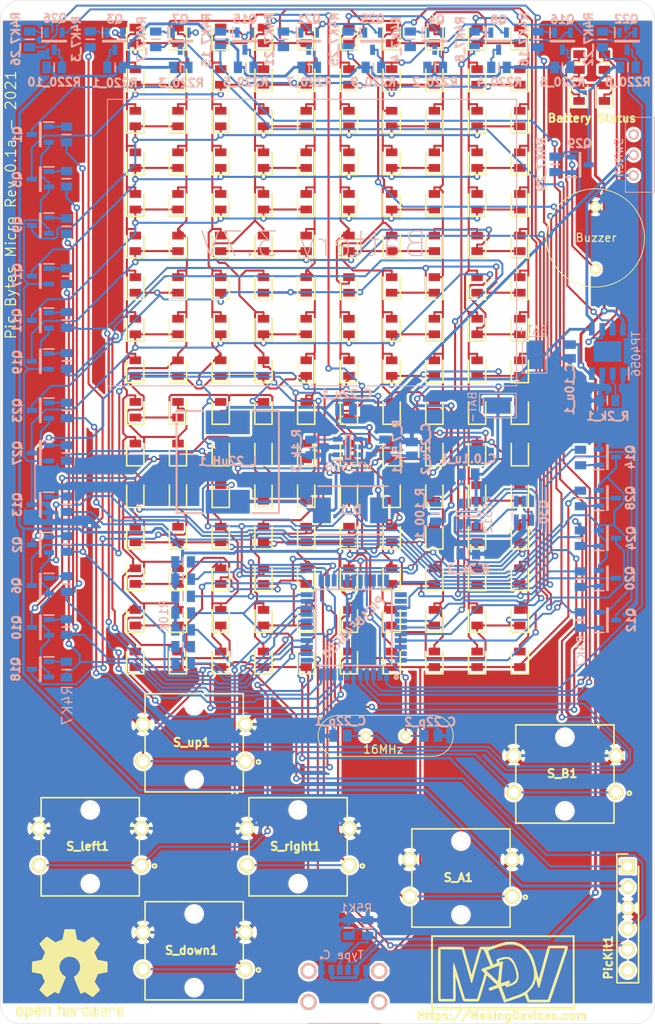
<source format=kicad_pcb>
(kicad_pcb (version 20171130) (host pcbnew "(5.1.10)-1")
  (layers (0 F.Cu signal hide) (31 B.Cu signal hide) (34 B.Paste user) (35 F.Paste user) (36 B.SilkS user) (37 F.SilkS user) (38 B.Mask user) (39 F.Mask user) (44 Edge.Cuts user))
  (net 0 "")
  (net 1 "Net-(16MhzCrystal1-Pad2)")
  (net 2 "Net-(16MhzCrystal1-Pad1)")
  (net 3 BAT-)
  (net 4 "Net-(C_0.1u_1-Pad1)")
  (net 5 Vgnd_main)
  (net 6 BMS_Vcc)
  (net 7 "Net-(C_22u_1-Pad1)")
  (net 8 Vcc_main)
  (net 9 "Net-(D_1-Pad2)")
  (net 10 BAT+)
  (net 11 "Net-(IC1-Pad4)")
  (net 12 "Net-(IC1-Pad3)")
  (net 13 "Net-(IC1-Pad2)")
  (net 14 "Net-(IC1-Pad1)")
  (net 15 "Net-(IC_BMS_TP4056-Pad9)")
  (net 16 "Net-(IC_BMS_TP4056-Pad7)")
  (net 17 "Net-(IC_BMS_TP4056-Pad6)")
  (net 18 "Net-(IC_BMS_TP4056-Pad2)")
  (net 19 "Net-(J_USB_C1-PadMH4)")
  (net 20 "Net-(J_USB_C1-PadMH3)")
  (net 21 "Net-(J_USB_C1-PadMH2)")
  (net 22 "Net-(J_USB_C1-PadMH1)")
  (net 23 "Net-(J_USB_C1-PadB5)")
  (net 24 "Net-(J_USB_C1-PadA5)")
  (net 25 C1)
  (net 26 R0)
  (net 27 R1)
  (net 28 R2)
  (net 29 R3)
  (net 30 R4)
  (net 31 R5)
  (net 32 R6)
  (net 33 R7)
  (net 34 R8)
  (net 35 R9)
  (net 36 R10)
  (net 37 R11)
  (net 38 R12)
  (net 39 R13)
  (net 40 R14)
  (net 41 R15)
  (net 42 C2)
  (net 43 C3)
  (net 44 C4)
  (net 45 C5)
  (net 46 C6)
  (net 47 C7)
  (net 48 C8)
  (net 49 C9)
  (net 50 C10)
  (net 51 "Net-(LED_Green_bms1-Pad1)")
  (net 52 "Net-(LED_RED_bms1-Pad1)")
  (net 53 "Net-(LS1-Pad1)")
  (net 54 P_CC10)
  (net 55 "Net-(PIC18F45K50-Pad43)")
  (net 56 "Net-(PIC18F45K50-Pad42)")
  (net 57 P_CC5)
  (net 58 P_CC6)
  (net 59 P_CC7)
  (net 60 P_CC8)
  (net 61 "Net-(PIC18F45K50-Pad37)")
  (net 62 Buzzer)
  (net 63 "Net-(PIC18F45K50-Pad35)")
  (net 64 "Net-(PIC18F45K50-Pad34)")
  (net 65 "Net-(PIC18F45K50-Pad33)")
  (net 66 "Net-(PIC18F45K50-Pad32)")
  (net 67 "Net-(PIC18F45K50-Pad27)")
  (net 68 P_UN)
  (net 69 P_DN)
  (net 70 S_b)
  (net 71 S_a)
  (net 72 S_right)
  (net 73 S_left)
  (net 74 S_down)
  (net 75 S_up)
  (net 76 MCLR)
  (net 77 P_CR7)
  (net 78 P_CR6)
  (net 79 P_CR5)
  (net 80 P_CR4)
  (net 81 ICSPDA)
  (net 82 ICSPCLK)
  (net 83 P_CR3)
  (net 84 P_CR2)
  (net 85 P_CR1)
  (net 86 P_CR0)
  (net 87 P_CC1)
  (net 88 P_CC2)
  (net 89 P_CC3)
  (net 90 P_CC4)
  (net 91 P_CC9)
  (net 92 "Net-(PicKit1-Pad6)")
  (net 93 "Net-(Q1-Pad2)")
  (net 94 "Net-(Q1-Pad1)")
  (net 95 "Net-(Q10-Pad2)")
  (net 96 "Net-(Q2-Pad1)")
  (net 97 "Net-(Q3-Pad3)")
  (net 98 "Net-(Q3-Pad1)")
  (net 99 "Net-(Q4-Pad3)")
  (net 100 "Net-(Q4-Pad1)")
  (net 101 "Net-(Q5-Pad1)")
  (net 102 "Net-(Q6-Pad1)")
  (net 103 "Net-(Q7-Pad3)")
  (net 104 "Net-(Q7-Pad1)")
  (net 105 "Net-(Q8-Pad3)")
  (net 106 "Net-(Q8-Pad1)")
  (net 107 "Net-(Q9-Pad1)")
  (net 108 "Net-(Q10-Pad1)")
  (net 109 "Net-(Q11-Pad1)")
  (net 110 "Net-(Q12-Pad1)")
  (net 111 "Net-(Q13-Pad1)")
  (net 112 "Net-(Q14-Pad1)")
  (net 113 "Net-(Q15-Pad3)")
  (net 114 "Net-(Q15-Pad1)")
  (net 115 "Net-(Q16-Pad3)")
  (net 116 "Net-(Q16-Pad1)")
  (net 117 "Net-(Q17-Pad1)")
  (net 118 "Net-(Q18-Pad1)")
  (net 119 "Net-(Q19-Pad1)")
  (net 120 "Net-(Q20-Pad1)")
  (net 121 "Net-(Q21-Pad3)")
  (net 122 "Net-(Q21-Pad1)")
  (net 123 "Net-(Q22-Pad3)")
  (net 124 "Net-(Q22-Pad1)")
  (net 125 "Net-(Q23-Pad1)")
  (net 126 "Net-(Q24-Pad1)")
  (net 127 "Net-(Q25-Pad3)")
  (net 128 "Net-(Q25-Pad1)")
  (net 129 "Net-(Q26-Pad3)")
  (net 130 "Net-(Q26-Pad1)")
  (net 131 "Net-(Q27-Pad1)")
  (net 132 "Net-(Q28-Pad1)")
  (net 133 "Net-(Q29-Pad1)")
  (net 134 "Net-(Q30-Pad1)")
  (net 135 "Net-(R_1k_3-Pad1)")
  (net 136 "Net-(SW_Toggle1-Pad3)")
  (net 137 "Net-(U_StepUp1-Pad6)")
  (module Symbol:OSHW-Logo2_14.6x12mm_SilkScreen (layer F.Cu) (at 105 153.5)
    (fp_text reference REF** hide)
    (fp_text value OSHW-Logo2_14.6x12mm_SilkScreen hide)
  )
  (module MDV:logo_MDV_2 (layer F.Cu) (at 157.9 153.2)
    (fp_text reference G*** hide)
    (fp_text value LOGO hide)
  )
  (module SamacSys_Parts:SOT95P280X145-6N (layer B.Cu) (at 139.003 89.065)
    (fp_text reference U_StepUp1 hide)
    (fp_text value MT3608 hide)
    (pad 6 smd rect (at 1.25 0.95 270) (size 0.6 1.2) (layers B.Cu B.Paste B.Mask) (net 137 "Net-(U_StepUp1-Pad6)"))
    (pad 5 smd rect (at 1.25 0 270) (size 0.6 1.2) (layers B.Cu B.Paste B.Mask) (net 7 "Net-(C_22u_1-Pad1)"))
    (pad 4 smd rect (at 1.25 -0.95 270) (size 0.6 1.2) (layers B.Cu B.Paste B.Mask) (net 7 "Net-(C_22u_1-Pad1)"))
    (pad 3 smd rect (at -1.25 -0.95 270) (size 0.6 1.2) (layers B.Cu B.Paste B.Mask) (net 135 "Net-(R_1k_3-Pad1)"))
    (pad 2 smd rect (at -1.25 0 270) (size 0.6 1.2) (layers B.Cu B.Paste B.Mask) (net 5 Vgnd_main))
    (pad 1 smd rect (at -1.25 0.95 270) (size 0.6 1.2) (layers B.Cu B.Paste B.Mask) (net 9 "Net-(D_1-Pad2)"))
  )
  (module SamacSys_Parts:K31260DL1 (layer B.Cu) (at 173.9 55.9 90)
    (fp_text reference SW_Toggle1 hide)
    (fp_text value K3-1260D-L1 hide)
    (pad 3 thru_hole circle (at 5 0) (size 1.3 1.3) (drill 0.8) (layers *.Cu *.Mask B.SilkS) (net 136 "Net-(SW_Toggle1-Pad3)"))
    (pad 2 thru_hole circle (at 2.5 0) (size 1.3 1.3) (drill 0.8) (layers *.Cu *.Mask B.SilkS) (net 7 "Net-(C_22u_1-Pad1)"))
    (pad 1 thru_hole circle (at 0 0) (size 1.3 1.3) (drill 0.8) (layers *.Cu *.Mask B.SilkS) (net 10 BAT+))
  )
  (module SamacSys_Parts:B3F-4000 (layer F.Cu) (at 120.2 125.19)
    (fp_text reference S_up1 (at -0.33 -0.055) (layer F.SilkS) (effects (font (thickness 0.254))))
    (fp_text value B3F-4050 hide)
    (pad 6 thru_hole circle (at 0 4.5 90) (size 1.8 1.8) (drill 1.8) (layers *.Cu *.Mask F.SilkS))
    (pad 5 thru_hole circle (at 0 -4.5 90) (size 1.8 1.8) (drill 1.8) (layers *.Cu *.Mask F.SilkS))
    (pad 4 thru_hole circle (at -6.25 -2.25 90) (size 1.85 1.85) (drill 1.25) (layers *.Cu *.Mask F.SilkS) (net 5 Vgnd_main))
    (pad 3 thru_hole circle (at 6.25 -2.25 90) (size 1.85 1.85) (drill 1.25) (layers *.Cu *.Mask F.SilkS) (net 5 Vgnd_main))
    (pad 2 thru_hole circle (at -6.25 2.25 90) (size 1.85 1.85) (drill 1.25) (layers *.Cu *.Mask F.SilkS) (net 75 S_up))
    (pad 1 thru_hole circle (at 6.25 2.25 90) (size 1.85 1.85) (drill 1.25) (layers *.Cu *.Mask F.SilkS) (net 75 S_up))
  )
  (module SamacSys_Parts:B3F-4000 (layer F.Cu) (at 132.9 137.89)
    (fp_text reference S_right1 (at -0.33 -0.055) (layer F.SilkS) (effects (font (thickness 0.254))))
    (fp_text value B3F-4050 hide)
    (pad 6 thru_hole circle (at 0 4.5 90) (size 1.8 1.8) (drill 1.8) (layers *.Cu *.Mask F.SilkS))
    (pad 5 thru_hole circle (at 0 -4.5 90) (size 1.8 1.8) (drill 1.8) (layers *.Cu *.Mask F.SilkS))
    (pad 4 thru_hole circle (at -6.25 -2.25 90) (size 1.85 1.85) (drill 1.25) (layers *.Cu *.Mask F.SilkS) (net 5 Vgnd_main))
    (pad 3 thru_hole circle (at 6.25 -2.25 90) (size 1.85 1.85) (drill 1.25) (layers *.Cu *.Mask F.SilkS) (net 5 Vgnd_main))
    (pad 2 thru_hole circle (at -6.25 2.25 90) (size 1.85 1.85) (drill 1.25) (layers *.Cu *.Mask F.SilkS) (net 72 S_right))
    (pad 1 thru_hole circle (at 6.25 2.25 90) (size 1.85 1.85) (drill 1.25) (layers *.Cu *.Mask F.SilkS) (net 72 S_right))
  )
  (module SamacSys_Parts:B3F-4000 (layer F.Cu) (at 107.5 137.89)
    (fp_text reference S_left1 (at -0.33 -0.055) (layer F.SilkS) (effects (font (thickness 0.254))))
    (fp_text value B3F-4050 hide)
    (pad 6 thru_hole circle (at 0 4.5 90) (size 1.8 1.8) (drill 1.8) (layers *.Cu *.Mask F.SilkS))
    (pad 5 thru_hole circle (at 0 -4.5 90) (size 1.8 1.8) (drill 1.8) (layers *.Cu *.Mask F.SilkS))
    (pad 4 thru_hole circle (at -6.25 -2.25 90) (size 1.85 1.85) (drill 1.25) (layers *.Cu *.Mask F.SilkS) (net 5 Vgnd_main))
    (pad 3 thru_hole circle (at 6.25 -2.25 90) (size 1.85 1.85) (drill 1.25) (layers *.Cu *.Mask F.SilkS) (net 5 Vgnd_main))
    (pad 2 thru_hole circle (at -6.25 2.25 90) (size 1.85 1.85) (drill 1.25) (layers *.Cu *.Mask F.SilkS) (net 73 S_left))
    (pad 1 thru_hole circle (at 6.25 2.25 90) (size 1.85 1.85) (drill 1.25) (layers *.Cu *.Mask F.SilkS) (net 73 S_left))
  )
  (module SamacSys_Parts:B3F-4000 (layer F.Cu) (at 120.2 150.59)
    (fp_text reference S_down1 (at -0.33 -0.055) (layer F.SilkS) (effects (font (thickness 0.254))))
    (fp_text value B3F-4050 hide)
    (pad 6 thru_hole circle (at 0 4.5 90) (size 1.8 1.8) (drill 1.8) (layers *.Cu *.Mask F.SilkS))
    (pad 5 thru_hole circle (at 0 -4.5 90) (size 1.8 1.8) (drill 1.8) (layers *.Cu *.Mask F.SilkS))
    (pad 4 thru_hole circle (at -6.25 -2.25 90) (size 1.85 1.85) (drill 1.25) (layers *.Cu *.Mask F.SilkS) (net 5 Vgnd_main))
    (pad 3 thru_hole circle (at 6.25 -2.25 90) (size 1.85 1.85) (drill 1.25) (layers *.Cu *.Mask F.SilkS) (net 5 Vgnd_main))
    (pad 2 thru_hole circle (at -6.25 2.25 90) (size 1.85 1.85) (drill 1.25) (layers *.Cu *.Mask F.SilkS) (net 74 S_down))
    (pad 1 thru_hole circle (at 6.25 2.25 90) (size 1.85 1.85) (drill 1.25) (layers *.Cu *.Mask F.SilkS) (net 74 S_down))
  )
  (module SamacSys_Parts:B3F-4000 (layer F.Cu) (at 165.5 129)
    (fp_text reference S_B1 (at -0.33 -0.055) (layer F.SilkS) (effects (font (thickness 0.254))))
    (fp_text value B3F-4050 hide)
    (pad 6 thru_hole circle (at 0 4.5 90) (size 1.8 1.8) (drill 1.8) (layers *.Cu *.Mask F.SilkS))
    (pad 5 thru_hole circle (at 0 -4.5 90) (size 1.8 1.8) (drill 1.8) (layers *.Cu *.Mask F.SilkS))
    (pad 4 thru_hole circle (at -6.25 -2.25 90) (size 1.85 1.85) (drill 1.25) (layers *.Cu *.Mask F.SilkS) (net 5 Vgnd_main))
    (pad 3 thru_hole circle (at 6.25 -2.25 90) (size 1.85 1.85) (drill 1.25) (layers *.Cu *.Mask F.SilkS) (net 5 Vgnd_main))
    (pad 2 thru_hole circle (at -6.25 2.25 90) (size 1.85 1.85) (drill 1.25) (layers *.Cu *.Mask F.SilkS) (net 70 S_b))
    (pad 1 thru_hole circle (at 6.25 2.25 90) (size 1.85 1.85) (drill 1.25) (layers *.Cu *.Mask F.SilkS) (net 70 S_b))
  )
  (module SamacSys_Parts:B3F-4000 (layer F.Cu) (at 152.8 141.7)
    (fp_text reference S_A1 (at -0.33 -0.055) (layer F.SilkS) (effects (font (thickness 0.254))))
    (fp_text value B3F-4050 hide)
    (pad 6 thru_hole circle (at 0 4.5 90) (size 1.8 1.8) (drill 1.8) (layers *.Cu *.Mask F.SilkS))
    (pad 5 thru_hole circle (at 0 -4.5 90) (size 1.8 1.8) (drill 1.8) (layers *.Cu *.Mask F.SilkS))
    (pad 4 thru_hole circle (at -6.25 -2.25 90) (size 1.85 1.85) (drill 1.25) (layers *.Cu *.Mask F.SilkS) (net 5 Vgnd_main))
    (pad 3 thru_hole circle (at 6.25 -2.25 90) (size 1.85 1.85) (drill 1.25) (layers *.Cu *.Mask F.SilkS) (net 5 Vgnd_main))
    (pad 2 thru_hole circle (at -6.25 2.25 90) (size 1.85 1.85) (drill 1.25) (layers *.Cu *.Mask F.SilkS) (net 71 S_a))
    (pad 1 thru_hole circle (at 6.25 2.25 90) (size 1.85 1.85) (drill 1.25) (layers *.Cu *.Mask F.SilkS) (net 71 S_a))
  )
  (module SamacSys_Parts:RESC2012X65N (layer B.Cu) (at 143.507 89.115 90)
    (fp_text reference R_7.5k_1 (at 0.05 1.5 -90) (layer B.SilkS) (effects (font (thickness 0.254)) (justify mirror)))
    (fp_text value KTR10EZPF4220 hide)
    (pad 2 smd rect (at 0.95 0 90) (size 1 1.4) (layers B.Cu B.Paste B.Mask) (net 135 "Net-(R_1k_3-Pad1)"))
    (pad 1 smd rect (at -0.95 0 90) (size 1 1.4) (layers B.Cu B.Paste B.Mask) (net 8 Vcc_main))
  )
  (module SamacSys_Parts:RESC2012X65N (layer B.Cu) (at 139.105 147.8 270)
    (fp_text reference R_5.1k_1 hide)
    (fp_text value KTR10EZPF4220 hide)
    (pad 2 smd rect (at 0.95 0 270) (size 1 1.4) (layers B.Cu B.Paste B.Mask) (net 24 "Net-(J_USB_C1-PadA5)"))
    (pad 1 smd rect (at -0.95 0 270) (size 1 1.4) (layers B.Cu B.Paste B.Mask) (net 5 Vgnd_main))
  )
  (module SamacSys_Parts:RESC2012X65N (layer B.Cu) (at 141.4 147.8 270)
    (fp_text reference R_5.1_1 hide)
    (fp_text value KTR10EZPF4220 hide)
    (pad 2 smd rect (at 0.95 0 270) (size 1 1.4) (layers B.Cu B.Paste B.Mask) (net 23 "Net-(J_USB_C1-PadB5)"))
    (pad 1 smd rect (at -0.95 0 270) (size 1 1.4) (layers B.Cu B.Paste B.Mask) (net 5 Vgnd_main))
  )
  (module SamacSys_Parts:RESC2012X65N (layer B.Cu) (at 153.7 102.1)
    (fp_text reference R_2k_2 (at 0 1.9 180) (layer B.SilkS) (effects (font (thickness 0.254)) (justify mirror)))
    (fp_text value KTR10EZPF4220 hide)
    (pad 2 smd rect (at 0.95 0) (size 1 1.4) (layers B.Cu B.Paste B.Mask) (net 5 Vgnd_main))
    (pad 1 smd rect (at -0.95 0) (size 1 1.4) (layers B.Cu B.Paste B.Mask) (net 13 "Net-(IC1-Pad2)"))
  )
  (module SamacSys_Parts:RESC2012X65N (layer B.Cu) (at 170.7 83.4)
    (fp_text reference R_2k_1 (at 0.05 1.9 180) (layer B.SilkS) (effects (font (thickness 0.254)) (justify mirror)))
    (fp_text value KTR10EZPF4220 hide)
    (pad 2 smd rect (at 0.95 0) (size 1 1.4) (layers B.Cu B.Paste B.Mask) (net 18 "Net-(IC_BMS_TP4056-Pad2)"))
    (pad 1 smd rect (at -0.95 0) (size 1 1.4) (layers B.Cu B.Paste B.Mask) (net 5 Vgnd_main))
  )
  (module SamacSys_Parts:RESC2012X65N (layer B.Cu) (at 134.5 89.115 270)
    (fp_text reference R_1k_3 (at 0.385 1.8 270) (layer B.SilkS) (effects (font (thickness 0.25)) (justify mirror)))
    (fp_text value KTR10EZPF4220 hide)
    (pad 2 smd rect (at 0.95 0 270) (size 1 1.4) (layers B.Cu B.Paste B.Mask) (net 5 Vgnd_main))
    (pad 1 smd rect (at -0.95 0 270) (size 1 1.4) (layers B.Cu B.Paste B.Mask) (net 135 "Net-(R_1k_3-Pad1)"))
  )
  (module SamacSys_Parts:RESC2012X65N (layer F.Cu) (at 167.225 42.05 270)
    (fp_text reference R_1k_2 hide)
    (fp_text value KTR10EZPF4220 hide)
    (pad 2 smd rect (at 0.95 0 270) (size 1 1.4) (layers F.Cu F.Paste F.Mask) (net 51 "Net-(LED_Green_bms1-Pad1)"))
    (pad 1 smd rect (at -0.95 0 270) (size 1 1.4) (layers F.Cu F.Paste F.Mask) (net 16 "Net-(IC_BMS_TP4056-Pad7)"))
  )
  (module SamacSys_Parts:RESC2012X65N (layer F.Cu) (at 170.325 42.05 270)
    (fp_text reference R_1k_1 hide)
    (fp_text value KTR10EZPF4220 hide)
    (pad 2 smd rect (at 0.95 0 270) (size 1 1.4) (layers F.Cu F.Paste F.Mask) (net 52 "Net-(LED_RED_bms1-Pad1)"))
    (pad 1 smd rect (at -0.95 0 270) (size 1 1.4) (layers F.Cu F.Paste F.Mask) (net 17 "Net-(IC_BMS_TP4056-Pad6)"))
  )
  (module SamacSys_Parts:RESC2012X65N (layer B.Cu) (at 118.85 105.2 180)
    (fp_text reference R_10K_6 hide)
    (fp_text value KTR10EZPF4220 hide)
    (pad 2 smd rect (at 0.95 0 180) (size 1 1.4) (layers B.Cu B.Paste B.Mask) (net 8 Vcc_main))
    (pad 1 smd rect (at -0.95 0 180) (size 1 1.4) (layers B.Cu B.Paste B.Mask) (net 71 S_a))
  )
  (module SamacSys_Parts:RESC2012X65N (layer B.Cu) (at 118.85 103.1 180)
    (fp_text reference R_10K_5 hide)
    (fp_text value KTR10EZPF4220 hide)
    (pad 2 smd rect (at 0.95 0 180) (size 1 1.4) (layers B.Cu B.Paste B.Mask) (net 8 Vcc_main))
    (pad 1 smd rect (at -0.95 0 180) (size 1 1.4) (layers B.Cu B.Paste B.Mask) (net 70 S_b))
  )
  (module SamacSys_Parts:RESC2012X65N (layer B.Cu) (at 118.85 107.3 180)
    (fp_text reference R_10K_4 hide)
    (fp_text value KTR10EZPF4220 hide)
    (pad 2 smd rect (at 0.95 0 180) (size 1 1.4) (layers B.Cu B.Paste B.Mask) (net 8 Vcc_main))
    (pad 1 smd rect (at -0.95 0 180) (size 1 1.4) (layers B.Cu B.Paste B.Mask) (net 72 S_right))
  )
  (module SamacSys_Parts:RESC2012X65N (layer B.Cu) (at 118.85 113.45)
    (fp_text reference R_10K_3 hide)
    (fp_text value KTR10EZPF4220 hide)
    (pad 2 smd rect (at 0.95 0) (size 1 1.4) (layers B.Cu B.Paste B.Mask) (net 8 Vcc_main))
    (pad 1 smd rect (at -0.95 0) (size 1 1.4) (layers B.Cu B.Paste B.Mask) (net 75 S_up))
  )
  (module SamacSys_Parts:RESC2012X65N (layer B.Cu) (at 118.85 111.4 180)
    (fp_text reference R_10K_2 hide)
    (fp_text value KTR10EZPF4220 hide)
    (pad 2 smd rect (at 0.95 0 180) (size 1 1.4) (layers B.Cu B.Paste B.Mask) (net 8 Vcc_main))
    (pad 1 smd rect (at -0.95 0 180) (size 1 1.4) (layers B.Cu B.Paste B.Mask) (net 74 S_down))
  )
  (module SamacSys_Parts:RESC2012X65N (layer B.Cu) (at 118.85 109.35 180)
    (fp_text reference R_10K_1 hide)
    (fp_text value KTR10EZPF4220 hide)
    (pad 2 smd rect (at 0.95 0 180) (size 1 1.4) (layers B.Cu B.Paste B.Mask) (net 8 Vcc_main))
    (pad 1 smd rect (at -0.95 0 180) (size 1 1.4) (layers B.Cu B.Paste B.Mask) (net 73 S_left))
  )
  (module SamacSys_Parts:RESC2012X65N (layer B.Cu) (at 118.85 115.5)
    (fp_text reference R_10k_1 hide)
    (fp_text value KTR10EZPF4220 hide)
    (pad 2 smd rect (at 0.95 0) (size 1 1.4) (layers B.Cu B.Paste B.Mask) (net 76 MCLR))
    (pad 1 smd rect (at -0.95 0) (size 1 1.4) (layers B.Cu B.Paste B.Mask) (net 8 Vcc_main))
  )
  (module SamacSys_Parts:RESC2012X65N (layer B.Cu) (at 149.7 97.22 270)
    (fp_text reference R_100_1 (at 0 1.9 90) (layer B.SilkS) (effects (font (thickness 0.254)) (justify mirror)))
    (fp_text value KTR10EZPF4220 hide)
    (pad 2 smd rect (at 0.95 0 270) (size 1 1.4) (layers B.Cu B.Paste B.Mask) (net 10 BAT+))
    (pad 1 smd rect (at -0.95 0 270) (size 1 1.4) (layers B.Cu B.Paste B.Mask) (net 4 "Net-(C_0.1u_1-Pad1)"))
  )
  (module SamacSys_Parts:RESC2012X65N (layer B.Cu) (at 164.3 54.55 270)
    (fp_text reference R4K7_29 (at 0 1.7 270) (layer B.SilkS) (effects (font (thickness 0.25)) (justify mirror)))
    (fp_text value KTR10EZPF4220 hide)
    (pad 2 smd rect (at 0.95 0 270) (size 1 1.4) (layers B.Cu B.Paste B.Mask) (net 133 "Net-(Q29-Pad1)"))
    (pad 1 smd rect (at -0.95 0 270) (size 1 1.4) (layers B.Cu B.Paste B.Mask) (net 62 Buzzer))
  )
  (module SamacSys_Parts:RESC2012X65N (layer B.Cu) (at 167.4 95.35 270)
    (fp_text reference R4K7_28 hide)
    (fp_text value KTR10EZPF4220 hide)
    (pad 2 smd rect (at 0.95 0 270) (size 1 1.4) (layers B.Cu B.Paste B.Mask) (net 132 "Net-(Q28-Pad1)"))
    (pad 1 smd rect (at -0.95 0 270) (size 1 1.4) (layers B.Cu B.Paste B.Mask) (net 77 P_CR7))
  )
  (module SamacSys_Parts:RESC2012X65N (layer B.Cu) (at 104.6 89.8 90)
    (fp_text reference R4K7_27 hide)
    (fp_text value KTR10EZPF4220 hide)
    (pad 2 smd rect (at 0.95 0 90) (size 1 1.4) (layers B.Cu B.Paste B.Mask) (net 131 "Net-(Q27-Pad1)"))
    (pad 1 smd rect (at -0.95 0 90) (size 1 1.4) (layers B.Cu B.Paste B.Mask) (net 77 P_CR7))
  )
  (module SamacSys_Parts:RESC2012X65N (layer B.Cu) (at 100.1 39.275 90)
    (fp_text reference R4K7_26 (at 0.05 -1.7 90) (layer B.SilkS) (effects (font (thickness 0.254)) (justify mirror)))
    (fp_text value KTR10EZPF4220 hide)
    (pad 2 smd rect (at 0.95 0 90) (size 1 1.4) (layers B.Cu B.Paste B.Mask) (net 130 "Net-(Q26-Pad1)"))
    (pad 1 smd rect (at -0.95 0 90) (size 1 1.4) (layers B.Cu B.Paste B.Mask) (net 54 P_CC10))
  )
  (module SamacSys_Parts:RESC2012X65N (layer B.Cu) (at 139 39.275 90)
    (fp_text reference R4K7_25 (at 0 -1.7 90) (layer B.SilkS) (effects (font (thickness 0.254)) (justify mirror)))
    (fp_text value KTR10EZPF4220 hide)
    (pad 2 smd rect (at 0.95 0 90) (size 1 1.4) (layers B.Cu B.Paste B.Mask) (net 128 "Net-(Q25-Pad1)"))
    (pad 1 smd rect (at -0.95 0 90) (size 1 1.4) (layers B.Cu B.Paste B.Mask) (net 57 P_CC5))
  )
  (module SamacSys_Parts:RESC2012X65N (layer B.Cu) (at 167.4 100.2 270)
    (fp_text reference R4K7_24 hide)
    (fp_text value KTR10EZPF4220 hide)
    (pad 2 smd rect (at 0.95 0 270) (size 1 1.4) (layers B.Cu B.Paste B.Mask) (net 126 "Net-(Q24-Pad1)"))
    (pad 1 smd rect (at -0.95 0 270) (size 1 1.4) (layers B.Cu B.Paste B.Mask) (net 78 P_CR6))
  )
  (module SamacSys_Parts:RESC2012X65N (layer B.Cu) (at 104.6 84.6 90)
    (fp_text reference R4K7_23 hide)
    (fp_text value KTR10EZPF4220 hide)
    (pad 2 smd rect (at 0.95 0 90) (size 1 1.4) (layers B.Cu B.Paste B.Mask) (net 125 "Net-(Q23-Pad1)"))
    (pad 1 smd rect (at -0.95 0 90) (size 1 1.4) (layers B.Cu B.Paste B.Mask) (net 78 P_CR6))
  )
  (module SamacSys_Parts:RESC2012X65N (layer B.Cu) (at 170.1 39.275 90)
    (fp_text reference R4K7_22 (at 0 -1.7 90) (layer B.SilkS) (effects (font (thickness 0.254)) (justify mirror)))
    (fp_text value KTR10EZPF4220 hide)
    (pad 2 smd rect (at 0.95 0 90) (size 1 1.4) (layers B.Cu B.Paste B.Mask) (net 124 "Net-(Q22-Pad1)"))
    (pad 1 smd rect (at -0.95 0 90) (size 1 1.4) (layers B.Cu B.Paste B.Mask) (net 91 P_CC9))
  )
  (module SamacSys_Parts:RESC2012X65N (layer B.Cu) (at 131.1 39.275 90)
    (fp_text reference R4K7_21 (at 0 -1.7 90) (layer B.SilkS) (effects (font (thickness 0.254)) (justify mirror)))
    (fp_text value KTR10EZPF4220 hide)
    (pad 2 smd rect (at 0.95 0 90) (size 1 1.4) (layers B.Cu B.Paste B.Mask) (net 122 "Net-(Q21-Pad1)"))
    (pad 1 smd rect (at -0.95 0 90) (size 1 1.4) (layers B.Cu B.Paste B.Mask) (net 90 P_CC4))
  )
  (module SamacSys_Parts:RESC2012X65N (layer B.Cu) (at 167.4 105.2 270)
    (fp_text reference R4K7_20 hide)
    (fp_text value KTR10EZPF4220 hide)
    (pad 2 smd rect (at 0.95 0 270) (size 1 1.4) (layers B.Cu B.Paste B.Mask) (net 120 "Net-(Q20-Pad1)"))
    (pad 1 smd rect (at -0.95 0 270) (size 1 1.4) (layers B.Cu B.Paste B.Mask) (net 79 P_CR5))
  )
  (module SamacSys_Parts:RESC2012X65N (layer B.Cu) (at 104.6 78.55 90)
    (fp_text reference R4K7_19 hide)
    (fp_text value KTR10EZPF4220 hide)
    (pad 2 smd rect (at 0.95 0 90) (size 1 1.4) (layers B.Cu B.Paste B.Mask) (net 119 "Net-(Q19-Pad1)"))
    (pad 1 smd rect (at -0.95 0 90) (size 1 1.4) (layers B.Cu B.Paste B.Mask) (net 79 P_CR5))
  )
  (module SamacSys_Parts:RESC2012X65N (layer B.Cu) (at 104.6 116.25 90)
    (fp_text reference R4K7_18 hide)
    (fp_text value KTR10EZPF4220 hide)
    (pad 2 smd rect (at 0.95 0 90) (size 1 1.4) (layers B.Cu B.Paste B.Mask) (net 118 "Net-(Q18-Pad1)"))
    (pad 1 smd rect (at -0.95 0 90) (size 1 1.4) (layers B.Cu B.Paste B.Mask) (net 83 P_CR3))
  )
  (module SamacSys_Parts:RESC2012X65N (layer B.Cu) (at 104.6 68.2 90)
    (fp_text reference R4K7_17 hide)
    (fp_text value KTR10EZPF4220 hide)
    (pad 2 smd rect (at 0.95 0 90) (size 1 1.4) (layers B.Cu B.Paste B.Mask) (net 117 "Net-(Q17-Pad1)"))
    (pad 1 smd rect (at -0.95 0 90) (size 1 1.4) (layers B.Cu B.Paste B.Mask) (net 83 P_CR3))
  )
  (module SamacSys_Parts:RESC2012X65N (layer B.Cu) (at 162.2 39.275 90)
    (fp_text reference R4K7_16 (at 0 -1.7 90) (layer B.SilkS) (effects (font (thickness 0.254)) (justify mirror)))
    (fp_text value KTR10EZPF4220 hide)
    (pad 2 smd rect (at 0.95 0 90) (size 1 1.4) (layers B.Cu B.Paste B.Mask) (net 116 "Net-(Q16-Pad1)"))
    (pad 1 smd rect (at -0.95 0 90) (size 1 1.4) (layers B.Cu B.Paste B.Mask) (net 60 P_CC8))
  )
  (module SamacSys_Parts:RESC2012X65N (layer B.Cu) (at 123.4 39.275 90)
    (fp_text reference R4K7_15 (at -0.05 -1.7 90) (layer B.SilkS) (effects (font (thickness 0.254)) (justify mirror)))
    (fp_text value KTR10EZPF4220 hide)
    (pad 2 smd rect (at 0.95 0 90) (size 1 1.4) (layers B.Cu B.Paste B.Mask) (net 114 "Net-(Q15-Pad1)"))
    (pad 1 smd rect (at -0.95 0 90) (size 1 1.4) (layers B.Cu B.Paste B.Mask) (net 89 P_CC3))
  )
  (module SamacSys_Parts:RESC2012X65N (layer B.Cu) (at 167.4 90.35 270)
    (fp_text reference R4K7_14 hide)
    (fp_text value KTR10EZPF4220 hide)
    (pad 2 smd rect (at 0.95 0 270) (size 1 1.4) (layers B.Cu B.Paste B.Mask) (net 112 "Net-(Q14-Pad1)"))
    (pad 1 smd rect (at -0.95 0 270) (size 1 1.4) (layers B.Cu B.Paste B.Mask) (net 69 P_DN))
  )
  (module SamacSys_Parts:RESC2012X65N (layer B.Cu) (at 104.6 96.05 90)
    (fp_text reference R4K7_13 hide)
    (fp_text value KTR10EZPF4220 hide)
    (pad 2 smd rect (at 0.95 0 90) (size 1 1.4) (layers B.Cu B.Paste B.Mask) (net 111 "Net-(Q13-Pad1)"))
    (pad 1 smd rect (at -0.95 0 90) (size 1 1.4) (layers B.Cu B.Paste B.Mask) (net 68 P_UN))
  )
  (module SamacSys_Parts:RESC2012X65N (layer B.Cu) (at 167.4 110.2 270)
    (fp_text reference R4K7_12 hide)
    (fp_text value KTR10EZPF4220 hide)
    (pad 2 smd rect (at 0.95 0 270) (size 1 1.4) (layers B.Cu B.Paste B.Mask) (net 110 "Net-(Q12-Pad1)"))
    (pad 1 smd rect (at -0.95 0 270) (size 1 1.4) (layers B.Cu B.Paste B.Mask) (net 80 P_CR4))
  )
  (module SamacSys_Parts:RESC2012X65N (layer B.Cu) (at 104.6 73.55 90)
    (fp_text reference R4K7_11 hide)
    (fp_text value KTR10EZPF4220 hide)
    (pad 2 smd rect (at 0.95 0 90) (size 1 1.4) (layers B.Cu B.Paste B.Mask) (net 109 "Net-(Q11-Pad1)"))
    (pad 1 smd rect (at -0.95 0 90) (size 1 1.4) (layers B.Cu B.Paste B.Mask) (net 80 P_CR4))
  )
  (module SamacSys_Parts:RESC2012X65N (layer B.Cu) (at 104.6 111.05 90)
    (fp_text reference R4K7_10 hide)
    (fp_text value KTR10EZPF4220 hide)
    (pad 2 smd rect (at 0.95 0 90) (size 1 1.4) (layers B.Cu B.Paste B.Mask) (net 108 "Net-(Q10-Pad1)"))
    (pad 1 smd rect (at -0.95 0 90) (size 1 1.4) (layers B.Cu B.Paste B.Mask) (net 84 P_CR2))
  )
  (module SamacSys_Parts:RESC2012X65N (layer B.Cu) (at 104.6 62.1 90)
    (fp_text reference R4K7_9 hide)
    (fp_text value KTR10EZPF4220 hide)
    (pad 2 smd rect (at 0.95 0 90) (size 1 1.4) (layers B.Cu B.Paste B.Mask) (net 107 "Net-(Q9-Pad1)"))
    (pad 1 smd rect (at -0.95 0 90) (size 1 1.4) (layers B.Cu B.Paste B.Mask) (net 84 P_CR2))
  )
  (module SamacSys_Parts:RESC2012X65N (layer B.Cu) (at 154.4 39.275 90)
    (fp_text reference R4K7_8 (at 0 -1.7 90) (layer B.SilkS) (effects (font (thickness 0.254)) (justify mirror)))
    (fp_text value KTR10EZPF4220 hide)
    (pad 2 smd rect (at 0.95 0 90) (size 1 1.4) (layers B.Cu B.Paste B.Mask) (net 106 "Net-(Q8-Pad1)"))
    (pad 1 smd rect (at -0.95 0 90) (size 1 1.4) (layers B.Cu B.Paste B.Mask) (net 59 P_CC7))
  )
  (module SamacSys_Parts:RESC2012X65N (layer B.Cu) (at 115.5 39.275 90)
    (fp_text reference R4K7_7 (at 0 -1.7 90) (layer B.SilkS) (effects (font (thickness 0.254)) (justify mirror)))
    (fp_text value KTR10EZPF4220 hide)
    (pad 2 smd rect (at 0.95 0 90) (size 1 1.4) (layers B.Cu B.Paste B.Mask) (net 104 "Net-(Q7-Pad1)"))
    (pad 1 smd rect (at -0.95 0 90) (size 1 1.4) (layers B.Cu B.Paste B.Mask) (net 88 P_CC2))
  )
  (module SamacSys_Parts:RESC2012X65N (layer B.Cu) (at 104.6 105.8 90)
    (fp_text reference R4K7_6 hide)
    (fp_text value KTR10EZPF4220 hide)
    (pad 2 smd rect (at 0.95 0 90) (size 1 1.4) (layers B.Cu B.Paste B.Mask) (net 102 "Net-(Q6-Pad1)"))
    (pad 1 smd rect (at -0.95 0 90) (size 1 1.4) (layers B.Cu B.Paste B.Mask) (net 85 P_CR1))
  )
  (module SamacSys_Parts:RESC2012X65N (layer B.Cu) (at 104.6 56.3 90)
    (fp_text reference R4K7_5 hide)
    (fp_text value KTR10EZPF4220 hide)
    (pad 2 smd rect (at 0.95 0 90) (size 1 1.4) (layers B.Cu B.Paste B.Mask) (net 101 "Net-(Q5-Pad1)"))
    (pad 1 smd rect (at -0.95 0 90) (size 1 1.4) (layers B.Cu B.Paste B.Mask) (net 85 P_CR1))
  )
  (module SamacSys_Parts:RESC2012X65N (layer B.Cu) (at 146.6 39.275 90)
    (fp_text reference R4K7_4 (at 0 -1.7 90) (layer B.SilkS) (effects (font (thickness 0.254)) (justify mirror)))
    (fp_text value KTR10EZPF4220 hide)
    (pad 2 smd rect (at 0.95 0 90) (size 1 1.4) (layers B.Cu B.Paste B.Mask) (net 100 "Net-(Q4-Pad1)"))
    (pad 1 smd rect (at -0.95 0 90) (size 1 1.4) (layers B.Cu B.Paste B.Mask) (net 58 P_CC6))
  )
  (module SamacSys_Parts:RESC2012X65N (layer B.Cu) (at 107.5 39.275 90)
    (fp_text reference R4K7_3 (at 0.05 -1.7 90) (layer B.SilkS) (effects (font (thickness 0.254)) (justify mirror)))
    (fp_text value KTR10EZPF4220 hide)
    (pad 2 smd rect (at 0.95 0 90) (size 1 1.4) (layers B.Cu B.Paste B.Mask) (net 98 "Net-(Q3-Pad1)"))
    (pad 1 smd rect (at -0.95 0 90) (size 1 1.4) (layers B.Cu B.Paste B.Mask) (net 87 P_CC1))
  )
  (module SamacSys_Parts:RESC2012X65N (layer B.Cu) (at 104.6 100.9 90)
    (fp_text reference R4K7_2 hide)
    (fp_text value KTR10EZPF4220 hide)
    (pad 2 smd rect (at 0.95 0 90) (size 1 1.4) (layers B.Cu B.Paste B.Mask) (net 96 "Net-(Q2-Pad1)"))
    (pad 1 smd rect (at -0.95 0 90) (size 1 1.4) (layers B.Cu B.Paste B.Mask) (net 86 P_CR0))
  )
  (module SamacSys_Parts:RESC2012X65N (layer B.Cu) (at 104.6 50.9 90)
    (fp_text reference R4K7_1 hide)
    (fp_text value KTR10EZPF4220 hide)
    (pad 2 smd rect (at 0.95 0 90) (size 1 1.4) (layers B.Cu B.Paste B.Mask) (net 94 "Net-(Q1-Pad1)"))
    (pad 1 smd rect (at -0.95 0 90) (size 1 1.4) (layers B.Cu B.Paste B.Mask) (net 86 P_CR0))
  )
  (module SamacSys_Parts:RESC2012X65N (layer B.Cu) (at 103.1 42.7)
    (fp_text reference R220_10 (at 0 1.8 180) (layer B.SilkS) (effects (font (thickness 0.254)) (justify mirror)))
    (fp_text value KTR10EZPF4220 hide)
    (pad 2 smd rect (at 0.95 0) (size 1 1.4) (layers B.Cu B.Paste B.Mask) (net 129 "Net-(Q26-Pad3)"))
    (pad 1 smd rect (at -0.95 0) (size 1 1.4) (layers B.Cu B.Paste B.Mask) (net 8 Vcc_main))
  )
  (module SamacSys_Parts:RESC2012X65N (layer B.Cu) (at 142.1 42.7)
    (fp_text reference R220_9 (at 0 1.8 180) (layer B.SilkS) (effects (font (thickness 0.254)) (justify mirror)))
    (fp_text value KTR10EZPF4220 hide)
    (pad 2 smd rect (at 0.95 0) (size 1 1.4) (layers B.Cu B.Paste B.Mask) (net 127 "Net-(Q25-Pad3)"))
    (pad 1 smd rect (at -0.95 0) (size 1 1.4) (layers B.Cu B.Paste B.Mask) (net 8 Vcc_main))
  )
  (module SamacSys_Parts:RESC2012X65N (layer B.Cu) (at 173.2 42.7)
    (fp_text reference R220_8 (at 0 1.8 180) (layer B.SilkS) (effects (font (thickness 0.254)) (justify mirror)))
    (fp_text value KTR10EZPF4220 hide)
    (pad 2 smd rect (at 0.95 0) (size 1 1.4) (layers B.Cu B.Paste B.Mask) (net 123 "Net-(Q22-Pad3)"))
    (pad 1 smd rect (at -0.95 0) (size 1 1.4) (layers B.Cu B.Paste B.Mask) (net 8 Vcc_main))
  )
  (module SamacSys_Parts:RESC2012X65N (layer B.Cu) (at 134.25 42.7)
    (fp_text reference R220_7 (at 0 1.8 180) (layer B.SilkS) (effects (font (thickness 0.254)) (justify mirror)))
    (fp_text value KTR10EZPF4220 hide)
    (pad 2 smd rect (at 0.95 0) (size 1 1.4) (layers B.Cu B.Paste B.Mask) (net 121 "Net-(Q21-Pad3)"))
    (pad 1 smd rect (at -0.95 0) (size 1 1.4) (layers B.Cu B.Paste B.Mask) (net 8 Vcc_main))
  )
  (module SamacSys_Parts:RESC2012X65N (layer B.Cu) (at 165.2 42.7)
    (fp_text reference R220_6 (at 0 1.8 180) (layer B.SilkS) (effects (font (thickness 0.254)) (justify mirror)))
    (fp_text value KTR10EZPF4220 hide)
    (pad 2 smd rect (at 0.95 0) (size 1 1.4) (layers B.Cu B.Paste B.Mask) (net 115 "Net-(Q16-Pad3)"))
    (pad 1 smd rect (at -0.95 0) (size 1 1.4) (layers B.Cu B.Paste B.Mask) (net 8 Vcc_main))
  )
  (module SamacSys_Parts:RESC2012X65N (layer B.Cu) (at 126.5 42.7)
    (fp_text reference R220_5 (at 0 1.8 180) (layer B.SilkS) (effects (font (thickness 0.254)) (justify mirror)))
    (fp_text value KTR10EZPF4220 hide)
    (pad 2 smd rect (at 0.95 0) (size 1 1.4) (layers B.Cu B.Paste B.Mask) (net 113 "Net-(Q15-Pad3)"))
    (pad 1 smd rect (at -0.95 0) (size 1 1.4) (layers B.Cu B.Paste B.Mask) (net 8 Vcc_main))
  )
  (module SamacSys_Parts:RESC2012X65N (layer B.Cu) (at 157.45 42.7 180)
    (fp_text reference R220_4 (at -0.05 -1.8 180) (layer B.SilkS) (effects (font (thickness 0.254)) (justify mirror)))
    (fp_text value KTR10EZPF4220 hide)
    (pad 2 smd rect (at 0.95 0 180) (size 1 1.4) (layers B.Cu B.Paste B.Mask) (net 105 "Net-(Q8-Pad3)"))
    (pad 1 smd rect (at -0.95 0 180) (size 1 1.4) (layers B.Cu B.Paste B.Mask) (net 8 Vcc_main))
  )
  (module SamacSys_Parts:RESC2012X65N (layer B.Cu) (at 118.55 42.7)
    (fp_text reference R220_3 (at 0.05 1.9 180) (layer B.SilkS) (effects (font (thickness 0.254)) (justify mirror)))
    (fp_text value KTR10EZPF4220 hide)
    (pad 2 smd rect (at 0.95 0) (size 1 1.4) (layers B.Cu B.Paste B.Mask) (net 103 "Net-(Q7-Pad3)"))
    (pad 1 smd rect (at -0.95 0) (size 1 1.4) (layers B.Cu B.Paste B.Mask) (net 8 Vcc_main))
  )
  (module SamacSys_Parts:RESC2012X65N (layer B.Cu) (at 149.65 42.7)
    (fp_text reference R220_2 (at 0 1.8 180) (layer B.SilkS) (effects (font (thickness 0.254)) (justify mirror)))
    (fp_text value KTR10EZPF4220 hide)
    (pad 2 smd rect (at 0.95 0) (size 1 1.4) (layers B.Cu B.Paste B.Mask) (net 99 "Net-(Q4-Pad3)"))
    (pad 1 smd rect (at -0.95 0) (size 1 1.4) (layers B.Cu B.Paste B.Mask) (net 8 Vcc_main))
  )
  (module SamacSys_Parts:RESC2012X65N (layer B.Cu) (at 110.55 42.7 180)
    (fp_text reference R220_1 (at 0.05 -1.9 180) (layer B.SilkS) (effects (font (thickness 0.254)) (justify mirror)))
    (fp_text value KTR10EZPF4220 hide)
    (pad 2 smd rect (at 0.95 0 180) (size 1 1.4) (layers B.Cu B.Paste B.Mask) (net 97 "Net-(Q3-Pad3)"))
    (pad 1 smd rect (at -0.95 0 180) (size 1 1.4) (layers B.Cu B.Paste B.Mask) (net 8 Vcc_main))
  )
  (module SamacSys_Parts:FS8205 (layer B.Cu) (at 160.5 97.495 90)
    (fp_text reference Q30 (at 0.495 2.4 90) (layer B.SilkS) (effects (font (thickness 0.254)) (justify mirror)))
    (fp_text value FS8205 hide)
    (pad 6 smd rect (at 1.8 -0.95) (size 0.6 1.4) (layers B.Cu B.Paste B.Mask) (net 12 "Net-(IC1-Pad3)"))
    (pad 5 smd rect (at 1.8 0) (size 0.6 1.4) (layers B.Cu B.Paste B.Mask) (net 134 "Net-(Q30-Pad1)"))
    (pad 4 smd rect (at 1.8 0.95) (size 0.6 1.4) (layers B.Cu B.Paste B.Mask) (net 14 "Net-(IC1-Pad1)"))
    (pad 3 smd rect (at -0.5 -0.95) (size 0.6 1.4) (layers B.Cu B.Paste B.Mask) (net 3 BAT-))
    (pad 2 smd rect (at -0.5 0) (size 0.6 1.4) (layers B.Cu B.Paste B.Mask) (net 5 Vgnd_main))
    (pad 1 smd rect (at -0.5 0.95) (size 0.6 1.4) (layers B.Cu B.Paste B.Mask) (net 134 "Net-(Q30-Pad1)"))
  )
  (module SamacSys_Parts:SOT96P237X111-3N (layer B.Cu) (at 167.35 54.6)
    (fp_text reference Q29 (at -0.05 -2.6) (layer B.SilkS) (effects (font (thickness 0.254)) (justify mirror)))
    (fp_text value SMMBT5551LT1G hide)
    (pad 3 smd rect (at 1.05 0 270) (size 0.6 1.25) (layers B.Cu B.Paste B.Mask) (net 8 Vcc_main))
    (pad 2 smd rect (at -1.05 -0.955 270) (size 0.6 1.25) (layers B.Cu B.Paste B.Mask) (net 53 "Net-(LS1-Pad1)"))
    (pad 1 smd rect (at -1.05 0.955 270) (size 0.6 1.25) (layers B.Cu B.Paste B.Mask) (net 133 "Net-(Q29-Pad1)"))
  )
  (module SamacSys_Parts:SOT96P237X111-3N (layer B.Cu) (at 170.7 95.3)
    (fp_text reference Q28 (at 2.8 0 270) (layer B.SilkS) (effects (font (thickness 0.254)) (justify mirror)))
    (fp_text value SMMBT5551LT1G hide)
    (pad 3 smd rect (at 1.05 0 270) (size 0.6 1.25) (layers B.Cu B.Paste B.Mask) (net 41 R15))
    (pad 2 smd rect (at -1.05 -0.955 270) (size 0.6 1.25) (layers B.Cu B.Paste B.Mask) (net 95 "Net-(Q10-Pad2)"))
    (pad 1 smd rect (at -1.05 0.955 270) (size 0.6 1.25) (layers B.Cu B.Paste B.Mask) (net 132 "Net-(Q28-Pad1)"))
  )
  (module SamacSys_Parts:SOT96P237X111-3N (layer B.Cu) (at 101.4 89.8 180)
    (fp_text reference Q27 (at 2.8 0 270) (layer B.SilkS) (effects (font (thickness 0.254)) (justify mirror)))
    (fp_text value SMMBT5551LT1G hide)
    (pad 3 smd rect (at 1.05 0 90) (size 0.6 1.25) (layers B.Cu B.Paste B.Mask) (net 33 R7))
    (pad 2 smd rect (at -1.05 -0.955 90) (size 0.6 1.25) (layers B.Cu B.Paste B.Mask) (net 93 "Net-(Q1-Pad2)"))
    (pad 1 smd rect (at -1.05 0.955 90) (size 0.6 1.25) (layers B.Cu B.Paste B.Mask) (net 131 "Net-(Q27-Pad1)"))
  )
  (module SamacSys_Parts:SOT96P237X111-3N (layer B.Cu) (at 103.1 39.5 270)
    (fp_text reference Q26 (at -2.8 -0.1 180) (layer B.SilkS) (effects (font (thickness 0.254)) (justify mirror)))
    (fp_text value SMMBT5551LT1G hide)
    (pad 3 smd rect (at 1.05 0 180) (size 0.6 1.25) (layers B.Cu B.Paste B.Mask) (net 129 "Net-(Q26-Pad3)"))
    (pad 2 smd rect (at -1.05 -0.955 180) (size 0.6 1.25) (layers B.Cu B.Paste B.Mask) (net 50 C10))
    (pad 1 smd rect (at -1.05 0.955 180) (size 0.6 1.25) (layers B.Cu B.Paste B.Mask) (net 130 "Net-(Q26-Pad1)"))
  )
  (module SamacSys_Parts:SOT96P237X111-3N (layer B.Cu) (at 142 39.5 270)
    (fp_text reference Q25 (at -2.7 0 180) (layer B.SilkS) (effects (font (thickness 0.254)) (justify mirror)))
    (fp_text value SMMBT5551LT1G hide)
    (pad 3 smd rect (at 1.05 0 180) (size 0.6 1.25) (layers B.Cu B.Paste B.Mask) (net 127 "Net-(Q25-Pad3)"))
    (pad 2 smd rect (at -1.05 -0.955 180) (size 0.6 1.25) (layers B.Cu B.Paste B.Mask) (net 45 C5))
    (pad 1 smd rect (at -1.05 0.955 180) (size 0.6 1.25) (layers B.Cu B.Paste B.Mask) (net 128 "Net-(Q25-Pad1)"))
  )
  (module SamacSys_Parts:SOT96P237X111-3N (layer B.Cu) (at 170.7 100.2)
    (fp_text reference Q24 (at 2.9 0 270) (layer B.SilkS) (effects (font (thickness 0.254)) (justify mirror)))
    (fp_text value SMMBT5551LT1G hide)
    (pad 3 smd rect (at 1.05 0 270) (size 0.6 1.25) (layers B.Cu B.Paste B.Mask) (net 40 R14))
    (pad 2 smd rect (at -1.05 -0.955 270) (size 0.6 1.25) (layers B.Cu B.Paste B.Mask) (net 95 "Net-(Q10-Pad2)"))
    (pad 1 smd rect (at -1.05 0.955 270) (size 0.6 1.25) (layers B.Cu B.Paste B.Mask) (net 126 "Net-(Q24-Pad1)"))
  )
  (module SamacSys_Parts:SOT96P237X111-3N (layer B.Cu) (at 101.4 84.6 180)
    (fp_text reference Q23 (at 2.8 0 270) (layer B.SilkS) (effects (font (thickness 0.254)) (justify mirror)))
    (fp_text value SMMBT5551LT1G hide)
    (pad 3 smd rect (at 1.05 0 90) (size 0.6 1.25) (layers B.Cu B.Paste B.Mask) (net 32 R6))
    (pad 2 smd rect (at -1.05 -0.955 90) (size 0.6 1.25) (layers B.Cu B.Paste B.Mask) (net 93 "Net-(Q1-Pad2)"))
    (pad 1 smd rect (at -1.05 0.955 90) (size 0.6 1.25) (layers B.Cu B.Paste B.Mask) (net 125 "Net-(Q23-Pad1)"))
  )
  (module SamacSys_Parts:SOT96P237X111-3N (layer B.Cu) (at 173.1 39.5 270)
    (fp_text reference Q22 (at -2.7 0.1 180) (layer B.SilkS) (effects (font (thickness 0.254)) (justify mirror)))
    (fp_text value SMMBT5551LT1G hide)
    (pad 3 smd rect (at 1.05 0 180) (size 0.6 1.25) (layers B.Cu B.Paste B.Mask) (net 123 "Net-(Q22-Pad3)"))
    (pad 2 smd rect (at -1.05 -0.955 180) (size 0.6 1.25) (layers B.Cu B.Paste B.Mask) (net 49 C9))
    (pad 1 smd rect (at -1.05 0.955 180) (size 0.6 1.25) (layers B.Cu B.Paste B.Mask) (net 124 "Net-(Q22-Pad1)"))
  )
  (module SamacSys_Parts:SOT96P237X111-3N (layer B.Cu) (at 134.2 39.5 270)
    (fp_text reference Q21 (at -2.7 0 180) (layer B.SilkS) (effects (font (thickness 0.254)) (justify mirror)))
    (fp_text value SMMBT5551LT1G hide)
    (pad 3 smd rect (at 1.05 0 180) (size 0.6 1.25) (layers B.Cu B.Paste B.Mask) (net 121 "Net-(Q21-Pad3)"))
    (pad 2 smd rect (at -1.05 -0.955 180) (size 0.6 1.25) (layers B.Cu B.Paste B.Mask) (net 44 C4))
    (pad 1 smd rect (at -1.05 0.955 180) (size 0.6 1.25) (layers B.Cu B.Paste B.Mask) (net 122 "Net-(Q21-Pad1)"))
  )
  (module SamacSys_Parts:SOT96P237X111-3N (layer B.Cu) (at 170.7 105.1)
    (fp_text reference Q20 (at 2.75 0 270) (layer B.SilkS) (effects (font (thickness 0.254)) (justify mirror)))
    (fp_text value SMMBT5551LT1G hide)
    (pad 3 smd rect (at 1.05 0 270) (size 0.6 1.25) (layers B.Cu B.Paste B.Mask) (net 39 R13))
    (pad 2 smd rect (at -1.05 -0.955 270) (size 0.6 1.25) (layers B.Cu B.Paste B.Mask) (net 95 "Net-(Q10-Pad2)"))
    (pad 1 smd rect (at -1.05 0.955 270) (size 0.6 1.25) (layers B.Cu B.Paste B.Mask) (net 120 "Net-(Q20-Pad1)"))
  )
  (module SamacSys_Parts:SOT96P237X111-3N (layer B.Cu) (at 101.4 78.6 180)
    (fp_text reference Q19 (at 2.8 -0.1 270) (layer B.SilkS) (effects (font (thickness 0.254)) (justify mirror)))
    (fp_text value SMMBT5551LT1G hide)
    (pad 3 smd rect (at 1.05 0 90) (size 0.6 1.25) (layers B.Cu B.Paste B.Mask) (net 31 R5))
    (pad 2 smd rect (at -1.05 -0.955 90) (size 0.6 1.25) (layers B.Cu B.Paste B.Mask) (net 93 "Net-(Q1-Pad2)"))
    (pad 1 smd rect (at -1.05 0.955 90) (size 0.6 1.25) (layers B.Cu B.Paste B.Mask) (net 119 "Net-(Q19-Pad1)"))
  )
  (module SamacSys_Parts:SOT96P237X111-3N (layer B.Cu) (at 101.4 116.2 180)
    (fp_text reference Q18 (at 3 0 270) (layer B.SilkS) (effects (font (thickness 0.254)) (justify mirror)))
    (fp_text value SMMBT5551LT1G hide)
    (pad 3 smd rect (at 1.05 0 90) (size 0.6 1.25) (layers B.Cu B.Paste B.Mask) (net 37 R11))
    (pad 2 smd rect (at -1.05 -0.955 90) (size 0.6 1.25) (layers B.Cu B.Paste B.Mask) (net 95 "Net-(Q10-Pad2)"))
    (pad 1 smd rect (at -1.05 0.955 90) (size 0.6 1.25) (layers B.Cu B.Paste B.Mask) (net 118 "Net-(Q18-Pad1)"))
  )
  (module SamacSys_Parts:SOT96P237X111-3N (layer B.Cu) (at 101.4 68.2 180)
    (fp_text reference Q17 (at 2.8 0.1 270) (layer B.SilkS) (effects (font (thickness 0.254)) (justify mirror)))
    (fp_text value SMMBT5551LT1G hide)
    (pad 3 smd rect (at 1.05 0 90) (size 0.6 1.25) (layers B.Cu B.Paste B.Mask) (net 29 R3))
    (pad 2 smd rect (at -1.05 -0.955 90) (size 0.6 1.25) (layers B.Cu B.Paste B.Mask) (net 93 "Net-(Q1-Pad2)"))
    (pad 1 smd rect (at -1.05 0.955 90) (size 0.6 1.25) (layers B.Cu B.Paste B.Mask) (net 117 "Net-(Q17-Pad1)"))
  )
  (module SamacSys_Parts:SOT96P237X111-3N (layer B.Cu) (at 165.2 39.5 270)
    (fp_text reference Q16 (at -2.65 0 180) (layer B.SilkS) (effects (font (thickness 0.254)) (justify mirror)))
    (fp_text value SMMBT5551LT1G hide)
    (pad 3 smd rect (at 1.05 0 180) (size 0.6 1.25) (layers B.Cu B.Paste B.Mask) (net 115 "Net-(Q16-Pad3)"))
    (pad 2 smd rect (at -1.05 -0.955 180) (size 0.6 1.25) (layers B.Cu B.Paste B.Mask) (net 48 C8))
    (pad 1 smd rect (at -1.05 0.955 180) (size 0.6 1.25) (layers B.Cu B.Paste B.Mask) (net 116 "Net-(Q16-Pad1)"))
  )
  (module SamacSys_Parts:SOT96P237X111-3N (layer B.Cu) (at 126.4 39.5 270)
    (fp_text reference Q15 (at -2.7 0 180) (layer B.SilkS) (effects (font (thickness 0.254)) (justify mirror)))
    (fp_text value SMMBT5551LT1G hide)
    (pad 3 smd rect (at 1.05 0 180) (size 0.6 1.25) (layers B.Cu B.Paste B.Mask) (net 113 "Net-(Q15-Pad3)"))
    (pad 2 smd rect (at -1.05 -0.955 180) (size 0.6 1.25) (layers B.Cu B.Paste B.Mask) (net 43 C3))
    (pad 1 smd rect (at -1.05 0.955 180) (size 0.6 1.25) (layers B.Cu B.Paste B.Mask) (net 114 "Net-(Q15-Pad1)"))
  )
  (module SamacSys_Parts:SOT96P237X111-3N (layer B.Cu) (at 170.7 90.3)
    (fp_text reference Q14 (at 2.8 0 270) (layer B.SilkS) (effects (font (thickness 0.254)) (justify mirror)))
    (fp_text value SMMBT5551LT1G hide)
    (pad 3 smd rect (at 1.05 0 270) (size 0.6 1.25) (layers B.Cu B.Paste B.Mask) (net 95 "Net-(Q10-Pad2)"))
    (pad 2 smd rect (at -1.05 -0.955 270) (size 0.6 1.25) (layers B.Cu B.Paste B.Mask) (net 5 Vgnd_main))
    (pad 1 smd rect (at -1.05 0.955 270) (size 0.6 1.25) (layers B.Cu B.Paste B.Mask) (net 112 "Net-(Q14-Pad1)"))
  )
  (module SamacSys_Parts:SOT96P237X111-3N (layer B.Cu) (at 101.4 96.1 180)
    (fp_text reference Q13 (at 2.8 0 270) (layer B.SilkS) (effects (font (thickness 0.254)) (justify mirror)))
    (fp_text value SMMBT5551LT1G hide)
    (pad 3 smd rect (at 1.05 0 90) (size 0.6 1.25) (layers B.Cu B.Paste B.Mask) (net 93 "Net-(Q1-Pad2)"))
    (pad 2 smd rect (at -1.05 -0.955 90) (size 0.6 1.25) (layers B.Cu B.Paste B.Mask) (net 5 Vgnd_main))
    (pad 1 smd rect (at -1.05 0.955 90) (size 0.6 1.25) (layers B.Cu B.Paste B.Mask) (net 111 "Net-(Q13-Pad1)"))
  )
  (module SamacSys_Parts:SOT96P237X111-3N (layer B.Cu) (at 170.7 110.2)
    (fp_text reference Q12 (at 2.9 0 270) (layer B.SilkS) (effects (font (thickness 0.254)) (justify mirror)))
    (fp_text value SMMBT5551LT1G hide)
    (pad 3 smd rect (at 1.05 0 270) (size 0.6 1.25) (layers B.Cu B.Paste B.Mask) (net 38 R12))
    (pad 2 smd rect (at -1.05 -0.955 270) (size 0.6 1.25) (layers B.Cu B.Paste B.Mask) (net 95 "Net-(Q10-Pad2)"))
    (pad 1 smd rect (at -1.05 0.955 270) (size 0.6 1.25) (layers B.Cu B.Paste B.Mask) (net 110 "Net-(Q12-Pad1)"))
  )
  (module SamacSys_Parts:SOT96P237X111-3N (layer B.Cu) (at 101.4 73.6 180)
    (fp_text reference Q11 (at 2.85 0 270) (layer B.SilkS) (effects (font (thickness 0.254)) (justify mirror)))
    (fp_text value SMMBT5551LT1G hide)
    (pad 3 smd rect (at 1.05 0 90) (size 0.6 1.25) (layers B.Cu B.Paste B.Mask) (net 30 R4))
    (pad 2 smd rect (at -1.05 -0.955 90) (size 0.6 1.25) (layers B.Cu B.Paste B.Mask) (net 93 "Net-(Q1-Pad2)"))
    (pad 1 smd rect (at -1.05 0.955 90) (size 0.6 1.25) (layers B.Cu B.Paste B.Mask) (net 109 "Net-(Q11-Pad1)"))
  )
  (module SamacSys_Parts:SOT96P237X111-3N (layer B.Cu) (at 101.4 111.1 180)
    (fp_text reference Q10 (at 2.9 0 270) (layer B.SilkS) (effects (font (thickness 0.254)) (justify mirror)))
    (fp_text value SMMBT5551LT1G hide)
    (pad 3 smd rect (at 1.05 0 90) (size 0.6 1.25) (layers B.Cu B.Paste B.Mask) (net 36 R10))
    (pad 2 smd rect (at -1.05 -0.955 90) (size 0.6 1.25) (layers B.Cu B.Paste B.Mask) (net 95 "Net-(Q10-Pad2)"))
    (pad 1 smd rect (at -1.05 0.955 90) (size 0.6 1.25) (layers B.Cu B.Paste B.Mask) (net 108 "Net-(Q10-Pad1)"))
  )
  (module SamacSys_Parts:SOT96P237X111-3N (layer B.Cu) (at 101.4 62 180)
    (fp_text reference Q9 (at 2.8 0.1 270) (layer B.SilkS) (effects (font (thickness 0.254)) (justify mirror)))
    (fp_text value SMMBT5551LT1G hide)
    (pad 3 smd rect (at 1.05 0 90) (size 0.6 1.25) (layers B.Cu B.Paste B.Mask) (net 28 R2))
    (pad 2 smd rect (at -1.05 -0.955 90) (size 0.6 1.25) (layers B.Cu B.Paste B.Mask) (net 93 "Net-(Q1-Pad2)"))
    (pad 1 smd rect (at -1.05 0.955 90) (size 0.6 1.25) (layers B.Cu B.Paste B.Mask) (net 107 "Net-(Q9-Pad1)"))
  )
  (module SamacSys_Parts:SOT96P237X111-3N (layer B.Cu) (at 157.4 39.5 270)
    (fp_text reference Q8 (at -2.6 0 180) (layer B.SilkS) (effects (font (thickness 0.254)) (justify mirror)))
    (fp_text value SMMBT5551LT1G hide)
    (pad 3 smd rect (at 1.05 0 180) (size 0.6 1.25) (layers B.Cu B.Paste B.Mask) (net 105 "Net-(Q8-Pad3)"))
    (pad 2 smd rect (at -1.05 -0.955 180) (size 0.6 1.25) (layers B.Cu B.Paste B.Mask) (net 47 C7))
    (pad 1 smd rect (at -1.05 0.955 180) (size 0.6 1.25) (layers B.Cu B.Paste B.Mask) (net 106 "Net-(Q8-Pad1)"))
  )
  (module SamacSys_Parts:SOT96P237X111-3N (layer B.Cu) (at 118.5 39.5 270)
    (fp_text reference Q7 (at -2.7 0 180) (layer B.SilkS) (effects (font (thickness 0.254)) (justify mirror)))
    (fp_text value SMMBT5551LT1G hide)
    (pad 3 smd rect (at 1.05 0 180) (size 0.6 1.25) (layers B.Cu B.Paste B.Mask) (net 103 "Net-(Q7-Pad3)"))
    (pad 2 smd rect (at -1.05 -0.955 180) (size 0.6 1.25) (layers B.Cu B.Paste B.Mask) (net 42 C2))
    (pad 1 smd rect (at -1.05 0.955 180) (size 0.6 1.25) (layers B.Cu B.Paste B.Mask) (net 104 "Net-(Q7-Pad1)"))
  )
  (module SamacSys_Parts:SOT96P237X111-3N (layer B.Cu) (at 101.4 106 180)
    (fp_text reference Q6 (at 2.9 0 270) (layer B.SilkS) (effects (font (thickness 0.254)) (justify mirror)))
    (fp_text value SMMBT5551LT1G hide)
    (pad 3 smd rect (at 1.05 0 90) (size 0.6 1.25) (layers B.Cu B.Paste B.Mask) (net 35 R9))
    (pad 2 smd rect (at -1.05 -0.955 90) (size 0.6 1.25) (layers B.Cu B.Paste B.Mask) (net 95 "Net-(Q10-Pad2)"))
    (pad 1 smd rect (at -1.05 0.955 90) (size 0.6 1.25) (layers B.Cu B.Paste B.Mask) (net 102 "Net-(Q6-Pad1)"))
  )
  (module SamacSys_Parts:SOT96P237X111-3N (layer B.Cu) (at 101.4 56.355 180)
    (fp_text reference Q5 (at 2.85 -0.045 270) (layer B.SilkS) (effects (font (thickness 0.254)) (justify mirror)))
    (fp_text value SMMBT5551LT1G hide)
    (pad 3 smd rect (at 1.05 0 90) (size 0.6 1.25) (layers B.Cu B.Paste B.Mask) (net 27 R1))
    (pad 2 smd rect (at -1.05 -0.955 90) (size 0.6 1.25) (layers B.Cu B.Paste B.Mask) (net 93 "Net-(Q1-Pad2)"))
    (pad 1 smd rect (at -1.05 0.955 90) (size 0.6 1.25) (layers B.Cu B.Paste B.Mask) (net 101 "Net-(Q5-Pad1)"))
  )
  (module SamacSys_Parts:SOT96P237X111-3N (layer B.Cu) (at 149.6 39.5 270)
    (fp_text reference Q4 (at -2.6 -0.2 180) (layer B.SilkS) (effects (font (thickness 0.254)) (justify mirror)))
    (fp_text value SMMBT5551LT1G hide)
    (pad 3 smd rect (at 1.05 0 180) (size 0.6 1.25) (layers B.Cu B.Paste B.Mask) (net 99 "Net-(Q4-Pad3)"))
    (pad 2 smd rect (at -1.05 -0.955 180) (size 0.6 1.25) (layers B.Cu B.Paste B.Mask) (net 46 C6))
    (pad 1 smd rect (at -1.05 0.955 180) (size 0.6 1.25) (layers B.Cu B.Paste B.Mask) (net 100 "Net-(Q4-Pad1)"))
  )
  (module SamacSys_Parts:SOT96P237X111-3N (layer B.Cu) (at 110.5 39.5 270)
    (fp_text reference Q3 (at -2.7 0 180) (layer B.SilkS) (effects (font (thickness 0.254)) (justify mirror)))
    (fp_text value SMMBT5551LT1G hide)
    (pad 3 smd rect (at 1.05 0 180) (size 0.6 1.25) (layers B.Cu B.Paste B.Mask) (net 97 "Net-(Q3-Pad3)"))
    (pad 2 smd rect (at -1.05 -0.955 180) (size 0.6 1.25) (layers B.Cu B.Paste B.Mask) (net 25 C1))
    (pad 1 smd rect (at -1.05 0.955 180) (size 0.6 1.25) (layers B.Cu B.Paste B.Mask) (net 98 "Net-(Q3-Pad1)"))
  )
  (module SamacSys_Parts:SOT96P237X111-3N (layer B.Cu) (at 101.4 101 180)
    (fp_text reference Q2 (at 2.8 0 270) (layer B.SilkS) (effects (font (thickness 0.254)) (justify mirror)))
    (fp_text value SMMBT5551LT1G hide)
    (pad 3 smd rect (at 1.05 0 90) (size 0.6 1.25) (layers B.Cu B.Paste B.Mask) (net 34 R8))
    (pad 2 smd rect (at -1.05 -0.955 90) (size 0.6 1.25) (layers B.Cu B.Paste B.Mask) (net 95 "Net-(Q10-Pad2)"))
    (pad 1 smd rect (at -1.05 0.955 90) (size 0.6 1.25) (layers B.Cu B.Paste B.Mask) (net 96 "Net-(Q2-Pad1)"))
  )
  (module SamacSys_Parts:SOT96P237X111-3N (layer B.Cu) (at 101.4 50.9 180)
    (fp_text reference Q1 (at 2.8 0 90) (layer B.SilkS) (effects (font (thickness 0.254)) (justify mirror)))
    (fp_text value SMMBT5551LT1G hide)
    (pad 3 smd rect (at 1.05 0 90) (size 0.6 1.25) (layers B.Cu B.Paste B.Mask) (net 26 R0))
    (pad 2 smd rect (at -1.05 -0.955 90) (size 0.6 1.25) (layers B.Cu B.Paste B.Mask) (net 93 "Net-(Q1-Pad2)"))
    (pad 1 smd rect (at -1.05 0.955 90) (size 0.6 1.25) (layers B.Cu B.Paste B.Mask) (net 94 "Net-(Q1-Pad1)"))
  )
  (module SamacSys_Parts:HDRV6W66P0X254_1X6_1524X254X874P (layer F.Cu) (at 173.18 140.28 270)
    (fp_text reference PicKit1 (at 11.12 2.38 90) (layer F.SilkS) (effects (font (thickness 0.254))))
    (fp_text value M20-9990645 hide)
    (pad 6 thru_hole circle (at 12.7 0) (size 1.725 1.725) (drill 1.15) (layers *.Cu *.Mask F.SilkS) (net 92 "Net-(PicKit1-Pad6)"))
    (pad 5 thru_hole circle (at 10.16 0) (size 1.725 1.725) (drill 1.15) (layers *.Cu *.Mask F.SilkS) (net 82 ICSPCLK))
    (pad 4 thru_hole circle (at 7.62 0) (size 1.725 1.725) (drill 1.15) (layers *.Cu *.Mask F.SilkS) (net 81 ICSPDA))
    (pad 3 thru_hole circle (at 5.08 0) (size 1.725 1.725) (drill 1.15) (layers *.Cu *.Mask F.SilkS) (net 5 Vgnd_main))
    (pad 2 thru_hole circle (at 2.54 0) (size 1.725 1.725) (drill 1.15) (layers *.Cu *.Mask F.SilkS) (net 8 Vcc_main))
    (pad 1 thru_hole rect (at 0 0) (size 1.725 1.725) (drill 1.15) (layers *.Cu *.Mask F.SilkS) (net 76 MCLR))
  )
  (module SamacSys_Parts:QFP80P1200X1200X120-44N (layer B.Cu) (at 139.7 111.1 90)
    (fp_text reference PIC18F45K50 (at 0 0 225) (layer B.SilkS) (effects (font (thickness 0.25)) (justify mirror)))
    (fp_text value PIC18F45K50-I_PT hide)
    (pad 44 smd rect (at -4 5.738 90) (size 0.6 1.475) (layers B.Cu B.Paste B.Mask) (net 54 P_CC10))
    (pad 43 smd rect (at -3.2 5.738 90) (size 0.6 1.475) (layers B.Cu B.Paste B.Mask) (net 55 "Net-(PIC18F45K50-Pad43)"))
    (pad 42 smd rect (at -2.4 5.738 90) (size 0.6 1.475) (layers B.Cu B.Paste B.Mask) (net 56 "Net-(PIC18F45K50-Pad42)"))
    (pad 41 smd rect (at -1.6 5.738 90) (size 0.6 1.475) (layers B.Cu B.Paste B.Mask) (net 57 P_CC5))
    (pad 40 smd rect (at -0.8 5.738 90) (size 0.6 1.475) (layers B.Cu B.Paste B.Mask) (net 58 P_CC6))
    (pad 39 smd rect (at 0 5.738 90) (size 0.6 1.475) (layers B.Cu B.Paste B.Mask) (net 59 P_CC7))
    (pad 38 smd rect (at 0.8 5.738 90) (size 0.6 1.475) (layers B.Cu B.Paste B.Mask) (net 60 P_CC8))
    (pad 37 smd rect (at 1.6 5.738 90) (size 0.6 1.475) (layers B.Cu B.Paste B.Mask) (net 61 "Net-(PIC18F45K50-Pad37)"))
    (pad 36 smd rect (at 2.4 5.738 90) (size 0.6 1.475) (layers B.Cu B.Paste B.Mask) (net 62 Buzzer))
    (pad 35 smd rect (at 3.2 5.738 90) (size 0.6 1.475) (layers B.Cu B.Paste B.Mask) (net 63 "Net-(PIC18F45K50-Pad35)"))
    (pad 34 smd rect (at 4 5.738 90) (size 0.6 1.475) (layers B.Cu B.Paste B.Mask) (net 64 "Net-(PIC18F45K50-Pad34)"))
    (pad 33 smd rect (at 5.738 4) (size 0.6 1.475) (layers B.Cu B.Paste B.Mask) (net 65 "Net-(PIC18F45K50-Pad33)"))
    (pad 32 smd rect (at 5.738 3.2) (size 0.6 1.475) (layers B.Cu B.Paste B.Mask) (net 66 "Net-(PIC18F45K50-Pad32)"))
    (pad 31 smd rect (at 5.738 2.4) (size 0.6 1.475) (layers B.Cu B.Paste B.Mask) (net 2 "Net-(16MhzCrystal1-Pad1)"))
    (pad 30 smd rect (at 5.738 1.6) (size 0.6 1.475) (layers B.Cu B.Paste B.Mask) (net 1 "Net-(16MhzCrystal1-Pad2)"))
    (pad 29 smd rect (at 5.738 0.8) (size 0.6 1.475) (layers B.Cu B.Paste B.Mask) (net 5 Vgnd_main))
    (pad 28 smd rect (at 5.738 0) (size 0.6 1.475) (layers B.Cu B.Paste B.Mask) (net 8 Vcc_main))
    (pad 27 smd rect (at 5.738 -0.8) (size 0.6 1.475) (layers B.Cu B.Paste B.Mask) (net 67 "Net-(PIC18F45K50-Pad27)"))
    (pad 26 smd rect (at 5.738 -1.6) (size 0.6 1.475) (layers B.Cu B.Paste B.Mask) (net 68 P_UN))
    (pad 25 smd rect (at 5.738 -2.4) (size 0.6 1.475) (layers B.Cu B.Paste B.Mask) (net 69 P_DN))
    (pad 24 smd rect (at 5.738 -3.2) (size 0.6 1.475) (layers B.Cu B.Paste B.Mask) (net 70 S_b))
    (pad 23 smd rect (at 5.738 -4) (size 0.6 1.475) (layers B.Cu B.Paste B.Mask) (net 71 S_a))
    (pad 22 smd rect (at 4 -5.738 90) (size 0.6 1.475) (layers B.Cu B.Paste B.Mask) (net 72 S_right))
    (pad 21 smd rect (at 3.2 -5.738 90) (size 0.6 1.475) (layers B.Cu B.Paste B.Mask) (net 73 S_left))
    (pad 20 smd rect (at 2.4 -5.738 90) (size 0.6 1.475) (layers B.Cu B.Paste B.Mask) (net 74 S_down))
    (pad 19 smd rect (at 1.6 -5.738 90) (size 0.6 1.475) (layers B.Cu B.Paste B.Mask) (net 75 S_up))
    (pad 18 smd rect (at 0.8 -5.738 90) (size 0.6 1.475) (layers B.Cu B.Paste B.Mask) (net 76 MCLR))
    (pad 17 smd rect (at 0 -5.738 90) (size 0.6 1.475) (layers B.Cu B.Paste B.Mask) (net 77 P_CR7))
    (pad 16 smd rect (at -0.8 -5.738 90) (size 0.6 1.475) (layers B.Cu B.Paste B.Mask) (net 78 P_CR6))
    (pad 15 smd rect (at -1.6 -5.738 90) (size 0.6 1.475) (layers B.Cu B.Paste B.Mask) (net 79 P_CR5))
    (pad 14 smd rect (at -2.4 -5.738 90) (size 0.6 1.475) (layers B.Cu B.Paste B.Mask) (net 80 P_CR4))
    (pad 13 smd rect (at -3.2 -5.738 90) (size 0.6 1.475) (layers B.Cu B.Paste B.Mask) (net 81 ICSPDA))
    (pad 12 smd rect (at -4 -5.738 90) (size 0.6 1.475) (layers B.Cu B.Paste B.Mask) (net 82 ICSPCLK))
    (pad 11 smd rect (at -5.738 -4) (size 0.6 1.475) (layers B.Cu B.Paste B.Mask) (net 83 P_CR3))
    (pad 10 smd rect (at -5.738 -3.2) (size 0.6 1.475) (layers B.Cu B.Paste B.Mask) (net 84 P_CR2))
    (pad 9 smd rect (at -5.738 -2.4) (size 0.6 1.475) (layers B.Cu B.Paste B.Mask) (net 85 P_CR1))
    (pad 8 smd rect (at -5.738 -1.6) (size 0.6 1.475) (layers B.Cu B.Paste B.Mask) (net 86 P_CR0))
    (pad 7 smd rect (at -5.738 -0.8) (size 0.6 1.475) (layers B.Cu B.Paste B.Mask) (net 8 Vcc_main))
    (pad 6 smd rect (at -5.738 0) (size 0.6 1.475) (layers B.Cu B.Paste B.Mask) (net 5 Vgnd_main))
    (pad 5 smd rect (at -5.738 0.8) (size 0.6 1.475) (layers B.Cu B.Paste B.Mask) (net 87 P_CC1))
    (pad 4 smd rect (at -5.738 1.6) (size 0.6 1.475) (layers B.Cu B.Paste B.Mask) (net 88 P_CC2))
    (pad 3 smd rect (at -5.738 2.4) (size 0.6 1.475) (layers B.Cu B.Paste B.Mask) (net 89 P_CC3))
    (pad 2 smd rect (at -5.738 3.2) (size 0.6 1.475) (layers B.Cu B.Paste B.Mask) (net 90 P_CC4))
    (pad 1 smd rect (at -5.738 4) (size 0.6 1.475) (layers B.Cu B.Paste B.Mask) (net 91 P_CC9))
  )
  (module SamacSys_Parts:TMB12A05 (layer F.Cu) (at 169.228 67.327)
    (fp_text reference LS1 hide)
    (fp_text value TMB12A05 hide)
    (pad 2 thru_hole circle (at 0 -7.6 90) (size 1.3 1.3) (drill 0.8) (layers *.Cu *.Mask F.SilkS) (net 5 Vgnd_main))
    (pad 1 thru_hole circle (at 0 0 90) (size 1.3 1.3) (drill 0.8) (layers *.Cu *.Mask F.SilkS) (net 53 "Net-(LS1-Pad1)"))
  )
  (module SamacSys_Parts:LEDC2012X90N (layer F.Cu) (at 170.325 45.85 90)
    (fp_text reference LED_RED_bms1 hide)
    (fp_text value LTST-C171GKT hide)
    (pad 2 smd rect (at 0.95 0 90) (size 0.95 1.4) (layers F.Cu F.Paste F.Mask) (net 6 BMS_Vcc))
    (pad 1 smd rect (at -0.95 0 90) (size 0.95 1.4) (layers F.Cu F.Paste F.Mask) (net 52 "Net-(LED_RED_bms1-Pad1)"))
  )
  (module SamacSys_Parts:LEDC2012X90N (layer F.Cu) (at 167.225 45.85 90)
    (fp_text reference LED_Green_bms1 hide)
    (fp_text value LTST-C171GKT hide)
    (pad 2 smd rect (at 0.95 0 90) (size 0.95 1.4) (layers F.Cu F.Paste F.Mask) (net 6 BMS_Vcc))
    (pad 1 smd rect (at -0.95 0 90) (size 0.95 1.4) (layers F.Cu F.Paste F.Mask) (net 51 "Net-(LED_Green_bms1-Pad1)"))
  )
  (module SamacSys_Parts:LEDC2012X90N (layer F.Cu) (at 159.995 114.99 90)
    (fp_text reference LED160 hide)
    (fp_text value LTST-C171GKT hide)
    (pad 2 smd rect (at 0.95 0 90) (size 0.95 1.4) (layers F.Cu F.Paste F.Mask) (net 50 C10))
    (pad 1 smd rect (at -0.95 0 90) (size 0.95 1.4) (layers F.Cu F.Paste F.Mask) (net 41 R15))
  )
  (module SamacSys_Parts:LEDC2012X90N (layer F.Cu) (at 159.995 109.91 90)
    (fp_text reference LED159 hide)
    (fp_text value LTST-C171GKT hide)
    (pad 2 smd rect (at 0.95 0 90) (size 0.95 1.4) (layers F.Cu F.Paste F.Mask) (net 50 C10))
    (pad 1 smd rect (at -0.95 0 90) (size 0.95 1.4) (layers F.Cu F.Paste F.Mask) (net 40 R14))
  )
  (module SamacSys_Parts:LEDC2012X90N (layer F.Cu) (at 159.995 104.83 90)
    (fp_text reference LED158 hide)
    (fp_text value LTST-C171GKT hide)
    (pad 2 smd rect (at 0.95 0 90) (size 0.95 1.4) (layers F.Cu F.Paste F.Mask) (net 50 C10))
    (pad 1 smd rect (at -0.95 0 90) (size 0.95 1.4) (layers F.Cu F.Paste F.Mask) (net 39 R13))
  )
  (module SamacSys_Parts:LEDC2012X90N (layer F.Cu) (at 159.995 99.75 90)
    (fp_text reference LED157 hide)
    (fp_text value LTST-C171GKT hide)
    (pad 2 smd rect (at 0.95 0 90) (size 0.95 1.4) (layers F.Cu F.Paste F.Mask) (net 50 C10))
    (pad 1 smd rect (at -0.95 0 90) (size 0.95 1.4) (layers F.Cu F.Paste F.Mask) (net 38 R12))
  )
  (module SamacSys_Parts:LEDC2012X90N (layer F.Cu) (at 159.995 94.67 90)
    (fp_text reference LED156 hide)
    (fp_text value LTST-C171GKT hide)
    (pad 2 smd rect (at 0.95 0 90) (size 0.95 1.4) (layers F.Cu F.Paste F.Mask) (net 50 C10))
    (pad 1 smd rect (at -0.95 0 90) (size 0.95 1.4) (layers F.Cu F.Paste F.Mask) (net 37 R11))
  )
  (module SamacSys_Parts:LEDC2012X90N (layer F.Cu) (at 159.995 89.59 90)
    (fp_text reference LED155 hide)
    (fp_text value LTST-C171GKT hide)
    (pad 2 smd rect (at 0.95 0 90) (size 0.95 1.4) (layers F.Cu F.Paste F.Mask) (net 50 C10))
    (pad 1 smd rect (at -0.95 0 90) (size 0.95 1.4) (layers F.Cu F.Paste F.Mask) (net 36 R10))
  )
  (module SamacSys_Parts:LEDC2012X90N (layer F.Cu) (at 159.995 84.51 90)
    (fp_text reference LED154 hide)
    (fp_text value LTST-C171GKT hide)
    (pad 2 smd rect (at 0.95 0 90) (size 0.95 1.4) (layers F.Cu F.Paste F.Mask) (net 50 C10))
    (pad 1 smd rect (at -0.95 0 90) (size 0.95 1.4) (layers F.Cu F.Paste F.Mask) (net 35 R9))
  )
  (module SamacSys_Parts:LEDC2012X90N (layer F.Cu) (at 159.995 79.43 90)
    (fp_text reference LED153 hide)
    (fp_text value LTST-C171GKT hide)
    (pad 2 smd rect (at 0.95 0 90) (size 0.95 1.4) (layers F.Cu F.Paste F.Mask) (net 50 C10))
    (pad 1 smd rect (at -0.95 0 90) (size 0.95 1.4) (layers F.Cu F.Paste F.Mask) (net 34 R8))
  )
  (module SamacSys_Parts:LEDC2012X90N (layer F.Cu) (at 159.995 74.35 90)
    (fp_text reference LED152 hide)
    (fp_text value LTST-C171GKT hide)
    (pad 2 smd rect (at 0.95 0 90) (size 0.95 1.4) (layers F.Cu F.Paste F.Mask) (net 50 C10))
    (pad 1 smd rect (at -0.95 0 90) (size 0.95 1.4) (layers F.Cu F.Paste F.Mask) (net 33 R7))
  )
  (module SamacSys_Parts:LEDC2012X90N (layer F.Cu) (at 159.995 69.27 90)
    (fp_text reference LED151 hide)
    (fp_text value LTST-C171GKT hide)
    (pad 2 smd rect (at 0.95 0 90) (size 0.95 1.4) (layers F.Cu F.Paste F.Mask) (net 50 C10))
    (pad 1 smd rect (at -0.95 0 90) (size 0.95 1.4) (layers F.Cu F.Paste F.Mask) (net 32 R6))
  )
  (module SamacSys_Parts:LEDC2012X90N (layer F.Cu) (at 159.995 64.19 90)
    (fp_text reference LED150 hide)
    (fp_text value LTST-C171GKT hide)
    (pad 2 smd rect (at 0.95 0 90) (size 0.95 1.4) (layers F.Cu F.Paste F.Mask) (net 50 C10))
    (pad 1 smd rect (at -0.95 0 90) (size 0.95 1.4) (layers F.Cu F.Paste F.Mask) (net 31 R5))
  )
  (module SamacSys_Parts:LEDC2012X90N (layer F.Cu) (at 159.995 59.11 90)
    (fp_text reference LED149 hide)
    (fp_text value LTST-C171GKT hide)
    (pad 2 smd rect (at 0.95 0 90) (size 0.95 1.4) (layers F.Cu F.Paste F.Mask) (net 50 C10))
    (pad 1 smd rect (at -0.95 0 90) (size 0.95 1.4) (layers F.Cu F.Paste F.Mask) (net 30 R4))
  )
  (module SamacSys_Parts:LEDC2012X90N (layer F.Cu) (at 159.995 54.03 90)
    (fp_text reference LED148 hide)
    (fp_text value LTST-C171GKT hide)
    (pad 2 smd rect (at 0.95 0 90) (size 0.95 1.4) (layers F.Cu F.Paste F.Mask) (net 50 C10))
    (pad 1 smd rect (at -0.95 0 90) (size 0.95 1.4) (layers F.Cu F.Paste F.Mask) (net 29 R3))
  )
  (module SamacSys_Parts:LEDC2012X90N (layer F.Cu) (at 159.995 48.95 90)
    (fp_text reference LED147 hide)
    (fp_text value LTST-C171GKT hide)
    (pad 2 smd rect (at 0.95 0 90) (size 0.95 1.4) (layers F.Cu F.Paste F.Mask) (net 50 C10))
    (pad 1 smd rect (at -0.95 0 90) (size 0.95 1.4) (layers F.Cu F.Paste F.Mask) (net 28 R2))
  )
  (module SamacSys_Parts:LEDC2012X90N (layer F.Cu) (at 159.995 43.87 90)
    (fp_text reference LED146 hide)
    (fp_text value LTST-C171GKT hide)
    (pad 2 smd rect (at 0.95 0 90) (size 0.95 1.4) (layers F.Cu F.Paste F.Mask) (net 50 C10))
    (pad 1 smd rect (at -0.95 0 90) (size 0.95 1.4) (layers F.Cu F.Paste F.Mask) (net 27 R1))
  )
  (module SamacSys_Parts:LEDC2012X90N (layer F.Cu) (at 159.995 38.79 90)
    (fp_text reference LED145 hide)
    (fp_text value LTST-C171GKT hide)
    (pad 2 smd rect (at 0.95 0 90) (size 0.95 1.4) (layers F.Cu F.Paste F.Mask) (net 50 C10))
    (pad 1 smd rect (at -0.95 0 90) (size 0.95 1.4) (layers F.Cu F.Paste F.Mask) (net 26 R0))
  )
  (module SamacSys_Parts:LEDC2012X90N (layer F.Cu) (at 154.774 114.99 90)
    (fp_text reference LED144 hide)
    (fp_text value LTST-C171GKT hide)
    (pad 2 smd rect (at 0.95 0 90) (size 0.95 1.4) (layers F.Cu F.Paste F.Mask) (net 49 C9))
    (pad 1 smd rect (at -0.95 0 90) (size 0.95 1.4) (layers F.Cu F.Paste F.Mask) (net 41 R15))
  )
  (module SamacSys_Parts:LEDC2012X90N (layer F.Cu) (at 154.774 109.91 90)
    (fp_text reference LED143 hide)
    (fp_text value LTST-C171GKT hide)
    (pad 2 smd rect (at 0.95 0 90) (size 0.95 1.4) (layers F.Cu F.Paste F.Mask) (net 49 C9))
    (pad 1 smd rect (at -0.95 0 90) (size 0.95 1.4) (layers F.Cu F.Paste F.Mask) (net 40 R14))
  )
  (module SamacSys_Parts:LEDC2012X90N (layer F.Cu) (at 154.774 104.83 90)
    (fp_text reference LED142 hide)
    (fp_text value LTST-C171GKT hide)
    (pad 2 smd rect (at 0.95 0 90) (size 0.95 1.4) (layers F.Cu F.Paste F.Mask) (net 49 C9))
    (pad 1 smd rect (at -0.95 0 90) (size 0.95 1.4) (layers F.Cu F.Paste F.Mask) (net 39 R13))
  )
  (module SamacSys_Parts:LEDC2012X90N (layer F.Cu) (at 154.774 99.75 90)
    (fp_text reference LED141 hide)
    (fp_text value LTST-C171GKT hide)
    (pad 2 smd rect (at 0.95 0 90) (size 0.95 1.4) (layers F.Cu F.Paste F.Mask) (net 49 C9))
    (pad 1 smd rect (at -0.95 0 90) (size 0.95 1.4) (layers F.Cu F.Paste F.Mask) (net 38 R12))
  )
  (module SamacSys_Parts:LEDC2012X90N (layer F.Cu) (at 154.774 94.67 90)
    (fp_text reference LED140 hide)
    (fp_text value LTST-C171GKT hide)
    (pad 2 smd rect (at 0.95 0 90) (size 0.95 1.4) (layers F.Cu F.Paste F.Mask) (net 49 C9))
    (pad 1 smd rect (at -0.95 0 90) (size 0.95 1.4) (layers F.Cu F.Paste F.Mask) (net 37 R11))
  )
  (module SamacSys_Parts:LEDC2012X90N (layer F.Cu) (at 154.774 89.59 90)
    (fp_text reference LED139 hide)
    (fp_text value LTST-C171GKT hide)
    (pad 2 smd rect (at 0.95 0 90) (size 0.95 1.4) (layers F.Cu F.Paste F.Mask) (net 49 C9))
    (pad 1 smd rect (at -0.95 0 90) (size 0.95 1.4) (layers F.Cu F.Paste F.Mask) (net 36 R10))
  )
  (module SamacSys_Parts:LEDC2012X90N (layer F.Cu) (at 154.774 84.51 90)
    (fp_text reference LED138 hide)
    (fp_text value LTST-C171GKT hide)
    (pad 2 smd rect (at 0.95 0 90) (size 0.95 1.4) (layers F.Cu F.Paste F.Mask) (net 49 C9))
    (pad 1 smd rect (at -0.95 0 90) (size 0.95 1.4) (layers F.Cu F.Paste F.Mask) (net 35 R9))
  )
  (module SamacSys_Parts:LEDC2012X90N (layer F.Cu) (at 154.774 79.43 90)
    (fp_text reference LED137 hide)
    (fp_text value LTST-C171GKT hide)
    (pad 2 smd rect (at 0.95 0 90) (size 0.95 1.4) (layers F.Cu F.Paste F.Mask) (net 49 C9))
    (pad 1 smd rect (at -0.95 0 90) (size 0.95 1.4) (layers F.Cu F.Paste F.Mask) (net 34 R8))
  )
  (module SamacSys_Parts:LEDC2012X90N (layer F.Cu) (at 154.774 74.35 90)
    (fp_text reference LED136 hide)
    (fp_text value LTST-C171GKT hide)
    (pad 2 smd rect (at 0.95 0 90) (size 0.95 1.4) (layers F.Cu F.Paste F.Mask) (net 49 C9))
    (pad 1 smd rect (at -0.95 0 90) (size 0.95 1.4) (layers F.Cu F.Paste F.Mask) (net 33 R7))
  )
  (module SamacSys_Parts:LEDC2012X90N (layer F.Cu) (at 154.774 69.27 90)
    (fp_text reference LED135 hide)
    (fp_text value LTST-C171GKT hide)
    (pad 2 smd rect (at 0.95 0 90) (size 0.95 1.4) (layers F.Cu F.Paste F.Mask) (net 49 C9))
    (pad 1 smd rect (at -0.95 0 90) (size 0.95 1.4) (layers F.Cu F.Paste F.Mask) (net 32 R6))
  )
  (module SamacSys_Parts:LEDC2012X90N (layer F.Cu) (at 154.774 64.19 90)
    (fp_text reference LED134 hide)
    (fp_text value LTST-C171GKT hide)
    (pad 2 smd rect (at 0.95 0 90) (size 0.95 1.4) (layers F.Cu F.Paste F.Mask) (net 49 C9))
    (pad 1 smd rect (at -0.95 0 90) (size 0.95 1.4) (layers F.Cu F.Paste F.Mask) (net 31 R5))
  )
  (module SamacSys_Parts:LEDC2012X90N (layer F.Cu) (at 154.774 59.11 90)
    (fp_text reference LED133 hide)
    (fp_text value LTST-C171GKT hide)
    (pad 2 smd rect (at 0.95 0 90) (size 0.95 1.4) (layers F.Cu F.Paste F.Mask) (net 49 C9))
    (pad 1 smd rect (at -0.95 0 90) (size 0.95 1.4) (layers F.Cu F.Paste F.Mask) (net 30 R4))
  )
  (module SamacSys_Parts:LEDC2012X90N (layer F.Cu) (at 154.774 54.03 90)
    (fp_text reference LED132 hide)
    (fp_text value LTST-C171GKT hide)
    (pad 2 smd rect (at 0.95 0 90) (size 0.95 1.4) (layers F.Cu F.Paste F.Mask) (net 49 C9))
    (pad 1 smd rect (at -0.95 0 90) (size 0.95 1.4) (layers F.Cu F.Paste F.Mask) (net 29 R3))
  )
  (module SamacSys_Parts:LEDC2012X90N (layer F.Cu) (at 154.774 48.95 90)
    (fp_text reference LED131 hide)
    (fp_text value LTST-C171GKT hide)
    (pad 2 smd rect (at 0.95 0 90) (size 0.95 1.4) (layers F.Cu F.Paste F.Mask) (net 49 C9))
    (pad 1 smd rect (at -0.95 0 90) (size 0.95 1.4) (layers F.Cu F.Paste F.Mask) (net 28 R2))
  )
  (module SamacSys_Parts:LEDC2012X90N (layer F.Cu) (at 154.774 43.87 90)
    (fp_text reference LED130 hide)
    (fp_text value LTST-C171GKT hide)
    (pad 2 smd rect (at 0.95 0 90) (size 0.95 1.4) (layers F.Cu F.Paste F.Mask) (net 49 C9))
    (pad 1 smd rect (at -0.95 0 90) (size 0.95 1.4) (layers F.Cu F.Paste F.Mask) (net 27 R1))
  )
  (module SamacSys_Parts:LEDC2012X90N (layer F.Cu) (at 154.774 38.79 90)
    (fp_text reference LED129 hide)
    (fp_text value LTST-C171GKT hide)
    (pad 2 smd rect (at 0.95 0 90) (size 0.95 1.4) (layers F.Cu F.Paste F.Mask) (net 49 C9))
    (pad 1 smd rect (at -0.95 0 90) (size 0.95 1.4) (layers F.Cu F.Paste F.Mask) (net 26 R0))
  )
  (module SamacSys_Parts:LEDC2012X90N (layer F.Cu) (at 149.553 114.99 90)
    (fp_text reference LED128 hide)
    (fp_text value LTST-C171GKT hide)
    (pad 2 smd rect (at 0.95 0 90) (size 0.95 1.4) (layers F.Cu F.Paste F.Mask) (net 48 C8))
    (pad 1 smd rect (at -0.95 0 90) (size 0.95 1.4) (layers F.Cu F.Paste F.Mask) (net 41 R15))
  )
  (module SamacSys_Parts:LEDC2012X90N (layer F.Cu) (at 149.553 109.91 90)
    (fp_text reference LED127 hide)
    (fp_text value LTST-C171GKT hide)
    (pad 2 smd rect (at 0.95 0 90) (size 0.95 1.4) (layers F.Cu F.Paste F.Mask) (net 48 C8))
    (pad 1 smd rect (at -0.95 0 90) (size 0.95 1.4) (layers F.Cu F.Paste F.Mask) (net 40 R14))
  )
  (module SamacSys_Parts:LEDC2012X90N (layer F.Cu) (at 149.553 104.83 90)
    (fp_text reference LED126 hide)
    (fp_text value LTST-C171GKT hide)
    (pad 2 smd rect (at 0.95 0 90) (size 0.95 1.4) (layers F.Cu F.Paste F.Mask) (net 48 C8))
    (pad 1 smd rect (at -0.95 0 90) (size 0.95 1.4) (layers F.Cu F.Paste F.Mask) (net 39 R13))
  )
  (module SamacSys_Parts:LEDC2012X90N (layer F.Cu) (at 149.553 99.75 90)
    (fp_text reference LED125 hide)
    (fp_text value LTST-C171GKT hide)
    (pad 2 smd rect (at 0.95 0 90) (size 0.95 1.4) (layers F.Cu F.Paste F.Mask) (net 48 C8))
    (pad 1 smd rect (at -0.95 0 90) (size 0.95 1.4) (layers F.Cu F.Paste F.Mask) (net 38 R12))
  )
  (module SamacSys_Parts:LEDC2012X90N (layer F.Cu) (at 149.553 94.67 90)
    (fp_text reference LED124 hide)
    (fp_text value LTST-C171GKT hide)
    (pad 2 smd rect (at 0.95 0 90) (size 0.95 1.4) (layers F.Cu F.Paste F.Mask) (net 48 C8))
    (pad 1 smd rect (at -0.95 0 90) (size 0.95 1.4) (layers F.Cu F.Paste F.Mask) (net 37 R11))
  )
  (module SamacSys_Parts:LEDC2012X90N (layer F.Cu) (at 149.553 89.59 90)
    (fp_text reference LED123 hide)
    (fp_text value LTST-C171GKT hide)
    (pad 2 smd rect (at 0.95 0 90) (size 0.95 1.4) (layers F.Cu F.Paste F.Mask) (net 48 C8))
    (pad 1 smd rect (at -0.95 0 90) (size 0.95 1.4) (layers F.Cu F.Paste F.Mask) (net 36 R10))
  )
  (module SamacSys_Parts:LEDC2012X90N (layer F.Cu) (at 149.553 84.51 90)
    (fp_text reference LED122 hide)
    (fp_text value LTST-C171GKT hide)
    (pad 2 smd rect (at 0.95 0 90) (size 0.95 1.4) (layers F.Cu F.Paste F.Mask) (net 48 C8))
    (pad 1 smd rect (at -0.95 0 90) (size 0.95 1.4) (layers F.Cu F.Paste F.Mask) (net 35 R9))
  )
  (module SamacSys_Parts:LEDC2012X90N (layer F.Cu) (at 149.553 79.43 90)
    (fp_text reference LED121 hide)
    (fp_text value LTST-C171GKT hide)
    (pad 2 smd rect (at 0.95 0 90) (size 0.95 1.4) (layers F.Cu F.Paste F.Mask) (net 48 C8))
    (pad 1 smd rect (at -0.95 0 90) (size 0.95 1.4) (layers F.Cu F.Paste F.Mask) (net 34 R8))
  )
  (module SamacSys_Parts:LEDC2012X90N (layer F.Cu) (at 149.553 74.35 90)
    (fp_text reference LED120 hide)
    (fp_text value LTST-C171GKT hide)
    (pad 2 smd rect (at 0.95 0 90) (size 0.95 1.4) (layers F.Cu F.Paste F.Mask) (net 48 C8))
    (pad 1 smd rect (at -0.95 0 90) (size 0.95 1.4) (layers F.Cu F.Paste F.Mask) (net 33 R7))
  )
  (module SamacSys_Parts:LEDC2012X90N (layer F.Cu) (at 149.553 69.27 90)
    (fp_text reference LED119 hide)
    (fp_text value LTST-C171GKT hide)
    (pad 2 smd rect (at 0.95 0 90) (size 0.95 1.4) (layers F.Cu F.Paste F.Mask) (net 48 C8))
    (pad 1 smd rect (at -0.95 0 90) (size 0.95 1.4) (layers F.Cu F.Paste F.Mask) (net 32 R6))
  )
  (module SamacSys_Parts:LEDC2012X90N (layer F.Cu) (at 149.553 64.19 90)
    (fp_text reference LED118 hide)
    (fp_text value LTST-C171GKT hide)
    (pad 2 smd rect (at 0.95 0 90) (size 0.95 1.4) (layers F.Cu F.Paste F.Mask) (net 48 C8))
    (pad 1 smd rect (at -0.95 0 90) (size 0.95 1.4) (layers F.Cu F.Paste F.Mask) (net 31 R5))
  )
  (module SamacSys_Parts:LEDC2012X90N (layer F.Cu) (at 149.553 59.11 90)
    (fp_text reference LED117 hide)
    (fp_text value LTST-C171GKT hide)
    (pad 2 smd rect (at 0.95 0 90) (size 0.95 1.4) (layers F.Cu F.Paste F.Mask) (net 48 C8))
    (pad 1 smd rect (at -0.95 0 90) (size 0.95 1.4) (layers F.Cu F.Paste F.Mask) (net 30 R4))
  )
  (module SamacSys_Parts:LEDC2012X90N (layer F.Cu) (at 149.553 54.03 90)
    (fp_text reference LED116 hide)
    (fp_text value LTST-C171GKT hide)
    (pad 2 smd rect (at 0.95 0 90) (size 0.95 1.4) (layers F.Cu F.Paste F.Mask) (net 48 C8))
    (pad 1 smd rect (at -0.95 0 90) (size 0.95 1.4) (layers F.Cu F.Paste F.Mask) (net 29 R3))
  )
  (module SamacSys_Parts:LEDC2012X90N (layer F.Cu) (at 149.553 48.95 90)
    (fp_text reference LED115 hide)
    (fp_text value LTST-C171GKT hide)
    (pad 2 smd rect (at 0.95 0 90) (size 0.95 1.4) (layers F.Cu F.Paste F.Mask) (net 48 C8))
    (pad 1 smd rect (at -0.95 0 90) (size 0.95 1.4) (layers F.Cu F.Paste F.Mask) (net 28 R2))
  )
  (module SamacSys_Parts:LEDC2012X90N (layer F.Cu) (at 149.553 43.87 90)
    (fp_text reference LED114 hide)
    (fp_text value LTST-C171GKT hide)
    (pad 2 smd rect (at 0.95 0 90) (size 0.95 1.4) (layers F.Cu F.Paste F.Mask) (net 48 C8))
    (pad 1 smd rect (at -0.95 0 90) (size 0.95 1.4) (layers F.Cu F.Paste F.Mask) (net 27 R1))
  )
  (module SamacSys_Parts:LEDC2012X90N (layer F.Cu) (at 149.553 38.79 90)
    (fp_text reference LED113 hide)
    (fp_text value LTST-C171GKT hide)
    (pad 2 smd rect (at 0.95 0 90) (size 0.95 1.4) (layers F.Cu F.Paste F.Mask) (net 48 C8))
    (pad 1 smd rect (at -0.95 0 90) (size 0.95 1.4) (layers F.Cu F.Paste F.Mask) (net 26 R0))
  )
  (module SamacSys_Parts:LEDC2012X90N (layer F.Cu) (at 144.332 114.99 90)
    (fp_text reference LED112 hide)
    (fp_text value LTST-C171GKT hide)
    (pad 2 smd rect (at 0.95 0 90) (size 0.95 1.4) (layers F.Cu F.Paste F.Mask) (net 47 C7))
    (pad 1 smd rect (at -0.95 0 90) (size 0.95 1.4) (layers F.Cu F.Paste F.Mask) (net 41 R15))
  )
  (module SamacSys_Parts:LEDC2012X90N (layer F.Cu) (at 144.332 109.91 90)
    (fp_text reference LED111 hide)
    (fp_text value LTST-C171GKT hide)
    (pad 2 smd rect (at 0.95 0 90) (size 0.95 1.4) (layers F.Cu F.Paste F.Mask) (net 47 C7))
    (pad 1 smd rect (at -0.95 0 90) (size 0.95 1.4) (layers F.Cu F.Paste F.Mask) (net 40 R14))
  )
  (module SamacSys_Parts:LEDC2012X90N (layer F.Cu) (at 144.332 104.83 90)
    (fp_text reference LED110 hide)
    (fp_text value LTST-C171GKT hide)
    (pad 2 smd rect (at 0.95 0 90) (size 0.95 1.4) (layers F.Cu F.Paste F.Mask) (net 47 C7))
    (pad 1 smd rect (at -0.95 0 90) (size 0.95 1.4) (layers F.Cu F.Paste F.Mask) (net 39 R13))
  )
  (module SamacSys_Parts:LEDC2012X90N (layer F.Cu) (at 144.332 99.75 90)
    (fp_text reference LED109 hide)
    (fp_text value LTST-C171GKT hide)
    (pad 2 smd rect (at 0.95 0 90) (size 0.95 1.4) (layers F.Cu F.Paste F.Mask) (net 47 C7))
    (pad 1 smd rect (at -0.95 0 90) (size 0.95 1.4) (layers F.Cu F.Paste F.Mask) (net 38 R12))
  )
  (module SamacSys_Parts:LEDC2012X90N (layer F.Cu) (at 144.332 94.67 90)
    (fp_text reference LED108 hide)
    (fp_text value LTST-C171GKT hide)
    (pad 2 smd rect (at 0.95 0 90) (size 0.95 1.4) (layers F.Cu F.Paste F.Mask) (net 47 C7))
    (pad 1 smd rect (at -0.95 0 90) (size 0.95 1.4) (layers F.Cu F.Paste F.Mask) (net 37 R11))
  )
  (module SamacSys_Parts:LEDC2012X90N (layer F.Cu) (at 144.332 89.59 90)
    (fp_text reference LED107 hide)
    (fp_text value LTST-C171GKT hide)
    (pad 2 smd rect (at 0.95 0 90) (size 0.95 1.4) (layers F.Cu F.Paste F.Mask) (net 47 C7))
    (pad 1 smd rect (at -0.95 0 90) (size 0.95 1.4) (layers F.Cu F.Paste F.Mask) (net 36 R10))
  )
  (module SamacSys_Parts:LEDC2012X90N (layer F.Cu) (at 144.332 84.51 90)
    (fp_text reference LED106 hide)
    (fp_text value LTST-C171GKT hide)
    (pad 2 smd rect (at 0.95 0 90) (size 0.95 1.4) (layers F.Cu F.Paste F.Mask) (net 47 C7))
    (pad 1 smd rect (at -0.95 0 90) (size 0.95 1.4) (layers F.Cu F.Paste F.Mask) (net 35 R9))
  )
  (module SamacSys_Parts:LEDC2012X90N (layer F.Cu) (at 144.332 79.43 90)
    (fp_text reference LED105 hide)
    (fp_text value LTST-C171GKT hide)
    (pad 2 smd rect (at 0.95 0 90) (size 0.95 1.4) (layers F.Cu F.Paste F.Mask) (net 47 C7))
    (pad 1 smd rect (at -0.95 0 90) (size 0.95 1.4) (layers F.Cu F.Paste F.Mask) (net 34 R8))
  )
  (module SamacSys_Parts:LEDC2012X90N (layer F.Cu) (at 144.332 74.35 90)
    (fp_text reference LED104 hide)
    (fp_text value LTST-C171GKT hide)
    (pad 2 smd rect (at 0.95 0 90) (size 0.95 1.4) (layers F.Cu F.Paste F.Mask) (net 47 C7))
    (pad 1 smd rect (at -0.95 0 90) (size 0.95 1.4) (layers F.Cu F.Paste F.Mask) (net 33 R7))
  )
  (module SamacSys_Parts:LEDC2012X90N (layer F.Cu) (at 144.332 69.27 90)
    (fp_text reference LED103 hide)
    (fp_text value LTST-C171GKT hide)
    (pad 2 smd rect (at 0.95 0 90) (size 0.95 1.4) (layers F.Cu F.Paste F.Mask) (net 47 C7))
    (pad 1 smd rect (at -0.95 0 90) (size 0.95 1.4) (layers F.Cu F.Paste F.Mask) (net 32 R6))
  )
  (module SamacSys_Parts:LEDC2012X90N (layer F.Cu) (at 144.332 64.19 90)
    (fp_text reference LED102 hide)
    (fp_text value LTST-C171GKT hide)
    (pad 2 smd rect (at 0.95 0 90) (size 0.95 1.4) (layers F.Cu F.Paste F.Mask) (net 47 C7))
    (pad 1 smd rect (at -0.95 0 90) (size 0.95 1.4) (layers F.Cu F.Paste F.Mask) (net 31 R5))
  )
  (module SamacSys_Parts:LEDC2012X90N (layer F.Cu) (at 144.332 59.11 90)
    (fp_text reference LED101 hide)
    (fp_text value LTST-C171GKT hide)
    (pad 2 smd rect (at 0.95 0 90) (size 0.95 1.4) (layers F.Cu F.Paste F.Mask) (net 47 C7))
    (pad 1 smd rect (at -0.95 0 90) (size 0.95 1.4) (layers F.Cu F.Paste F.Mask) (net 30 R4))
  )
  (module SamacSys_Parts:LEDC2012X90N (layer F.Cu) (at 144.332 54.03 90)
    (fp_text reference LED100 hide)
    (fp_text value LTST-C171GKT hide)
    (pad 2 smd rect (at 0.95 0 90) (size 0.95 1.4) (layers F.Cu F.Paste F.Mask) (net 47 C7))
    (pad 1 smd rect (at -0.95 0 90) (size 0.95 1.4) (layers F.Cu F.Paste F.Mask) (net 29 R3))
  )
  (module SamacSys_Parts:LEDC2012X90N (layer F.Cu) (at 144.332 48.95 90)
    (fp_text reference LED99 hide)
    (fp_text value LTST-C171GKT hide)
    (pad 2 smd rect (at 0.95 0 90) (size 0.95 1.4) (layers F.Cu F.Paste F.Mask) (net 47 C7))
    (pad 1 smd rect (at -0.95 0 90) (size 0.95 1.4) (layers F.Cu F.Paste F.Mask) (net 28 R2))
  )
  (module SamacSys_Parts:LEDC2012X90N (layer F.Cu) (at 144.332 43.87 90)
    (fp_text reference LED98 hide)
    (fp_text value LTST-C171GKT hide)
    (pad 2 smd rect (at 0.95 0 90) (size 0.95 1.4) (layers F.Cu F.Paste F.Mask) (net 47 C7))
    (pad 1 smd rect (at -0.95 0 90) (size 0.95 1.4) (layers F.Cu F.Paste F.Mask) (net 27 R1))
  )
  (module SamacSys_Parts:LEDC2012X90N (layer F.Cu) (at 144.332 38.79 90)
    (fp_text reference LED97 hide)
    (fp_text value LTST-C171GKT hide)
    (pad 2 smd rect (at 0.95 0 90) (size 0.95 1.4) (layers F.Cu F.Paste F.Mask) (net 47 C7))
    (pad 1 smd rect (at -0.95 0 90) (size 0.95 1.4) (layers F.Cu F.Paste F.Mask) (net 26 R0))
  )
  (module SamacSys_Parts:LEDC2012X90N (layer F.Cu) (at 139.111 114.99 90)
    (fp_text reference LED96 hide)
    (fp_text value LTST-C171GKT hide)
    (pad 2 smd rect (at 0.95 0 90) (size 0.95 1.4) (layers F.Cu F.Paste F.Mask) (net 46 C6))
    (pad 1 smd rect (at -0.95 0 90) (size 0.95 1.4) (layers F.Cu F.Paste F.Mask) (net 41 R15))
  )
  (module SamacSys_Parts:LEDC2012X90N (layer F.Cu) (at 139.111 109.91 90)
    (fp_text reference LED95 hide)
    (fp_text value LTST-C171GKT hide)
    (pad 2 smd rect (at 0.95 0 90) (size 0.95 1.4) (layers F.Cu F.Paste F.Mask) (net 46 C6))
    (pad 1 smd rect (at -0.95 0 90) (size 0.95 1.4) (layers F.Cu F.Paste F.Mask) (net 40 R14))
  )
  (module SamacSys_Parts:LEDC2012X90N (layer F.Cu) (at 139.111 104.83 90)
    (fp_text reference LED94 hide)
    (fp_text value LTST-C171GKT hide)
    (pad 2 smd rect (at 0.95 0 90) (size 0.95 1.4) (layers F.Cu F.Paste F.Mask) (net 46 C6))
    (pad 1 smd rect (at -0.95 0 90) (size 0.95 1.4) (layers F.Cu F.Paste F.Mask) (net 39 R13))
  )
  (module SamacSys_Parts:LEDC2012X90N (layer F.Cu) (at 139.111 99.75 90)
    (fp_text reference LED93 hide)
    (fp_text value LTST-C171GKT hide)
    (pad 2 smd rect (at 0.95 0 90) (size 0.95 1.4) (layers F.Cu F.Paste F.Mask) (net 46 C6))
    (pad 1 smd rect (at -0.95 0 90) (size 0.95 1.4) (layers F.Cu F.Paste F.Mask) (net 38 R12))
  )
  (module SamacSys_Parts:LEDC2012X90N (layer F.Cu) (at 139.111 94.67 90)
    (fp_text reference LED92 hide)
    (fp_text value LTST-C171GKT hide)
    (pad 2 smd rect (at 0.95 0 90) (size 0.95 1.4) (layers F.Cu F.Paste F.Mask) (net 46 C6))
    (pad 1 smd rect (at -0.95 0 90) (size 0.95 1.4) (layers F.Cu F.Paste F.Mask) (net 37 R11))
  )
  (module SamacSys_Parts:LEDC2012X90N (layer F.Cu) (at 139.111 89.59 90)
    (fp_text reference LED91 hide)
    (fp_text value LTST-C171GKT hide)
    (pad 2 smd rect (at 0.95 0 90) (size 0.95 1.4) (layers F.Cu F.Paste F.Mask) (net 46 C6))
    (pad 1 smd rect (at -0.95 0 90) (size 0.95 1.4) (layers F.Cu F.Paste F.Mask) (net 36 R10))
  )
  (module SamacSys_Parts:LEDC2012X90N (layer F.Cu) (at 139.111 84.51 90)
    (fp_text reference LED90 hide)
    (fp_text value LTST-C171GKT hide)
    (pad 2 smd rect (at 0.95 0 90) (size 0.95 1.4) (layers F.Cu F.Paste F.Mask) (net 46 C6))
    (pad 1 smd rect (at -0.95 0 90) (size 0.95 1.4) (layers F.Cu F.Paste F.Mask) (net 35 R9))
  )
  (module SamacSys_Parts:LEDC2012X90N (layer F.Cu) (at 139.111 79.43 90)
    (fp_text reference LED89 hide)
    (fp_text value LTST-C171GKT hide)
    (pad 2 smd rect (at 0.95 0 90) (size 0.95 1.4) (layers F.Cu F.Paste F.Mask) (net 46 C6))
    (pad 1 smd rect (at -0.95 0 90) (size 0.95 1.4) (layers F.Cu F.Paste F.Mask) (net 34 R8))
  )
  (module SamacSys_Parts:LEDC2012X90N (layer F.Cu) (at 139.111 74.35 90)
    (fp_text reference LED88 hide)
    (fp_text value LTST-C171GKT hide)
    (pad 2 smd rect (at 0.95 0 90) (size 0.95 1.4) (layers F.Cu F.Paste F.Mask) (net 46 C6))
    (pad 1 smd rect (at -0.95 0 90) (size 0.95 1.4) (layers F.Cu F.Paste F.Mask) (net 33 R7))
  )
  (module SamacSys_Parts:LEDC2012X90N (layer F.Cu) (at 139.111 69.27 90)
    (fp_text reference LED87 hide)
    (fp_text value LTST-C171GKT hide)
    (pad 2 smd rect (at 0.95 0 90) (size 0.95 1.4) (layers F.Cu F.Paste F.Mask) (net 46 C6))
    (pad 1 smd rect (at -0.95 0 90) (size 0.95 1.4) (layers F.Cu F.Paste F.Mask) (net 32 R6))
  )
  (module SamacSys_Parts:LEDC2012X90N (layer F.Cu) (at 139.111 64.19 90)
    (fp_text reference LED86 hide)
    (fp_text value LTST-C171GKT hide)
    (pad 2 smd rect (at 0.95 0 90) (size 0.95 1.4) (layers F.Cu F.Paste F.Mask) (net 46 C6))
    (pad 1 smd rect (at -0.95 0 90) (size 0.95 1.4) (layers F.Cu F.Paste F.Mask) (net 31 R5))
  )
  (module SamacSys_Parts:LEDC2012X90N (layer F.Cu) (at 139.111 59.11 90)
    (fp_text reference LED85 hide)
    (fp_text value LTST-C171GKT hide)
    (pad 2 smd rect (at 0.95 0 90) (size 0.95 1.4) (layers F.Cu F.Paste F.Mask) (net 46 C6))
    (pad 1 smd rect (at -0.95 0 90) (size 0.95 1.4) (layers F.Cu F.Paste F.Mask) (net 30 R4))
  )
  (module SamacSys_Parts:LEDC2012X90N (layer F.Cu) (at 139.111 54.03 90)
    (fp_text reference LED84 hide)
    (fp_text value LTST-C171GKT hide)
    (pad 2 smd rect (at 0.95 0 90) (size 0.95 1.4) (layers F.Cu F.Paste F.Mask) (net 46 C6))
    (pad 1 smd rect (at -0.95 0 90) (size 0.95 1.4) (layers F.Cu F.Paste F.Mask) (net 29 R3))
  )
  (module SamacSys_Parts:LEDC2012X90N (layer F.Cu) (at 139.111 48.95 90)
    (fp_text reference LED83 hide)
    (fp_text value LTST-C171GKT hide)
    (pad 2 smd rect (at 0.95 0 90) (size 0.95 1.4) (layers F.Cu F.Paste F.Mask) (net 46 C6))
    (pad 1 smd rect (at -0.95 0 90) (size 0.95 1.4) (layers F.Cu F.Paste F.Mask) (net 28 R2))
  )
  (module SamacSys_Parts:LEDC2012X90N (layer F.Cu) (at 139.111 43.87 90)
    (fp_text reference LED82 hide)
    (fp_text value LTST-C171GKT hide)
    (pad 2 smd rect (at 0.95 0 90) (size 0.95 1.4) (layers F.Cu F.Paste F.Mask) (net 46 C6))
    (pad 1 smd rect (at -0.95 0 90) (size 0.95 1.4) (layers F.Cu F.Paste F.Mask) (net 27 R1))
  )
  (module SamacSys_Parts:LEDC2012X90N (layer F.Cu) (at 139.111 38.79 90)
    (fp_text reference LED81 hide)
    (fp_text value LTST-C171GKT hide)
    (pad 2 smd rect (at 0.95 0 90) (size 0.95 1.4) (layers F.Cu F.Paste F.Mask) (net 46 C6))
    (pad 1 smd rect (at -0.95 0 90) (size 0.95 1.4) (layers F.Cu F.Paste F.Mask) (net 26 R0))
  )
  (module SamacSys_Parts:LEDC2012X90N (layer F.Cu) (at 133.889 114.99 90)
    (fp_text reference LED80 hide)
    (fp_text value LTST-C171GKT hide)
    (pad 2 smd rect (at 0.95 0 90) (size 0.95 1.4) (layers F.Cu F.Paste F.Mask) (net 45 C5))
    (pad 1 smd rect (at -0.95 0 90) (size 0.95 1.4) (layers F.Cu F.Paste F.Mask) (net 41 R15))
  )
  (module SamacSys_Parts:LEDC2012X90N (layer F.Cu) (at 133.889 109.91 90)
    (fp_text reference LED79 hide)
    (fp_text value LTST-C171GKT hide)
    (pad 2 smd rect (at 0.95 0 90) (size 0.95 1.4) (layers F.Cu F.Paste F.Mask) (net 45 C5))
    (pad 1 smd rect (at -0.95 0 90) (size 0.95 1.4) (layers F.Cu F.Paste F.Mask) (net 40 R14))
  )
  (module SamacSys_Parts:LEDC2012X90N (layer F.Cu) (at 133.889 104.83 90)
    (fp_text reference LED78 hide)
    (fp_text value LTST-C171GKT hide)
    (pad 2 smd rect (at 0.95 0 90) (size 0.95 1.4) (layers F.Cu F.Paste F.Mask) (net 45 C5))
    (pad 1 smd rect (at -0.95 0 90) (size 0.95 1.4) (layers F.Cu F.Paste F.Mask) (net 39 R13))
  )
  (module SamacSys_Parts:LEDC2012X90N (layer F.Cu) (at 133.889 99.75 90)
    (fp_text reference LED77 hide)
    (fp_text value LTST-C171GKT hide)
    (pad 2 smd rect (at 0.95 0 90) (size 0.95 1.4) (layers F.Cu F.Paste F.Mask) (net 45 C5))
    (pad 1 smd rect (at -0.95 0 90) (size 0.95 1.4) (layers F.Cu F.Paste F.Mask) (net 38 R12))
  )
  (module SamacSys_Parts:LEDC2012X90N (layer F.Cu) (at 133.889 94.67 90)
    (fp_text reference LED76 hide)
    (fp_text value LTST-C171GKT hide)
    (pad 2 smd rect (at 0.95 0 90) (size 0.95 1.4) (layers F.Cu F.Paste F.Mask) (net 45 C5))
    (pad 1 smd rect (at -0.95 0 90) (size 0.95 1.4) (layers F.Cu F.Paste F.Mask) (net 37 R11))
  )
  (module SamacSys_Parts:LEDC2012X90N (layer F.Cu) (at 133.889 89.59 90)
    (fp_text reference LED75 hide)
    (fp_text value LTST-C171GKT hide)
    (pad 2 smd rect (at 0.95 0 90) (size 0.95 1.4) (layers F.Cu F.Paste F.Mask) (net 45 C5))
    (pad 1 smd rect (at -0.95 0 90) (size 0.95 1.4) (layers F.Cu F.Paste F.Mask) (net 36 R10))
  )
  (module SamacSys_Parts:LEDC2012X90N (layer F.Cu) (at 133.889 84.51 90)
    (fp_text reference LED74 hide)
    (fp_text value LTST-C171GKT hide)
    (pad 2 smd rect (at 0.95 0 90) (size 0.95 1.4) (layers F.Cu F.Paste F.Mask) (net 45 C5))
    (pad 1 smd rect (at -0.95 0 90) (size 0.95 1.4) (layers F.Cu F.Paste F.Mask) (net 35 R9))
  )
  (module SamacSys_Parts:LEDC2012X90N (layer F.Cu) (at 133.889 79.43 90)
    (fp_text reference LED73 hide)
    (fp_text value LTST-C171GKT hide)
    (pad 2 smd rect (at 0.95 0 90) (size 0.95 1.4) (layers F.Cu F.Paste F.Mask) (net 45 C5))
    (pad 1 smd rect (at -0.95 0 90) (size 0.95 1.4) (layers F.Cu F.Paste F.Mask) (net 34 R8))
  )
  (module SamacSys_Parts:LEDC2012X90N (layer F.Cu) (at 133.889 74.35 90)
    (fp_text reference LED72 hide)
    (fp_text value LTST-C171GKT hide)
    (pad 2 smd rect (at 0.95 0 90) (size 0.95 1.4) (layers F.Cu F.Paste F.Mask) (net 45 C5))
    (pad 1 smd rect (at -0.95 0 90) (size 0.95 1.4) (layers F.Cu F.Paste F.Mask) (net 33 R7))
  )
  (module SamacSys_Parts:LEDC2012X90N (layer F.Cu) (at 133.889 69.27 90)
    (fp_text reference LED71 hide)
    (fp_text value LTST-C171GKT hide)
    (pad 2 smd rect (at 0.95 0 90) (size 0.95 1.4) (layers F.Cu F.Paste F.Mask) (net 45 C5))
    (pad 1 smd rect (at -0.95 0 90) (size 0.95 1.4) (layers F.Cu F.Paste F.Mask) (net 32 R6))
  )
  (module SamacSys_Parts:LEDC2012X90N (layer F.Cu) (at 133.889 64.19 90)
    (fp_text reference LED70 hide)
    (fp_text value LTST-C171GKT hide)
    (pad 2 smd rect (at 0.95 0 90) (size 0.95 1.4) (layers F.Cu F.Paste F.Mask) (net 45 C5))
    (pad 1 smd rect (at -0.95 0 90) (size 0.95 1.4) (layers F.Cu F.Paste F.Mask) (net 31 R5))
  )
  (module SamacSys_Parts:LEDC2012X90N (layer F.Cu) (at 133.889 59.11 90)
    (fp_text reference LED69 hide)
    (fp_text value LTST-C171GKT hide)
    (pad 2 smd rect (at 0.95 0 90) (size 0.95 1.4) (layers F.Cu F.Paste F.Mask) (net 45 C5))
    (pad 1 smd rect (at -0.95 0 90) (size 0.95 1.4) (layers F.Cu F.Paste F.Mask) (net 30 R4))
  )
  (module SamacSys_Parts:LEDC2012X90N (layer F.Cu) (at 133.889 54.03 90)
    (fp_text reference LED68 hide)
    (fp_text value LTST-C171GKT hide)
    (pad 2 smd rect (at 0.95 0 90) (size 0.95 1.4) (layers F.Cu F.Paste F.Mask) (net 45 C5))
    (pad 1 smd rect (at -0.95 0 90) (size 0.95 1.4) (layers F.Cu F.Paste F.Mask) (net 29 R3))
  )
  (module SamacSys_Parts:LEDC2012X90N (layer F.Cu) (at 133.889 48.95 90)
    (fp_text reference LED67 hide)
    (fp_text value LTST-C171GKT hide)
    (pad 2 smd rect (at 0.95 0 90) (size 0.95 1.4) (layers F.Cu F.Paste F.Mask) (net 45 C5))
    (pad 1 smd rect (at -0.95 0 90) (size 0.95 1.4) (layers F.Cu F.Paste F.Mask) (net 28 R2))
  )
  (module SamacSys_Parts:LEDC2012X90N (layer F.Cu) (at 133.889 43.87 90)
    (fp_text reference LED66 hide)
    (fp_text value LTST-C171GKT hide)
    (pad 2 smd rect (at 0.95 0 90) (size 0.95 1.4) (layers F.Cu F.Paste F.Mask) (net 45 C5))
    (pad 1 smd rect (at -0.95 0 90) (size 0.95 1.4) (layers F.Cu F.Paste F.Mask) (net 27 R1))
  )
  (module SamacSys_Parts:LEDC2012X90N (layer F.Cu) (at 133.889 38.79 90)
    (fp_text reference LED65 hide)
    (fp_text value LTST-C171GKT hide)
    (pad 2 smd rect (at 0.95 0 90) (size 0.95 1.4) (layers F.Cu F.Paste F.Mask) (net 45 C5))
    (pad 1 smd rect (at -0.95 0 90) (size 0.95 1.4) (layers F.Cu F.Paste F.Mask) (net 26 R0))
  )
  (module SamacSys_Parts:LEDC2012X90N (layer F.Cu) (at 128.668 114.99 90)
    (fp_text reference LED64 hide)
    (fp_text value LTST-C171GKT hide)
    (pad 2 smd rect (at 0.95 0 90) (size 0.95 1.4) (layers F.Cu F.Paste F.Mask) (net 44 C4))
    (pad 1 smd rect (at -0.95 0 90) (size 0.95 1.4) (layers F.Cu F.Paste F.Mask) (net 41 R15))
  )
  (module SamacSys_Parts:LEDC2012X90N (layer F.Cu) (at 128.668 109.91 90)
    (fp_text reference LED63 hide)
    (fp_text value LTST-C171GKT hide)
    (pad 2 smd rect (at 0.95 0 90) (size 0.95 1.4) (layers F.Cu F.Paste F.Mask) (net 44 C4))
    (pad 1 smd rect (at -0.95 0 90) (size 0.95 1.4) (layers F.Cu F.Paste F.Mask) (net 40 R14))
  )
  (module SamacSys_Parts:LEDC2012X90N (layer F.Cu) (at 128.668 104.83 90)
    (fp_text reference LED62 hide)
    (fp_text value LTST-C171GKT hide)
    (pad 2 smd rect (at 0.95 0 90) (size 0.95 1.4) (layers F.Cu F.Paste F.Mask) (net 44 C4))
    (pad 1 smd rect (at -0.95 0 90) (size 0.95 1.4) (layers F.Cu F.Paste F.Mask) (net 39 R13))
  )
  (module SamacSys_Parts:LEDC2012X90N (layer F.Cu) (at 128.668 99.75 90)
    (fp_text reference LED61 hide)
    (fp_text value LTST-C171GKT hide)
    (pad 2 smd rect (at 0.95 0 90) (size 0.95 1.4) (layers F.Cu F.Paste F.Mask) (net 44 C4))
    (pad 1 smd rect (at -0.95 0 90) (size 0.95 1.4) (layers F.Cu F.Paste F.Mask) (net 38 R12))
  )
  (module SamacSys_Parts:LEDC2012X90N (layer F.Cu) (at 128.668 94.67 90)
    (fp_text reference LED60 hide)
    (fp_text value LTST-C171GKT hide)
    (pad 2 smd rect (at 0.95 0 90) (size 0.95 1.4) (layers F.Cu F.Paste F.Mask) (net 44 C4))
    (pad 1 smd rect (at -0.95 0 90) (size 0.95 1.4) (layers F.Cu F.Paste F.Mask) (net 37 R11))
  )
  (module SamacSys_Parts:LEDC2012X90N (layer F.Cu) (at 128.668 89.59 90)
    (fp_text reference LED59 hide)
    (fp_text value LTST-C171GKT hide)
    (pad 2 smd rect (at 0.95 0 90) (size 0.95 1.4) (layers F.Cu F.Paste F.Mask) (net 44 C4))
    (pad 1 smd rect (at -0.95 0 90) (size 0.95 1.4) (layers F.Cu F.Paste F.Mask) (net 36 R10))
  )
  (module SamacSys_Parts:LEDC2012X90N (layer F.Cu) (at 128.668 84.51 90)
    (fp_text reference LED58 hide)
    (fp_text value LTST-C171GKT hide)
    (pad 2 smd rect (at 0.95 0 90) (size 0.95 1.4) (layers F.Cu F.Paste F.Mask) (net 44 C4))
    (pad 1 smd rect (at -0.95 0 90) (size 0.95 1.4) (layers F.Cu F.Paste F.Mask) (net 35 R9))
  )
  (module SamacSys_Parts:LEDC2012X90N (layer F.Cu) (at 128.668 79.43 90)
    (fp_text reference LED57 hide)
    (fp_text value LTST-C171GKT hide)
    (pad 2 smd rect (at 0.95 0 90) (size 0.95 1.4) (layers F.Cu F.Paste F.Mask) (net 44 C4))
    (pad 1 smd rect (at -0.95 0 90) (size 0.95 1.4) (layers F.Cu F.Paste F.Mask) (net 34 R8))
  )
  (module SamacSys_Parts:LEDC2012X90N (layer F.Cu) (at 128.668 74.35 90)
    (fp_text reference LED56 hide)
    (fp_text value LTST-C171GKT hide)
    (pad 2 smd rect (at 0.95 0 90) (size 0.95 1.4) (layers F.Cu F.Paste F.Mask) (net 44 C4))
    (pad 1 smd rect (at -0.95 0 90) (size 0.95 1.4) (layers F.Cu F.Paste F.Mask) (net 33 R7))
  )
  (module SamacSys_Parts:LEDC2012X90N (layer F.Cu) (at 128.668 69.27 90)
    (fp_text reference LED55 hide)
    (fp_text value LTST-C171GKT hide)
    (pad 2 smd rect (at 0.95 0 90) (size 0.95 1.4) (layers F.Cu F.Paste F.Mask) (net 44 C4))
    (pad 1 smd rect (at -0.95 0 90) (size 0.95 1.4) (layers F.Cu F.Paste F.Mask) (net 32 R6))
  )
  (module SamacSys_Parts:LEDC2012X90N (layer F.Cu) (at 128.668 64.19 90)
    (fp_text reference LED54 hide)
    (fp_text value LTST-C171GKT hide)
    (pad 2 smd rect (at 0.95 0 90) (size 0.95 1.4) (layers F.Cu F.Paste F.Mask) (net 44 C4))
    (pad 1 smd rect (at -0.95 0 90) (size 0.95 1.4) (layers F.Cu F.Paste F.Mask) (net 31 R5))
  )
  (module SamacSys_Parts:LEDC2012X90N (layer F.Cu) (at 128.668 59.11 90)
    (fp_text reference LED53 hide)
    (fp_text value LTST-C171GKT hide)
    (pad 2 smd rect (at 0.95 0 90) (size 0.95 1.4) (layers F.Cu F.Paste F.Mask) (net 44 C4))
    (pad 1 smd rect (at -0.95 0 90) (size 0.95 1.4) (layers F.Cu F.Paste F.Mask) (net 30 R4))
  )
  (module SamacSys_Parts:LEDC2012X90N (layer F.Cu) (at 128.668 54.03 90)
    (fp_text reference LED52 hide)
    (fp_text value LTST-C171GKT hide)
    (pad 2 smd rect (at 0.95 0 90) (size 0.95 1.4) (layers F.Cu F.Paste F.Mask) (net 44 C4))
    (pad 1 smd rect (at -0.95 0 90) (size 0.95 1.4) (layers F.Cu F.Paste F.Mask) (net 29 R3))
  )
  (module SamacSys_Parts:LEDC2012X90N (layer F.Cu) (at 128.668 48.95 90)
    (fp_text reference LED51 hide)
    (fp_text value LTST-C171GKT hide)
    (pad 2 smd rect (at 0.95 0 90) (size 0.95 1.4) (layers F.Cu F.Paste F.Mask) (net 44 C4))
    (pad 1 smd rect (at -0.95 0 90) (size 0.95 1.4) (layers F.Cu F.Paste F.Mask) (net 28 R2))
  )
  (module SamacSys_Parts:LEDC2012X90N (layer F.Cu) (at 128.668 43.87 90)
    (fp_text reference LED50 hide)
    (fp_text value LTST-C171GKT hide)
    (pad 2 smd rect (at 0.95 0 90) (size 0.95 1.4) (layers F.Cu F.Paste F.Mask) (net 44 C4))
    (pad 1 smd rect (at -0.95 0 90) (size 0.95 1.4) (layers F.Cu F.Paste F.Mask) (net 27 R1))
  )
  (module SamacSys_Parts:LEDC2012X90N (layer F.Cu) (at 128.668 38.79 90)
    (fp_text reference LED49 hide)
    (fp_text value LTST-C171GKT hide)
    (pad 2 smd rect (at 0.95 0 90) (size 0.95 1.4) (layers F.Cu F.Paste F.Mask) (net 44 C4))
    (pad 1 smd rect (at -0.95 0 90) (size 0.95 1.4) (layers F.Cu F.Paste F.Mask) (net 26 R0))
  )
  (module SamacSys_Parts:LEDC2012X90N (layer F.Cu) (at 123.447 114.99 90)
    (fp_text reference LED48 hide)
    (fp_text value LTST-C171GKT hide)
    (pad 2 smd rect (at 0.95 0 90) (size 0.95 1.4) (layers F.Cu F.Paste F.Mask) (net 43 C3))
    (pad 1 smd rect (at -0.95 0 90) (size 0.95 1.4) (layers F.Cu F.Paste F.Mask) (net 41 R15))
  )
  (module SamacSys_Parts:LEDC2012X90N (layer F.Cu) (at 123.447 109.91 90)
    (fp_text reference LED47 hide)
    (fp_text value LTST-C171GKT hide)
    (pad 2 smd rect (at 0.95 0 90) (size 0.95 1.4) (layers F.Cu F.Paste F.Mask) (net 43 C3))
    (pad 1 smd rect (at -0.95 0 90) (size 0.95 1.4) (layers F.Cu F.Paste F.Mask) (net 40 R14))
  )
  (module SamacSys_Parts:LEDC2012X90N (layer F.Cu) (at 123.447 104.83 90)
    (fp_text reference LED46 hide)
    (fp_text value LTST-C171GKT hide)
    (pad 2 smd rect (at 0.95 0 90) (size 0.95 1.4) (layers F.Cu F.Paste F.Mask) (net 43 C3))
    (pad 1 smd rect (at -0.95 0 90) (size 0.95 1.4) (layers F.Cu F.Paste F.Mask) (net 39 R13))
  )
  (module SamacSys_Parts:LEDC2012X90N (layer F.Cu) (at 123.447 99.75 90)
    (fp_text reference LED45 hide)
    (fp_text value LTST-C171GKT hide)
    (pad 2 smd rect (at 0.95 0 90) (size 0.95 1.4) (layers F.Cu F.Paste F.Mask) (net 43 C3))
    (pad 1 smd rect (at -0.95 0 90) (size 0.95 1.4) (layers F.Cu F.Paste F.Mask) (net 38 R12))
  )
  (module SamacSys_Parts:LEDC2012X90N (layer F.Cu) (at 123.447 94.67 90)
    (fp_text reference LED44 hide)
    (fp_text value LTST-C171GKT hide)
    (pad 2 smd rect (at 0.95 0 90) (size 0.95 1.4) (layers F.Cu F.Paste F.Mask) (net 43 C3))
    (pad 1 smd rect (at -0.95 0 90) (size 0.95 1.4) (layers F.Cu F.Paste F.Mask) (net 37 R11))
  )
  (module SamacSys_Parts:LEDC2012X90N (layer F.Cu) (at 123.447 89.59 90)
    (fp_text reference LED43 hide)
    (fp_text value LTST-C171GKT hide)
    (pad 2 smd rect (at 0.95 0 90) (size 0.95 1.4) (layers F.Cu F.Paste F.Mask) (net 43 C3))
    (pad 1 smd rect (at -0.95 0 90) (size 0.95 1.4) (layers F.Cu F.Paste F.Mask) (net 36 R10))
  )
  (module SamacSys_Parts:LEDC2012X90N (layer F.Cu) (at 123.447 84.51 90)
    (fp_text reference LED42 hide)
    (fp_text value LTST-C171GKT hide)
    (pad 2 smd rect (at 0.95 0 90) (size 0.95 1.4) (layers F.Cu F.Paste F.Mask) (net 43 C3))
    (pad 1 smd rect (at -0.95 0 90) (size 0.95 1.4) (layers F.Cu F.Paste F.Mask) (net 35 R9))
  )
  (module SamacSys_Parts:LEDC2012X90N (layer F.Cu) (at 123.447 79.43 90)
    (fp_text reference LED41 hide)
    (fp_text value LTST-C171GKT hide)
    (pad 2 smd rect (at 0.95 0 90) (size 0.95 1.4) (layers F.Cu F.Paste F.Mask) (net 43 C3))
    (pad 1 smd rect (at -0.95 0 90) (size 0.95 1.4) (layers F.Cu F.Paste F.Mask) (net 34 R8))
  )
  (module SamacSys_Parts:LEDC2012X90N (layer F.Cu) (at 123.447 74.35 90)
    (fp_text reference LED40 hide)
    (fp_text value LTST-C171GKT hide)
    (pad 2 smd rect (at 0.95 0 90) (size 0.95 1.4) (layers F.Cu F.Paste F.Mask) (net 43 C3))
    (pad 1 smd rect (at -0.95 0 90) (size 0.95 1.4) (layers F.Cu F.Paste F.Mask) (net 33 R7))
  )
  (module SamacSys_Parts:LEDC2012X90N (layer F.Cu) (at 123.447 69.27 90)
    (fp_text reference LED39 hide)
    (fp_text value LTST-C171GKT hide)
    (pad 2 smd rect (at 0.95 0 90) (size 0.95 1.4) (layers F.Cu F.Paste F.Mask) (net 43 C3))
    (pad 1 smd rect (at -0.95 0 90) (size 0.95 1.4) (layers F.Cu F.Paste F.Mask) (net 32 R6))
  )
  (module SamacSys_Parts:LEDC2012X90N (layer F.Cu) (at 123.447 64.19 90)
    (fp_text reference LED38 hide)
    (fp_text value LTST-C171GKT hide)
    (pad 2 smd rect (at 0.95 0 90) (size 0.95 1.4) (layers F.Cu F.Paste F.Mask) (net 43 C3))
    (pad 1 smd rect (at -0.95 0 90) (size 0.95 1.4) (layers F.Cu F.Paste F.Mask) (net 31 R5))
  )
  (module SamacSys_Parts:LEDC2012X90N (layer F.Cu) (at 123.447 59.11 90)
    (fp_text reference LED37 hide)
    (fp_text value LTST-C171GKT hide)
    (pad 2 smd rect (at 0.95 0 90) (size 0.95 1.4) (layers F.Cu F.Paste F.Mask) (net 43 C3))
    (pad 1 smd rect (at -0.95 0 90) (size 0.95 1.4) (layers F.Cu F.Paste F.Mask) (net 30 R4))
  )
  (module SamacSys_Parts:LEDC2012X90N (layer F.Cu) (at 123.447 54.03 90)
    (fp_text reference LED36 hide)
    (fp_text value LTST-C171GKT hide)
    (pad 2 smd rect (at 0.95 0 90) (size 0.95 1.4) (layers F.Cu F.Paste F.Mask) (net 43 C3))
    (pad 1 smd rect (at -0.95 0 90) (size 0.95 1.4) (layers F.Cu F.Paste F.Mask) (net 29 R3))
  )
  (module SamacSys_Parts:LEDC2012X90N (layer F.Cu) (at 123.447 48.95 90)
    (fp_text reference LED35 hide)
    (fp_text value LTST-C171GKT hide)
    (pad 2 smd rect (at 0.95 0 90) (size 0.95 1.4) (layers F.Cu F.Paste F.Mask) (net 43 C3))
    (pad 1 smd rect (at -0.95 0 90) (size 0.95 1.4) (layers F.Cu F.Paste F.Mask) (net 28 R2))
  )
  (module SamacSys_Parts:LEDC2012X90N (layer F.Cu) (at 123.447 43.87 90)
    (fp_text reference LED34 hide)
    (fp_text value LTST-C171GKT hide)
    (pad 2 smd rect (at 0.95 0 90) (size 0.95 1.4) (layers F.Cu F.Paste F.Mask) (net 43 C3))
    (pad 1 smd rect (at -0.95 0 90) (size 0.95 1.4) (layers F.Cu F.Paste F.Mask) (net 27 R1))
  )
  (module SamacSys_Parts:LEDC2012X90N (layer F.Cu) (at 123.447 38.79 90)
    (fp_text reference LED33 hide)
    (fp_text value LTST-C171GKT hide)
    (pad 2 smd rect (at 0.95 0 90) (size 0.95 1.4) (layers F.Cu F.Paste F.Mask) (net 43 C3))
    (pad 1 smd rect (at -0.95 0 90) (size 0.95 1.4) (layers F.Cu F.Paste F.Mask) (net 26 R0))
  )
  (module SamacSys_Parts:LEDC2012X90N (layer F.Cu) (at 118.226 114.99 90)
    (fp_text reference LED32 hide)
    (fp_text value LTST-C171GKT hide)
    (pad 2 smd rect (at 0.95 0 90) (size 0.95 1.4) (layers F.Cu F.Paste F.Mask) (net 42 C2))
    (pad 1 smd rect (at -0.95 0 90) (size 0.95 1.4) (layers F.Cu F.Paste F.Mask) (net 41 R15))
  )
  (module SamacSys_Parts:LEDC2012X90N (layer F.Cu) (at 118.226 109.91 90)
    (fp_text reference LED31 hide)
    (fp_text value LTST-C171GKT hide)
    (pad 2 smd rect (at 0.95 0 90) (size 0.95 1.4) (layers F.Cu F.Paste F.Mask) (net 42 C2))
    (pad 1 smd rect (at -0.95 0 90) (size 0.95 1.4) (layers F.Cu F.Paste F.Mask) (net 40 R14))
  )
  (module SamacSys_Parts:LEDC2012X90N (layer F.Cu) (at 118.226 104.83 90)
    (fp_text reference LED30 hide)
    (fp_text value LTST-C171GKT hide)
    (pad 2 smd rect (at 0.95 0 90) (size 0.95 1.4) (layers F.Cu F.Paste F.Mask) (net 42 C2))
    (pad 1 smd rect (at -0.95 0 90) (size 0.95 1.4) (layers F.Cu F.Paste F.Mask) (net 39 R13))
  )
  (module SamacSys_Parts:LEDC2012X90N (layer F.Cu) (at 118.226 99.75 90)
    (fp_text reference LED29 hide)
    (fp_text value LTST-C171GKT hide)
    (pad 2 smd rect (at 0.95 0 90) (size 0.95 1.4) (layers F.Cu F.Paste F.Mask) (net 42 C2))
    (pad 1 smd rect (at -0.95 0 90) (size 0.95 1.4) (layers F.Cu F.Paste F.Mask) (net 38 R12))
  )
  (module SamacSys_Parts:LEDC2012X90N (layer F.Cu) (at 118.226 94.67 90)
    (fp_text reference LED28 hide)
    (fp_text value LTST-C171GKT hide)
    (pad 2 smd rect (at 0.95 0 90) (size 0.95 1.4) (layers F.Cu F.Paste F.Mask) (net 42 C2))
    (pad 1 smd rect (at -0.95 0 90) (size 0.95 1.4) (layers F.Cu F.Paste F.Mask) (net 37 R11))
  )
  (module SamacSys_Parts:LEDC2012X90N (layer F.Cu) (at 118.226 89.59 90)
    (fp_text reference LED27 hide)
    (fp_text value LTST-C171GKT hide)
    (pad 2 smd rect (at 0.95 0 90) (size 0.95 1.4) (layers F.Cu F.Paste F.Mask) (net 42 C2))
    (pad 1 smd rect (at -0.95 0 90) (size 0.95 1.4) (layers F.Cu F.Paste F.Mask) (net 36 R10))
  )
  (module SamacSys_Parts:LEDC2012X90N (layer F.Cu) (at 118.226 84.51 90)
    (fp_text reference LED26 hide)
    (fp_text value LTST-C171GKT hide)
    (pad 2 smd rect (at 0.95 0 90) (size 0.95 1.4) (layers F.Cu F.Paste F.Mask) (net 42 C2))
    (pad 1 smd rect (at -0.95 0 90) (size 0.95 1.4) (layers F.Cu F.Paste F.Mask) (net 35 R9))
  )
  (module SamacSys_Parts:LEDC2012X90N (layer F.Cu) (at 118.226 79.43 90)
    (fp_text reference LED25 hide)
    (fp_text value LTST-C171GKT hide)
    (pad 2 smd rect (at 0.95 0 90) (size 0.95 1.4) (layers F.Cu F.Paste F.Mask) (net 42 C2))
    (pad 1 smd rect (at -0.95 0 90) (size 0.95 1.4) (layers F.Cu F.Paste F.Mask) (net 34 R8))
  )
  (module SamacSys_Parts:LEDC2012X90N (layer F.Cu) (at 118.226 74.35 90)
    (fp_text reference LED24 hide)
    (fp_text value LTST-C171GKT hide)
    (pad 2 smd rect (at 0.95 0 90) (size 0.95 1.4) (layers F.Cu F.Paste F.Mask) (net 42 C2))
    (pad 1 smd rect (at -0.95 0 90) (size 0.95 1.4) (layers F.Cu F.Paste F.Mask) (net 33 R7))
  )
  (module SamacSys_Parts:LEDC2012X90N (layer F.Cu) (at 118.226 69.27 90)
    (fp_text reference LED23 hide)
    (fp_text value LTST-C171GKT hide)
    (pad 2 smd rect (at 0.95 0 90) (size 0.95 1.4) (layers F.Cu F.Paste F.Mask) (net 42 C2))
    (pad 1 smd rect (at -0.95 0 90) (size 0.95 1.4) (layers F.Cu F.Paste F.Mask) (net 32 R6))
  )
  (module SamacSys_Parts:LEDC2012X90N (layer F.Cu) (at 118.226 64.19 90)
    (fp_text reference LED22 hide)
    (fp_text value LTST-C171GKT hide)
    (pad 2 smd rect (at 0.95 0 90) (size 0.95 1.4) (layers F.Cu F.Paste F.Mask) (net 42 C2))
    (pad 1 smd rect (at -0.95 0 90) (size 0.95 1.4) (layers F.Cu F.Paste F.Mask) (net 31 R5))
  )
  (module SamacSys_Parts:LEDC2012X90N (layer F.Cu) (at 118.226 59.11 90)
    (fp_text reference LED21 hide)
    (fp_text value LTST-C171GKT hide)
    (pad 2 smd rect (at 0.95 0 90) (size 0.95 1.4) (layers F.Cu F.Paste F.Mask) (net 42 C2))
    (pad 1 smd rect (at -0.95 0 90) (size 0.95 1.4) (layers F.Cu F.Paste F.Mask) (net 30 R4))
  )
  (module SamacSys_Parts:LEDC2012X90N (layer F.Cu) (at 118.226 54.03 90)
    (fp_text reference LED20 hide)
    (fp_text value LTST-C171GKT hide)
    (pad 2 smd rect (at 0.95 0 90) (size 0.95 1.4) (layers F.Cu F.Paste F.Mask) (net 42 C2))
    (pad 1 smd rect (at -0.95 0 90) (size 0.95 1.4) (layers F.Cu F.Paste F.Mask) (net 29 R3))
  )
  (module SamacSys_Parts:LEDC2012X90N (layer F.Cu) (at 118.226 48.95 90)
    (fp_text reference LED19 hide)
    (fp_text value LTST-C171GKT hide)
    (pad 2 smd rect (at 0.95 0 90) (size 0.95 1.4) (layers F.Cu F.Paste F.Mask) (net 42 C2))
    (pad 1 smd rect (at -0.95 0 90) (size 0.95 1.4) (layers F.Cu F.Paste F.Mask) (net 28 R2))
  )
  (module SamacSys_Parts:LEDC2012X90N (layer F.Cu) (at 118.226 43.87 90)
    (fp_text reference LED18 hide)
    (fp_text value LTST-C171GKT hide)
    (pad 2 smd rect (at 0.95 0 90) (size 0.95 1.4) (layers F.Cu F.Paste F.Mask) (net 42 C2))
    (pad 1 smd rect (at -0.95 0 90) (size 0.95 1.4) (layers F.Cu F.Paste F.Mask) (net 27 R1))
  )
  (module SamacSys_Parts:LEDC2012X90N (layer F.Cu) (at 118.226 38.79 90)
    (fp_text reference LED17 hide)
    (fp_text value LTST-C171GKT hide)
    (pad 2 smd rect (at 0.95 0 90) (size 0.95 1.4) (layers F.Cu F.Paste F.Mask) (net 42 C2))
    (pad 1 smd rect (at -0.95 0 90) (size 0.95 1.4) (layers F.Cu F.Paste F.Mask) (net 26 R0))
  )
  (module SamacSys_Parts:LEDC2012X90N (layer F.Cu) (at 113.005 114.99 90)
    (fp_text reference LED16 hide)
    (fp_text value LTST-C171GKT hide)
    (pad 2 smd rect (at 0.95 0 90) (size 0.95 1.4) (layers F.Cu F.Paste F.Mask) (net 25 C1))
    (pad 1 smd rect (at -0.95 0 90) (size 0.95 1.4) (layers F.Cu F.Paste F.Mask) (net 41 R15))
  )
  (module SamacSys_Parts:LEDC2012X90N (layer F.Cu) (at 113.005 109.91 90)
    (fp_text reference LED15 hide)
    (fp_text value LTST-C171GKT hide)
    (pad 2 smd rect (at 0.95 0 90) (size 0.95 1.4) (layers F.Cu F.Paste F.Mask) (net 25 C1))
    (pad 1 smd rect (at -0.95 0 90) (size 0.95 1.4) (layers F.Cu F.Paste F.Mask) (net 40 R14))
  )
  (module SamacSys_Parts:LEDC2012X90N (layer F.Cu) (at 113.005 104.83 90)
    (fp_text reference LED14 hide)
    (fp_text value LTST-C171GKT hide)
    (pad 2 smd rect (at 0.95 0 90) (size 0.95 1.4) (layers F.Cu F.Paste F.Mask) (net 25 C1))
    (pad 1 smd rect (at -0.95 0 90) (size 0.95 1.4) (layers F.Cu F.Paste F.Mask) (net 39 R13))
  )
  (module SamacSys_Parts:LEDC2012X90N (layer F.Cu) (at 113.005 99.75 90)
    (fp_text reference LED13 hide)
    (fp_text value LTST-C171GKT hide)
    (pad 2 smd rect (at 0.95 0 90) (size 0.95 1.4) (layers F.Cu F.Paste F.Mask) (net 25 C1))
    (pad 1 smd rect (at -0.95 0 90) (size 0.95 1.4) (layers F.Cu F.Paste F.Mask) (net 38 R12))
  )
  (module SamacSys_Parts:LEDC2012X90N (layer F.Cu) (at 113.005 94.67 90)
    (fp_text reference LED12 hide)
    (fp_text value LTST-C171GKT hide)
    (pad 2 smd rect (at 0.95 0 90) (size 0.95 1.4) (layers F.Cu F.Paste F.Mask) (net 25 C1))
    (pad 1 smd rect (at -0.95 0 90) (size 0.95 1.4) (layers F.Cu F.Paste F.Mask) (net 37 R11))
  )
  (module SamacSys_Parts:LEDC2012X90N (layer F.Cu) (at 113.005 89.59 90)
    (fp_text reference LED11 hide)
    (fp_text value LTST-C171GKT hide)
    (pad 2 smd rect (at 0.95 0 90) (size 0.95 1.4) (layers F.Cu F.Paste F.Mask) (net 25 C1))
    (pad 1 smd rect (at -0.95 0 90) (size 0.95 1.4) (layers F.Cu F.Paste F.Mask) (net 36 R10))
  )
  (module SamacSys_Parts:LEDC2012X90N (layer F.Cu) (at 113.005 84.51 90)
    (fp_text reference LED10 hide)
    (fp_text value LTST-C171GKT hide)
    (pad 2 smd rect (at 0.95 0 90) (size 0.95 1.4) (layers F.Cu F.Paste F.Mask) (net 25 C1))
    (pad 1 smd rect (at -0.95 0 90) (size 0.95 1.4) (layers F.Cu F.Paste F.Mask) (net 35 R9))
  )
  (module SamacSys_Parts:LEDC2012X90N (layer F.Cu) (at 113.005 79.43 90)
    (fp_text reference LED9 hide)
    (fp_text value LTST-C171GKT hide)
    (pad 2 smd rect (at 0.95 0 90) (size 0.95 1.4) (layers F.Cu F.Paste F.Mask) (net 25 C1))
    (pad 1 smd rect (at -0.95 0 90) (size 0.95 1.4) (layers F.Cu F.Paste F.Mask) (net 34 R8))
  )
  (module SamacSys_Parts:LEDC2012X90N (layer F.Cu) (at 113.005 74.35 90)
    (fp_text reference LED8 hide)
    (fp_text value LTST-C171GKT hide)
    (pad 2 smd rect (at 0.95 0 90) (size 0.95 1.4) (layers F.Cu F.Paste F.Mask) (net 25 C1))
    (pad 1 smd rect (at -0.95 0 90) (size 0.95 1.4) (layers F.Cu F.Paste F.Mask) (net 33 R7))
  )
  (module SamacSys_Parts:LEDC2012X90N (layer F.Cu) (at 113.005 69.27 90)
    (fp_text reference LED7 hide)
    (fp_text value LTST-C171GKT hide)
    (pad 2 smd rect (at 0.95 0 90) (size 0.95 1.4) (layers F.Cu F.Paste F.Mask) (net 25 C1))
    (pad 1 smd rect (at -0.95 0 90) (size 0.95 1.4) (layers F.Cu F.Paste F.Mask) (net 32 R6))
  )
  (module SamacSys_Parts:LEDC2012X90N (layer F.Cu) (at 113.005 64.19 90)
    (fp_text reference LED6 hide)
    (fp_text value LTST-C171GKT hide)
    (pad 2 smd rect (at 0.95 0 90) (size 0.95 1.4) (layers F.Cu F.Paste F.Mask) (net 25 C1))
    (pad 1 smd rect (at -0.95 0 90) (size 0.95 1.4) (layers F.Cu F.Paste F.Mask) (net 31 R5))
  )
  (module SamacSys_Parts:LEDC2012X90N (layer F.Cu) (at 113.005 59.11 90)
    (fp_text reference LED5 hide)
    (fp_text value LTST-C171GKT hide)
    (pad 2 smd rect (at 0.95 0 90) (size 0.95 1.4) (layers F.Cu F.Paste F.Mask) (net 25 C1))
    (pad 1 smd rect (at -0.95 0 90) (size 0.95 1.4) (layers F.Cu F.Paste F.Mask) (net 30 R4))
  )
  (module SamacSys_Parts:LEDC2012X90N (layer F.Cu) (at 113.005 54.03 90)
    (fp_text reference LED4 hide)
    (fp_text value LTST-C171GKT hide)
    (pad 2 smd rect (at 0.95 0 90) (size 0.95 1.4) (layers F.Cu F.Paste F.Mask) (net 25 C1))
    (pad 1 smd rect (at -0.95 0 90) (size 0.95 1.4) (layers F.Cu F.Paste F.Mask) (net 29 R3))
  )
  (module SamacSys_Parts:LEDC2012X90N (layer F.Cu) (at 113.005 48.95 90)
    (fp_text reference LED3 hide)
    (fp_text value LTST-C171GKT hide)
    (pad 2 smd rect (at 0.95 0 90) (size 0.95 1.4) (layers F.Cu F.Paste F.Mask) (net 25 C1))
    (pad 1 smd rect (at -0.95 0 90) (size 0.95 1.4) (layers F.Cu F.Paste F.Mask) (net 28 R2))
  )
  (module SamacSys_Parts:LEDC2012X90N (layer F.Cu) (at 113.005 43.87 90)
    (fp_text reference LED2 hide)
    (fp_text value LTST-C171GKT hide)
    (pad 2 smd rect (at 0.95 0 90) (size 0.95 1.4) (layers F.Cu F.Paste F.Mask) (net 25 C1))
    (pad 1 smd rect (at -0.95 0 90) (size 0.95 1.4) (layers F.Cu F.Paste F.Mask) (net 27 R1))
  )
  (module SamacSys_Parts:LEDC2012X90N (layer F.Cu) (at 113.005 38.79 90)
    (fp_text reference LED1 hide)
    (fp_text value LTST-C171GKT hide)
    (pad 2 smd rect (at 0.95 0 90) (size 0.95 1.4) (layers F.Cu F.Paste F.Mask) (net 25 C1))
    (pad 1 smd rect (at -0.95 0 90) (size 0.95 1.4) (layers F.Cu F.Paste F.Mask) (net 26 R0))
  )
  (module SamacSys_Parts:SRR1260-150M (layer B.Cu) (at 124.3 90.9 270)
    (fp_text reference L_22uH_1 (at -0.1 0) (layer B.SilkS) (effects (font (thickness 0.254)) (justify mirror)))
    (fp_text value SRR1260-220M hide)
    (pad 2 smd rect (at 4.85 0 270) (size 2.9 5.4) (layers B.Cu B.Paste B.Mask) (net 9 "Net-(D_1-Pad2)"))
    (pad 1 smd rect (at -4.85 0 270) (size 2.9 5.4) (layers B.Cu B.Paste B.Mask) (net 7 "Net-(C_22u_1-Pad1)"))
  )
  (module SamacSys_Parts:TYPEC31M17 (layer B.Cu) (at 138.5 155.4 180)
    (fp_text reference J_USB_C1 hide)
    (fp_text value TYPE-C-31-M-17 hide)
    (pad MH4 thru_hole circle (at -4.32 2.35 90) (size 2 2) (drill 1.346) (layers *.Cu *.Mask B.SilkS) (net 19 "Net-(J_USB_C1-PadMH4)"))
    (pad MH3 thru_hole circle (at 4.32 2.35 90) (size 2 2) (drill 1.346) (layers *.Cu *.Mask B.SilkS) (net 20 "Net-(J_USB_C1-PadMH3)"))
    (pad MH2 thru_hole circle (at 4.32 -1.45 90) (size 2 2) (drill 1.346) (layers *.Cu *.Mask B.SilkS) (net 21 "Net-(J_USB_C1-PadMH2)"))
    (pad MH1 thru_hole circle (at -4.32 -1.45 90) (size 2 2) (drill 1.346) (layers *.Cu *.Mask B.SilkS) (net 22 "Net-(J_USB_C1-PadMH1)"))
    (pad B12 smd rect (at -2.75 2.5 180) (size 0.8 1.2) (layers B.Cu B.Paste B.Mask) (net 5 Vgnd_main))
    (pad B9 smd rect (at -1.52 2.5 180) (size 0.76 1.2) (layers B.Cu B.Paste B.Mask) (net 6 BMS_Vcc))
    (pad B5 smd rect (at 0.5 2.5 180) (size 0.7 1.2) (layers B.Cu B.Paste B.Mask) (net 23 "Net-(J_USB_C1-PadB5)"))
    (pad A12 smd rect (at 2.75 2.5 180) (size 0.8 1.2) (layers B.Cu B.Paste B.Mask) (net 5 Vgnd_main))
    (pad A9 smd rect (at 1.52 2.5 180) (size 0.76 1.2) (layers B.Cu B.Paste B.Mask) (net 6 BMS_Vcc))
    (pad A5 smd rect (at -0.5 2.5 180) (size 0.7 1.2) (layers B.Cu B.Paste B.Mask) (net 24 "Net-(J_USB_C1-PadA5)"))
  )
  (module SamacSys_Parts:SOIC127P600X175-9N (layer B.Cu) (at 170.7 77.4 90)
    (fp_text reference IC_BMS_TP4056 hide)
    (fp_text value TP4056-42-ESOP8 hide)
    (pad 9 smd rect (at 0 0 90) (size 2.513 3.402) (layers B.Cu B.Paste B.Mask) (net 15 "Net-(IC_BMS_TP4056-Pad9)"))
    (pad 8 smd rect (at 2.712 1.905) (size 0.7 1.525) (layers B.Cu B.Paste B.Mask) (net 6 BMS_Vcc))
    (pad 7 smd rect (at 2.712 0.635) (size 0.7 1.525) (layers B.Cu B.Paste B.Mask) (net 16 "Net-(IC_BMS_TP4056-Pad7)"))
    (pad 6 smd rect (at 2.712 -0.635) (size 0.7 1.525) (layers B.Cu B.Paste B.Mask) (net 17 "Net-(IC_BMS_TP4056-Pad6)"))
    (pad 5 smd rect (at 2.712 -1.905) (size 0.7 1.525) (layers B.Cu B.Paste B.Mask) (net 10 BAT+))
    (pad 4 smd rect (at -2.712 -1.905) (size 0.7 1.525) (layers B.Cu B.Paste B.Mask) (net 6 BMS_Vcc))
    (pad 3 smd rect (at -2.712 -0.635) (size 0.7 1.525) (layers B.Cu B.Paste B.Mask) (net 5 Vgnd_main))
    (pad 2 smd rect (at -2.712 0.635) (size 0.7 1.525) (layers B.Cu B.Paste B.Mask) (net 18 "Net-(IC_BMS_TP4056-Pad2)"))
    (pad 1 smd rect (at -2.712 1.905) (size 0.7 1.525) (layers B.Cu B.Paste B.Mask) (net 5 Vgnd_main))
  )
  (module SamacSys_Parts:SOT95P280X145-6N (layer B.Cu) (at 153.7 97.22 90)
    (fp_text reference IC1 hide)
    (fp_text value FS312F-G hide)
    (pad 6 smd rect (at 1.25 0.95) (size 0.6 1.2) (layers B.Cu B.Paste B.Mask) (net 3 BAT-))
    (pad 5 smd rect (at 1.25 0) (size 0.6 1.2) (layers B.Cu B.Paste B.Mask) (net 4 "Net-(C_0.1u_1-Pad1)"))
    (pad 4 smd rect (at 1.25 -0.95) (size 0.6 1.2) (layers B.Cu B.Paste B.Mask) (net 11 "Net-(IC1-Pad4)"))
    (pad 3 smd rect (at -1.25 -0.95) (size 0.6 1.2) (layers B.Cu B.Paste B.Mask) (net 12 "Net-(IC1-Pad3)"))
    (pad 2 smd rect (at -1.25 0) (size 0.6 1.2) (layers B.Cu B.Paste B.Mask) (net 13 "Net-(IC1-Pad2)"))
    (pad 1 smd rect (at -1.25 0.95) (size 0.6 1.2) (layers B.Cu B.Paste B.Mask) (net 14 "Net-(IC1-Pad1)"))
  )
  (module User:Mounting-Pad (layer B.Cu) (at 157.3 84 90)
    (fp_text reference H_Bat-1 hide)
    (fp_text value MountingHole_Pad-User_library-SamacSys_Parts)
    (pad 1 smd rect (at 0 0 90) (size 2 3.5) (layers B.Cu B.Paste B.Mask) (net 3 BAT-))
  )
  (module User:Mounting-Pad (layer B.Cu) (at 161.8 77.8)
    (fp_text reference H_Bat+1 hide)
    (fp_text value MountingHole_Pad-User_library-SamacSys_Parts)
    (pad 1 smd rect (at 0 0) (size 2 3.5) (layers B.Cu B.Paste B.Mask) (net 10 BAT+))
  )
  (module SamacSys_Parts:DIOM7959X262N (layer B.Cu) (at 139.3 96.8 180)
    (fp_text reference D_1 (at 0 0.1) (layer B.SilkS) (effects (font (thickness 0.254)) (justify mirror)))
    (fp_text value SS34-E3_57T hide)
    (pad 2 smd rect (at 3.5 0 180) (size 2.2 3.15) (layers B.Cu B.Paste B.Mask) (net 9 "Net-(D_1-Pad2)"))
    (pad 1 smd rect (at -3.5 0 180) (size 2.2 3.15) (layers B.Cu B.Paste B.Mask) (net 8 Vcc_main))
  )
  (module SamacSys_Parts:CAPC2012X145N (layer B.Cu) (at 146.8 89.3 90)
    (fp_text reference C_22u_2 (at 0 1.7 -90) (layer B.SilkS) (effects (font (thickness 0.254)) (justify mirror)))
    (fp_text value GCG21BR71H154KA01K hide)
    (pad 2 smd rect (at 0.84 0 90) (size 1.05 1.47) (layers B.Cu B.Paste B.Mask) (net 5 Vgnd_main))
    (pad 1 smd rect (at -0.84 0 90) (size 1.05 1.47) (layers B.Cu B.Paste B.Mask) (net 8 Vcc_main))
  )
  (module SamacSys_Parts:CAPC2012X145N (layer B.Cu) (at 138.8 84.5 180)
    (fp_text reference C_22u_1 (at 0 1.9) (layer B.SilkS) (effects (font (thickness 0.254)) (justify mirror)))
    (fp_text value GCG21BR71H154KA01K hide)
    (pad 2 smd rect (at 0.84 0 180) (size 1.05 1.47) (layers B.Cu B.Paste B.Mask) (net 5 Vgnd_main))
    (pad 1 smd rect (at -0.84 0 180) (size 1.05 1.47) (layers B.Cu B.Paste B.Mask) (net 7 "Net-(C_22u_1-Pad1)"))
  )
  (module SamacSys_Parts:CAPC2012X145N (layer B.Cu) (at 149.14 124.34 180)
    (fp_text reference C_22p_2 (at 0.1 1.7) (layer B.SilkS) (effects (font (thickness 0.254)) (justify mirror)))
    (fp_text value GCG21BR71H154KA01K hide)
    (pad 2 smd rect (at 0.84 0 180) (size 1.05 1.47) (layers B.Cu B.Paste B.Mask) (net 1 "Net-(16MhzCrystal1-Pad2)"))
    (pad 1 smd rect (at -0.84 0 180) (size 1.05 1.47) (layers B.Cu B.Paste B.Mask) (net 5 Vgnd_main))
  )
  (module SamacSys_Parts:CAPC2012X145N (layer B.Cu) (at 138.06 124.34)
    (fp_text reference C_22p_1 (at 0 -1.8) (layer B.SilkS) (effects (font (thickness 0.254)) (justify mirror)))
    (fp_text value GCG21BR71H154KA01K hide)
    (pad 2 smd rect (at 0.84 0) (size 1.05 1.47) (layers B.Cu B.Paste B.Mask) (net 2 "Net-(16MhzCrystal1-Pad1)"))
    (pad 1 smd rect (at -0.84 0) (size 1.05 1.47) (layers B.Cu B.Paste B.Mask) (net 5 Vgnd_main))
  )
  (module SamacSys_Parts:CAPC2012X145N (layer B.Cu) (at 166.1 77.4 270)
    (fp_text reference C_10u_1 (at 4.6 0 90) (layer B.SilkS) (effects (font (thickness 0.25)) (justify mirror)))
    (fp_text value GCG21BR71H154KA01K hide)
    (pad 2 smd rect (at 0.84 0 270) (size 1.05 1.47) (layers B.Cu B.Paste B.Mask) (net 5 Vgnd_main))
    (pad 1 smd rect (at -0.84 0 270) (size 1.05 1.47) (layers B.Cu B.Paste B.Mask) (net 6 BMS_Vcc))
  )
  (module SamacSys_Parts:CAPC2012X145N (layer B.Cu) (at 153.7 92.4)
    (fp_text reference C_0.1u_1 (at 0 -1.9 180) (layer B.SilkS) (effects (font (thickness 0.254)) (justify mirror)))
    (fp_text value GCG21BR71H154KA01K hide)
    (pad 2 smd rect (at 0.84 0) (size 1.05 1.47) (layers B.Cu B.Paste B.Mask) (net 3 BAT-))
    (pad 1 smd rect (at -0.84 0) (size 1.05 1.47) (layers B.Cu B.Paste B.Mask) (net 4 "Net-(C_0.1u_1-Pad1)"))
  )
  (module SamacSys_Parts:AS16000MAHKB (layer F.Cu) (at 141.16 124.34)
    (fp_text reference 16MhzCrystal1 hide)
    (fp_text value AS-16.000MAHK-B hide)
    (pad 2 thru_hole circle (at 4.88 0 90) (size 1.294 1.294) (drill 0.755) (layers *.Cu *.Mask F.SilkS) (net 1 "Net-(16MhzCrystal1-Pad2)"))
    (pad 1 thru_hole circle (at 0 0 90) (size 1.294 1.294) (drill 0.755) (layers *.Cu *.Mask F.SilkS) (net 2 "Net-(16MhzCrystal1-Pad1)"))
  )
  (gr_text Https://MakingDevices.com (at 157.8 158.5) (layer F.SilkS) (effects (font (size 1 1) (thickness 0.25))))
  (gr_text "Pic Bytes Micro Rev 0.1a - 2021" (at 97.8 59.5 90) (layer F.SilkS) (effects (font (size 1.27 1.27))))
  (gr_text FS312 (at 156.1 97.3 90) (layer B.SilkS) (effects (font (size 1 1)) (justify mirror)))
  (gr_text R10K (at 116.5 109.7 90) (layer B.SilkS) (effects (font (size 1 1)) (justify mirror)))
  (gr_text R5K1 (at 140 145.4) (layer B.SilkS) (effects (font (size 1 1)) (justify mirror)))
  (gr_text "Type C" (at 138.4 151.1) (layer B.SilkS) (effects (font (size 1 1)) (justify mirror)))
  (gr_text "Buzzer\n" (at 169.3 63.5) (layer F.SilkS) (effects (font (size 1 1))))
  (gr_text BAT- (at 154.2 84.2 90) (layer B.SilkS) (effects (font (size 1 1)) (justify mirror)))
  (gr_text BAT+ (at 161.5 74.8) (layer B.SilkS) (effects (font (size 1 1)) (justify mirror)))
  (gr_text 16MHz (at 143.3 126) (layer F.SilkS) (effects (font (size 1 1))))
  (gr_text R4K7 (at 167.5 114 90) (layer B.SilkS) (effects (font (size 1 1)) (justify mirror)))
  (gr_text Switch (at 172.1 53.7 90) (layer B.SilkS) (effects (font (size 1 1)) (justify mirror)))
  (gr_text MT3608 (at 139.1 91.5) (layer B.SilkS) (effects (font (size 1 1)) (justify mirror)))
  (gr_text TP4056 (at 174.2 77.7 90) (layer B.SilkS) (effects (font (size 1 1)) (justify mirror)))
  (gr_text R4K7 (at 104.7 120.6 90) (layer B.SilkS) (effects (font (size 1.27 1.27)) (justify mirror)))
  (gr_text "Battery 3.7V" (at 134.8 64.3) (layer B.SilkS) (effects (font (size 3 3)) (justify mirror)))
  (gr_line (start 109.6 46.6) (end 109.6 81.6) (layer B.SilkS) (width 0.12))
  (gr_line (start 109.6 81.6) (end 159.6 81.6) (layer B.SilkS) (width 0.12))
  (gr_line (start 159.6 46.6) (end 159.6 81.6) (layer B.SilkS) (width 0.12))
  (gr_line (start 109.6 46.6) (end 159.6 46.6) (layer B.SilkS) (width 0.12))
  (gr_text "Battery Status" (at 168.8 48.9) (layer F.SilkS) (effects (font (size 1 1) (thickness 0.25))))
  (gr_arc (start 174 37) (end 176.5 37) (angle -90) (layer Edge.Cuts) (width 0.05))
  (gr_arc (start 99 37) (end 99 34.5) (angle -90) (layer Edge.Cuts) (width 0.05))
  (gr_arc (start 99 157) (end 96.5 157) (angle -90) (layer Edge.Cuts) (width 0.05))
  (gr_arc (start 174 157) (end 174 159.5) (angle -90) (layer Edge.Cuts) (width 0.05))
  (gr_line (start 174 34.5) (end 99 34.5) (layer Edge.Cuts) (width 0.05))
  (gr_line (start 96.5 157) (end 96.5 37) (layer Edge.Cuts) (width 0.05))
  (gr_line (start 174 159.5) (end 99 159.5) (layer Edge.Cuts) (width 0.05))
  (gr_line (start 176.5 157) (end 176.5 37) (layer Edge.Cuts) (width 0.05))
  (segment (start 146.04 124.34) (end 146.04 117.2189) (width 0.25) (layer F.Cu) (net 1))
  (segment (start 141.3 105.362) (end 141.3 108.4403) (width 0.25) (layer B.Cu) (net 1))
  (segment (start 141.3 108.4403) (end 143.4745 110.6148) (width 0.25) (layer B.Cu) (net 1))
  (segment (start 143.4745 110.6148) (end 143.4745 114.6534) (width 0.25) (layer B.Cu) (net 1))
  (segment (start 143.4745 114.6534) (end 146.04 117.2189) (width 0.25) (layer B.Cu) (net 1))
  (segment (start 146.04 124.34) (end 148.3 124.34) (width 0.25) (layer B.Cu) (net 1))
  (via (at 146.04 117.2189) (size 0.8) (layers F.Cu B.Cu) (net 1))
  (segment (start 142.1 106.4248) (end 144.3752 106.4248) (width 0.25) (layer B.Cu) (net 2))
  (segment (start 144.3752 106.4248) (end 145.2571 105.5429) (width 0.25) (layer B.Cu) (net 2))
  (segment (start 145.2571 105.5429) (end 149.458 105.5429) (width 0.25) (layer B.Cu) (net 2))
  (segment (start 149.458 105.5429) (end 149.7615 105.8464) (width 0.25) (layer B.Cu) (net 2))
  (segment (start 149.7615 105.8464) (end 158.8119 105.8464) (width 0.25) (layer B.Cu) (net 2))
  (segment (start 158.8119 105.8464) (end 159.0371 105.6212) (width 0.25) (layer B.Cu) (net 2))
  (segment (start 159.0371 105.6212) (end 159.831 105.6212) (width 0.25) (layer B.Cu) (net 2))
  (segment (start 159.831 105.6212) (end 160.2813 105.1709) (width 0.25) (layer B.Cu) (net 2))
  (segment (start 160.2813 105.1709) (end 160.4884 105.1709) (width 0.25) (layer B.Cu) (net 2))
  (segment (start 160.4884 105.1709) (end 164.0028 101.6565) (width 0.25) (layer B.Cu) (net 2))
  (segment (start 164.0028 101.6565) (end 165.8475 101.6565) (width 0.25) (layer B.Cu) (net 2))
  (segment (start 165.8475 101.6565) (end 166.891 102.7) (width 0.25) (layer B.Cu) (net 2))
  (segment (start 142.1 105.362) (end 142.1 106.4248) (width 0.25) (layer B.Cu) (net 2))
  (segment (start 165.1356 122.0648) (end 165.1356 112.766) (width 0.25) (layer F.Cu) (net 2))
  (segment (start 165.1356 112.766) (end 166.891 111.0106) (width 0.25) (layer F.Cu) (net 2))
  (segment (start 166.891 111.0106) (end 166.891 102.7) (width 0.25) (layer F.Cu) (net 2))
  (segment (start 141.16 124.34) (end 142.5068 124.34) (width 0.25) (layer B.Cu) (net 2))
  (segment (start 142.5068 124.34) (end 143.8608 125.694) (width 0.25) (layer B.Cu) (net 2))
  (segment (start 143.8608 125.694) (end 156.207 125.694) (width 0.25) (layer B.Cu) (net 2))
  (segment (start 156.207 125.694) (end 158.5708 128.0578) (width 0.25) (layer B.Cu) (net 2))
  (segment (start 158.5708 128.0578) (end 172.2664 128.0578) (width 0.25) (layer B.Cu) (net 2))
  (segment (start 172.2664 128.0578) (end 173.0093 127.3149) (width 0.25) (layer B.Cu) (net 2))
  (segment (start 173.0093 127.3149) (end 173.0093 126.239) (width 0.25) (layer B.Cu) (net 2))
  (segment (start 173.0093 126.239) (end 168.8351 122.0648) (width 0.25) (layer B.Cu) (net 2))
  (segment (start 168.8351 122.0648) (end 165.1356 122.0648) (width 0.25) (layer B.Cu) (net 2))
  (segment (start 138.9 124.34) (end 141.16 124.34) (width 0.25) (layer B.Cu) (net 2))
  (via (at 166.891 102.7) (size 0.8) (layers F.Cu B.Cu) (net 2))
  (via (at 165.1356 122.0648) (size 0.8) (layers F.Cu B.Cu) (net 2))
  (segment (start 159.55 97.995) (end 159.55 99.0703) (width 0.35) (layer B.Cu) (net 3))
  (segment (start 154.65 95.97) (end 154.65 96.9453) (width 0.35) (layer B.Cu) (net 3))
  (segment (start 154.65 96.9453) (end 152.8418 96.9453) (width 0.35) (layer B.Cu) (net 3))
  (segment (start 152.8418 96.9453) (end 152.0733 97.7138) (width 0.35) (layer B.Cu) (net 3))
  (segment (start 152.0733 97.7138) (end 152.0733 99.4496) (width 0.35) (layer B.Cu) (net 3))
  (segment (start 152.0733 99.4496) (end 152.5621 99.9384) (width 0.35) (layer B.Cu) (net 3))
  (segment (start 152.5621 99.9384) (end 158.6819 99.9384) (width 0.35) (layer B.Cu) (net 3))
  (segment (start 158.6819 99.9384) (end 159.55 99.0703) (width 0.35) (layer B.Cu) (net 3))
  (segment (start 154.54 93.5103) (end 154.65 93.6203) (width 0.35) (layer B.Cu) (net 3))
  (segment (start 154.65 93.6203) (end 154.65 95.97) (width 0.35) (layer B.Cu) (net 3))
  (segment (start 155.4403 92.4) (end 157.3 90.5403) (width 0.35) (layer B.Cu) (net 3))
  (segment (start 157.3 90.5403) (end 157.3 85.3753) (width 0.35) (layer B.Cu) (net 3))
  (segment (start 154.54 92.4) (end 155.4403 92.4) (width 0.35) (layer B.Cu) (net 3))
  (segment (start 157.3 84) (end 157.3 85.3753) (width 0.35) (layer B.Cu) (net 3))
  (segment (start 154.54 92.4) (end 154.54 93.5103) (width 0.35) (layer B.Cu) (net 3))
  (segment (start 149.7 96.27) (end 149.7 95.4447) (width 0.25) (layer B.Cu) (net 4))
  (segment (start 149.7 95.4447) (end 150.8756 95.4447) (width 0.25) (layer B.Cu) (net 4))
  (segment (start 150.8756 95.4447) (end 152.86 93.4603) (width 0.25) (layer B.Cu) (net 4))
  (segment (start 152.86 92.4) (end 152.86 93.4603) (width 0.25) (layer B.Cu) (net 4))
  (segment (start 152.86 93.4603) (end 153.7 94.3003) (width 0.25) (layer B.Cu) (net 4))
  (segment (start 153.7 94.3003) (end 153.7 95.97) (width 0.25) (layer B.Cu) (net 4))
  (segment (start 113.95 122.94) (end 113.3917 122.94) (width 0.35) (layer F.Cu) (net 5))
  (segment (start 113.3917 122.94) (end 107.4219 116.9702) (width 0.35) (layer F.Cu) (net 5))
  (segment (start 107.4219 116.9702) (end 107.4219 98.6485) (width 0.35) (layer F.Cu) (net 5))
  (segment (start 103.4503 97.055) (end 103.4503 97.5811) (width 0.35) (layer B.Cu) (net 5))
  (segment (start 103.4503 97.5811) (end 104.3677 98.4985) (width 0.35) (layer B.Cu) (net 5))
  (segment (start 104.3677 98.4985) (end 107.2719 98.4985) (width 0.35) (layer B.Cu) (net 5))
  (segment (start 107.2719 98.4985) (end 107.4219 98.6485) (width 0.35) (layer B.Cu) (net 5))
  (segment (start 102.45 96.3797) (end 102.1968 96.3797) (width 0.35) (layer B.Cu) (net 5))
  (segment (start 102.1968 96.3797) (end 101.396 95.5789) (width 0.35) (layer B.Cu) (net 5))
  (segment (start 101.396 95.5789) (end 101.396 94.7129) (width 0.35) (layer B.Cu) (net 5))
  (segment (start 101.396 94.7129) (end 101.9384 94.1705) (width 0.35) (layer B.Cu) (net 5))
  (segment (start 101.9384 94.1705) (end 116.8936 94.1705) (width 0.35) (layer B.Cu) (net 5))
  (segment (start 116.8936 94.1705) (end 120.7285 90.3356) (width 0.35) (layer B.Cu) (net 5))
  (segment (start 120.7285 90.3356) (end 133.1541 90.3356) (width 0.35) (layer B.Cu) (net 5))
  (segment (start 133.1541 90.3356) (end 133.4247 90.065) (width 0.35) (layer B.Cu) (net 5))
  (segment (start 140.2144 120.2353) (end 143.2088 123.2297) (width 0.35) (layer B.Cu) (net 5))
  (segment (start 143.2088 123.2297) (end 149.98 123.2297) (width 0.35) (layer B.Cu) (net 5))
  (segment (start 137.22 123.2297) (end 140.2144 120.2353) (width 0.35) (layer B.Cu) (net 5))
  (segment (start 139.7 117.9508) (end 140.2144 118.4652) (width 0.35) (layer B.Cu) (net 5))
  (segment (start 140.2144 118.4652) (end 140.2144 120.2353) (width 0.35) (layer B.Cu) (net 5))
  (segment (start 137.22 123.2297) (end 136.9303 122.94) (width 0.35) (layer B.Cu) (net 5))
  (segment (start 136.9303 122.94) (end 126.45 122.94) (width 0.35) (layer B.Cu) (net 5))
  (segment (start 137.22 124.34) (end 137.22 123.2297) (width 0.35) (layer B.Cu) (net 5))
  (segment (start 139.15 135.64) (end 138.7047 135.1947) (width 0.35) (layer B.Cu) (net 5))
  (segment (start 138.7047 135.1947) (end 127.0953 135.1947) (width 0.35) (layer B.Cu) (net 5))
  (segment (start 127.0953 135.1947) (end 126.65 135.64) (width 0.35) (layer B.Cu) (net 5))
  (segment (start 154.65 102.1) (end 153.7747 102.1) (width 0.35) (layer B.Cu) (net 5))
  (segment (start 153.7747 102.1) (end 153.7747 101.3939) (width 0.35) (layer B.Cu) (net 5))
  (segment (start 153.7747 101.3939) (end 153.4055 101.0247) (width 0.35) (layer B.Cu) (net 5))
  (segment (start 153.4055 101.0247) (end 150.8092 101.0247) (width 0.35) (layer B.Cu) (net 5))
  (segment (start 150.8092 101.0247) (end 147.9103 98.1258) (width 0.35) (layer B.Cu) (net 5))
  (segment (start 147.9103 98.1258) (end 147.9103 88.46) (width 0.35) (layer B.Cu) (net 5))
  (segment (start 155.0877 102.1) (end 154.65 102.1) (width 0.35) (layer B.Cu) (net 5))
  (segment (start 171.75 126.75) (end 159.25 126.75) (width 0.35) (layer B.Cu) (net 5))
  (segment (start 147.9103 88.46) (end 151.548 84.8223) (width 0.35) (layer B.Cu) (net 5))
  (segment (start 151.548 84.8223) (end 152.0675 84.8223) (width 0.35) (layer B.Cu) (net 5))
  (segment (start 152.0675 84.8223) (end 154.4273 82.4625) (width 0.35) (layer B.Cu) (net 5))
  (segment (start 154.4273 82.4625) (end 164.2628 82.4625) (width 0.35) (layer B.Cu) (net 5))
  (segment (start 164.2628 82.4625) (end 166.1 80.6253) (width 0.35) (layer B.Cu) (net 5))
  (segment (start 138.7283 89.065) (end 138.7283 89.9524) (width 0.35) (layer B.Cu) (net 5))
  (segment (start 138.7283 89.9524) (end 139.4928 90.7169) (width 0.35) (layer B.Cu) (net 5))
  (segment (start 139.4928 90.7169) (end 140.9997 90.7169) (width 0.35) (layer B.Cu) (net 5))
  (segment (start 140.9997 90.7169) (end 142.6762 89.0404) (width 0.35) (layer B.Cu) (net 5))
  (segment (start 142.6762 89.0404) (end 145.1093 89.0404) (width 0.35) (layer B.Cu) (net 5))
  (segment (start 145.1093 89.0404) (end 145.6897 88.46) (width 0.35) (layer B.Cu) (net 5))
  (segment (start 139.7 116.838) (end 139.7 109.1179) (width 0.35) (layer B.Cu) (net 5))
  (segment (start 139.7 109.1179) (end 140.5 108.3179) (width 0.35) (layer B.Cu) (net 5))
  (segment (start 140.5 108.3179) (end 140.5 105.362) (width 0.35) (layer B.Cu) (net 5))
  (segment (start 139.7 117.3944) (end 139.7 116.838) (width 0.35) (layer B.Cu) (net 5))
  (segment (start 139.7 117.3944) (end 139.7 117.9508) (width 0.35) (layer B.Cu) (net 5))
  (segment (start 134.5 90.065) (end 133.4247 90.065) (width 0.35) (layer B.Cu) (net 5))
  (segment (start 155.5253 102.1) (end 157.3327 102.1) (width 0.35) (layer B.Cu) (net 5))
  (segment (start 157.3327 102.1) (end 160.5 98.9327) (width 0.35) (layer B.Cu) (net 5))
  (segment (start 102.45 97.055) (end 103.4503 97.055) (width 0.35) (layer B.Cu) (net 5))
  (segment (start 113.75 135.64) (end 112.5972 134.4872) (width 0.35) (layer F.Cu) (net 5))
  (segment (start 112.5972 134.4872) (end 112.5972 124.2928) (width 0.35) (layer F.Cu) (net 5))
  (segment (start 112.5972 124.2928) (end 113.95 122.94) (width 0.35) (layer F.Cu) (net 5))
  (segment (start 166.1 80.6253) (end 168.8747 83.4) (width 0.35) (layer B.Cu) (net 5))
  (segment (start 166.1 78.24) (end 166.1 80.6253) (width 0.35) (layer B.Cu) (net 5))
  (segment (start 160.5 97.995) (end 160.5 98.9327) (width 0.35) (layer B.Cu) (net 5))
  (segment (start 146.8 88.46) (end 147.9103 88.46) (width 0.35) (layer B.Cu) (net 5))
  (segment (start 146.5225 88.46) (end 146.8 88.46) (width 0.35) (layer B.Cu) (net 5))
  (segment (start 146.5225 88.46) (end 146.2449 88.46) (width 0.35) (layer B.Cu) (net 5))
  (segment (start 155.0877 102.1) (end 155.5253 102.1) (width 0.35) (layer B.Cu) (net 5))
  (segment (start 170.6253 83.4) (end 170.6253 81.8101) (width 0.35) (layer B.Cu) (net 5))
  (segment (start 170.6253 81.8101) (end 170.065 81.2498) (width 0.35) (layer B.Cu) (net 5))
  (segment (start 137.96 84.5) (end 137.96 85.6103) (width 0.35) (layer B.Cu) (net 5))
  (segment (start 146.2449 88.46) (end 143.3952 85.6103) (width 0.35) (layer B.Cu) (net 5))
  (segment (start 143.3952 85.6103) (end 137.96 85.6103) (width 0.35) (layer B.Cu) (net 5))
  (segment (start 146.2449 88.46) (end 145.6897 88.46) (width 0.35) (layer B.Cu) (net 5))
  (segment (start 126.65 135.64) (end 127.7506 134.5394) (width 0.35) (layer F.Cu) (net 5))
  (segment (start 127.7506 134.5394) (end 127.7506 124.2406) (width 0.35) (layer F.Cu) (net 5))
  (segment (start 127.7506 124.2406) (end 126.45 122.94) (width 0.35) (layer F.Cu) (net 5))
  (segment (start 146.55 139.45) (end 142.74 135.64) (width 0.35) (layer B.Cu) (net 5))
  (segment (start 142.74 135.64) (end 139.15 135.64) (width 0.35) (layer B.Cu) (net 5))
  (segment (start 101.25 135.64) (end 113.75 135.64) (width 0.35) (layer B.Cu) (net 5))
  (segment (start 113.75 135.64) (end 126.65 135.64) (width 0.35) (layer B.Cu) (net 5))
  (segment (start 141.4 146.85) (end 141.4 144.6) (width 0.35) (layer B.Cu) (net 5))
  (segment (start 141.4 144.6) (end 146.55 139.45) (width 0.35) (layer B.Cu) (net 5))
  (segment (start 141.4 146.85) (end 139.105 146.85) (width 0.35) (layer B.Cu) (net 5))
  (segment (start 126.45 148.34) (end 113.95 148.34) (width 0.35) (layer B.Cu) (net 5))
  (segment (start 135.75 150.3144) (end 128.4244 150.3144) (width 0.35) (layer B.Cu) (net 5))
  (segment (start 128.4244 150.3144) (end 126.45 148.34) (width 0.35) (layer B.Cu) (net 5))
  (segment (start 149.98 124.34) (end 149.98 123.2297) (width 0.35) (layer B.Cu) (net 5))
  (segment (start 149.98 124.34) (end 156.84 124.34) (width 0.35) (layer B.Cu) (net 5))
  (segment (start 156.84 124.34) (end 159.25 126.75) (width 0.35) (layer B.Cu) (net 5))
  (segment (start 159.05 139.45) (end 157.9282 138.3282) (width 0.35) (layer F.Cu) (net 5))
  (segment (start 157.9282 138.3282) (end 157.9282 128.0718) (width 0.35) (layer F.Cu) (net 5))
  (segment (start 157.9282 128.0718) (end 159.25 126.75) (width 0.35) (layer F.Cu) (net 5))
  (segment (start 135.75 150.3144) (end 138.3391 147.7253) (width 0.35) (layer B.Cu) (net 5))
  (segment (start 138.3391 147.7253) (end 139.105 147.7253) (width 0.35) (layer B.Cu) (net 5))
  (segment (start 135.75 152.9) (end 135.75 150.3144) (width 0.35) (layer B.Cu) (net 5))
  (segment (start 169.75 84.4753) (end 172.3187 84.4753) (width 0.35) (layer B.Cu) (net 5))
  (segment (start 172.3187 84.4753) (end 172.605 84.189) (width 0.35) (layer B.Cu) (net 5))
  (segment (start 172.605 84.189) (end 172.605 80.112) (width 0.35) (layer B.Cu) (net 5))
  (segment (start 169.65 89.345) (end 169.65 84.5753) (width 0.35) (layer B.Cu) (net 5))
  (segment (start 169.65 84.5753) (end 169.75 84.4753) (width 0.35) (layer B.Cu) (net 5))
  (segment (start 137.753 89.065) (end 136.7777 89.065) (width 0.35) (layer B.Cu) (net 5))
  (segment (start 134.5 90.065) (end 134.5 89.1897) (width 0.35) (layer B.Cu) (net 5))
  (segment (start 134.5 89.1897) (end 136.653 89.1897) (width 0.35) (layer B.Cu) (net 5))
  (segment (start 136.653 89.1897) (end 136.7777 89.065) (width 0.35) (layer B.Cu) (net 5))
  (segment (start 169.75 83.4) (end 169.75 84.4753) (width 0.35) (layer B.Cu) (net 5))
  (segment (start 102.45 97.055) (end 102.45 96.3797) (width 0.35) (layer B.Cu) (net 5))
  (segment (start 173.18 145.36) (end 174.4747 144.0653) (width 0.35) (layer B.Cu) (net 5))
  (segment (start 174.4747 144.0653) (end 174.4747 142.3459) (width 0.35) (layer B.Cu) (net 5))
  (segment (start 174.4747 142.3459) (end 173.6789 141.5501) (width 0.35) (layer B.Cu) (net 5))
  (segment (start 173.6789 141.5501) (end 161.1501 141.5501) (width 0.35) (layer B.Cu) (net 5))
  (segment (start 161.1501 141.5501) (end 159.05 139.45) (width 0.35) (layer B.Cu) (net 5))
  (segment (start 169.228 59.727) (end 173.3561 63.8551) (width 0.35) (layer B.Cu) (net 5))
  (segment (start 173.3561 63.8551) (end 173.3561 79.3609) (width 0.35) (layer B.Cu) (net 5))
  (segment (start 173.3561 79.3609) (end 172.605 80.112) (width 0.35) (layer B.Cu) (net 5))
  (segment (start 135.75 152.9) (end 135.75 153.8753) (width 0.35) (layer B.Cu) (net 5))
  (segment (start 141.25 152.9) (end 141.25 152.6749) (width 0.35) (layer B.Cu) (net 5))
  (segment (start 141.25 152.6749) (end 142.2704 151.6545) (width 0.35) (layer B.Cu) (net 5))
  (segment (start 142.2704 151.6545) (end 143.3735 151.6545) (width 0.35) (layer B.Cu) (net 5))
  (segment (start 143.3735 151.6545) (end 144.2489 152.5299) (width 0.35) (layer B.Cu) (net 5))
  (segment (start 144.2489 152.5299) (end 144.2489 153.5865) (width 0.35) (layer B.Cu) (net 5))
  (segment (start 144.2489 153.5865) (end 143.3639 154.4715) (width 0.35) (layer B.Cu) (net 5))
  (segment (start 143.3639 154.4715) (end 136.3462 154.4715) (width 0.35) (layer B.Cu) (net 5))
  (segment (start 136.3462 154.4715) (end 135.75 153.8753) (width 0.35) (layer B.Cu) (net 5))
  (segment (start 139.105 146.85) (end 139.105 147.7253) (width 0.35) (layer B.Cu) (net 5))
  (segment (start 170.065 80.112) (end 170.065 81.2498) (width 0.35) (layer B.Cu) (net 5))
  (segment (start 169.75 83.4) (end 170.6253 83.4) (width 0.35) (layer B.Cu) (net 5))
  (segment (start 137.753 89.065) (end 138.7283 89.065) (width 0.35) (layer B.Cu) (net 5))
  (segment (start 169.75 83.4) (end 168.8747 83.4) (width 0.35) (layer B.Cu) (net 5))
  (via (at 107.4219 98.6485) (size 0.85) (layers F.Cu B.Cu) (net 5))
  (segment (start 169.2385 143.4725) (end 163.5559 149.1551) (width 0.35) (layer B.Cu) (net 6))
  (segment (start 163.5559 149.1551) (end 143.391 149.1551) (width 0.35) (layer B.Cu) (net 6))
  (segment (start 143.391 149.1551) (end 140.02 152.5261) (width 0.35) (layer B.Cu) (net 6))
  (segment (start 140.02 152.5261) (end 140.02 152.9) (width 0.35) (layer B.Cu) (net 6))
  (segment (start 167.4597 79.083) (end 169.2385 80.8618) (width 0.35) (layer F.Cu) (net 6))
  (segment (start 169.2385 80.8618) (end 169.2385 143.4725) (width 0.35) (layer F.Cu) (net 6))
  (segment (start 170.3005 72.4439) (end 167.4597 75.2847) (width 0.35) (layer F.Cu) (net 6))
  (segment (start 167.4597 75.2847) (end 167.4597 79.083) (width 0.35) (layer F.Cu) (net 6))
  (segment (start 172.605 73.5502) (end 171.4987 72.4439) (width 0.35) (layer B.Cu) (net 6))
  (segment (start 171.4987 72.4439) (end 170.3005 72.4439) (width 0.35) (layer B.Cu) (net 6))
  (segment (start 172.605 74.688) (end 172.605 73.5502) (width 0.35) (layer B.Cu) (net 6))
  (segment (start 170.3005 72.4439) (end 170.3005 56.9726) (width 0.35) (layer F.Cu) (net 6))
  (segment (start 170.3005 56.9726) (end 169.2352 55.9073) (width 0.35) (layer F.Cu) (net 6))
  (segment (start 169.2352 55.9073) (end 169.2352 44.9) (width 0.35) (layer F.Cu) (net 6))
  (segment (start 140.02 153.3876) (end 140.02 152.9) (width 0.35) (layer B.Cu) (net 6))
  (segment (start 167.2103 76.56) (end 167.2103 78.8336) (width 0.35) (layer B.Cu) (net 6))
  (segment (start 167.2103 78.8336) (end 167.4597 79.083) (width 0.35) (layer B.Cu) (net 6))
  (segment (start 168.795 80.112) (end 168.4887 80.112) (width 0.35) (layer B.Cu) (net 6))
  (segment (start 168.4887 80.112) (end 167.4597 79.083) (width 0.35) (layer B.Cu) (net 6))
  (segment (start 169.2352 44.9) (end 170.325 44.9) (width 0.35) (layer F.Cu) (net 6))
  (segment (start 167.225 44.9) (end 169.2352 44.9) (width 0.35) (layer F.Cu) (net 6))
  (segment (start 140.02 153.3876) (end 140.02 153.8753) (width 0.35) (layer B.Cu) (net 6))
  (segment (start 136.98 152.9) (end 136.98 153.8753) (width 0.35) (layer B.Cu) (net 6))
  (segment (start 136.98 153.8753) (end 140.02 153.8753) (width 0.35) (layer B.Cu) (net 6))
  (segment (start 166.1 76.56) (end 167.2103 76.56) (width 0.35) (layer B.Cu) (net 6))
  (via (at 169.2385 143.4725) (size 0.85) (layers F.Cu B.Cu) (net 6))
  (via (at 170.3005 72.4439) (size 0.85) (layers F.Cu B.Cu) (net 6))
  (via (at 167.4597 79.083) (size 0.85) (layers F.Cu B.Cu) (net 6))
  (segment (start 139.64 83.3897) (end 142.1331 83.3897) (width 0.35) (layer B.Cu) (net 7))
  (segment (start 142.1331 83.3897) (end 142.3555 83.6121) (width 0.35) (layer B.Cu) (net 7))
  (segment (start 142.3555 83.6121) (end 143.3005 83.6121) (width 0.35) (layer B.Cu) (net 7))
  (segment (start 143.3005 83.6121) (end 163.8771 63.0355) (width 0.35) (layer B.Cu) (net 7))
  (segment (start 163.8771 63.0355) (end 163.8771 62.8083) (width 0.35) (layer B.Cu) (net 7))
  (segment (start 163.8771 62.8083) (end 173.2854 53.4) (width 0.35) (layer B.Cu) (net 7))
  (segment (start 173.2854 53.4) (end 173.9 53.4) (width 0.35) (layer B.Cu) (net 7))
  (segment (start 124.3 84.2247) (end 135.7808 84.2247) (width 0.35) (layer B.Cu) (net 7))
  (segment (start 135.7808 84.2247) (end 136.107 84.5509) (width 0.35) (layer B.Cu) (net 7))
  (segment (start 140.253 89.065) (end 141.2283 89.065) (width 0.35) (layer B.Cu) (net 7))
  (segment (start 141.2283 88.9538) (end 141.2283 89.065) (width 0.35) (layer B.Cu) (net 7))
  (segment (start 141.2283 88.115) (end 141.2283 88.9538) (width 0.35) (layer B.Cu) (net 7))
  (segment (start 141.2283 88.9538) (end 141.6105 88.9538) (width 0.35) (layer B.Cu) (net 7))
  (segment (start 141.6105 88.9538) (end 141.6105 86.684) (width 0.35) (layer F.Cu) (net 7))
  (segment (start 136.107 84.5509) (end 137.2682 83.3897) (width 0.35) (layer B.Cu) (net 7))
  (segment (start 137.2682 83.3897) (end 139.64 83.3897) (width 0.35) (layer B.Cu) (net 7))
  (segment (start 136.107 84.5509) (end 138.2401 86.684) (width 0.35) (layer B.Cu) (net 7))
  (segment (start 138.2401 86.684) (end 141.6105 86.684) (width 0.35) (layer B.Cu) (net 7))
  (segment (start 140.7407 88.115) (end 140.253 88.115) (width 0.35) (layer B.Cu) (net 7))
  (segment (start 140.7407 88.115) (end 141.2283 88.115) (width 0.35) (layer B.Cu) (net 7))
  (segment (start 139.64 84.5) (end 139.64 83.3897) (width 0.35) (layer B.Cu) (net 7))
  (segment (start 124.3 86.05) (end 124.3 84.2247) (width 0.35) (layer B.Cu) (net 7))
  (via (at 141.6105 88.9538) (size 0.85) (layers F.Cu B.Cu) (net 7))
  (via (at 141.6105 86.684) (size 0.85) (layers F.Cu B.Cu) (net 7))
  (segment (start 118.7753 102.0115) (end 118.7753 101.6239) (width 0.35) (layer B.Cu) (net 8))
  (segment (start 118.7753 101.6239) (end 116.1544 99.003) (width 0.35) (layer B.Cu) (net 8))
  (segment (start 116.1544 99.003) (end 115.5121 99.003) (width 0.35) (layer B.Cu) (net 8))
  (segment (start 115.5121 99.003) (end 115.0355 99.4796) (width 0.35) (layer B.Cu) (net 8))
  (segment (start 115.0355 99.4796) (end 106.5977 99.4796) (width 0.35) (layer B.Cu) (net 8))
  (segment (start 106.5977 99.4796) (end 106.1888 99.0707) (width 0.35) (layer B.Cu) (net 8))
  (segment (start 106.1888 99.0707) (end 99.3292 99.0707) (width 0.35) (layer B.Cu) (net 8))
  (segment (start 138.0084 101.8055) (end 138.3617 101.4522) (width 0.35) (layer B.Cu) (net 8))
  (segment (start 138.3617 101.4522) (end 142.1716 101.4522) (width 0.35) (layer B.Cu) (net 8))
  (segment (start 142.1716 101.4522) (end 142.1716 101.7023) (width 0.35) (layer B.Cu) (net 8))
  (segment (start 142.6863 94.3378) (end 142.6863 101.1876) (width 0.35) (layer F.Cu) (net 8))
  (segment (start 142.6863 101.1876) (end 142.1716 101.7023) (width 0.35) (layer F.Cu) (net 8))
  (segment (start 99.3292 99.0707) (end 99.3292 116.7367) (width 0.35) (layer B.Cu) (net 8))
  (segment (start 99.3292 116.7367) (end 113.5582 130.9657) (width 0.35) (layer B.Cu) (net 8))
  (segment (start 113.5582 130.9657) (end 148.4899 130.9657) (width 0.35) (layer B.Cu) (net 8))
  (segment (start 148.4899 130.9657) (end 160.1964 142.6722) (width 0.35) (layer B.Cu) (net 8))
  (segment (start 160.1964 142.6722) (end 173.0322 142.6722) (width 0.35) (layer B.Cu) (net 8))
  (segment (start 173.0322 142.6722) (end 173.18 142.82) (width 0.35) (layer B.Cu) (net 8))
  (segment (start 118.7753 102.0115) (end 124.4155 102.0115) (width 0.35) (layer B.Cu) (net 8))
  (segment (start 124.4155 102.0115) (end 124.4508 102.0468) (width 0.35) (layer B.Cu) (net 8))
  (segment (start 124.4508 102.0468) (end 125.0931 102.0468) (width 0.35) (layer B.Cu) (net 8))
  (segment (start 125.0931 102.0468) (end 125.3344 101.8055) (width 0.35) (layer B.Cu) (net 8))
  (segment (start 125.3344 101.8055) (end 138.0084 101.8055) (width 0.35) (layer B.Cu) (net 8))
  (segment (start 142.6863 94.3378) (end 142.6863 91.761) (width 0.35) (layer B.Cu) (net 8))
  (segment (start 142.6863 91.761) (end 143.507 90.9403) (width 0.35) (layer B.Cu) (net 8))
  (segment (start 142.8 96.8) (end 142.8 94.4515) (width 0.35) (layer B.Cu) (net 8))
  (segment (start 142.8 94.4515) (end 142.6863 94.3378) (width 0.35) (layer B.Cu) (net 8))
  (segment (start 118.7753 103.1) (end 118.7753 102.0115) (width 0.35) (layer B.Cu) (net 8))
  (segment (start 139.7 105.362) (end 139.7 106.7455) (width 0.35) (layer B.Cu) (net 8))
  (segment (start 139.7 106.7455) (end 139.1459 107.2996) (width 0.35) (layer B.Cu) (net 8))
  (segment (start 139.1459 107.2996) (end 138.9 107.5455) (width 0.35) (layer B.Cu) (net 8))
  (segment (start 138.9 107.5455) (end 138.9 116.838) (width 0.35) (layer B.Cu) (net 8))
  (segment (start 139.1459 107.2996) (end 139.1459 107.2995) (width 0.35) (layer F.Cu) (net 8))
  (segment (start 139.1459 107.2995) (end 138.9215 107.2995) (width 0.35) (layer F.Cu) (net 8))
  (segment (start 138.9215 107.2995) (end 138.0084 106.3864) (width 0.35) (layer F.Cu) (net 8))
  (segment (start 138.0084 106.3864) (end 138.0084 101.8055) (width 0.35) (layer F.Cu) (net 8))
  (segment (start 140.2747 42.7) (end 139.1912 43.7835) (width 0.35) (layer B.Cu) (net 8))
  (segment (start 139.1912 43.7835) (end 134.0804 43.7835) (width 0.35) (layer B.Cu) (net 8))
  (segment (start 134.0804 43.7835) (end 132.9969 42.7) (width 0.35) (layer B.Cu) (net 8))
  (segment (start 103.3381 43.7787) (end 98.8655 48.2513) (width 0.35) (layer B.Cu) (net 8))
  (segment (start 98.8655 48.2513) (end 98.8655 98.607) (width 0.35) (layer B.Cu) (net 8))
  (segment (start 98.8655 98.607) (end 99.3292 99.0707) (width 0.35) (layer B.Cu) (net 8))
  (segment (start 125.55 42.7) (end 125.55 40.606) (width 0.35) (layer B.Cu) (net 8))
  (segment (start 125.55 40.606) (end 124.2877 39.3437) (width 0.35) (layer B.Cu) (net 8))
  (segment (start 124.2877 39.3437) (end 122.6465 39.3437) (width 0.35) (layer B.Cu) (net 8))
  (segment (start 122.6465 39.3437) (end 120.6932 37.3904) (width 0.35) (layer B.Cu) (net 8))
  (segment (start 120.6932 37.3904) (end 114.6957 37.3904) (width 0.35) (layer B.Cu) (net 8))
  (segment (start 114.6957 37.3904) (end 112.213 39.8731) (width 0.35) (layer B.Cu) (net 8))
  (segment (start 112.213 39.8731) (end 112.213 42.7) (width 0.35) (layer B.Cu) (net 8))
  (segment (start 112.213 42.7) (end 111.5 42.7) (width 0.35) (layer B.Cu) (net 8))
  (segment (start 117.6 42.7) (end 112.213 42.7) (width 0.35) (layer B.Cu) (net 8))
  (segment (start 158.4 42.7) (end 157.5247 42.7) (width 0.35) (layer B.Cu) (net 8))
  (segment (start 110.6247 42.7) (end 110.6247 43.4659) (width 0.35) (layer B.Cu) (net 8))
  (segment (start 110.6247 43.4659) (end 110.3119 43.7787) (width 0.35) (layer B.Cu) (net 8))
  (segment (start 110.3119 43.7787) (end 103.3381 43.7787) (width 0.35) (layer B.Cu) (net 8))
  (segment (start 103.3381 43.7787) (end 103.0253 43.4659) (width 0.35) (layer B.Cu) (net 8))
  (segment (start 103.0253 43.4659) (end 103.0253 42.7) (width 0.35) (layer B.Cu) (net 8))
  (segment (start 149.5753 43.4659) (end 149.5753 42.7) (width 0.35) (layer B.Cu) (net 8))
  (segment (start 157.5247 42.7) (end 157.5247 43.4659) (width 0.35) (layer B.Cu) (net 8))
  (segment (start 157.5247 43.4659) (end 157.1921 43.7985) (width 0.35) (layer B.Cu) (net 8))
  (segment (start 157.1921 43.7985) (end 149.9079 43.7985) (width 0.35) (layer B.Cu) (net 8))
  (segment (start 149.9079 43.7985) (end 149.5753 43.4659) (width 0.35) (layer B.Cu) (net 8))
  (segment (start 149.5753 43.4659) (end 149.2217 43.8195) (width 0.35) (layer B.Cu) (net 8))
  (segment (start 149.2217 43.8195) (end 142.3789 43.8195) (width 0.35) (layer B.Cu) (net 8))
  (segment (start 142.3789 43.8195) (end 142.0253 43.4659) (width 0.35) (layer B.Cu) (net 8))
  (segment (start 142.0253 43.4659) (end 142.0253 42.7) (width 0.35) (layer B.Cu) (net 8))
  (segment (start 141.15 42.7) (end 142.0253 42.7) (width 0.35) (layer B.Cu) (net 8))
  (segment (start 117.9 103.1) (end 118.7753 103.1) (width 0.35) (layer B.Cu) (net 8))
  (segment (start 118.9246 113.45) (end 118.9246 111.5493) (width 0.35) (layer B.Cu) (net 8))
  (segment (start 118.9246 111.5493) (end 118.7753 111.4) (width 0.35) (layer B.Cu) (net 8))
  (segment (start 119.0623 113.45) (end 118.9246 113.45) (width 0.35) (layer B.Cu) (net 8))
  (segment (start 118.7753 115.5) (end 118.7753 113.5993) (width 0.35) (layer B.Cu) (net 8))
  (segment (start 118.7753 113.5993) (end 118.9246 113.45) (width 0.35) (layer B.Cu) (net 8))
  (segment (start 117.9 115.5) (end 118.7753 115.5) (width 0.35) (layer B.Cu) (net 8))
  (segment (start 117.9 103.1) (end 117.9 105.2) (width 0.35) (layer B.Cu) (net 8))
  (segment (start 117.9 107.3) (end 117.9 105.2) (width 0.35) (layer B.Cu) (net 8))
  (segment (start 117.9 109.35) (end 117.9 107.3) (width 0.35) (layer B.Cu) (net 8))
  (segment (start 117.9 111.4) (end 118.7753 111.4) (width 0.35) (layer B.Cu) (net 8))
  (segment (start 117.9 111.4) (end 117.9 109.35) (width 0.35) (layer B.Cu) (net 8))
  (segment (start 119.8 113.45) (end 119.0623 113.45) (width 0.35) (layer B.Cu) (net 8))
  (segment (start 125.55 42.7) (end 126.4253 42.7) (width 0.35) (layer B.Cu) (net 8))
  (segment (start 148.7 42.7) (end 149.5753 42.7) (width 0.35) (layer B.Cu) (net 8))
  (segment (start 168.4 54.6) (end 168.4 45.6747) (width 0.35) (layer B.Cu) (net 8))
  (segment (start 111.5 42.7) (end 110.6247 42.7) (width 0.35) (layer B.Cu) (net 8))
  (segment (start 102.15 42.7) (end 103.0253 42.7) (width 0.35) (layer B.Cu) (net 8))
  (segment (start 158.4 42.7) (end 164.25 42.7) (width 0.35) (layer B.Cu) (net 8))
  (segment (start 141.15 42.7) (end 140.2747 42.7) (width 0.35) (layer B.Cu) (net 8))
  (segment (start 133.3 42.7) (end 132.9969 42.7) (width 0.35) (layer B.Cu) (net 8))
  (segment (start 132.9968 42.7) (end 132.4247 42.7) (width 0.35) (layer B.Cu) (net 8))
  (segment (start 132.9968 42.7) (end 132.9969 42.7) (width 0.35) (layer B.Cu) (net 8))
  (segment (start 164.25 42.7) (end 165.1253 42.7) (width 0.35) (layer B.Cu) (net 8))
  (segment (start 165.1253 42.7) (end 165.1253 43.4659) (width 0.35) (layer B.Cu) (net 8))
  (segment (start 165.1253 43.4659) (end 167.3341 45.6747) (width 0.35) (layer B.Cu) (net 8))
  (segment (start 167.3341 45.6747) (end 168.4 45.6747) (width 0.35) (layer B.Cu) (net 8))
  (segment (start 168.4 45.6747) (end 171.3747 42.7) (width 0.35) (layer B.Cu) (net 8))
  (segment (start 126.4253 42.7) (end 126.4253 43.4659) (width 0.35) (layer B.Cu) (net 8))
  (segment (start 126.4253 43.4659) (end 126.7348 43.7754) (width 0.35) (layer B.Cu) (net 8))
  (segment (start 126.7348 43.7754) (end 131.3493 43.7754) (width 0.35) (layer B.Cu) (net 8))
  (segment (start 131.3493 43.7754) (end 132.4247 42.7) (width 0.35) (layer B.Cu) (net 8))
  (segment (start 172.25 42.7) (end 171.3747 42.7) (width 0.35) (layer B.Cu) (net 8))
  (segment (start 143.507 90.065) (end 143.507 90.9403) (width 0.35) (layer B.Cu) (net 8))
  (segment (start 146.8 90.14) (end 145.6897 90.14) (width 0.35) (layer B.Cu) (net 8))
  (segment (start 145.6897 90.14) (end 145.6147 90.065) (width 0.35) (layer B.Cu) (net 8))
  (segment (start 145.6147 90.065) (end 143.507 90.065) (width 0.35) (layer B.Cu) (net 8))
  (via (at 142.1716 101.7023) (size 0.85) (layers F.Cu B.Cu) (net 8))
  (via (at 142.6863 94.3378) (size 0.85) (layers F.Cu B.Cu) (net 8))
  (via (at 139.1459 107.2996) (size 0.85) (layers F.Cu B.Cu) (net 8))
  (via (at 138.0084 101.8055) (size 0.85) (layers F.Cu B.Cu) (net 8))
  (segment (start 137.2753 96.8) (end 137.5395 96.5358) (width 0.35) (layer B.Cu) (net 9))
  (segment (start 137.5395 96.5358) (end 137.5395 91.4521) (width 0.35) (layer B.Cu) (net 9))
  (segment (start 137.5395 91.4521) (end 136.7777 90.6903) (width 0.35) (layer B.Cu) (net 9))
  (segment (start 136.7777 90.6903) (end 136.7777 90.015) (width 0.35) (layer B.Cu) (net 9))
  (segment (start 135.8 96.8) (end 134.3247 96.8) (width 0.35) (layer B.Cu) (net 9))
  (segment (start 124.3 95.75) (end 133.2747 95.75) (width 0.35) (layer B.Cu) (net 9))
  (segment (start 133.2747 95.75) (end 134.3247 96.8) (width 0.35) (layer B.Cu) (net 9))
  (segment (start 137.753 90.015) (end 136.7777 90.015) (width 0.35) (layer B.Cu) (net 9))
  (segment (start 135.8 96.8) (end 137.2753 96.8) (width 0.35) (layer B.Cu) (net 9))
  (segment (start 151.6043 96.1741) (end 151.6043 84.022) (width 0.35) (layer F.Cu) (net 10))
  (segment (start 162.3452 77.8) (end 159.3822 80.763) (width 0.35) (layer B.Cu) (net 10))
  (segment (start 159.3822 80.763) (end 148.9405 80.763) (width 0.35) (layer B.Cu) (net 10))
  (segment (start 148.9405 80.763) (end 147.9661 81.7374) (width 0.35) (layer B.Cu) (net 10))
  (segment (start 147.9661 81.7374) (end 147.7466 81.7374) (width 0.35) (layer B.Cu) (net 10))
  (segment (start 147.7466 81.7374) (end 146.638 82.846) (width 0.35) (layer B.Cu) (net 10))
  (segment (start 146.638 82.846) (end 146.638 83.4638) (width 0.35) (layer B.Cu) (net 10))
  (segment (start 146.638 83.4638) (end 147.1962 84.022) (width 0.35) (layer B.Cu) (net 10))
  (segment (start 147.1962 84.022) (end 151.6043 84.022) (width 0.35) (layer B.Cu) (net 10))
  (segment (start 150.7753 98.17) (end 150.7753 97.0031) (width 0.35) (layer B.Cu) (net 10))
  (segment (start 150.7753 97.0031) (end 151.6043 96.1741) (width 0.35) (layer B.Cu) (net 10))
  (segment (start 149.7 98.17) (end 150.7753 98.17) (width 0.35) (layer B.Cu) (net 10))
  (segment (start 162.4877 77.8) (end 163.1753 77.8) (width 0.35) (layer B.Cu) (net 10))
  (segment (start 161.8 77.8) (end 162.3452 77.8) (width 0.35) (layer B.Cu) (net 10))
  (segment (start 162.4877 77.8) (end 162.3452 77.8) (width 0.35) (layer B.Cu) (net 10))
  (segment (start 168.795 74.688) (end 168.795 73.5502) (width 0.35) (layer B.Cu) (net 10))
  (segment (start 173.9 55.9) (end 171.5933 55.9) (width 0.35) (layer B.Cu) (net 10))
  (segment (start 171.5933 55.9) (end 168.1854 59.3079) (width 0.35) (layer B.Cu) (net 10))
  (segment (start 168.1854 59.3079) (end 168.1854 72.9406) (width 0.35) (layer B.Cu) (net 10))
  (segment (start 168.1854 72.9406) (end 168.795 73.5502) (width 0.35) (layer B.Cu) (net 10))
  (segment (start 163.1753 77.8) (end 163.1753 77.6281) (width 0.35) (layer B.Cu) (net 10))
  (segment (start 163.1753 77.6281) (end 166.1154 74.688) (width 0.35) (layer B.Cu) (net 10))
  (segment (start 166.1154 74.688) (end 168.795 74.688) (width 0.35) (layer B.Cu) (net 10))
  (via (at 151.6043 96.1741) (size 0.85) (layers F.Cu B.Cu) (net 10))
  (via (at 151.6043 84.022) (size 0.85) (layers F.Cu B.Cu) (net 10))
  (segment (start 159.55 95.695) (end 159.55 96.7203) (width 0.25) (layer B.Cu) (net 12))
  (segment (start 152.75 98.47) (end 152.75 99.3953) (width 0.25) (layer B.Cu) (net 12))
  (segment (start 152.75 99.3953) (end 155.8497 99.3953) (width 0.25) (layer B.Cu) (net 12))
  (segment (start 155.8497 99.3953) (end 158.5247 96.7203) (width 0.25) (layer B.Cu) (net 12))
  (segment (start 158.5247 96.7203) (end 159.55 96.7203) (width 0.25) (layer B.Cu) (net 12))
  (segment (start 152.75 102.1) (end 153.7946 103.1446) (width 0.25) (layer B.Cu) (net 13))
  (segment (start 153.7946 103.1446) (end 157.5539 103.1446) (width 0.25) (layer B.Cu) (net 13))
  (segment (start 157.5539 103.1446) (end 159.7465 100.952) (width 0.25) (layer B.Cu) (net 13))
  (segment (start 159.7465 100.952) (end 159.9609 100.952) (width 0.25) (layer B.Cu) (net 13))
  (segment (start 159.9609 100.952) (end 162.122 98.7909) (width 0.25) (layer B.Cu) (net 13))
  (segment (start 162.122 98.7909) (end 162.122 94.9052) (width 0.25) (layer B.Cu) (net 13))
  (segment (start 162.122 94.9052) (end 161.4362 94.2194) (width 0.25) (layer B.Cu) (net 13))
  (segment (start 161.4362 94.2194) (end 158.1196 94.2194) (width 0.25) (layer B.Cu) (net 13))
  (segment (start 158.1196 94.2194) (end 154.7943 97.5447) (width 0.25) (layer B.Cu) (net 13))
  (segment (start 154.7943 97.5447) (end 153.7 97.5447) (width 0.25) (layer B.Cu) (net 13))
  (segment (start 153.7 98.47) (end 153.7 97.5447) (width 0.25) (layer B.Cu) (net 13))
  (segment (start 161.45 95.695) (end 161.45 95.1125) (width 0.25) (layer B.Cu) (net 14))
  (segment (start 161.45 95.1125) (end 161.0072 94.6697) (width 0.25) (layer B.Cu) (net 14))
  (segment (start 161.0072 94.6697) (end 158.4503 94.6697) (width 0.25) (layer B.Cu) (net 14))
  (segment (start 158.4503 94.6697) (end 154.65 98.47) (width 0.25) (layer B.Cu) (net 14))
  (segment (start 169.0027 72.5572) (end 165.8013 69.3558) (width 0.25) (layer F.Cu) (net 16))
  (segment (start 165.8013 69.3558) (end 165.8013 56.7305) (width 0.25) (layer F.Cu) (net 16))
  (segment (start 165.8013 56.7305) (end 165.663 56.5922) (width 0.25) (layer F.Cu) (net 16))
  (segment (start 165.663 56.5922) (end 165.663 42.8683) (width 0.25) (layer F.Cu) (net 16))
  (segment (start 165.663 42.8683) (end 166.606 41.9253) (width 0.25) (layer F.Cu) (net 16))
  (segment (start 166.606 41.9253) (end 167.225 41.9253) (width 0.25) (layer F.Cu) (net 16))
  (segment (start 171.335 73.6002) (end 170.0457 73.6002) (width 0.25) (layer B.Cu) (net 16))
  (segment (start 170.0457 73.6002) (end 169.0027 72.5572) (width 0.25) (layer B.Cu) (net 16))
  (segment (start 171.335 74.688) (end 171.335 73.6002) (width 0.25) (layer B.Cu) (net 16))
  (segment (start 167.225 41.1) (end 167.225 41.9253) (width 0.25) (layer F.Cu) (net 16))
  (via (at 169.0027 72.5572) (size 0.8) (layers F.Cu B.Cu) (net 16))
  (segment (start 170.325 41.9253) (end 170.944 41.9253) (width 0.25) (layer F.Cu) (net 17))
  (segment (start 170.944 41.9253) (end 171.8356 42.8169) (width 0.25) (layer F.Cu) (net 17))
  (segment (start 171.8356 42.8169) (end 171.8356 72.7825) (width 0.25) (layer F.Cu) (net 17))
  (segment (start 171.8356 72.7825) (end 168.3916 76.2265) (width 0.25) (layer F.Cu) (net 17))
  (segment (start 170.065 75.7758) (end 168.8423 75.7758) (width 0.25) (layer B.Cu) (net 17))
  (segment (start 168.8423 75.7758) (end 168.3916 76.2265) (width 0.25) (layer B.Cu) (net 17))
  (segment (start 170.065 74.688) (end 170.065 75.7758) (width 0.25) (layer B.Cu) (net 17))
  (segment (start 170.325 41.1) (end 170.325 41.9253) (width 0.25) (layer F.Cu) (net 17))
  (via (at 168.3916 76.2265) (size 0.8) (layers F.Cu B.Cu) (net 17))
  (segment (start 171.335 80.112) (end 171.335 81.1998) (width 0.25) (layer B.Cu) (net 18))
  (segment (start 171.65 83.4) (end 171.65 81.5148) (width 0.25) (layer B.Cu) (net 18))
  (segment (start 171.65 81.5148) (end 171.335 81.1998) (width 0.25) (layer B.Cu) (net 18))
  (segment (start 141.4 149.5753) (end 140.3994 149.5753) (width 0.25) (layer B.Cu) (net 23))
  (segment (start 140.3994 149.5753) (end 138 151.9747) (width 0.25) (layer B.Cu) (net 23))
  (segment (start 141.4 148.75) (end 141.4 149.5753) (width 0.25) (layer B.Cu) (net 23))
  (segment (start 138 152.9) (end 138 151.9747) (width 0.25) (layer B.Cu) (net 23))
  (segment (start 139 152.9) (end 139 151.9747) (width 0.25) (layer B.Cu) (net 24))
  (segment (start 139.105 148.75) (end 139.9304 147.9246) (width 0.25) (layer B.Cu) (net 24))
  (segment (start 139.9304 147.9246) (end 142.2365 147.9246) (width 0.25) (layer B.Cu) (net 24))
  (segment (start 142.2365 147.9246) (end 142.4254 148.1135) (width 0.25) (layer B.Cu) (net 24))
  (segment (start 142.4254 148.1135) (end 142.4254 149.3986) (width 0.25) (layer B.Cu) (net 24))
  (segment (start 142.4254 149.3986) (end 139.8493 151.9747) (width 0.25) (layer B.Cu) (net 24))
  (segment (start 139.8493 151.9747) (end 139 151.9747) (width 0.25) (layer B.Cu) (net 24))
  (segment (start 113.005 108.1597) (end 111.5293 109.6354) (width 0.25) (layer F.Cu) (net 25))
  (segment (start 111.5293 109.6354) (end 111.5293 111.764) (width 0.25) (layer F.Cu) (net 25))
  (segment (start 111.5293 111.764) (end 113.005 113.2397) (width 0.25) (layer F.Cu) (net 25))
  (segment (start 112.7352 103.6102) (end 111.4877 104.8577) (width 0.25) (layer F.Cu) (net 25))
  (segment (start 111.4877 104.8577) (end 111.4877 106.6424) (width 0.25) (layer F.Cu) (net 25))
  (segment (start 111.4877 106.6424) (end 113.005 108.1597) (width 0.25) (layer F.Cu) (net 25))
  (segment (start 113.005 114.04) (end 113.005 113.2397) (width 0.25) (layer F.Cu) (net 25))
  (segment (start 112.7352 103.6102) (end 113.005 103.88) (width 0.25) (layer F.Cu) (net 25))
  (segment (start 111.6419 97.662) (end 111.4998 97.8041) (width 0.25) (layer F.Cu) (net 25))
  (segment (start 111.4998 97.8041) (end 111.4998 101.4668) (width 0.25) (layer F.Cu) (net 25))
  (segment (start 111.4998 101.4668) (end 112.7352 102.7022) (width 0.25) (layer F.Cu) (net 25))
  (segment (start 112.7352 102.7022) (end 112.7352 103.6102) (width 0.25) (layer F.Cu) (net 25))
  (segment (start 113.005 108.96) (end 113.005 108.1597) (width 0.25) (layer F.Cu) (net 25))
  (segment (start 111.6419 97.662) (end 112.6673 97.662) (width 0.25) (layer F.Cu) (net 25))
  (segment (start 112.6673 97.662) (end 113.005 97.9997) (width 0.25) (layer F.Cu) (net 25))
  (segment (start 111.9796 92.9197) (end 111.5293 93.37) (width 0.25) (layer F.Cu) (net 25))
  (segment (start 111.5293 93.37) (end 111.5293 97.5494) (width 0.25) (layer F.Cu) (net 25))
  (segment (start 111.5293 97.5494) (end 111.6419 97.662) (width 0.25) (layer F.Cu) (net 25))
  (segment (start 111.9796 39.0655) (end 111.9796 42.1197) (width 0.25) (layer F.Cu) (net 25))
  (segment (start 113.005 38.6403) (end 112.4048 38.6403) (width 0.25) (layer F.Cu) (net 25))
  (segment (start 112.4048 38.6403) (end 111.9796 39.0655) (width 0.25) (layer F.Cu) (net 25))
  (segment (start 111.9796 39.0655) (end 111.1595 39.0655) (width 0.25) (layer F.Cu) (net 25))
  (segment (start 111.1595 39.0655) (end 110.5483 38.4543) (width 0.25) (layer F.Cu) (net 25))
  (segment (start 110.8297 38.45) (end 110.8254 38.4543) (width 0.25) (layer B.Cu) (net 25))
  (segment (start 110.8254 38.4543) (end 110.5483 38.4543) (width 0.25) (layer B.Cu) (net 25))
  (segment (start 111.455 38.45) (end 110.8297 38.45) (width 0.25) (layer B.Cu) (net 25))
  (segment (start 112.2047 77.6797) (end 113.005 77.6797) (width 0.25) (layer F.Cu) (net 25))
  (segment (start 111.9796 72.5997) (end 111.9796 77.4546) (width 0.25) (layer F.Cu) (net 25))
  (segment (start 111.9796 77.4546) (end 112.2047 77.6797) (width 0.25) (layer F.Cu) (net 25))
  (segment (start 111.9796 82.7597) (end 111.9796 82.1626) (width 0.25) (layer F.Cu) (net 25))
  (segment (start 111.9796 82.1626) (end 111.5293 81.7123) (width 0.25) (layer F.Cu) (net 25))
  (segment (start 111.5293 81.7123) (end 111.5293 78.7669) (width 0.25) (layer F.Cu) (net 25))
  (segment (start 111.5293 78.7669) (end 112.2047 78.0915) (width 0.25) (layer F.Cu) (net 25))
  (segment (start 112.2047 78.0915) (end 112.2047 77.6797) (width 0.25) (layer F.Cu) (net 25))
  (segment (start 111.9796 87.8397) (end 111.5293 88.29) (width 0.25) (layer F.Cu) (net 25))
  (segment (start 111.5293 88.29) (end 111.5293 92.4694) (width 0.25) (layer F.Cu) (net 25))
  (segment (start 111.5293 92.4694) (end 111.9796 92.9197) (width 0.25) (layer F.Cu) (net 25))
  (segment (start 111.9796 82.7597) (end 111.5293 83.21) (width 0.25) (layer F.Cu) (net 25))
  (segment (start 111.5293 83.21) (end 111.5293 87.3894) (width 0.25) (layer F.Cu) (net 25))
  (segment (start 111.5293 87.3894) (end 111.9796 87.8397) (width 0.25) (layer F.Cu) (net 25))
  (segment (start 111.9796 92.9197) (end 113.005 92.9197) (width 0.25) (layer F.Cu) (net 25))
  (segment (start 113.005 98.8) (end 113.005 97.9997) (width 0.25) (layer F.Cu) (net 25))
  (segment (start 111.9796 87.8397) (end 113.005 87.8397) (width 0.25) (layer F.Cu) (net 25))
  (segment (start 113.005 93.72) (end 113.005 92.9197) (width 0.25) (layer F.Cu) (net 25))
  (segment (start 111.9796 82.7597) (end 113.005 82.7597) (width 0.25) (layer F.Cu) (net 25))
  (segment (start 113.005 88.64) (end 113.005 87.8397) (width 0.25) (layer F.Cu) (net 25))
  (segment (start 113.005 83.56) (end 113.005 82.7597) (width 0.25) (layer F.Cu) (net 25))
  (segment (start 111.9796 67.5197) (end 111.9796 72.5997) (width 0.25) (layer F.Cu) (net 25))
  (segment (start 111.9796 72.5997) (end 113.005 72.5997) (width 0.25) (layer F.Cu) (net 25))
  (segment (start 113.005 78.48) (end 113.005 77.6797) (width 0.25) (layer F.Cu) (net 25))
  (segment (start 111.9796 62.4397) (end 111.9796 67.5197) (width 0.25) (layer F.Cu) (net 25))
  (segment (start 111.9796 67.5197) (end 113.005 67.5197) (width 0.25) (layer F.Cu) (net 25))
  (segment (start 113.005 73.4) (end 113.005 72.5997) (width 0.25) (layer F.Cu) (net 25))
  (segment (start 111.9796 57.3597) (end 111.9796 62.4397) (width 0.25) (layer F.Cu) (net 25))
  (segment (start 111.9796 62.4397) (end 113.005 62.4397) (width 0.25) (layer F.Cu) (net 25))
  (segment (start 113.005 68.32) (end 113.005 67.5197) (width 0.25) (layer F.Cu) (net 25))
  (segment (start 111.9796 52.2797) (end 111.9796 57.3597) (width 0.25) (layer F.Cu) (net 25))
  (segment (start 111.9796 57.3597) (end 113.005 57.3597) (width 0.25) (layer F.Cu) (net 25))
  (segment (start 113.005 63.24) (end 113.005 62.4397) (width 0.25) (layer F.Cu) (net 25))
  (segment (start 111.9796 47.1997) (end 111.9796 52.2797) (width 0.25) (layer F.Cu) (net 25))
  (segment (start 111.9796 52.2797) (end 113.005 52.2797) (width 0.25) (layer F.Cu) (net 25))
  (segment (start 113.005 58.16) (end 113.005 57.3597) (width 0.25) (layer F.Cu) (net 25))
  (segment (start 111.9796 42.1197) (end 111.9796 47.1997) (width 0.25) (layer F.Cu) (net 25))
  (segment (start 111.9796 47.1997) (end 113.005 47.1997) (width 0.25) (layer F.Cu) (net 25))
  (segment (start 113.005 53.08) (end 113.005 52.2797) (width 0.25) (layer F.Cu) (net 25))
  (segment (start 111.9796 42.1197) (end 113.005 42.1197) (width 0.25) (layer F.Cu) (net 25))
  (segment (start 113.005 48) (end 113.005 47.1997) (width 0.25) (layer F.Cu) (net 25))
  (segment (start 113.005 42.92) (end 113.005 42.1197) (width 0.25) (layer F.Cu) (net 25))
  (segment (start 113.005 37.84) (end 113.005 38.6403) (width 0.25) (layer F.Cu) (net 25))
  (via (at 110.5483 38.4543) (size 0.8) (layers F.Cu B.Cu) (net 25))
  (segment (start 148.4925 39.74) (end 148.4925 37.2636) (width 0.25) (layer F.Cu) (net 26))
  (segment (start 148.4925 37.2636) (end 149.8047 35.9514) (width 0.25) (layer F.Cu) (net 26))
  (segment (start 149.8047 35.9514) (end 154.9047 35.9514) (width 0.25) (layer F.Cu) (net 26))
  (segment (start 154.9047 35.9514) (end 155.7994 36.8461) (width 0.25) (layer F.Cu) (net 26))
  (segment (start 155.7994 36.8461) (end 155.7994 38.7146) (width 0.25) (layer F.Cu) (net 26))
  (segment (start 155.7994 38.7146) (end 154.774 39.74) (width 0.25) (layer F.Cu) (net 26))
  (segment (start 140.8901 37.227) (end 139.2844 35.6213) (width 0.25) (layer F.Cu) (net 26))
  (segment (start 139.2844 35.6213) (end 131.4473 35.6213) (width 0.25) (layer F.Cu) (net 26))
  (segment (start 131.4473 35.6213) (end 130.6753 36.3933) (width 0.25) (layer F.Cu) (net 26))
  (segment (start 139.111 39.74) (end 140.8901 37.9609) (width 0.25) (layer F.Cu) (net 26))
  (segment (start 140.8901 37.9609) (end 140.8901 37.227) (width 0.25) (layer F.Cu) (net 26))
  (segment (start 140.8901 37.227) (end 141.0775 37.0396) (width 0.25) (layer F.Cu) (net 26))
  (segment (start 141.0775 37.0396) (end 145.1667 37.0396) (width 0.25) (layer F.Cu) (net 26))
  (segment (start 145.1667 37.0396) (end 145.3574 37.2303) (width 0.25) (layer F.Cu) (net 26))
  (segment (start 145.3574 37.2303) (end 145.3574 38.7146) (width 0.25) (layer F.Cu) (net 26))
  (segment (start 145.3574 38.7146) (end 144.332 39.74) (width 0.25) (layer F.Cu) (net 26))
  (segment (start 130.6753 36.3933) (end 130.6753 39.74) (width 0.25) (layer F.Cu) (net 26))
  (segment (start 127.1139 37.0183) (end 127.8748 36.2574) (width 0.25) (layer F.Cu) (net 26))
  (segment (start 127.8748 36.2574) (end 130.5394 36.2574) (width 0.25) (layer F.Cu) (net 26))
  (segment (start 130.5394 36.2574) (end 130.6753 36.3933) (width 0.25) (layer F.Cu) (net 26))
  (segment (start 127.1139 37.0183) (end 127.1139 39.228) (width 0.25) (layer F.Cu) (net 26))
  (segment (start 127.1139 39.228) (end 126.6019 39.74) (width 0.25) (layer F.Cu) (net 26))
  (segment (start 126.6019 39.74) (end 123.447 39.74) (width 0.25) (layer F.Cu) (net 26))
  (segment (start 127.1139 37.0183) (end 117.355 37.0183) (width 0.25) (layer F.Cu) (net 26))
  (segment (start 117.355 37.0183) (end 117.2006 37.1727) (width 0.25) (layer F.Cu) (net 26))
  (segment (start 117.2006 37.1727) (end 117.2006 38.7146) (width 0.25) (layer F.Cu) (net 26))
  (segment (start 117.2006 38.7146) (end 118.226 39.74) (width 0.25) (layer F.Cu) (net 26))
  (segment (start 148.4925 39.74) (end 149.553 39.74) (width 0.25) (layer F.Cu) (net 26))
  (segment (start 144.332 39.74) (end 148.4925 39.74) (width 0.25) (layer F.Cu) (net 26))
  (segment (start 113.005 39.74) (end 113.005 40.8252) (width 0.25) (layer F.Cu) (net 26))
  (segment (start 100.35 50.2747) (end 105.51 45.1147) (width 0.25) (layer B.Cu) (net 26))
  (segment (start 105.51 45.1147) (end 116.882 45.1147) (width 0.25) (layer B.Cu) (net 26))
  (segment (start 116.882 45.1147) (end 118.4591 43.5376) (width 0.25) (layer B.Cu) (net 26))
  (segment (start 118.4591 43.5376) (end 118.4591 41.89) (width 0.25) (layer B.Cu) (net 26))
  (segment (start 118.4591 41.89) (end 118.2438 41.6747) (width 0.25) (layer B.Cu) (net 26))
  (segment (start 118.2438 41.6747) (end 113.8545 41.6747) (width 0.25) (layer B.Cu) (net 26))
  (segment (start 113.8545 41.6747) (end 113.005 40.8252) (width 0.25) (layer B.Cu) (net 26))
  (segment (start 100.35 50.9) (end 100.35 50.2747) (width 0.25) (layer B.Cu) (net 26))
  (segment (start 130.6753 39.74) (end 133.889 39.74) (width 0.25) (layer F.Cu) (net 26))
  (segment (start 128.668 39.74) (end 130.6753 39.74) (width 0.25) (layer F.Cu) (net 26))
  (segment (start 113.005 39.74) (end 118.226 39.74) (width 0.25) (layer F.Cu) (net 26))
  (segment (start 154.774 39.74) (end 158.9697 39.74) (width 0.25) (layer F.Cu) (net 26))
  (segment (start 159.995 39.74) (end 158.9697 39.74) (width 0.25) (layer F.Cu) (net 26))
  (via (at 113.005 40.8252) (size 0.8) (layers F.Cu B.Cu) (net 26))
  (segment (start 132.4126 44.82) (end 132.4126 44.6089) (width 0.25) (layer F.Cu) (net 27))
  (segment (start 129.6933 44.82) (end 132.4126 44.82) (width 0.25) (layer F.Cu) (net 27))
  (segment (start 132.4126 44.82) (end 133.889 44.82) (width 0.25) (layer F.Cu) (net 27))
  (segment (start 132.4126 44.6089) (end 140.1491 44.6089) (width 0.25) (layer B.Cu) (net 27))
  (segment (start 140.1491 44.6089) (end 140.4472 44.907) (width 0.25) (layer B.Cu) (net 27))
  (segment (start 126.3996 44.6089) (end 132.4126 44.6089) (width 0.25) (layer B.Cu) (net 27))
  (segment (start 123.447 44.82) (end 126.1885 44.82) (width 0.25) (layer F.Cu) (net 27))
  (segment (start 126.1885 44.82) (end 126.3996 44.6089) (width 0.25) (layer F.Cu) (net 27))
  (segment (start 123.447 44.82) (end 123.447 45.9993) (width 0.25) (layer F.Cu) (net 27))
  (segment (start 113.005 45.9993) (end 123.447 45.9993) (width 0.25) (layer B.Cu) (net 27))
  (segment (start 100.35 56.355) (end 100.35 52.5415) (width 0.25) (layer B.Cu) (net 27))
  (segment (start 100.35 52.5415) (end 101.8669 51.0246) (width 0.25) (layer B.Cu) (net 27))
  (segment (start 101.8669 51.0246) (end 107.9797 51.0246) (width 0.25) (layer B.Cu) (net 27))
  (segment (start 107.9797 51.0246) (end 113.005 45.9993) (width 0.25) (layer B.Cu) (net 27))
  (segment (start 156.0994 45.0555) (end 145.1806 45.0555) (width 0.25) (layer B.Cu) (net 27))
  (segment (start 145.1806 45.0555) (end 144.332 45.9041) (width 0.25) (layer B.Cu) (net 27))
  (segment (start 156.0994 45.0555) (end 156.0348 45.0555) (width 0.25) (layer F.Cu) (net 27))
  (segment (start 156.0348 45.0555) (end 155.7993 44.82) (width 0.25) (layer F.Cu) (net 27))
  (segment (start 159.995 44.82) (end 155.7993 44.82) (width 0.25) (layer F.Cu) (net 27))
  (segment (start 154.774 44.82) (end 155.7993 44.82) (width 0.25) (layer F.Cu) (net 27))
  (segment (start 140.4472 44.907) (end 143.3349 44.907) (width 0.25) (layer B.Cu) (net 27))
  (segment (start 143.3349 44.907) (end 144.332 45.9041) (width 0.25) (layer B.Cu) (net 27))
  (segment (start 140.1363 44.82) (end 140.3602 44.82) (width 0.25) (layer F.Cu) (net 27))
  (segment (start 140.3602 44.82) (end 140.4472 44.907) (width 0.25) (layer F.Cu) (net 27))
  (segment (start 144.332 45.6203) (end 144.332 45.9041) (width 0.25) (layer F.Cu) (net 27))
  (segment (start 144.332 44.82) (end 144.332 45.6203) (width 0.25) (layer F.Cu) (net 27))
  (segment (start 139.111 44.82) (end 140.1363 44.82) (width 0.25) (layer F.Cu) (net 27))
  (segment (start 128.668 44.82) (end 129.6933 44.82) (width 0.25) (layer F.Cu) (net 27))
  (segment (start 113.005 45.6203) (end 113.005 45.9993) (width 0.25) (layer F.Cu) (net 27))
  (segment (start 113.005 44.82) (end 113.005 45.6203) (width 0.25) (layer F.Cu) (net 27))
  (segment (start 144.332 44.82) (end 149.553 44.82) (width 0.25) (layer F.Cu) (net 27))
  (segment (start 113.005 44.82) (end 118.226 44.82) (width 0.25) (layer F.Cu) (net 27))
  (via (at 132.4126 44.6089) (size 0.8) (layers F.Cu B.Cu) (net 27))
  (via (at 126.3996 44.6089) (size 0.8) (layers F.Cu B.Cu) (net 27))
  (via (at 123.447 45.9993) (size 0.8) (layers F.Cu B.Cu) (net 27))
  (via (at 156.0994 45.0555) (size 0.8) (layers F.Cu B.Cu) (net 27))
  (via (at 144.332 45.9041) (size 0.8) (layers F.Cu B.Cu) (net 27))
  (via (at 140.4472 44.907) (size 0.8) (layers F.Cu B.Cu) (net 27))
  (via (at 113.005 45.9993) (size 0.8) (layers F.Cu B.Cu) (net 27))
  (segment (start 154.774 49.9) (end 154.774 50.9817) (width 0.25) (layer F.Cu) (net 28))
  (segment (start 144.332 50.9817) (end 154.774 50.9817) (width 0.25) (layer B.Cu) (net 28))
  (segment (start 139.111 50.9817) (end 144.332 50.9817) (width 0.25) (layer B.Cu) (net 28))
  (segment (start 144.332 49.9) (end 144.332 50.9817) (width 0.25) (layer F.Cu) (net 28))
  (segment (start 139.111 49.9) (end 139.111 50.9817) (width 0.25) (layer F.Cu) (net 28))
  (segment (start 128.668 50.9825) (end 139.1102 50.9825) (width 0.25) (layer B.Cu) (net 28))
  (segment (start 139.1102 50.9825) (end 139.111 50.9817) (width 0.25) (layer B.Cu) (net 28))
  (segment (start 123.447 50.9825) (end 128.668 50.9825) (width 0.25) (layer B.Cu) (net 28))
  (segment (start 113.005 51.5517) (end 122.8778 51.5517) (width 0.25) (layer B.Cu) (net 28))
  (segment (start 122.8778 51.5517) (end 123.447 50.9825) (width 0.25) (layer B.Cu) (net 28))
  (segment (start 128.668 50.7003) (end 128.668 50.9825) (width 0.25) (layer F.Cu) (net 28))
  (segment (start 128.668 49.9) (end 128.668 50.7003) (width 0.25) (layer F.Cu) (net 28))
  (segment (start 123.447 50.7003) (end 123.447 50.9825) (width 0.25) (layer F.Cu) (net 28))
  (segment (start 123.447 49.9) (end 123.447 50.7003) (width 0.25) (layer F.Cu) (net 28))
  (segment (start 100.35 62.6253) (end 101.3185 63.5938) (width 0.25) (layer B.Cu) (net 28))
  (segment (start 101.3185 63.5938) (end 103.2314 63.5938) (width 0.25) (layer B.Cu) (net 28))
  (segment (start 103.2314 63.5938) (end 103.4875 63.3377) (width 0.25) (layer B.Cu) (net 28))
  (segment (start 103.4875 63.3377) (end 103.4875 62.4854) (width 0.25) (layer B.Cu) (net 28))
  (segment (start 103.4875 62.4854) (end 103.7483 62.2246) (width 0.25) (layer B.Cu) (net 28))
  (segment (start 103.7483 62.2246) (end 105.2734 62.2246) (width 0.25) (layer B.Cu) (net 28))
  (segment (start 105.2734 62.2246) (end 113.005 54.493) (width 0.25) (layer B.Cu) (net 28))
  (segment (start 113.005 54.493) (end 113.005 51.5517) (width 0.25) (layer B.Cu) (net 28))
  (segment (start 100.35 62) (end 100.35 62.6253) (width 0.25) (layer B.Cu) (net 28))
  (segment (start 113.005 49.9) (end 113.005 51.5517) (width 0.25) (layer F.Cu) (net 28))
  (segment (start 159.995 49.9) (end 154.774 49.9) (width 0.25) (layer F.Cu) (net 28))
  (segment (start 144.332 49.9) (end 149.553 49.9) (width 0.25) (layer F.Cu) (net 28))
  (segment (start 128.668 49.9) (end 133.889 49.9) (width 0.25) (layer F.Cu) (net 28))
  (segment (start 113.005 49.9) (end 118.226 49.9) (width 0.25) (layer F.Cu) (net 28))
  (via (at 154.774 50.9817) (size 0.8) (layers F.Cu B.Cu) (net 28))
  (via (at 144.332 50.9817) (size 0.8) (layers F.Cu B.Cu) (net 28))
  (via (at 139.111 50.9817) (size 0.8) (layers F.Cu B.Cu) (net 28))
  (via (at 128.668 50.9825) (size 0.8) (layers F.Cu B.Cu) (net 28))
  (via (at 123.447 50.9825) (size 0.8) (layers F.Cu B.Cu) (net 28))
  (via (at 113.005 51.5517) (size 0.8) (layers F.Cu B.Cu) (net 28))
  (segment (start 100.35 67.5747) (end 103.0084 64.9163) (width 0.25) (layer B.Cu) (net 29))
  (segment (start 103.0084 64.9163) (end 105.0536 64.9163) (width 0.25) (layer B.Cu) (net 29))
  (segment (start 105.0536 64.9163) (end 113.005 56.9649) (width 0.25) (layer B.Cu) (net 29))
  (segment (start 113.005 56.9649) (end 113.005 56.3657) (width 0.25) (layer B.Cu) (net 29))
  (segment (start 144.332 56.0704) (end 144.2513 55.9897) (width 0.25) (layer B.Cu) (net 29))
  (segment (start 144.2513 55.9897) (end 139.1917 55.9897) (width 0.25) (layer B.Cu) (net 29))
  (segment (start 139.1917 55.9897) (end 139.111 56.0704) (width 0.25) (layer B.Cu) (net 29))
  (segment (start 154.774 56.0598) (end 154.774 54.98) (width 0.25) (layer F.Cu) (net 29))
  (segment (start 144.332 56.0704) (end 154.7634 56.0704) (width 0.25) (layer B.Cu) (net 29))
  (segment (start 154.7634 56.0704) (end 154.774 56.0598) (width 0.25) (layer B.Cu) (net 29))
  (segment (start 139.111 54.98) (end 139.111 56.0704) (width 0.25) (layer F.Cu) (net 29))
  (segment (start 128.668 56.0785) (end 139.1029 56.0785) (width 0.25) (layer B.Cu) (net 29))
  (segment (start 139.1029 56.0785) (end 139.111 56.0704) (width 0.25) (layer B.Cu) (net 29))
  (segment (start 144.332 54.98) (end 144.332 56.0704) (width 0.25) (layer F.Cu) (net 29))
  (segment (start 123.447 56.0785) (end 128.668 56.0785) (width 0.25) (layer B.Cu) (net 29))
  (segment (start 123.447 55.7803) (end 123.447 56.0785) (width 0.25) (layer F.Cu) (net 29))
  (segment (start 113.005 56.3657) (end 123.1598 56.3657) (width 0.25) (layer B.Cu) (net 29))
  (segment (start 123.1598 56.3657) (end 123.447 56.0785) (width 0.25) (layer B.Cu) (net 29))
  (segment (start 128.668 55.7803) (end 128.668 56.0785) (width 0.25) (layer F.Cu) (net 29))
  (segment (start 128.668 54.98) (end 128.668 55.7803) (width 0.25) (layer F.Cu) (net 29))
  (segment (start 123.447 54.98) (end 123.447 55.7803) (width 0.25) (layer F.Cu) (net 29))
  (segment (start 100.35 68.2) (end 100.35 67.5747) (width 0.25) (layer B.Cu) (net 29))
  (segment (start 113.005 54.98) (end 113.005 56.3657) (width 0.25) (layer F.Cu) (net 29))
  (segment (start 159.995 54.98) (end 154.774 54.98) (width 0.25) (layer F.Cu) (net 29))
  (segment (start 144.332 54.98) (end 149.553 54.98) (width 0.25) (layer F.Cu) (net 29))
  (segment (start 128.668 54.98) (end 133.889 54.98) (width 0.25) (layer F.Cu) (net 29))
  (segment (start 113.005 54.98) (end 118.226 54.98) (width 0.25) (layer F.Cu) (net 29))
  (via (at 154.774 56.0598) (size 0.8) (layers F.Cu B.Cu) (net 29))
  (via (at 144.332 56.0704) (size 0.8) (layers F.Cu B.Cu) (net 29))
  (via (at 139.111 56.0704) (size 0.8) (layers F.Cu B.Cu) (net 29))
  (via (at 128.668 56.0785) (size 0.8) (layers F.Cu B.Cu) (net 29))
  (via (at 123.447 56.0785) (size 0.8) (layers F.Cu B.Cu) (net 29))
  (via (at 113.005 56.3657) (size 0.8) (layers F.Cu B.Cu) (net 29))
  (segment (start 100.35 72.9747) (end 102.3158 71.0089) (width 0.25) (layer B.Cu) (net 30))
  (segment (start 102.3158 71.0089) (end 104.9936 71.0089) (width 0.25) (layer B.Cu) (net 30))
  (segment (start 104.9936 71.0089) (end 113.005 62.9975) (width 0.25) (layer B.Cu) (net 30))
  (segment (start 113.005 62.9975) (end 113.005 61.6813) (width 0.25) (layer B.Cu) (net 30))
  (segment (start 144.2847 61.161) (end 139.111 61.161) (width 0.25) (layer B.Cu) (net 30))
  (segment (start 154.774 60.8603) (end 154.774 61.1365) (width 0.25) (layer F.Cu) (net 30))
  (segment (start 144.2847 61.161) (end 154.7495 61.161) (width 0.25) (layer B.Cu) (net 30))
  (segment (start 154.7495 61.161) (end 154.774 61.1365) (width 0.25) (layer B.Cu) (net 30))
  (segment (start 154.774 60.06) (end 154.774 60.8603) (width 0.25) (layer F.Cu) (net 30))
  (segment (start 139.111 60.06) (end 139.111 61.161) (width 0.25) (layer F.Cu) (net 30))
  (segment (start 128.668 61.1612) (end 139.1108 61.1612) (width 0.25) (layer B.Cu) (net 30))
  (segment (start 139.1108 61.1612) (end 139.111 61.161) (width 0.25) (layer B.Cu) (net 30))
  (segment (start 144.332 60.8603) (end 144.2847 60.9076) (width 0.25) (layer F.Cu) (net 30))
  (segment (start 144.2847 60.9076) (end 144.2847 61.161) (width 0.25) (layer F.Cu) (net 30))
  (segment (start 144.332 60.06) (end 144.332 60.8603) (width 0.25) (layer F.Cu) (net 30))
  (segment (start 123.447 61.1612) (end 128.668 61.1612) (width 0.25) (layer B.Cu) (net 30))
  (segment (start 123.447 60.8603) (end 123.447 61.1612) (width 0.25) (layer F.Cu) (net 30))
  (segment (start 113.005 61.6813) (end 122.9269 61.6813) (width 0.25) (layer B.Cu) (net 30))
  (segment (start 122.9269 61.6813) (end 123.447 61.1612) (width 0.25) (layer B.Cu) (net 30))
  (segment (start 128.668 60.06) (end 128.668 61.1612) (width 0.25) (layer F.Cu) (net 30))
  (segment (start 123.447 60.06) (end 123.447 60.8603) (width 0.25) (layer F.Cu) (net 30))
  (segment (start 113.005 60.06) (end 113.005 61.6813) (width 0.25) (layer F.Cu) (net 30))
  (segment (start 100.35 73.6) (end 100.35 72.9747) (width 0.25) (layer B.Cu) (net 30))
  (segment (start 159.995 60.06) (end 154.774 60.06) (width 0.25) (layer F.Cu) (net 30))
  (segment (start 144.332 60.06) (end 149.553 60.06) (width 0.25) (layer F.Cu) (net 30))
  (segment (start 128.668 60.06) (end 133.889 60.06) (width 0.25) (layer F.Cu) (net 30))
  (segment (start 113.005 60.06) (end 118.226 60.06) (width 0.25) (layer F.Cu) (net 30))
  (via (at 154.774 61.1365) (size 0.8) (layers F.Cu B.Cu) (net 30))
  (via (at 144.2847 61.161) (size 0.8) (layers F.Cu B.Cu) (net 30))
  (via (at 139.111 61.161) (size 0.8) (layers F.Cu B.Cu) (net 30))
  (via (at 128.668 61.1612) (size 0.8) (layers F.Cu B.Cu) (net 30))
  (via (at 123.447 61.1612) (size 0.8) (layers F.Cu B.Cu) (net 30))
  (via (at 113.005 61.6813) (size 0.8) (layers F.Cu B.Cu) (net 30))
  (segment (start 139.3748 66.2291) (end 143.0758 62.5281) (width 0.25) (layer B.Cu) (net 31))
  (segment (start 143.0758 62.5281) (end 156.2023 62.5281) (width 0.25) (layer B.Cu) (net 31))
  (segment (start 154.774 65.14) (end 154.774 64.3397) (width 0.25) (layer F.Cu) (net 31))
  (segment (start 156.2023 62.5281) (end 156.2023 63.5116) (width 0.25) (layer F.Cu) (net 31))
  (segment (start 156.2023 63.5116) (end 155.3742 64.3397) (width 0.25) (layer F.Cu) (net 31))
  (segment (start 155.3742 64.3397) (end 154.774 64.3397) (width 0.25) (layer F.Cu) (net 31))
  (segment (start 133.889 66.2291) (end 139.3748 66.2291) (width 0.25) (layer B.Cu) (net 31))
  (segment (start 133.889 66.2291) (end 133.889 65.14) (width 0.25) (layer F.Cu) (net 31))
  (segment (start 113.005 66.4772) (end 113.2531 66.2291) (width 0.25) (layer B.Cu) (net 31))
  (segment (start 113.2531 66.2291) (end 133.889 66.2291) (width 0.25) (layer B.Cu) (net 31))
  (segment (start 139.111 65.14) (end 139.111 65.9653) (width 0.25) (layer F.Cu) (net 31))
  (segment (start 139.111 65.9653) (end 139.3748 66.2291) (width 0.25) (layer F.Cu) (net 31))
  (segment (start 100.35 78.6) (end 100.35 75.236) (width 0.25) (layer B.Cu) (net 31))
  (segment (start 100.35 75.236) (end 101.9114 73.6746) (width 0.25) (layer B.Cu) (net 31))
  (segment (start 101.9114 73.6746) (end 105.8076 73.6746) (width 0.25) (layer B.Cu) (net 31))
  (segment (start 105.8076 73.6746) (end 113.005 66.4772) (width 0.25) (layer B.Cu) (net 31))
  (segment (start 113.005 66.4772) (end 113.005 65.14) (width 0.25) (layer F.Cu) (net 31))
  (segment (start 144.332 65.14) (end 139.111 65.14) (width 0.25) (layer F.Cu) (net 31))
  (segment (start 149.553 65.14) (end 144.332 65.14) (width 0.25) (layer F.Cu) (net 31))
  (segment (start 128.668 65.14) (end 133.889 65.14) (width 0.25) (layer F.Cu) (net 31))
  (segment (start 123.447 65.14) (end 128.668 65.14) (width 0.25) (layer F.Cu) (net 31))
  (segment (start 113.005 65.14) (end 118.226 65.14) (width 0.25) (layer F.Cu) (net 31))
  (segment (start 159.995 65.14) (end 154.774 65.14) (width 0.25) (layer F.Cu) (net 31))
  (via (at 156.2023 62.5281) (size 0.8) (layers F.Cu B.Cu) (net 31))
  (via (at 133.889 66.2291) (size 0.8) (layers F.Cu B.Cu) (net 31))
  (via (at 139.3748 66.2291) (size 0.8) (layers F.Cu B.Cu) (net 31))
  (via (at 113.005 66.4772) (size 0.8) (layers F.Cu B.Cu) (net 31))
  (segment (start 100.35 83.9747) (end 102.7268 81.5979) (width 0.25) (layer B.Cu) (net 32))
  (segment (start 102.7268 81.5979) (end 104.927 81.5979) (width 0.25) (layer B.Cu) (net 32))
  (segment (start 104.927 81.5979) (end 110.2598 76.2651) (width 0.25) (layer B.Cu) (net 32))
  (segment (start 110.2598 76.2651) (end 110.9206 76.2651) (width 0.25) (layer B.Cu) (net 32))
  (segment (start 110.9206 76.2651) (end 111.3454 75.8403) (width 0.25) (layer B.Cu) (net 32))
  (segment (start 111.3454 75.8403) (end 111.3454 75.1795) (width 0.25) (layer B.Cu) (net 32))
  (segment (start 111.3454 75.1795) (end 115.9961 70.5288) (width 0.25) (layer B.Cu) (net 32))
  (segment (start 115.9961 70.5288) (end 115.6872 70.22) (width 0.25) (layer B.Cu) (net 32))
  (segment (start 123.447 71.0436) (end 116.5108 71.0436) (width 0.25) (layer B.Cu) (net 32))
  (segment (start 116.5108 71.0436) (end 115.9961 70.5288) (width 0.25) (layer B.Cu) (net 32))
  (segment (start 131.9805 70.22) (end 128.668 70.22) (width 0.25) (layer F.Cu) (net 32))
  (segment (start 133.889 70.22) (end 131.9805 70.22) (width 0.25) (layer F.Cu) (net 32))
  (segment (start 131.9805 70.1537) (end 131.9805 70.22) (width 0.25) (layer F.Cu) (net 32))
  (segment (start 131.9805 70.1537) (end 140.4581 70.1537) (width 0.25) (layer B.Cu) (net 32))
  (segment (start 123.447 71.0436) (end 124.3369 70.1537) (width 0.25) (layer B.Cu) (net 32))
  (segment (start 124.3369 70.1537) (end 131.9805 70.1537) (width 0.25) (layer B.Cu) (net 32))
  (segment (start 123.447 71.0436) (end 123.447 71.3193) (width 0.25) (layer B.Cu) (net 32))
  (segment (start 123.447 71.0203) (end 123.447 71.3193) (width 0.25) (layer F.Cu) (net 32))
  (segment (start 123.447 70.22) (end 123.447 71.0203) (width 0.25) (layer F.Cu) (net 32))
  (segment (start 115.6872 70.22) (end 118.226 70.22) (width 0.25) (layer F.Cu) (net 32))
  (segment (start 113.005 70.22) (end 115.6872 70.22) (width 0.25) (layer F.Cu) (net 32))
  (segment (start 100.35 84.6) (end 100.35 83.9747) (width 0.25) (layer B.Cu) (net 32))
  (segment (start 148.4984 67.216) (end 143.3958 67.216) (width 0.25) (layer B.Cu) (net 32))
  (segment (start 143.3958 67.216) (end 140.4581 70.1537) (width 0.25) (layer B.Cu) (net 32))
  (segment (start 157.1172 67.0339) (end 148.6805 67.0339) (width 0.25) (layer B.Cu) (net 32))
  (segment (start 148.6805 67.0339) (end 148.4984 67.216) (width 0.25) (layer B.Cu) (net 32))
  (segment (start 140.4581 70.1537) (end 140.2026 70.1537) (width 0.25) (layer F.Cu) (net 32))
  (segment (start 140.2026 70.1537) (end 140.1363 70.22) (width 0.25) (layer F.Cu) (net 32))
  (segment (start 139.111 70.22) (end 140.1363 70.22) (width 0.25) (layer F.Cu) (net 32))
  (segment (start 148.4984 70.22) (end 148.4984 67.216) (width 0.25) (layer F.Cu) (net 32))
  (segment (start 148.4984 70.22) (end 149.553 70.22) (width 0.25) (layer F.Cu) (net 32))
  (segment (start 144.332 70.22) (end 148.4984 70.22) (width 0.25) (layer F.Cu) (net 32))
  (segment (start 157.1172 67.0339) (end 157.1172 68.9021) (width 0.25) (layer F.Cu) (net 32))
  (segment (start 157.1172 68.9021) (end 155.7993 70.22) (width 0.25) (layer F.Cu) (net 32))
  (segment (start 159.995 70.22) (end 155.7993 70.22) (width 0.25) (layer F.Cu) (net 32))
  (segment (start 154.774 70.22) (end 155.7993 70.22) (width 0.25) (layer F.Cu) (net 32))
  (via (at 131.9805 70.1537) (size 0.8) (layers F.Cu B.Cu) (net 32))
  (via (at 123.447 71.3193) (size 0.8) (layers F.Cu B.Cu) (net 32))
  (via (at 115.6872 70.22) (size 0.8) (layers F.Cu B.Cu) (net 32))
  (via (at 140.4581 70.1537) (size 0.8) (layers F.Cu B.Cu) (net 32))
  (via (at 157.1172 67.0339) (size 0.8) (layers F.Cu B.Cu) (net 32))
  (via (at 148.4984 67.216) (size 0.8) (layers F.Cu B.Cu) (net 32))
  (segment (start 113.005 76.9255) (end 105.4551 84.4754) (width 0.25) (layer B.Cu) (net 33))
  (segment (start 105.4551 84.4754) (end 102.1088 84.4754) (width 0.25) (layer B.Cu) (net 33))
  (segment (start 102.1088 84.4754) (end 100.35 86.2342) (width 0.25) (layer B.Cu) (net 33))
  (segment (start 100.35 86.2342) (end 100.35 89.8) (width 0.25) (layer B.Cu) (net 33))
  (segment (start 123.447 76.3849) (end 122.9064 76.9255) (width 0.25) (layer B.Cu) (net 33))
  (segment (start 122.9064 76.9255) (end 113.005 76.9255) (width 0.25) (layer B.Cu) (net 33))
  (segment (start 144.332 76.3849) (end 152.7402 67.9767) (width 0.25) (layer B.Cu) (net 33))
  (segment (start 152.7402 67.9767) (end 156.3457 67.9767) (width 0.25) (layer B.Cu) (net 33))
  (segment (start 139.111 76.3849) (end 144.332 76.3849) (width 0.25) (layer B.Cu) (net 33))
  (segment (start 154.774 75.3) (end 154.774 74.4997) (width 0.25) (layer F.Cu) (net 33))
  (segment (start 156.3457 67.9767) (end 156.3457 68.4056) (width 0.25) (layer F.Cu) (net 33))
  (segment (start 156.3457 68.4056) (end 155.4813 69.27) (width 0.25) (layer F.Cu) (net 33))
  (segment (start 155.4813 69.27) (end 154.0346 69.27) (width 0.25) (layer F.Cu) (net 33))
  (segment (start 154.0346 69.27) (end 153.7487 69.5559) (width 0.25) (layer F.Cu) (net 33))
  (segment (start 153.7487 69.5559) (end 153.7487 70.8298) (width 0.25) (layer F.Cu) (net 33))
  (segment (start 153.7487 70.8298) (end 153.9393 71.0204) (width 0.25) (layer F.Cu) (net 33))
  (segment (start 153.9393 71.0204) (end 154.0557 71.0204) (width 0.25) (layer F.Cu) (net 33))
  (segment (start 154.0557 71.0204) (end 155.7994 72.7641) (width 0.25) (layer F.Cu) (net 33))
  (segment (start 155.7994 72.7641) (end 155.7994 74.0745) (width 0.25) (layer F.Cu) (net 33))
  (segment (start 155.7994 74.0745) (end 155.3742 74.4997) (width 0.25) (layer F.Cu) (net 33))
  (segment (start 155.3742 74.4997) (end 154.774 74.4997) (width 0.25) (layer F.Cu) (net 33))
  (segment (start 144.332 75.3) (end 144.332 76.3849) (width 0.25) (layer F.Cu) (net 33))
  (segment (start 128.668 76.3849) (end 139.111 76.3849) (width 0.25) (layer B.Cu) (net 33))
  (segment (start 139.111 75.3) (end 139.111 76.3849) (width 0.25) (layer F.Cu) (net 33))
  (segment (start 123.447 76.3849) (end 128.668 76.3849) (width 0.25) (layer B.Cu) (net 33))
  (segment (start 128.668 76.1003) (end 128.668 76.3849) (width 0.25) (layer F.Cu) (net 33))
  (segment (start 128.668 75.3) (end 128.668 76.1003) (width 0.25) (layer F.Cu) (net 33))
  (segment (start 123.447 76.1003) (end 123.447 76.3849) (width 0.25) (layer F.Cu) (net 33))
  (segment (start 123.447 75.3) (end 123.447 76.1003) (width 0.25) (layer F.Cu) (net 33))
  (segment (start 113.005 75.3) (end 113.005 76.9255) (width 0.25) (layer F.Cu) (net 33))
  (segment (start 159.995 75.3) (end 154.774 75.3) (width 0.25) (layer F.Cu) (net 33))
  (segment (start 144.332 75.3) (end 149.553 75.3) (width 0.25) (layer F.Cu) (net 33))
  (segment (start 128.668 75.3) (end 133.889 75.3) (width 0.25) (layer F.Cu) (net 33))
  (segment (start 113.005 75.3) (end 118.226 75.3) (width 0.25) (layer F.Cu) (net 33))
  (via (at 156.3457 67.9767) (size 0.8) (layers F.Cu B.Cu) (net 33))
  (via (at 144.332 76.3849) (size 0.8) (layers F.Cu B.Cu) (net 33))
  (via (at 139.111 76.3849) (size 0.8) (layers F.Cu B.Cu) (net 33))
  (via (at 128.668 76.3849) (size 0.8) (layers F.Cu B.Cu) (net 33))
  (via (at 123.447 76.3849) (size 0.8) (layers F.Cu B.Cu) (net 33))
  (via (at 113.005 76.9255) (size 0.8) (layers F.Cu B.Cu) (net 33))
  (segment (start 102.4434 87.9411) (end 101.1223 89.2622) (width 0.25) (layer F.Cu) (net 34))
  (segment (start 101.1223 89.2622) (end 101.1223 99.8726) (width 0.25) (layer F.Cu) (net 34))
  (segment (start 133.889 81.7038) (end 132.2048 80.0196) (width 0.25) (layer B.Cu) (net 34))
  (segment (start 132.2048 80.0196) (end 112.2622 80.0196) (width 0.25) (layer B.Cu) (net 34))
  (segment (start 112.2622 80.0196) (end 109.0875 83.1943) (width 0.25) (layer B.Cu) (net 34))
  (segment (start 109.0875 83.1943) (end 109.0875 86.5435) (width 0.25) (layer B.Cu) (net 34))
  (segment (start 109.0875 86.5435) (end 107.6899 87.9411) (width 0.25) (layer B.Cu) (net 34))
  (segment (start 107.6899 87.9411) (end 102.4434 87.9411) (width 0.25) (layer B.Cu) (net 34))
  (segment (start 100.35 101) (end 100.35 100.3747) (width 0.25) (layer B.Cu) (net 34))
  (segment (start 100.35 100.3747) (end 100.6202 100.3747) (width 0.25) (layer B.Cu) (net 34))
  (segment (start 100.6202 100.3747) (end 101.1223 99.8726) (width 0.25) (layer B.Cu) (net 34))
  (segment (start 128.668 81.1803) (end 129.4135 81.9258) (width 0.25) (layer F.Cu) (net 34))
  (segment (start 129.4135 81.9258) (end 130.2705 81.9258) (width 0.25) (layer F.Cu) (net 34))
  (segment (start 130.2705 81.9258) (end 131.3909 80.8054) (width 0.25) (layer F.Cu) (net 34))
  (segment (start 131.3909 80.8054) (end 131.3909 80.8053) (width 0.25) (layer F.Cu) (net 34))
  (segment (start 131.3909 80.8053) (end 132.4384 80.8053) (width 0.25) (layer F.Cu) (net 34))
  (segment (start 132.4384 80.8053) (end 132.8637 80.38) (width 0.25) (layer F.Cu) (net 34))
  (segment (start 138.7865 81.9923) (end 134.1775 81.9923) (width 0.25) (layer B.Cu) (net 34))
  (segment (start 134.1775 81.9923) (end 133.889 81.7038) (width 0.25) (layer B.Cu) (net 34))
  (segment (start 119.2513 80.38) (end 119.2513 80.6718) (width 0.25) (layer F.Cu) (net 34))
  (segment (start 119.2513 80.6718) (end 120.5053 81.9258) (width 0.25) (layer F.Cu) (net 34))
  (segment (start 120.5053 81.9258) (end 121.1062 81.9258) (width 0.25) (layer F.Cu) (net 34))
  (segment (start 121.1062 81.9258) (end 122.4217 80.6103) (width 0.25) (layer F.Cu) (net 34))
  (segment (start 122.4217 80.6103) (end 122.4217 80.38) (width 0.25) (layer F.Cu) (net 34))
  (segment (start 128.668 80.38) (end 128.668 81.1803) (width 0.25) (layer F.Cu) (net 34))
  (segment (start 144.332 81.1803) (end 144.332 81.4686) (width 0.25) (layer F.Cu) (net 34))
  (segment (start 138.7865 81.9923) (end 139.1281 82.3339) (width 0.25) (layer B.Cu) (net 34))
  (segment (start 139.1281 82.3339) (end 142.1538 82.3339) (width 0.25) (layer B.Cu) (net 34))
  (segment (start 142.1538 82.3339) (end 143.0191 81.4686) (width 0.25) (layer B.Cu) (net 34))
  (segment (start 143.0191 81.4686) (end 144.332 81.4686) (width 0.25) (layer B.Cu) (net 34))
  (segment (start 118.226 80.38) (end 119.2513 80.38) (width 0.25) (layer F.Cu) (net 34))
  (segment (start 144.332 80.38) (end 144.332 81.1803) (width 0.25) (layer F.Cu) (net 34))
  (segment (start 157.3845 80.38) (end 157.3845 79.8389) (width 0.25) (layer F.Cu) (net 34))
  (segment (start 148.2246 80.2034) (end 148.5891 79.8389) (width 0.25) (layer B.Cu) (net 34))
  (segment (start 148.5891 79.8389) (end 157.3845 79.8389) (width 0.25) (layer B.Cu) (net 34))
  (segment (start 148.2246 80.2034) (end 148.3511 80.2034) (width 0.25) (layer F.Cu) (net 34))
  (segment (start 148.3511 80.2034) (end 148.5277 80.38) (width 0.25) (layer F.Cu) (net 34))
  (segment (start 144.332 80.38) (end 148.5277 80.38) (width 0.25) (layer F.Cu) (net 34))
  (segment (start 149.553 80.38) (end 148.5277 80.38) (width 0.25) (layer F.Cu) (net 34))
  (segment (start 157.3845 80.38) (end 154.774 80.38) (width 0.25) (layer F.Cu) (net 34))
  (segment (start 159.995 80.38) (end 157.3845 80.38) (width 0.25) (layer F.Cu) (net 34))
  (segment (start 133.889 81.7038) (end 133.889 80.38) (width 0.25) (layer F.Cu) (net 34))
  (segment (start 139.111 80.7801) (end 138.7865 81.1046) (width 0.25) (layer F.Cu) (net 34))
  (segment (start 138.7865 81.1046) (end 138.7865 81.9923) (width 0.25) (layer F.Cu) (net 34))
  (segment (start 139.111 80.38) (end 139.111 80.7801) (width 0.25) (layer F.Cu) (net 34))
  (segment (start 133.889 80.38) (end 132.8637 80.38) (width 0.25) (layer F.Cu) (net 34))
  (segment (start 123.447 80.38) (end 128.668 80.38) (width 0.25) (layer F.Cu) (net 34))
  (segment (start 122.9344 80.38) (end 123.447 80.38) (width 0.25) (layer F.Cu) (net 34))
  (segment (start 122.9344 80.38) (end 122.4217 80.38) (width 0.25) (layer F.Cu) (net 34))
  (segment (start 113.005 80.38) (end 118.226 80.38) (width 0.25) (layer F.Cu) (net 34))
  (via (at 101.1223 99.8726) (size 0.8) (layers F.Cu B.Cu) (net 34))
  (via (at 102.4434 87.9411) (size 0.8) (layers F.Cu B.Cu) (net 34))
  (via (at 144.332 81.4686) (size 0.8) (layers F.Cu B.Cu) (net 34))
  (via (at 148.2246 80.2034) (size 0.8) (layers F.Cu B.Cu) (net 34))
  (via (at 157.3845 79.8389) (size 0.8) (layers F.Cu B.Cu) (net 34))
  (via (at 133.889 81.7038) (size 0.8) (layers F.Cu B.Cu) (net 34))
  (via (at 138.7865 81.9923) (size 0.8) (layers F.Cu B.Cu) (net 34))
  (segment (start 111.0494 82.2582) (end 111.0494 101.9376) (width 0.25) (layer F.Cu) (net 35))
  (segment (start 111.0494 101.9376) (end 110.955 102.032) (width 0.25) (layer F.Cu) (net 35))
  (segment (start 100.35 106) (end 100.35 102.6513) (width 0.25) (layer B.Cu) (net 35))
  (segment (start 100.35 102.6513) (end 101.9903 101.011) (width 0.25) (layer B.Cu) (net 35))
  (segment (start 101.9903 101.011) (end 109.934 101.011) (width 0.25) (layer B.Cu) (net 35))
  (segment (start 109.934 101.011) (end 110.955 102.032) (width 0.25) (layer B.Cu) (net 35))
  (segment (start 111.0494 82.2582) (end 112.8326 80.475) (width 0.25) (layer B.Cu) (net 35))
  (segment (start 112.8326 80.475) (end 130.6398 80.475) (width 0.25) (layer B.Cu) (net 35))
  (segment (start 130.6398 80.475) (end 132.6075 82.4427) (width 0.25) (layer B.Cu) (net 35))
  (segment (start 142.6766 82.8368) (end 135.8102 82.8368) (width 0.25) (layer B.Cu) (net 35))
  (segment (start 135.8102 82.8368) (end 135.4161 82.4427) (width 0.25) (layer B.Cu) (net 35))
  (segment (start 135.4161 82.4427) (end 132.6075 82.4427) (width 0.25) (layer B.Cu) (net 35))
  (segment (start 132.6075 85.46) (end 133.889 85.46) (width 0.25) (layer F.Cu) (net 35))
  (segment (start 129.7423 85.46) (end 132.6075 85.46) (width 0.25) (layer F.Cu) (net 35))
  (segment (start 132.6075 85.46) (end 132.6075 82.4427) (width 0.25) (layer F.Cu) (net 35))
  (segment (start 142.6766 85.46) (end 139.111 85.46) (width 0.25) (layer F.Cu) (net 35))
  (segment (start 144.332 85.46) (end 142.6766 85.46) (width 0.25) (layer F.Cu) (net 35))
  (segment (start 142.6766 82.8368) (end 142.6766 85.46) (width 0.25) (layer F.Cu) (net 35))
  (segment (start 157.3845 81.6872) (end 148.931 81.6872) (width 0.25) (layer B.Cu) (net 35))
  (segment (start 148.931 81.6872) (end 147.4507 83.1675) (width 0.25) (layer B.Cu) (net 35))
  (segment (start 147.2142 84.1464) (end 146.7009 84.6597) (width 0.25) (layer F.Cu) (net 35))
  (segment (start 146.7009 84.6597) (end 144.332 84.6597) (width 0.25) (layer F.Cu) (net 35))
  (segment (start 147.4507 83.1675) (end 147.4507 83.9099) (width 0.25) (layer F.Cu) (net 35))
  (segment (start 147.4507 83.9099) (end 147.2142 84.1464) (width 0.25) (layer F.Cu) (net 35))
  (segment (start 148.5277 85.46) (end 147.2142 84.1464) (width 0.25) (layer F.Cu) (net 35))
  (segment (start 149.553 85.46) (end 148.5277 85.46) (width 0.25) (layer F.Cu) (net 35))
  (segment (start 157.3845 85.46) (end 157.3845 81.6872) (width 0.25) (layer F.Cu) (net 35))
  (segment (start 144.332 85.46) (end 144.332 84.6597) (width 0.25) (layer F.Cu) (net 35))
  (segment (start 157.3845 85.46) (end 154.774 85.46) (width 0.25) (layer F.Cu) (net 35))
  (segment (start 159.995 85.46) (end 157.3845 85.46) (width 0.25) (layer F.Cu) (net 35))
  (segment (start 128.668 85.46) (end 129.7423 85.46) (width 0.25) (layer F.Cu) (net 35))
  (segment (start 129.7423 85.46) (end 129.7423 82.9396) (width 0.25) (layer F.Cu) (net 35))
  (segment (start 129.7423 82.9396) (end 129.5229 82.7202) (width 0.25) (layer F.Cu) (net 35))
  (segment (start 129.5229 82.7202) (end 124.632 82.7202) (width 0.25) (layer F.Cu) (net 35))
  (segment (start 124.632 82.7202) (end 124.4724 82.8798) (width 0.25) (layer F.Cu) (net 35))
  (segment (start 124.4724 82.8798) (end 124.4724 84.2345) (width 0.25) (layer F.Cu) (net 35))
  (segment (start 124.4724 84.2345) (end 124.0472 84.6597) (width 0.25) (layer F.Cu) (net 35))
  (segment (start 124.0472 84.6597) (end 123.447 84.6597) (width 0.25) (layer F.Cu) (net 35))
  (segment (start 117.1832 85.46) (end 117.1832 82.9227) (width 0.25) (layer F.Cu) (net 35))
  (segment (start 117.1832 82.9227) (end 117.3978 82.7081) (width 0.25) (layer F.Cu) (net 35))
  (segment (start 117.3978 82.7081) (end 124.3007 82.7081) (width 0.25) (layer F.Cu) (net 35))
  (segment (start 124.3007 82.7081) (end 124.4724 82.8798) (width 0.25) (layer F.Cu) (net 35))
  (segment (start 117.1832 85.46) (end 118.226 85.46) (width 0.25) (layer F.Cu) (net 35))
  (segment (start 113.005 85.46) (end 117.1832 85.46) (width 0.25) (layer F.Cu) (net 35))
  (segment (start 123.447 85.46) (end 123.447 84.6597) (width 0.25) (layer F.Cu) (net 35))
  (via (at 110.955 102.032) (size 0.8) (layers F.Cu B.Cu) (net 35))
  (via (at 111.0494 82.2582) (size 0.8) (layers F.Cu B.Cu) (net 35))
  (via (at 142.6766 82.8368) (size 0.8) (layers F.Cu B.Cu) (net 35))
  (via (at 132.6075 82.4427) (size 0.8) (layers F.Cu B.Cu) (net 35))
  (via (at 147.4507 83.1675) (size 0.8) (layers F.Cu B.Cu) (net 35))
  (via (at 157.3845 81.6872) (size 0.8) (layers F.Cu B.Cu) (net 35))
  (segment (start 104.0632 92.8505) (end 104.0632 105.3851) (width 0.25) (layer F.Cu) (net 36))
  (segment (start 104.0632 105.3851) (end 100.7572 108.6911) (width 0.25) (layer F.Cu) (net 36))
  (segment (start 115.2867 90.54) (end 112.9762 92.8505) (width 0.25) (layer B.Cu) (net 36))
  (segment (start 112.9762 92.8505) (end 104.0632 92.8505) (width 0.25) (layer B.Cu) (net 36))
  (segment (start 100.35 111.1) (end 100.35 109.0983) (width 0.25) (layer B.Cu) (net 36))
  (segment (start 100.35 109.0983) (end 100.7572 108.6911) (width 0.25) (layer B.Cu) (net 36))
  (segment (start 115.2867 90.54) (end 113.005 90.54) (width 0.25) (layer F.Cu) (net 36))
  (segment (start 118.226 90.54) (end 115.2867 90.54) (width 0.25) (layer F.Cu) (net 36))
  (segment (start 124.4724 90.54) (end 124.4724 87.9815) (width 0.25) (layer F.Cu) (net 36))
  (segment (start 124.4724 87.9815) (end 124.2989 87.808) (width 0.25) (layer F.Cu) (net 36))
  (segment (start 124.2989 87.808) (end 121.9014 87.808) (width 0.25) (layer F.Cu) (net 36))
  (segment (start 121.9014 87.808) (end 119.9697 89.7397) (width 0.25) (layer F.Cu) (net 36))
  (segment (start 119.9697 89.7397) (end 118.226 89.7397) (width 0.25) (layer F.Cu) (net 36))
  (segment (start 125.5499 91.6746) (end 124.4724 90.5971) (width 0.25) (layer F.Cu) (net 36))
  (segment (start 124.4724 90.5971) (end 124.4724 90.54) (width 0.25) (layer F.Cu) (net 36))
  (segment (start 128.668 91.3403) (end 129.6934 92.3657) (width 0.25) (layer F.Cu) (net 36))
  (segment (start 129.6934 92.3657) (end 129.6934 94.3485) (width 0.25) (layer F.Cu) (net 36))
  (segment (start 129.6934 94.3485) (end 129.5215 94.5204) (width 0.25) (layer F.Cu) (net 36))
  (segment (start 129.5215 94.5204) (end 127.7569 94.5204) (width 0.25) (layer F.Cu) (net 36))
  (segment (start 127.7569 94.5204) (end 125.5499 92.3134) (width 0.25) (layer F.Cu) (net 36))
  (segment (start 125.5499 92.3134) (end 125.5499 91.6746) (width 0.25) (layer F.Cu) (net 36))
  (segment (start 139.111 91.3403) (end 139.111 91.6229) (width 0.25) (layer F.Cu) (net 36))
  (segment (start 139.111 90.54) (end 139.111 91.3403) (width 0.25) (layer F.Cu) (net 36))
  (segment (start 136.7642 92.2222) (end 138.2291 92.2222) (width 0.25) (layer F.Cu) (net 36))
  (segment (start 138.2291 92.2222) (end 139.111 91.3403) (width 0.25) (layer F.Cu) (net 36))
  (segment (start 125.5499 91.6746) (end 136.2166 91.6746) (width 0.25) (layer B.Cu) (net 36))
  (segment (start 136.2166 91.6746) (end 136.7642 92.2222) (width 0.25) (layer B.Cu) (net 36))
  (segment (start 144.332 90.54) (end 142.7075 90.54) (width 0.25) (layer F.Cu) (net 36))
  (segment (start 142.7075 90.54) (end 142.3031 90.9444) (width 0.25) (layer F.Cu) (net 36))
  (segment (start 139.111 91.6229) (end 141.6246 91.6229) (width 0.25) (layer B.Cu) (net 36))
  (segment (start 141.6246 91.6229) (end 142.3031 90.9444) (width 0.25) (layer B.Cu) (net 36))
  (segment (start 148.4884 90.54) (end 144.332 90.54) (width 0.25) (layer F.Cu) (net 36))
  (segment (start 124.4724 90.54) (end 123.447 90.54) (width 0.25) (layer F.Cu) (net 36))
  (segment (start 128.668 90.54) (end 128.668 91.3403) (width 0.25) (layer F.Cu) (net 36))
  (segment (start 118.226 90.54) (end 118.226 89.7397) (width 0.25) (layer F.Cu) (net 36))
  (segment (start 148.4884 90.54) (end 148.4884 88.0245) (width 0.25) (layer F.Cu) (net 36))
  (segment (start 148.4884 88.0245) (end 149.1911 87.3218) (width 0.25) (layer F.Cu) (net 36))
  (segment (start 149.1911 87.3218) (end 150.2198 87.3218) (width 0.25) (layer F.Cu) (net 36))
  (segment (start 155.7994 87.3448) (end 155.7764 87.3218) (width 0.25) (layer B.Cu) (net 36))
  (segment (start 155.7764 87.3218) (end 150.2198 87.3218) (width 0.25) (layer B.Cu) (net 36))
  (segment (start 159.995 90.54) (end 158.9697 90.54) (width 0.25) (layer F.Cu) (net 36))
  (segment (start 158.9697 90.54) (end 154.774 90.54) (width 0.25) (layer F.Cu) (net 36))
  (segment (start 148.4884 90.54) (end 149.553 90.54) (width 0.25) (layer F.Cu) (net 36))
  (segment (start 155.7994 87.3448) (end 155.7994 89.3145) (width 0.25) (layer F.Cu) (net 36))
  (segment (start 155.7994 89.3145) (end 155.3742 89.7397) (width 0.25) (layer F.Cu) (net 36))
  (segment (start 155.3742 89.7397) (end 154.774 89.7397) (width 0.25) (layer F.Cu) (net 36))
  (segment (start 154.774 90.54) (end 154.774 89.7397) (width 0.25) (layer F.Cu) (net 36))
  (segment (start 128.668 90.54) (end 133.889 90.54) (width 0.25) (layer F.Cu) (net 36))
  (via (at 100.7572 108.6911) (size 0.8) (layers F.Cu B.Cu) (net 36))
  (via (at 104.0632 92.8505) (size 0.8) (layers F.Cu B.Cu) (net 36))
  (via (at 115.2867 90.54) (size 0.8) (layers F.Cu B.Cu) (net 36))
  (via (at 136.7642 92.2222) (size 0.8) (layers F.Cu B.Cu) (net 36))
  (via (at 125.5499 91.6746) (size 0.8) (layers F.Cu B.Cu) (net 36))
  (via (at 142.3031 90.9444) (size 0.8) (layers F.Cu B.Cu) (net 36))
  (via (at 139.111 91.6229) (size 0.8) (layers F.Cu B.Cu) (net 36))
  (via (at 155.7994 87.3448) (size 0.8) (layers F.Cu B.Cu) (net 36))
  (via (at 150.2198 87.3218) (size 0.8) (layers F.Cu B.Cu) (net 36))
  (segment (start 118.226 95.62) (end 118.226 96.4203) (width 0.25) (layer F.Cu) (net 37))
  (segment (start 118.226 96.4203) (end 119.2514 97.4457) (width 0.25) (layer F.Cu) (net 37))
  (segment (start 119.2514 97.4457) (end 119.2514 99.4863) (width 0.25) (layer F.Cu) (net 37))
  (segment (start 119.2514 99.4863) (end 118.9594 99.7783) (width 0.25) (layer F.Cu) (net 37))
  (segment (start 118.9594 99.7783) (end 115.8332 99.7783) (width 0.25) (layer F.Cu) (net 37))
  (segment (start 100.35 116.2) (end 100.35 116.8253) (width 0.25) (layer B.Cu) (net 37))
  (segment (start 113.005 95.62) (end 118.226 95.62) (width 0.25) (layer F.Cu) (net 37))
  (segment (start 109.1263 116.0445) (end 108.948 115.8662) (width 0.25) (layer B.Cu) (net 37))
  (segment (start 108.948 115.8662) (end 107.9785 115.8662) (width 0.25) (layer B.Cu) (net 37))
  (segment (start 107.9785 115.8662) (end 105.8193 118.0254) (width 0.25) (layer B.Cu) (net 37))
  (segment (start 105.8193 118.0254) (end 101.5501 118.0254) (width 0.25) (layer B.Cu) (net 37))
  (segment (start 101.5501 118.0254) (end 100.35 116.8253) (width 0.25) (layer B.Cu) (net 37))
  (segment (start 109.0181 100.2703) (end 109.0181 115.9363) (width 0.25) (layer F.Cu) (net 37))
  (segment (start 109.0181 115.9363) (end 109.1263 116.0445) (width 0.25) (layer F.Cu) (net 37))
  (segment (start 115.8332 99.7783) (end 115.3412 100.2703) (width 0.25) (layer B.Cu) (net 37))
  (segment (start 115.3412 100.2703) (end 109.0181 100.2703) (width 0.25) (layer B.Cu) (net 37))
  (segment (start 139.111 96.703) (end 137.0991 98.7149) (width 0.25) (layer B.Cu) (net 37))
  (segment (start 137.0991 98.7149) (end 132.623 98.7149) (width 0.25) (layer B.Cu) (net 37))
  (segment (start 132.623 98.7149) (end 131.8415 97.9334) (width 0.25) (layer B.Cu) (net 37))
  (segment (start 131.8415 97.9334) (end 121.8666 97.9334) (width 0.25) (layer B.Cu) (net 37))
  (segment (start 121.8666 97.9334) (end 121.2682 97.335) (width 0.25) (layer B.Cu) (net 37))
  (segment (start 121.2682 97.335) (end 121.2682 96.6984) (width 0.25) (layer B.Cu) (net 37))
  (segment (start 144.332 96.4203) (end 145.2781 97.3664) (width 0.25) (layer F.Cu) (net 37))
  (segment (start 145.2781 97.3664) (end 145.2781 97.7046) (width 0.25) (layer F.Cu) (net 37))
  (segment (start 139.111 96.703) (end 141.1403 98.7323) (width 0.25) (layer B.Cu) (net 37))
  (segment (start 141.1403 98.7323) (end 144.2504 98.7323) (width 0.25) (layer B.Cu) (net 37))
  (segment (start 144.2504 98.7323) (end 145.2781 97.7046) (width 0.25) (layer B.Cu) (net 37))
  (segment (start 113.005 96.4203) (end 113.2381 96.4203) (width 0.25) (layer F.Cu) (net 37))
  (segment (start 113.2381 96.4203) (end 113.5162 96.6984) (width 0.25) (layer F.Cu) (net 37))
  (segment (start 113.5162 96.6984) (end 121.2682 96.6984) (width 0.25) (layer B.Cu) (net 37))
  (segment (start 144.332 95.62) (end 144.332 96.4203) (width 0.25) (layer F.Cu) (net 37))
  (segment (start 139.111 95.62) (end 139.111 96.703) (width 0.25) (layer F.Cu) (net 37))
  (segment (start 144.332 95.62) (end 148.5249 95.62) (width 0.25) (layer F.Cu) (net 37))
  (segment (start 128.668 95.62) (end 124.4723 95.62) (width 0.25) (layer F.Cu) (net 37))
  (segment (start 148.5249 95.62) (end 149.553 95.62) (width 0.25) (layer F.Cu) (net 37))
  (segment (start 148.5249 95.62) (end 148.5249 93.0354) (width 0.25) (layer F.Cu) (net 37))
  (segment (start 148.5249 93.0354) (end 149.3828 92.1775) (width 0.25) (layer F.Cu) (net 37))
  (segment (start 156.5247 88.4599) (end 153.1004 88.4599) (width 0.25) (layer B.Cu) (net 37))
  (segment (start 153.1004 88.4599) (end 149.3828 92.1775) (width 0.25) (layer B.Cu) (net 37))
  (segment (start 156.5247 88.4599) (end 157.6548 89.59) (width 0.25) (layer F.Cu) (net 37))
  (segment (start 157.6548 89.59) (end 160.7293 89.59) (width 0.25) (layer F.Cu) (net 37))
  (segment (start 160.7293 89.59) (end 161.0203 89.881) (width 0.25) (layer F.Cu) (net 37))
  (segment (start 161.0203 89.881) (end 161.0203 91.1498) (width 0.25) (layer F.Cu) (net 37))
  (segment (start 161.0203 91.1498) (end 160.8297 91.3404) (width 0.25) (layer F.Cu) (net 37))
  (segment (start 160.8297 91.3404) (end 160.7133 91.3404) (width 0.25) (layer F.Cu) (net 37))
  (segment (start 160.7133 91.3404) (end 158.9697 93.084) (width 0.25) (layer F.Cu) (net 37))
  (segment (start 158.9697 93.084) (end 158.9697 95.62) (width 0.25) (layer F.Cu) (net 37))
  (segment (start 154.774 95.62) (end 155.7993 95.62) (width 0.25) (layer F.Cu) (net 37))
  (segment (start 124.767 93.6937) (end 121.7377 93.6937) (width 0.25) (layer B.Cu) (net 37))
  (segment (start 121.7377 93.6937) (end 121.2682 94.1632) (width 0.25) (layer B.Cu) (net 37))
  (segment (start 121.2682 94.1632) (end 121.2682 96.6984) (width 0.25) (layer B.Cu) (net 37))
  (segment (start 124.4723 95.62) (end 124.4723 93.9884) (width 0.25) (layer F.Cu) (net 37))
  (segment (start 124.4723 93.9884) (end 124.767 93.6937) (width 0.25) (layer F.Cu) (net 37))
  (segment (start 123.447 95.62) (end 124.4723 95.62) (width 0.25) (layer F.Cu) (net 37))
  (segment (start 113.005 95.62) (end 113.005 96.4203) (width 0.25) (layer F.Cu) (net 37))
  (segment (start 159.995 95.62) (end 158.9697 95.62) (width 0.25) (layer F.Cu) (net 37))
  (segment (start 158.9697 95.62) (end 155.7993 95.62) (width 0.25) (layer F.Cu) (net 37))
  (segment (start 133.889 95.62) (end 128.668 95.62) (width 0.25) (layer F.Cu) (net 37))
  (via (at 109.1263 116.0445) (size 0.8) (layers F.Cu B.Cu) (net 37))
  (via (at 109.0181 100.2703) (size 0.8) (layers F.Cu B.Cu) (net 37))
  (via (at 115.8332 99.7783) (size 0.8) (layers F.Cu B.Cu) (net 37))
  (via (at 145.2781 97.7046) (size 0.8) (layers F.Cu B.Cu) (net 37))
  (via (at 156.5247 88.4599) (size 0.8) (layers F.Cu B.Cu) (net 37))
  (via (at 149.3828 92.1775) (size 0.8) (layers F.Cu B.Cu) (net 37))
  (via (at 139.111 96.703) (size 0.8) (layers F.Cu B.Cu) (net 37))
  (via (at 124.767 93.6937) (size 0.8) (layers F.Cu B.Cu) (net 37))
  (via (at 113.5162 96.6984) (size 0.8) (layers F.Cu B.Cu) (net 37))
  (segment (start 139.226 102.2276) (end 139.226 101.9525) (width 0.25) (layer B.Cu) (net 38))
  (segment (start 139.226 101.9525) (end 139.3729 101.9525) (width 0.25) (layer B.Cu) (net 38))
  (segment (start 139.3729 101.9525) (end 139.4227 102.0023) (width 0.25) (layer B.Cu) (net 38))
  (segment (start 139.4227 102.0023) (end 141.4213 102.0023) (width 0.25) (layer B.Cu) (net 38))
  (segment (start 141.4213 102.0023) (end 141.4213 102.0131) (width 0.25) (layer B.Cu) (net 38))
  (segment (start 141.4213 102.0131) (end 141.8608 102.4526) (width 0.25) (layer B.Cu) (net 38))
  (segment (start 141.8608 102.4526) (end 142.4825 102.4526) (width 0.25) (layer B.Cu) (net 38))
  (segment (start 142.4825 102.4526) (end 142.9219 102.0132) (width 0.25) (layer B.Cu) (net 38))
  (segment (start 142.9219 102.0132) (end 142.9219 102.0023) (width 0.25) (layer B.Cu) (net 38))
  (segment (start 142.9219 102.0023) (end 144.0638 102.0023) (width 0.25) (layer B.Cu) (net 38))
  (segment (start 144.0638 102.0023) (end 144.2605 101.8056) (width 0.25) (layer B.Cu) (net 38))
  (segment (start 139.111 101.5003) (end 139.226 101.6153) (width 0.25) (layer F.Cu) (net 38))
  (segment (start 139.226 101.6153) (end 139.226 102.2276) (width 0.25) (layer F.Cu) (net 38))
  (segment (start 124.7719 101.2715) (end 129.5649 101.2715) (width 0.25) (layer B.Cu) (net 38))
  (segment (start 129.5649 101.2715) (end 129.9692 100.8672) (width 0.25) (layer B.Cu) (net 38))
  (segment (start 129.9692 100.7) (end 129.9692 100.8672) (width 0.25) (layer F.Cu) (net 38))
  (segment (start 129.6933 100.7) (end 129.9692 100.7) (width 0.25) (layer F.Cu) (net 38))
  (segment (start 129.9692 100.7) (end 133.889 100.7) (width 0.25) (layer F.Cu) (net 38))
  (segment (start 147.7332 100.8815) (end 147.7332 101.2704) (width 0.25) (layer B.Cu) (net 38))
  (segment (start 147.7332 101.2704) (end 150.508 104.0452) (width 0.25) (layer B.Cu) (net 38))
  (segment (start 150.508 104.0452) (end 157.9271 104.0452) (width 0.25) (layer B.Cu) (net 38))
  (segment (start 157.9271 104.0452) (end 159.8446 102.1277) (width 0.25) (layer B.Cu) (net 38))
  (segment (start 159.8446 102.1277) (end 160.286 102.1277) (width 0.25) (layer B.Cu) (net 38))
  (segment (start 160.286 102.1277) (end 163.0226 99.3911) (width 0.25) (layer B.Cu) (net 38))
  (segment (start 163.0226 99.3911) (end 163.0226 93.9575) (width 0.25) (layer B.Cu) (net 38))
  (segment (start 163.0226 93.9575) (end 166.7547 90.2254) (width 0.25) (layer B.Cu) (net 38))
  (segment (start 166.7547 90.2254) (end 170.3957 90.2254) (width 0.25) (layer B.Cu) (net 38))
  (segment (start 170.3957 90.2254) (end 170.9465 89.6746) (width 0.25) (layer B.Cu) (net 38))
  (segment (start 170.9465 89.6746) (end 172.5844 89.6746) (width 0.25) (layer B.Cu) (net 38))
  (segment (start 172.5844 89.6746) (end 173.639 90.7292) (width 0.25) (layer B.Cu) (net 38))
  (segment (start 173.639 90.7292) (end 173.639 107.6857) (width 0.25) (layer B.Cu) (net 38))
  (segment (start 173.639 107.6857) (end 171.75 109.5747) (width 0.25) (layer B.Cu) (net 38))
  (segment (start 147.7332 100.7) (end 147.7332 100.8815) (width 0.25) (layer F.Cu) (net 38))
  (segment (start 114.0303 100.7) (end 117.2007 100.7) (width 0.25) (layer F.Cu) (net 38))
  (segment (start 138.0857 100.7) (end 134.9143 100.7) (width 0.25) (layer F.Cu) (net 38))
  (segment (start 123.447 100.7) (end 124.4723 100.7) (width 0.25) (layer F.Cu) (net 38))
  (segment (start 124.4723 100.7) (end 124.4723 100.9719) (width 0.25) (layer F.Cu) (net 38))
  (segment (start 124.4723 100.9719) (end 124.7719 101.2715) (width 0.25) (layer F.Cu) (net 38))
  (segment (start 122.9344 100.7) (end 123.447 100.7) (width 0.25) (layer F.Cu) (net 38))
  (segment (start 122.9344 100.7) (end 122.4217 100.7) (width 0.25) (layer F.Cu) (net 38))
  (segment (start 159.995 100.7) (end 159.995 101.8367) (width 0.25) (layer F.Cu) (net 38))
  (segment (start 159.995 101.8367) (end 160.286 102.1277) (width 0.25) (layer F.Cu) (net 38))
  (segment (start 147.7332 100.7) (end 144.332 100.7) (width 0.25) (layer F.Cu) (net 38))
  (segment (start 149.553 100.7) (end 147.7332 100.7) (width 0.25) (layer F.Cu) (net 38))
  (segment (start 128.668 100.7) (end 129.6933 100.7) (width 0.25) (layer F.Cu) (net 38))
  (segment (start 118.226 100.7) (end 122.4217 100.7) (width 0.25) (layer F.Cu) (net 38))
  (segment (start 139.111 100.7) (end 139.111 101.5003) (width 0.25) (layer F.Cu) (net 38))
  (segment (start 144.332 101.5003) (end 144.2605 101.5718) (width 0.25) (layer F.Cu) (net 38))
  (segment (start 144.2605 101.5718) (end 144.2605 101.8056) (width 0.25) (layer F.Cu) (net 38))
  (segment (start 144.332 100.7) (end 144.332 101.5003) (width 0.25) (layer F.Cu) (net 38))
  (segment (start 138.9985 100.7) (end 138.0857 100.7) (width 0.25) (layer F.Cu) (net 38))
  (segment (start 138.9985 100.7) (end 139.111 100.7) (width 0.25) (layer F.Cu) (net 38))
  (segment (start 133.889 100.7) (end 134.9143 100.7) (width 0.25) (layer F.Cu) (net 38))
  (segment (start 171.75 110.2) (end 171.75 109.5747) (width 0.25) (layer B.Cu) (net 38))
  (segment (start 159.995 100.7) (end 154.774 100.7) (width 0.25) (layer F.Cu) (net 38))
  (segment (start 117.7134 100.7) (end 118.226 100.7) (width 0.25) (layer F.Cu) (net 38))
  (segment (start 117.7134 100.7) (end 117.2007 100.7) (width 0.25) (layer F.Cu) (net 38))
  (segment (start 113.005 100.7) (end 114.0303 100.7) (width 0.25) (layer F.Cu) (net 38))
  (via (at 129.9692 100.8672) (size 0.8) (layers F.Cu B.Cu) (net 38))
  (via (at 124.7719 101.2715) (size 0.8) (layers F.Cu B.Cu) (net 38))
  (via (at 147.7332 100.8815) (size 0.8) (layers F.Cu B.Cu) (net 38))
  (via (at 144.2605 101.8056) (size 0.8) (layers F.Cu B.Cu) (net 38))
  (via (at 139.226 102.2276) (size 0.8) (layers F.Cu B.Cu) (net 38))
  (via (at 160.286 102.1277) (size 0.8) (layers F.Cu B.Cu) (net 38))
  (segment (start 139.111 104.9797) (end 139.7112 104.9797) (width 0.25) (layer F.Cu) (net 39))
  (segment (start 139.7112 104.9797) (end 140.532 104.1589) (width 0.25) (layer F.Cu) (net 39))
  (segment (start 140.532 104.1589) (end 140.532 102.9733) (width 0.25) (layer F.Cu) (net 39))
  (segment (start 140.5019 102.8539) (end 140.5019 102.9432) (width 0.25) (layer B.Cu) (net 39))
  (segment (start 140.5019 102.9432) (end 140.532 102.9733) (width 0.25) (layer B.Cu) (net 39))
  (segment (start 159.995 106.5803) (end 160.0724 106.6577) (width 0.25) (layer F.Cu) (net 39))
  (segment (start 160.0724 106.6577) (end 160.0724 107.2472) (width 0.25) (layer F.Cu) (net 39))
  (segment (start 160.0724 107.0325) (end 160.0724 107.2472) (width 0.25) (layer B.Cu) (net 39))
  (segment (start 132.268 102.7295) (end 138.7022 102.7295) (width 0.25) (layer B.Cu) (net 39))
  (segment (start 138.7022 102.7295) (end 138.9256 102.9529) (width 0.25) (layer B.Cu) (net 39))
  (segment (start 138.9256 102.9529) (end 140.4029 102.9529) (width 0.25) (layer B.Cu) (net 39))
  (segment (start 140.4029 102.9529) (end 140.5019 102.8539) (width 0.25) (layer B.Cu) (net 39))
  (segment (start 140.5019 102.8539) (end 140.5509 102.9029) (width 0.25) (layer B.Cu) (net 39))
  (segment (start 140.5509 102.9029) (end 145.5239 102.9029) (width 0.25) (layer B.Cu) (net 39))
  (segment (start 145.5239 102.9029) (end 145.5729 102.8539) (width 0.25) (layer B.Cu) (net 39))
  (segment (start 147.9547 105.78) (end 149.553 105.78) (width 0.25) (layer F.Cu) (net 39))
  (segment (start 145.5729 105.78) (end 147.9547 105.78) (width 0.25) (layer F.Cu) (net 39))
  (segment (start 147.9547 105.78) (end 147.9547 107.0221) (width 0.25) (layer F.Cu) (net 39))
  (segment (start 160.0724 107.0325) (end 159.8078 107.2971) (width 0.25) (layer B.Cu) (net 39))
  (segment (start 159.8078 107.2971) (end 153.1986 107.2971) (width 0.25) (layer B.Cu) (net 39))
  (segment (start 153.1986 107.2971) (end 152.7483 107.7474) (width 0.25) (layer B.Cu) (net 39))
  (segment (start 152.7483 107.7474) (end 152.1474 107.7474) (width 0.25) (layer B.Cu) (net 39))
  (segment (start 152.1474 107.7474) (end 151.6972 107.2972) (width 0.25) (layer B.Cu) (net 39))
  (segment (start 151.6972 107.2972) (end 151.6972 107.2971) (width 0.25) (layer B.Cu) (net 39))
  (segment (start 151.6972 107.2971) (end 148.2297 107.2971) (width 0.25) (layer B.Cu) (net 39))
  (segment (start 148.2297 107.2971) (end 147.9547 107.0221) (width 0.25) (layer B.Cu) (net 39))
  (segment (start 145.5729 102.8539) (end 145.5729 105.78) (width 0.25) (layer F.Cu) (net 39))
  (segment (start 124.7611 106.4318) (end 130.3953 106.4318) (width 0.25) (layer B.Cu) (net 39))
  (segment (start 130.3953 105.78) (end 130.3953 106.4318) (width 0.25) (layer F.Cu) (net 39))
  (segment (start 124.2979 104.9797) (end 124.7611 105.4429) (width 0.25) (layer F.Cu) (net 39))
  (segment (start 124.7611 105.4429) (end 124.7611 106.4318) (width 0.25) (layer F.Cu) (net 39))
  (segment (start 124.2979 104.9797) (end 124.4724 104.8052) (width 0.25) (layer F.Cu) (net 39))
  (segment (start 124.4724 104.8052) (end 124.4724 103.2684) (width 0.25) (layer F.Cu) (net 39))
  (segment (start 124.4724 103.2684) (end 123.8017 102.5977) (width 0.25) (layer F.Cu) (net 39))
  (segment (start 123.8017 102.5977) (end 121.3963 102.5977) (width 0.25) (layer F.Cu) (net 39))
  (segment (start 121.3963 102.5977) (end 119.0143 104.9797) (width 0.25) (layer F.Cu) (net 39))
  (segment (start 119.0143 104.9797) (end 118.226 104.9797) (width 0.25) (layer F.Cu) (net 39))
  (segment (start 123.447 104.9797) (end 124.2979 104.9797) (width 0.25) (layer F.Cu) (net 39))
  (segment (start 132.268 105.3771) (end 132.268 102.7295) (width 0.25) (layer F.Cu) (net 39))
  (segment (start 132.268 105.3771) (end 130.7982 105.3771) (width 0.25) (layer F.Cu) (net 39))
  (segment (start 130.7982 105.3771) (end 130.3953 105.78) (width 0.25) (layer F.Cu) (net 39))
  (segment (start 133.889 105.78) (end 133.4861 105.3771) (width 0.25) (layer F.Cu) (net 39))
  (segment (start 133.4861 105.3771) (end 132.268 105.3771) (width 0.25) (layer F.Cu) (net 39))
  (segment (start 144.332 105.78) (end 145.5729 105.78) (width 0.25) (layer F.Cu) (net 39))
  (segment (start 160.0724 107.0325) (end 161.4515 107.0325) (width 0.25) (layer B.Cu) (net 39))
  (segment (start 161.4515 107.0325) (end 163.384 105.1) (width 0.25) (layer B.Cu) (net 39))
  (segment (start 163.384 105.1) (end 171.75 105.1) (width 0.25) (layer B.Cu) (net 39))
  (segment (start 139.111 105.78) (end 139.111 104.9797) (width 0.25) (layer F.Cu) (net 39))
  (segment (start 130.3953 105.78) (end 129.6933 105.78) (width 0.25) (layer F.Cu) (net 39))
  (segment (start 123.447 105.78) (end 123.447 104.9797) (width 0.25) (layer F.Cu) (net 39))
  (segment (start 118.226 105.78) (end 118.226 104.9797) (width 0.25) (layer F.Cu) (net 39))
  (segment (start 113.005 105.78) (end 118.226 105.78) (width 0.25) (layer F.Cu) (net 39))
  (segment (start 128.668 105.78) (end 129.6933 105.78) (width 0.25) (layer F.Cu) (net 39))
  (segment (start 159.995 105.78) (end 159.995 106.5803) (width 0.25) (layer F.Cu) (net 39))
  (segment (start 159.995 105.78) (end 154.774 105.78) (width 0.25) (layer F.Cu) (net 39))
  (via (at 145.5729 102.8539) (size 0.8) (layers F.Cu B.Cu) (net 39))
  (via (at 147.9547 107.0221) (size 0.8) (layers F.Cu B.Cu) (net 39))
  (via (at 140.532 102.9733) (size 0.8) (layers F.Cu B.Cu) (net 39))
  (via (at 132.268 102.7295) (size 0.8) (layers F.Cu B.Cu) (net 39))
  (via (at 124.7611 106.4318) (size 0.8) (layers F.Cu B.Cu) (net 39))
  (via (at 130.3953 106.4318) (size 0.8) (layers F.Cu B.Cu) (net 39))
  (via (at 160.0724 107.2472) (size 0.8) (layers F.Cu B.Cu) (net 39))
  (segment (start 119.2514 114.6497) (end 118.9198 114.9813) (width 0.25) (layer F.Cu) (net 40))
  (segment (start 118.9198 114.9813) (end 112.2921 114.9813) (width 0.25) (layer F.Cu) (net 40))
  (segment (start 112.2921 114.9813) (end 111.9796 115.2938) (width 0.25) (layer F.Cu) (net 40))
  (segment (start 111.9796 115.2938) (end 111.9796 116.5596) (width 0.25) (layer F.Cu) (net 40))
  (segment (start 111.9796 116.5596) (end 115.4286 120.0086) (width 0.25) (layer F.Cu) (net 40))
  (segment (start 119.1387 110.86) (end 119.2514 110.9727) (width 0.25) (layer F.Cu) (net 40))
  (segment (start 119.2514 110.9727) (end 119.2514 114.6497) (width 0.25) (layer F.Cu) (net 40))
  (segment (start 119.2514 114.6497) (end 119.4421 114.8404) (width 0.25) (layer F.Cu) (net 40))
  (segment (start 119.4421 114.8404) (end 124.2887 114.8404) (width 0.25) (layer F.Cu) (net 40))
  (segment (start 124.2887 114.8404) (end 124.5279 114.6012) (width 0.25) (layer F.Cu) (net 40))
  (segment (start 124.5279 114.6012) (end 124.5279 112.7412) (width 0.25) (layer F.Cu) (net 40))
  (segment (start 124.5279 112.7412) (end 123.447 111.6603) (width 0.25) (layer F.Cu) (net 40))
  (segment (start 138.113 119.282) (end 135.7053 121.6897) (width 0.25) (layer B.Cu) (net 40))
  (segment (start 135.7053 121.6897) (end 122.0443 121.6897) (width 0.25) (layer B.Cu) (net 40))
  (segment (start 122.0443 121.6897) (end 121.7598 121.9742) (width 0.25) (layer B.Cu) (net 40))
  (segment (start 121.7598 121.9742) (end 117.3942 121.9742) (width 0.25) (layer B.Cu) (net 40))
  (segment (start 117.3942 121.9742) (end 115.4286 120.0086) (width 0.25) (layer B.Cu) (net 40))
  (segment (start 140.1677 114.6184) (end 140.1677 112.717) (width 0.25) (layer F.Cu) (net 40))
  (segment (start 140.1677 112.717) (end 139.111 111.6603) (width 0.25) (layer F.Cu) (net 40))
  (segment (start 138.113 119.282) (end 138.0856 119.2546) (width 0.25) (layer F.Cu) (net 40))
  (segment (start 138.0856 119.2546) (end 138.0856 115.3244) (width 0.25) (layer F.Cu) (net 40))
  (segment (start 138.0856 115.3244) (end 138.5697 114.8403) (width 0.25) (layer F.Cu) (net 40))
  (segment (start 138.5697 114.8403) (end 139.9458 114.8403) (width 0.25) (layer F.Cu) (net 40))
  (segment (start 139.9458 114.8403) (end 140.1677 114.6184) (width 0.25) (layer F.Cu) (net 40))
  (segment (start 145.3574 111.6603) (end 145.3574 114.6685) (width 0.25) (layer F.Cu) (net 40))
  (segment (start 145.3574 114.6685) (end 145.1855 114.8404) (width 0.25) (layer F.Cu) (net 40))
  (segment (start 145.1855 114.8404) (end 140.3897 114.8404) (width 0.25) (layer F.Cu) (net 40))
  (segment (start 140.3897 114.8404) (end 140.1677 114.6184) (width 0.25) (layer F.Cu) (net 40))
  (segment (start 113.005 110.86) (end 118.226 110.86) (width 0.25) (layer F.Cu) (net 40))
  (segment (start 132.3683 110.86) (end 132.3683 106.1532) (width 0.25) (layer F.Cu) (net 40))
  (segment (start 121.1618 106.15) (end 121.6054 105.7064) (width 0.25) (layer B.Cu) (net 40))
  (segment (start 121.6054 105.7064) (end 131.9215 105.7064) (width 0.25) (layer B.Cu) (net 40))
  (segment (start 131.9215 105.7064) (end 132.3683 106.1532) (width 0.25) (layer B.Cu) (net 40))
  (segment (start 133.889 110.86) (end 132.3683 110.86) (width 0.25) (layer F.Cu) (net 40))
  (segment (start 119.1387 110.86) (end 121.1618 108.8369) (width 0.25) (layer F.Cu) (net 40))
  (segment (start 121.1618 108.8369) (end 121.1618 106.15) (width 0.25) (layer F.Cu) (net 40))
  (segment (start 132.3683 110.86) (end 129.6933 110.86) (width 0.25) (layer F.Cu) (net 40))
  (segment (start 158.6896 110.1747) (end 160.998 110.1747) (width 0.25) (layer B.Cu) (net 40))
  (segment (start 160.998 110.1747) (end 163.7223 107.4504) (width 0.25) (layer B.Cu) (net 40))
  (segment (start 163.7223 107.4504) (end 163.7223 107.4503) (width 0.25) (layer B.Cu) (net 40))
  (segment (start 163.7223 107.4503) (end 170.8237 107.4503) (width 0.25) (layer B.Cu) (net 40))
  (segment (start 170.8237 107.4503) (end 172.7258 105.5482) (width 0.25) (layer B.Cu) (net 40))
  (segment (start 172.7258 105.5482) (end 172.7258 101.8011) (width 0.25) (layer B.Cu) (net 40))
  (segment (start 172.7258 101.8011) (end 171.75 100.8253) (width 0.25) (layer B.Cu) (net 40))
  (segment (start 149.553 110.86) (end 148.5277 110.86) (width 0.25) (layer F.Cu) (net 40))
  (segment (start 148.4878 111.6603) (end 148.4878 114.6805) (width 0.25) (layer F.Cu) (net 40))
  (segment (start 148.4878 114.6805) (end 148.6477 114.8404) (width 0.25) (layer F.Cu) (net 40))
  (segment (start 148.6477 114.8404) (end 155.6275 114.8404) (width 0.25) (layer F.Cu) (net 40))
  (segment (start 155.6275 114.8404) (end 155.7994 114.6685) (width 0.25) (layer F.Cu) (net 40))
  (segment (start 155.7994 114.6685) (end 155.7994 112.6857) (width 0.25) (layer F.Cu) (net 40))
  (segment (start 155.7994 112.6857) (end 154.774 111.6603) (width 0.25) (layer F.Cu) (net 40))
  (segment (start 148.5277 110.86) (end 148.5277 111.6204) (width 0.25) (layer F.Cu) (net 40))
  (segment (start 148.5277 111.6204) (end 148.4878 111.6603) (width 0.25) (layer F.Cu) (net 40))
  (segment (start 148.4878 111.6603) (end 145.3574 111.6603) (width 0.25) (layer F.Cu) (net 40))
  (segment (start 158.9697 110.86) (end 158.6896 110.5799) (width 0.25) (layer F.Cu) (net 40))
  (segment (start 158.6896 110.5799) (end 158.6896 110.1747) (width 0.25) (layer F.Cu) (net 40))
  (segment (start 144.332 111.6603) (end 145.3574 111.6603) (width 0.25) (layer F.Cu) (net 40))
  (segment (start 118.226 110.86) (end 119.1387 110.86) (width 0.25) (layer F.Cu) (net 40))
  (segment (start 128.668 110.86) (end 129.6933 110.86) (width 0.25) (layer F.Cu) (net 40))
  (segment (start 139.111 111.2601) (end 139.111 110.86) (width 0.25) (layer F.Cu) (net 40))
  (segment (start 139.111 111.2601) (end 139.111 111.6603) (width 0.25) (layer F.Cu) (net 40))
  (segment (start 154.774 110.86) (end 154.774 111.6603) (width 0.25) (layer F.Cu) (net 40))
  (segment (start 144.332 110.86) (end 144.332 111.6603) (width 0.25) (layer F.Cu) (net 40))
  (segment (start 123.447 110.86) (end 123.447 111.6603) (width 0.25) (layer F.Cu) (net 40))
  (segment (start 171.75 100.2) (end 171.75 100.8253) (width 0.25) (layer B.Cu) (net 40))
  (segment (start 158.9697 110.86) (end 154.774 110.86) (width 0.25) (layer F.Cu) (net 40))
  (segment (start 159.995 110.86) (end 158.9697 110.86) (width 0.25) (layer F.Cu) (net 40))
  (via (at 138.113 119.282) (size 0.8) (layers F.Cu B.Cu) (net 40))
  (via (at 115.4286 120.0086) (size 0.8) (layers F.Cu B.Cu) (net 40))
  (via (at 132.3683 106.1532) (size 0.8) (layers F.Cu B.Cu) (net 40))
  (via (at 121.1618 106.15) (size 0.8) (layers F.Cu B.Cu) (net 40))
  (via (at 158.6896 110.1747) (size 0.8) (layers F.Cu B.Cu) (net 40))
  (segment (start 127.6427 115.94) (end 127.2911 115.5884) (width 0.25) (layer F.Cu) (net 41))
  (segment (start 127.2911 115.5884) (end 126.7093 115.5884) (width 0.25) (layer F.Cu) (net 41))
  (segment (start 126.7093 115.5884) (end 126.449 115.3281) (width 0.25) (layer F.Cu) (net 41))
  (segment (start 126.449 115.3281) (end 125.0842 115.3281) (width 0.25) (layer F.Cu) (net 41))
  (segment (start 125.0842 115.3281) (end 124.4723 115.94) (width 0.25) (layer F.Cu) (net 41))
  (segment (start 122.4217 115.94) (end 122.0501 115.5684) (width 0.25) (layer F.Cu) (net 41))
  (segment (start 122.0501 115.5684) (end 119.6229 115.5684) (width 0.25) (layer F.Cu) (net 41))
  (segment (start 119.6229 115.5684) (end 119.2513 115.94) (width 0.25) (layer F.Cu) (net 41))
  (segment (start 133.889 116.7403) (end 134.1288 116.9801) (width 0.25) (layer F.Cu) (net 41))
  (segment (start 134.1288 116.9801) (end 134.1288 140.9173) (width 0.25) (layer F.Cu) (net 41))
  (segment (start 134.1288 140.9173) (end 143.883 150.6715) (width 0.25) (layer F.Cu) (net 41))
  (segment (start 143.883 150.6715) (end 144.4541 150.6715) (width 0.25) (layer F.Cu) (net 41))
  (segment (start 144.4541 150.6715) (end 147.823 147.3026) (width 0.25) (layer F.Cu) (net 41))
  (segment (start 147.823 147.3026) (end 147.823 115.94) (width 0.25) (layer F.Cu) (net 41))
  (segment (start 165.9219 95.95) (end 165.9219 109.7806) (width 0.25) (layer F.Cu) (net 41))
  (segment (start 165.9219 109.7806) (end 159.7625 115.94) (width 0.25) (layer F.Cu) (net 41))
  (segment (start 159.7625 115.94) (end 159.1241 115.94) (width 0.25) (layer F.Cu) (net 41))
  (segment (start 144.332 115.94) (end 145.3573 115.94) (width 0.25) (layer F.Cu) (net 41))
  (segment (start 147.823 115.94) (end 145.3573 115.94) (width 0.25) (layer F.Cu) (net 41))
  (segment (start 147.823 115.94) (end 149.553 115.94) (width 0.25) (layer F.Cu) (net 41))
  (segment (start 133.889 115.94) (end 133.889 116.7403) (width 0.25) (layer F.Cu) (net 41))
  (segment (start 128.668 115.94) (end 133.889 115.94) (width 0.25) (layer F.Cu) (net 41))
  (segment (start 118.226 115.94) (end 119.2513 115.94) (width 0.25) (layer F.Cu) (net 41))
  (segment (start 123.447 115.94) (end 122.4217 115.94) (width 0.25) (layer F.Cu) (net 41))
  (segment (start 144.332 115.94) (end 139.111 115.94) (width 0.25) (layer F.Cu) (net 41))
  (segment (start 123.447 115.94) (end 124.4723 115.94) (width 0.25) (layer F.Cu) (net 41))
  (segment (start 128.668 115.94) (end 127.6427 115.94) (width 0.25) (layer F.Cu) (net 41))
  (segment (start 113.005 115.94) (end 118.226 115.94) (width 0.25) (layer F.Cu) (net 41))
  (segment (start 159.1241 115.94) (end 159.995 115.94) (width 0.25) (layer F.Cu) (net 41))
  (segment (start 154.774 115.94) (end 159.1241 115.94) (width 0.25) (layer F.Cu) (net 41))
  (segment (start 165.9219 95.95) (end 166.5719 95.3) (width 0.25) (layer B.Cu) (net 41))
  (segment (start 166.5719 95.3) (end 171.75 95.3) (width 0.25) (layer B.Cu) (net 41))
  (segment (start 149.553 115.94) (end 154.774 115.94) (width 0.25) (layer F.Cu) (net 41))
  (via (at 165.9219 95.95) (size 0.8) (layers F.Cu B.Cu) (net 41))
  (segment (start 118.226 97.9997) (end 114.0719 97.9997) (width 0.25) (layer F.Cu) (net 42))
  (segment (start 118.226 92.9197) (end 114.0719 92.9197) (width 0.25) (layer F.Cu) (net 42))
  (segment (start 119.2514 39.0655) (end 119.2514 42.1197) (width 0.25) (layer F.Cu) (net 42))
  (segment (start 118.226 38.6403) (end 118.8262 38.6403) (width 0.25) (layer F.Cu) (net 42))
  (segment (start 118.8262 38.6403) (end 119.2514 39.0655) (width 0.25) (layer F.Cu) (net 42))
  (segment (start 120.3811 38.45) (end 119.8669 38.45) (width 0.25) (layer F.Cu) (net 42))
  (segment (start 119.8669 38.45) (end 119.2514 39.0655) (width 0.25) (layer F.Cu) (net 42))
  (segment (start 119.1232 67.5197) (end 119.3137 67.3292) (width 0.25) (layer F.Cu) (net 42))
  (segment (start 119.3137 67.3292) (end 119.3137 63.5274) (width 0.25) (layer F.Cu) (net 42))
  (segment (start 119.3137 63.5274) (end 118.226 62.4397) (width 0.25) (layer F.Cu) (net 42))
  (segment (start 119.2514 57.3597) (end 119.2514 61.4143) (width 0.25) (layer F.Cu) (net 42))
  (segment (start 119.2514 61.4143) (end 118.226 62.4397) (width 0.25) (layer F.Cu) (net 42))
  (segment (start 119.1232 67.5197) (end 119.2514 67.6479) (width 0.25) (layer F.Cu) (net 42))
  (segment (start 119.2514 67.6479) (end 119.2514 72.5997) (width 0.25) (layer F.Cu) (net 42))
  (segment (start 118.226 67.5197) (end 119.1232 67.5197) (width 0.25) (layer F.Cu) (net 42))
  (segment (start 114.0719 108.1597) (end 118.226 108.1597) (width 0.25) (layer F.Cu) (net 42))
  (segment (start 114.0719 103.0797) (end 114.0719 104.5018) (width 0.25) (layer F.Cu) (net 42))
  (segment (start 114.0719 104.5018) (end 113.7437 104.83) (width 0.25) (layer F.Cu) (net 42))
  (segment (start 113.7437 104.83) (end 112.2656 104.83) (width 0.25) (layer F.Cu) (net 42))
  (segment (start 112.2656 104.83) (end 111.9797 105.1159) (width 0.25) (layer F.Cu) (net 42))
  (segment (start 111.9797 105.1159) (end 111.9797 106.3898) (width 0.25) (layer F.Cu) (net 42))
  (segment (start 111.9797 106.3898) (end 113.7496 108.1597) (width 0.25) (layer F.Cu) (net 42))
  (segment (start 113.7496 108.1597) (end 114.0719 108.1597) (width 0.25) (layer F.Cu) (net 42))
  (segment (start 114.0719 108.1597) (end 114.0719 109.5818) (width 0.25) (layer F.Cu) (net 42))
  (segment (start 114.0719 109.5818) (end 113.7437 109.91) (width 0.25) (layer F.Cu) (net 42))
  (segment (start 113.7437 109.91) (end 112.2656 109.91) (width 0.25) (layer F.Cu) (net 42))
  (segment (start 112.2656 109.91) (end 111.9797 110.1959) (width 0.25) (layer F.Cu) (net 42))
  (segment (start 111.9797 110.1959) (end 111.9797 111.4698) (width 0.25) (layer F.Cu) (net 42))
  (segment (start 111.9797 111.4698) (end 113.7496 113.2397) (width 0.25) (layer F.Cu) (net 42))
  (segment (start 113.7496 113.2397) (end 118.226 113.2397) (width 0.25) (layer F.Cu) (net 42))
  (segment (start 118.226 114.04) (end 118.226 113.2397) (width 0.25) (layer F.Cu) (net 42))
  (segment (start 114.0719 103.0797) (end 118.226 103.0797) (width 0.25) (layer F.Cu) (net 42))
  (segment (start 114.0719 97.9997) (end 114.0719 99.4218) (width 0.25) (layer F.Cu) (net 42))
  (segment (start 114.0719 99.4218) (end 113.7437 99.75) (width 0.25) (layer F.Cu) (net 42))
  (segment (start 113.7437 99.75) (end 112.2656 99.75) (width 0.25) (layer F.Cu) (net 42))
  (segment (start 112.2656 99.75) (end 111.9797 100.0359) (width 0.25) (layer F.Cu) (net 42))
  (segment (start 111.9797 100.0359) (end 111.9797 101.3098) (width 0.25) (layer F.Cu) (net 42))
  (segment (start 111.9797 101.3098) (end 113.7496 103.0797) (width 0.25) (layer F.Cu) (net 42))
  (segment (start 113.7496 103.0797) (end 114.0719 103.0797) (width 0.25) (layer F.Cu) (net 42))
  (segment (start 118.226 108.96) (end 118.226 108.1597) (width 0.25) (layer F.Cu) (net 42))
  (segment (start 114.0719 92.9197) (end 114.0719 94.3418) (width 0.25) (layer F.Cu) (net 42))
  (segment (start 114.0719 94.3418) (end 113.7437 94.67) (width 0.25) (layer F.Cu) (net 42))
  (segment (start 113.7437 94.67) (end 112.2656 94.67) (width 0.25) (layer F.Cu) (net 42))
  (segment (start 112.2656 94.67) (end 111.9797 94.9559) (width 0.25) (layer F.Cu) (net 42))
  (segment (start 111.9797 94.9559) (end 111.9797 96.2298) (width 0.25) (layer F.Cu) (net 42))
  (segment (start 111.9797 96.2298) (end 113.7496 97.9997) (width 0.25) (layer F.Cu) (net 42))
  (segment (start 113.7496 97.9997) (end 114.0719 97.9997) (width 0.25) (layer F.Cu) (net 42))
  (segment (start 118.226 103.88) (end 118.226 103.0797) (width 0.25) (layer F.Cu) (net 42))
  (segment (start 114.0719 87.8397) (end 114.0719 89.2618) (width 0.25) (layer F.Cu) (net 42))
  (segment (start 114.0719 89.2618) (end 113.7437 89.59) (width 0.25) (layer F.Cu) (net 42))
  (segment (start 113.7437 89.59) (end 112.2656 89.59) (width 0.25) (layer F.Cu) (net 42))
  (segment (start 112.2656 89.59) (end 111.9797 89.8759) (width 0.25) (layer F.Cu) (net 42))
  (segment (start 111.9797 89.8759) (end 111.9797 91.1498) (width 0.25) (layer F.Cu) (net 42))
  (segment (start 111.9797 91.1498) (end 113.7496 92.9197) (width 0.25) (layer F.Cu) (net 42))
  (segment (start 113.7496 92.9197) (end 114.0719 92.9197) (width 0.25) (layer F.Cu) (net 42))
  (segment (start 118.226 98.8) (end 118.226 97.9997) (width 0.25) (layer F.Cu) (net 42))
  (segment (start 114.0719 87.8397) (end 118.226 87.8397) (width 0.25) (layer F.Cu) (net 42))
  (segment (start 118.226 78.0798) (end 116.8758 79.43) (width 0.25) (layer F.Cu) (net 42))
  (segment (start 116.8758 79.43) (end 112.2656 79.43) (width 0.25) (layer F.Cu) (net 42))
  (segment (start 112.2656 79.43) (end 111.9797 79.7159) (width 0.25) (layer F.Cu) (net 42))
  (segment (start 111.9797 79.7159) (end 111.9797 80.9898) (width 0.25) (layer F.Cu) (net 42))
  (segment (start 111.9797 80.9898) (end 113.6982 82.7083) (width 0.25) (layer F.Cu) (net 42))
  (segment (start 113.6982 82.7083) (end 113.8644 82.7083) (width 0.25) (layer F.Cu) (net 42))
  (segment (start 113.8644 82.7083) (end 114.0304 82.8743) (width 0.25) (layer F.Cu) (net 42))
  (segment (start 114.0304 82.8743) (end 114.0304 84.1697) (width 0.25) (layer F.Cu) (net 42))
  (segment (start 114.0304 84.1697) (end 113.6901 84.51) (width 0.25) (layer F.Cu) (net 42))
  (segment (start 113.6901 84.51) (end 112.2656 84.51) (width 0.25) (layer F.Cu) (net 42))
  (segment (start 112.2656 84.51) (end 111.9797 84.7959) (width 0.25) (layer F.Cu) (net 42))
  (segment (start 111.9797 84.7959) (end 111.9797 86.0698) (width 0.25) (layer F.Cu) (net 42))
  (segment (start 111.9797 86.0698) (end 113.7496 87.8397) (width 0.25) (layer F.Cu) (net 42))
  (segment (start 113.7496 87.8397) (end 114.0719 87.8397) (width 0.25) (layer F.Cu) (net 42))
  (segment (start 118.226 93.72) (end 118.226 92.9197) (width 0.25) (layer F.Cu) (net 42))
  (segment (start 118.226 83.56) (end 118.226 84.3603) (width 0.25) (layer F.Cu) (net 42))
  (segment (start 118.226 84.3603) (end 118.8262 84.3603) (width 0.25) (layer F.Cu) (net 42))
  (segment (start 118.8262 84.3603) (end 119.2565 84.7906) (width 0.25) (layer F.Cu) (net 42))
  (segment (start 119.2565 84.7906) (end 119.2565 86.8092) (width 0.25) (layer F.Cu) (net 42))
  (segment (start 119.2565 86.8092) (end 118.226 87.8397) (width 0.25) (layer F.Cu) (net 42))
  (segment (start 118.226 88.64) (end 118.226 87.8397) (width 0.25) (layer F.Cu) (net 42))
  (segment (start 118.226 78.0798) (end 118.226 77.6797) (width 0.25) (layer F.Cu) (net 42))
  (segment (start 118.226 78.48) (end 118.226 78.0798) (width 0.25) (layer F.Cu) (net 42))
  (segment (start 119.455 38.45) (end 120.3811 38.45) (width 0.25) (layer B.Cu) (net 42))
  (segment (start 118.226 37.84) (end 118.226 38.6403) (width 0.25) (layer F.Cu) (net 42))
  (segment (start 119.2514 72.5997) (end 119.2514 76.6543) (width 0.25) (layer F.Cu) (net 42))
  (segment (start 119.2514 76.6543) (end 118.226 77.6797) (width 0.25) (layer F.Cu) (net 42))
  (segment (start 119.2514 72.5997) (end 118.226 72.5997) (width 0.25) (layer F.Cu) (net 42))
  (segment (start 118.226 73.4) (end 118.226 72.5997) (width 0.25) (layer F.Cu) (net 42))
  (segment (start 118.226 68.32) (end 118.226 67.5197) (width 0.25) (layer F.Cu) (net 42))
  (segment (start 119.2514 52.2797) (end 119.2514 57.3597) (width 0.25) (layer F.Cu) (net 42))
  (segment (start 119.2514 57.3597) (end 118.226 57.3597) (width 0.25) (layer F.Cu) (net 42))
  (segment (start 118.226 63.24) (end 118.226 62.4397) (width 0.25) (layer F.Cu) (net 42))
  (segment (start 119.2514 47.1997) (end 119.2514 52.2797) (width 0.25) (layer F.Cu) (net 42))
  (segment (start 119.2514 52.2797) (end 118.226 52.2797) (width 0.25) (layer F.Cu) (net 42))
  (segment (start 118.226 58.16) (end 118.226 57.3597) (width 0.25) (layer F.Cu) (net 42))
  (segment (start 119.2514 42.1197) (end 119.2514 47.1997) (width 0.25) (layer F.Cu) (net 42))
  (segment (start 119.2514 47.1997) (end 118.226 47.1997) (width 0.25) (layer F.Cu) (net 42))
  (segment (start 118.226 53.08) (end 118.226 52.2797) (width 0.25) (layer F.Cu) (net 42))
  (segment (start 119.2514 42.1197) (end 118.226 42.1197) (width 0.25) (layer F.Cu) (net 42))
  (segment (start 118.226 48) (end 118.226 47.1997) (width 0.25) (layer F.Cu) (net 42))
  (segment (start 118.226 42.92) (end 118.226 42.1197) (width 0.25) (layer F.Cu) (net 42))
  (via (at 120.3811 38.45) (size 0.8) (layers F.Cu B.Cu) (net 42))
  (segment (start 120.8057 81.2005) (end 122.1106 82.5054) (width 0.25) (layer B.Cu) (net 43))
  (segment (start 122.1106 82.5054) (end 122.1106 83.4596) (width 0.25) (layer B.Cu) (net 43))
  (segment (start 123.447 77.6797) (end 120.8057 80.321) (width 0.25) (layer F.Cu) (net 43))
  (segment (start 120.8057 80.321) (end 120.8057 81.2005) (width 0.25) (layer F.Cu) (net 43))
  (segment (start 122.4216 72.5997) (end 122.4216 76.6543) (width 0.25) (layer F.Cu) (net 43))
  (segment (start 122.4216 76.6543) (end 123.447 77.6797) (width 0.25) (layer F.Cu) (net 43))
  (segment (start 123.447 98.6495) (end 125.5217 100.7242) (width 0.25) (layer F.Cu) (net 43))
  (segment (start 125.5217 100.7242) (end 125.5217 103.8528) (width 0.25) (layer F.Cu) (net 43))
  (segment (start 125.5217 103.8528) (end 125.0222 104.3523) (width 0.25) (layer F.Cu) (net 43))
  (segment (start 125.0222 104.3523) (end 125.0222 104.9531) (width 0.25) (layer F.Cu) (net 43))
  (segment (start 125.0222 104.9531) (end 125.5216 105.4525) (width 0.25) (layer F.Cu) (net 43))
  (segment (start 125.5216 105.4525) (end 125.5216 106.6971) (width 0.25) (layer F.Cu) (net 43))
  (segment (start 125.5216 106.6971) (end 124.059 108.1597) (width 0.25) (layer F.Cu) (net 43))
  (segment (start 124.059 108.1597) (end 123.447 108.1597) (width 0.25) (layer F.Cu) (net 43))
  (segment (start 122.4216 108.1597) (end 122.4216 103.8305) (width 0.25) (layer F.Cu) (net 43))
  (segment (start 122.4216 103.8305) (end 123.1724 103.0797) (width 0.25) (layer F.Cu) (net 43))
  (segment (start 123.1724 103.0797) (end 123.447 103.0797) (width 0.25) (layer F.Cu) (net 43))
  (segment (start 122.4216 62.4397) (end 121.9713 62.89) (width 0.25) (layer F.Cu) (net 43))
  (segment (start 121.9713 62.89) (end 121.9713 66.9412) (width 0.25) (layer F.Cu) (net 43))
  (segment (start 121.9713 66.9412) (end 122.5498 67.5197) (width 0.25) (layer F.Cu) (net 43))
  (segment (start 123.447 98.6495) (end 123.447 98.6047) (width 0.25) (layer F.Cu) (net 43))
  (segment (start 123.447 98.8) (end 123.447 98.6495) (width 0.25) (layer F.Cu) (net 43))
  (segment (start 123.447 97.9997) (end 122.4216 96.9743) (width 0.25) (layer F.Cu) (net 43))
  (segment (start 122.4216 96.9743) (end 122.4216 92.9197) (width 0.25) (layer F.Cu) (net 43))
  (segment (start 122.5498 67.5197) (end 122.4216 67.6479) (width 0.25) (layer F.Cu) (net 43))
  (segment (start 122.4216 67.6479) (end 122.4216 72.5997) (width 0.25) (layer F.Cu) (net 43))
  (segment (start 122.4216 47.1997) (end 122.4216 52.2797) (width 0.25) (layer F.Cu) (net 43))
  (segment (start 122.5498 42.1197) (end 122.4216 42.2479) (width 0.25) (layer F.Cu) (net 43))
  (segment (start 122.4216 42.2479) (end 122.4216 47.1997) (width 0.25) (layer F.Cu) (net 43))
  (segment (start 122.4216 47.1997) (end 123.447 47.1997) (width 0.25) (layer F.Cu) (net 43))
  (segment (start 123.447 88.64) (end 123.447 89.4403) (width 0.25) (layer F.Cu) (net 43))
  (segment (start 123.447 98.3998) (end 123.447 97.9997) (width 0.25) (layer F.Cu) (net 43))
  (segment (start 123.447 98.3998) (end 123.447 98.6047) (width 0.25) (layer F.Cu) (net 43))
  (segment (start 122.1106 83.4596) (end 121.2746 84.2956) (width 0.25) (layer B.Cu) (net 43))
  (segment (start 121.2746 84.2956) (end 121.2746 88.079) (width 0.25) (layer B.Cu) (net 43))
  (segment (start 121.2746 88.079) (end 122.1397 88.9441) (width 0.25) (layer B.Cu) (net 43))
  (segment (start 122.1397 88.9441) (end 122.6413 89.4457) (width 0.25) (layer F.Cu) (net 43))
  (segment (start 122.6413 89.4457) (end 122.6467 89.4403) (width 0.25) (layer F.Cu) (net 43))
  (segment (start 122.6467 89.4403) (end 123.447 89.4403) (width 0.25) (layer F.Cu) (net 43))
  (segment (start 122.4216 92.9197) (end 122.4216 89.6654) (width 0.25) (layer F.Cu) (net 43))
  (segment (start 122.4216 89.6654) (end 122.6413 89.4457) (width 0.25) (layer F.Cu) (net 43))
  (segment (start 122.4217 83.56) (end 122.211 83.56) (width 0.25) (layer F.Cu) (net 43))
  (segment (start 122.211 83.56) (end 122.1106 83.4596) (width 0.25) (layer F.Cu) (net 43))
  (segment (start 123.447 83.56) (end 122.4217 83.56) (width 0.25) (layer F.Cu) (net 43))
  (segment (start 123.447 78.48) (end 123.447 77.6797) (width 0.25) (layer F.Cu) (net 43))
  (segment (start 122.4216 57.3597) (end 122.4216 62.4397) (width 0.25) (layer F.Cu) (net 43))
  (segment (start 122.4216 62.4397) (end 123.447 62.4397) (width 0.25) (layer F.Cu) (net 43))
  (segment (start 123.447 67.5197) (end 122.5498 67.5197) (width 0.25) (layer F.Cu) (net 43))
  (segment (start 123.447 42.1197) (end 122.5498 42.1197) (width 0.25) (layer F.Cu) (net 43))
  (segment (start 123.447 38.2401) (end 123.2302 38.2401) (width 0.25) (layer F.Cu) (net 43))
  (segment (start 123.2302 38.2401) (end 122.3801 39.0902) (width 0.25) (layer F.Cu) (net 43))
  (segment (start 122.3801 39.0902) (end 122.3801 41.95) (width 0.25) (layer F.Cu) (net 43))
  (segment (start 122.3801 41.95) (end 122.5498 42.1197) (width 0.25) (layer F.Cu) (net 43))
  (segment (start 126.3489 38.9637) (end 125.6253 38.2401) (width 0.25) (layer F.Cu) (net 43))
  (segment (start 125.6253 38.2401) (end 123.447 38.2401) (width 0.25) (layer F.Cu) (net 43))
  (segment (start 123.447 113.2397) (end 122.4216 112.2143) (width 0.25) (layer F.Cu) (net 43))
  (segment (start 122.4216 112.2143) (end 122.4216 108.1597) (width 0.25) (layer F.Cu) (net 43))
  (segment (start 122.4216 52.2797) (end 122.4216 57.3597) (width 0.25) (layer F.Cu) (net 43))
  (segment (start 127.355 38.45) (end 126.7297 38.45) (width 0.25) (layer B.Cu) (net 43))
  (segment (start 126.3489 38.9637) (end 126.7297 38.5829) (width 0.25) (layer B.Cu) (net 43))
  (segment (start 126.7297 38.5829) (end 126.7297 38.45) (width 0.25) (layer B.Cu) (net 43))
  (segment (start 123.447 37.84) (end 123.447 38.2401) (width 0.25) (layer F.Cu) (net 43))
  (segment (start 122.4216 108.1597) (end 123.447 108.1597) (width 0.25) (layer F.Cu) (net 43))
  (segment (start 123.447 114.04) (end 123.447 113.2397) (width 0.25) (layer F.Cu) (net 43))
  (segment (start 123.447 108.96) (end 123.447 108.1597) (width 0.25) (layer F.Cu) (net 43))
  (segment (start 123.447 103.88) (end 123.447 103.0797) (width 0.25) (layer F.Cu) (net 43))
  (segment (start 122.4216 92.9197) (end 123.447 92.9197) (width 0.25) (layer F.Cu) (net 43))
  (segment (start 123.447 93.72) (end 123.447 92.9197) (width 0.25) (layer F.Cu) (net 43))
  (segment (start 122.4216 72.5997) (end 123.447 72.5997) (width 0.25) (layer F.Cu) (net 43))
  (segment (start 123.447 73.4) (end 123.447 72.5997) (width 0.25) (layer F.Cu) (net 43))
  (segment (start 123.447 68.32) (end 123.447 67.5197) (width 0.25) (layer F.Cu) (net 43))
  (segment (start 122.4216 57.3597) (end 123.447 57.3597) (width 0.25) (layer F.Cu) (net 43))
  (segment (start 123.447 63.24) (end 123.447 62.4397) (width 0.25) (layer F.Cu) (net 43))
  (segment (start 122.4216 52.2797) (end 123.447 52.2797) (width 0.25) (layer F.Cu) (net 43))
  (segment (start 123.447 58.16) (end 123.447 57.3597) (width 0.25) (layer F.Cu) (net 43))
  (segment (start 123.447 53.08) (end 123.447 52.2797) (width 0.25) (layer F.Cu) (net 43))
  (segment (start 123.447 48) (end 123.447 47.1997) (width 0.25) (layer F.Cu) (net 43))
  (segment (start 123.447 42.92) (end 123.447 42.1197) (width 0.25) (layer F.Cu) (net 43))
  (via (at 120.8057 81.2005) (size 0.8) (layers F.Cu B.Cu) (net 43))
  (via (at 122.1397 88.9441) (size 0.8) (layers F.Cu B.Cu) (net 43))
  (via (at 122.1106 83.4596) (size 0.8) (layers F.Cu B.Cu) (net 43))
  (via (at 126.3489 38.9637) (size 0.8) (layers F.Cu B.Cu) (net 43))
  (segment (start 127.3579 83.4474) (end 129.6048 81.2005) (width 0.25) (layer B.Cu) (net 44))
  (segment (start 129.6048 81.2005) (end 129.97 81.2005) (width 0.25) (layer B.Cu) (net 44))
  (segment (start 129.97 81.2005) (end 132.2054 83.4359) (width 0.25) (layer B.Cu) (net 44))
  (segment (start 132.2054 83.4359) (end 135.3834 83.4359) (width 0.25) (layer B.Cu) (net 44))
  (segment (start 128.668 79.2803) (end 129.2703 79.2803) (width 0.25) (layer F.Cu) (net 44))
  (segment (start 129.2703 79.2803) (end 129.97 79.98) (width 0.25) (layer F.Cu) (net 44))
  (segment (start 129.97 79.98) (end 129.97 81.2005) (width 0.25) (layer F.Cu) (net 44))
  (segment (start 128.1073 104.6803) (end 127.6375 105.1501) (width 0.25) (layer F.Cu) (net 44))
  (segment (start 127.6375 105.1501) (end 127.6375 106.7428) (width 0.25) (layer F.Cu) (net 44))
  (segment (start 127.6375 106.7428) (end 127.8779 106.9832) (width 0.25) (layer F.Cu) (net 44))
  (segment (start 127.8779 106.9832) (end 127.8779 108.1597) (width 0.25) (layer F.Cu) (net 44))
  (segment (start 128.668 104.6803) (end 128.1073 104.6803) (width 0.25) (layer F.Cu) (net 44))
  (segment (start 128.1073 104.6803) (end 128.1073 102.516) (width 0.25) (layer F.Cu) (net 44))
  (segment (start 128.1073 102.516) (end 127.1499 101.5586) (width 0.25) (layer F.Cu) (net 44))
  (segment (start 127.1499 101.5586) (end 127.1499 99.9179) (width 0.25) (layer F.Cu) (net 44))
  (segment (start 127.1499 99.9179) (end 128.668 98.3998) (width 0.25) (layer F.Cu) (net 44))
  (segment (start 127.8779 108.1597) (end 127.7576 108.1597) (width 0.25) (layer F.Cu) (net 44))
  (segment (start 127.7576 108.1597) (end 127.6375 108.2798) (width 0.25) (layer F.Cu) (net 44))
  (segment (start 127.6375 108.2798) (end 127.6375 112.2092) (width 0.25) (layer F.Cu) (net 44))
  (segment (start 127.6375 112.2092) (end 128.668 113.2397) (width 0.25) (layer F.Cu) (net 44))
  (segment (start 127.8779 108.1597) (end 128.668 108.1597) (width 0.25) (layer F.Cu) (net 44))
  (segment (start 128.668 98.3998) (end 128.668 97.9997) (width 0.25) (layer F.Cu) (net 44))
  (segment (start 128.668 98.8) (end 128.668 98.3998) (width 0.25) (layer F.Cu) (net 44))
  (segment (start 127.6375 61.4092) (end 128.668 62.4397) (width 0.25) (layer F.Cu) (net 44))
  (segment (start 127.6375 57.3597) (end 127.6375 61.4092) (width 0.25) (layer F.Cu) (net 44))
  (segment (start 125.7221 68.3238) (end 123.9784 66.5801) (width 0.25) (layer F.Cu) (net 44))
  (segment (start 123.9784 66.5801) (end 123.252 66.5801) (width 0.25) (layer F.Cu) (net 44))
  (segment (start 123.252 66.5801) (end 122.4217 65.7498) (width 0.25) (layer F.Cu) (net 44))
  (segment (start 122.4217 65.7498) (end 122.4217 64.4759) (width 0.25) (layer F.Cu) (net 44))
  (segment (start 122.4217 64.4759) (end 122.7076 64.19) (width 0.25) (layer F.Cu) (net 44))
  (segment (start 122.7076 64.19) (end 124.8567 64.19) (width 0.25) (layer F.Cu) (net 44))
  (segment (start 124.8567 64.19) (end 127.6375 61.4092) (width 0.25) (layer F.Cu) (net 44))
  (segment (start 128.668 67.5197) (end 126.5262 67.5197) (width 0.25) (layer F.Cu) (net 44))
  (segment (start 126.5262 67.5197) (end 125.7221 68.3238) (width 0.25) (layer F.Cu) (net 44))
  (segment (start 125.7221 68.3238) (end 125.7221 70.5555) (width 0.25) (layer F.Cu) (net 44))
  (segment (start 125.7221 70.5555) (end 127.7663 72.5997) (width 0.25) (layer F.Cu) (net 44))
  (segment (start 128.668 103.88) (end 128.668 104.6803) (width 0.25) (layer F.Cu) (net 44))
  (segment (start 135.3834 83.4359) (end 135.3834 95.8245) (width 0.25) (layer F.Cu) (net 44))
  (segment (start 135.3834 95.8245) (end 133.2082 97.9997) (width 0.25) (layer F.Cu) (net 44))
  (segment (start 133.2082 97.9997) (end 128.668 97.9997) (width 0.25) (layer F.Cu) (net 44))
  (segment (start 129.8986 37.0095) (end 133.2455 37.0095) (width 0.25) (layer B.Cu) (net 44))
  (segment (start 133.2455 37.0095) (end 134.5297 38.2937) (width 0.25) (layer B.Cu) (net 44))
  (segment (start 134.5297 38.2937) (end 134.5297 38.45) (width 0.25) (layer B.Cu) (net 44))
  (segment (start 127.6426 89.4403) (end 127.6426 83.7321) (width 0.25) (layer F.Cu) (net 44))
  (segment (start 127.6426 83.7321) (end 127.3579 83.4474) (width 0.25) (layer F.Cu) (net 44))
  (segment (start 128.668 92.9197) (end 127.6426 91.8943) (width 0.25) (layer F.Cu) (net 44))
  (segment (start 127.6426 91.8943) (end 127.6426 89.4403) (width 0.25) (layer F.Cu) (net 44))
  (segment (start 128.668 89.4403) (end 127.6426 89.4403) (width 0.25) (layer F.Cu) (net 44))
  (segment (start 128.668 93.72) (end 128.668 92.9197) (width 0.25) (layer F.Cu) (net 44))
  (segment (start 128.668 88.64) (end 128.668 89.4403) (width 0.25) (layer F.Cu) (net 44))
  (segment (start 128.668 78.48) (end 128.668 79.2803) (width 0.25) (layer F.Cu) (net 44))
  (segment (start 128.668 83.56) (end 127.6427 83.56) (width 0.25) (layer F.Cu) (net 44))
  (segment (start 127.3579 83.4474) (end 127.5301 83.4474) (width 0.25) (layer F.Cu) (net 44))
  (segment (start 127.5301 83.4474) (end 127.6427 83.56) (width 0.25) (layer F.Cu) (net 44))
  (segment (start 127.7663 72.5997) (end 127.6375 72.7285) (width 0.25) (layer F.Cu) (net 44))
  (segment (start 127.6375 72.7285) (end 127.6375 76.6492) (width 0.25) (layer F.Cu) (net 44))
  (segment (start 127.6375 76.6492) (end 128.668 77.6797) (width 0.25) (layer F.Cu) (net 44))
  (segment (start 128.668 72.5997) (end 127.7663 72.5997) (width 0.25) (layer F.Cu) (net 44))
  (segment (start 128.668 68.32) (end 128.668 67.5197) (width 0.25) (layer F.Cu) (net 44))
  (segment (start 135.155 38.45) (end 134.5297 38.45) (width 0.25) (layer B.Cu) (net 44))
  (segment (start 128.668 38.2401) (end 129.8986 37.0095) (width 0.25) (layer F.Cu) (net 44))
  (segment (start 128.668 38.2401) (end 128.668 38.6403) (width 0.25) (layer F.Cu) (net 44))
  (segment (start 128.668 37.84) (end 128.668 38.2401) (width 0.25) (layer F.Cu) (net 44))
  (segment (start 128.668 114.04) (end 128.668 113.2397) (width 0.25) (layer F.Cu) (net 44))
  (segment (start 128.668 108.96) (end 128.668 108.1597) (width 0.25) (layer F.Cu) (net 44))
  (segment (start 128.668 78.48) (end 128.668 77.6797) (width 0.25) (layer F.Cu) (net 44))
  (segment (start 128.668 73.4) (end 128.668 72.5997) (width 0.25) (layer F.Cu) (net 44))
  (segment (start 127.6375 52.2797) (end 127.6375 57.3597) (width 0.25) (layer F.Cu) (net 44))
  (segment (start 127.6375 57.3597) (end 128.668 57.3597) (width 0.25) (layer F.Cu) (net 44))
  (segment (start 128.668 63.24) (end 128.668 62.4397) (width 0.25) (layer F.Cu) (net 44))
  (segment (start 127.6375 47.1997) (end 127.6375 52.2797) (width 0.25) (layer F.Cu) (net 44))
  (segment (start 127.6375 52.2797) (end 128.668 52.2797) (width 0.25) (layer F.Cu) (net 44))
  (segment (start 128.668 58.16) (end 128.668 57.3597) (width 0.25) (layer F.Cu) (net 44))
  (segment (start 127.6375 42.1197) (end 127.6375 47.1997) (width 0.25) (layer F.Cu) (net 44))
  (segment (start 127.6375 47.1997) (end 128.668 47.1997) (width 0.25) (layer F.Cu) (net 44))
  (segment (start 128.668 53.08) (end 128.668 52.2797) (width 0.25) (layer F.Cu) (net 44))
  (segment (start 128.668 38.6403) (end 128.0678 38.6403) (width 0.25) (layer F.Cu) (net 44))
  (segment (start 128.0678 38.6403) (end 127.6375 39.0706) (width 0.25) (layer F.Cu) (net 44))
  (segment (start 127.6375 39.0706) (end 127.6375 42.1197) (width 0.25) (layer F.Cu) (net 44))
  (segment (start 127.6375 42.1197) (end 128.668 42.1197) (width 0.25) (layer F.Cu) (net 44))
  (segment (start 128.668 48) (end 128.668 47.1997) (width 0.25) (layer F.Cu) (net 44))
  (segment (start 128.668 42.92) (end 128.668 42.1197) (width 0.25) (layer F.Cu) (net 44))
  (via (at 135.3834 83.4359) (size 0.8) (layers F.Cu B.Cu) (net 44))
  (via (at 127.3579 83.4474) (size 0.8) (layers F.Cu B.Cu) (net 44))
  (via (at 129.97 81.2005) (size 0.8) (layers F.Cu B.Cu) (net 44))
  (via (at 129.8986 37.0095) (size 0.8) (layers F.Cu B.Cu) (net 44))
  (segment (start 133.889 99.5492) (end 133.7927 99.6455) (width 0.25) (layer F.Cu) (net 45))
  (segment (start 133.7927 99.6455) (end 128.0823 99.6455) (width 0.25) (layer F.Cu) (net 45))
  (segment (start 128.0823 99.6455) (end 127.6002 100.1276) (width 0.25) (layer F.Cu) (net 45))
  (segment (start 127.6002 100.1276) (end 127.6002 101.3175) (width 0.25) (layer F.Cu) (net 45))
  (segment (start 127.6002 101.3175) (end 128.062 101.7793) (width 0.25) (layer F.Cu) (net 45))
  (segment (start 128.062 101.7793) (end 132.5886 101.7793) (width 0.25) (layer F.Cu) (net 45))
  (segment (start 132.5886 101.7793) (end 133.889 103.0797) (width 0.25) (layer F.Cu) (net 45))
  (segment (start 133.889 99.5492) (end 133.889 99.6003) (width 0.25) (layer F.Cu) (net 45))
  (segment (start 133.889 98.8) (end 133.889 99.5492) (width 0.25) (layer F.Cu) (net 45))
  (segment (start 134.4695 108.1597) (end 134.9144 108.6046) (width 0.25) (layer F.Cu) (net 45))
  (segment (start 134.9144 108.6046) (end 134.9144 112.2143) (width 0.25) (layer F.Cu) (net 45))
  (segment (start 134.9144 112.2143) (end 133.889 113.2397) (width 0.25) (layer F.Cu) (net 45))
  (segment (start 133.889 103.0797) (end 134.1494 103.0797) (width 0.25) (layer F.Cu) (net 45))
  (segment (start 134.1494 103.0797) (end 134.2038 103.1341) (width 0.25) (layer F.Cu) (net 45))
  (segment (start 134.2038 103.1341) (end 134.2038 103.1342) (width 0.25) (layer F.Cu) (net 45))
  (segment (start 134.2038 103.1342) (end 134.7278 103.6582) (width 0.25) (layer F.Cu) (net 45))
  (segment (start 134.7278 103.6582) (end 134.8413 103.6582) (width 0.25) (layer F.Cu) (net 45))
  (segment (start 134.8413 103.6582) (end 134.9144 103.7313) (width 0.25) (layer F.Cu) (net 45))
  (segment (start 134.9144 103.7313) (end 134.9144 107.7148) (width 0.25) (layer F.Cu) (net 45))
  (segment (start 134.9144 107.7148) (end 134.4695 108.1597) (width 0.25) (layer F.Cu) (net 45))
  (segment (start 134.9144 82.4463) (end 135.4705 82.4463) (width 0.25) (layer F.Cu) (net 45))
  (segment (start 135.4705 82.4463) (end 136.134 83.1098) (width 0.25) (layer F.Cu) (net 45))
  (segment (start 136.134 83.1098) (end 136.134 91.8267) (width 0.25) (layer F.Cu) (net 45))
  (segment (start 136.134 91.8267) (end 135.98 91.9807) (width 0.25) (layer F.Cu) (net 45))
  (segment (start 135.98 91.9807) (end 135.98 98.1095) (width 0.25) (layer F.Cu) (net 45))
  (segment (start 135.98 98.1095) (end 134.4892 99.6003) (width 0.25) (layer F.Cu) (net 45))
  (segment (start 134.4892 99.6003) (end 133.889 99.6003) (width 0.25) (layer F.Cu) (net 45))
  (segment (start 133.889 108.1597) (end 134.4695 108.1597) (width 0.25) (layer F.Cu) (net 45))
  (segment (start 134.9144 82.4463) (end 134.601 82.7597) (width 0.25) (layer F.Cu) (net 45))
  (segment (start 134.7862 77.6797) (end 134.9144 77.8079) (width 0.25) (layer F.Cu) (net 45))
  (segment (start 134.9144 77.8079) (end 134.9144 82.4463) (width 0.25) (layer F.Cu) (net 45))
  (segment (start 134.601 82.7597) (end 133.889 82.7597) (width 0.25) (layer F.Cu) (net 45))
  (segment (start 134.601 82.7597) (end 134.601 83.6792) (width 0.25) (layer F.Cu) (net 45))
  (segment (start 134.601 83.6792) (end 134.9144 83.9926) (width 0.25) (layer F.Cu) (net 45))
  (segment (start 134.9144 83.9926) (end 134.9144 87.8397) (width 0.25) (layer F.Cu) (net 45))
  (segment (start 135.8926 37.3971) (end 134.6494 38.6403) (width 0.25) (layer F.Cu) (net 45))
  (segment (start 142.3297 38.45) (end 142.3297 38.2517) (width 0.25) (layer B.Cu) (net 45))
  (segment (start 142.3297 38.2517) (end 141.4751 37.3971) (width 0.25) (layer B.Cu) (net 45))
  (segment (start 141.4751 37.3971) (end 135.8926 37.3971) (width 0.25) (layer B.Cu) (net 45))
  (segment (start 133.889 93.72) (end 133.889 92.9197) (width 0.25) (layer F.Cu) (net 45))
  (segment (start 134.9144 87.8397) (end 134.9144 91.8943) (width 0.25) (layer F.Cu) (net 45))
  (segment (start 134.9144 91.8943) (end 133.889 92.9197) (width 0.25) (layer F.Cu) (net 45))
  (segment (start 134.9144 87.8397) (end 133.889 87.8397) (width 0.25) (layer F.Cu) (net 45))
  (segment (start 133.889 88.64) (end 133.889 87.8397) (width 0.25) (layer F.Cu) (net 45))
  (segment (start 134.9417 72.5997) (end 134.9417 77.5242) (width 0.25) (layer F.Cu) (net 45))
  (segment (start 134.9417 77.5242) (end 134.7862 77.6797) (width 0.25) (layer F.Cu) (net 45))
  (segment (start 134.0275 67.468) (end 134.9417 68.3822) (width 0.25) (layer F.Cu) (net 45))
  (segment (start 134.9417 68.3822) (end 134.9417 72.5997) (width 0.25) (layer F.Cu) (net 45))
  (segment (start 134.9417 72.5997) (end 133.889 72.5997) (width 0.25) (layer F.Cu) (net 45))
  (segment (start 133.889 77.6797) (end 134.7862 77.6797) (width 0.25) (layer F.Cu) (net 45))
  (segment (start 134.9144 62.4397) (end 134.9144 66.5811) (width 0.25) (layer F.Cu) (net 45))
  (segment (start 134.9144 66.5811) (end 134.0275 67.468) (width 0.25) (layer F.Cu) (net 45))
  (segment (start 134.0275 67.468) (end 133.9407 67.468) (width 0.25) (layer F.Cu) (net 45))
  (segment (start 133.9407 67.468) (end 133.889 67.5197) (width 0.25) (layer F.Cu) (net 45))
  (segment (start 133.889 73.4) (end 133.889 72.5997) (width 0.25) (layer F.Cu) (net 45))
  (segment (start 134.9144 57.3597) (end 134.9144 62.4397) (width 0.25) (layer F.Cu) (net 45))
  (segment (start 134.9144 62.4397) (end 133.889 62.4397) (width 0.25) (layer F.Cu) (net 45))
  (segment (start 133.889 68.32) (end 133.889 67.5197) (width 0.25) (layer F.Cu) (net 45))
  (segment (start 142.955 38.45) (end 142.3297 38.45) (width 0.25) (layer B.Cu) (net 45))
  (segment (start 134.6494 38.6403) (end 134.9144 38.9053) (width 0.25) (layer F.Cu) (net 45))
  (segment (start 134.9144 38.9053) (end 134.9144 42.1197) (width 0.25) (layer F.Cu) (net 45))
  (segment (start 133.889 38.6403) (end 134.6494 38.6403) (width 0.25) (layer F.Cu) (net 45))
  (segment (start 133.889 114.04) (end 133.889 113.2397) (width 0.25) (layer F.Cu) (net 45))
  (segment (start 133.889 108.96) (end 133.889 108.1597) (width 0.25) (layer F.Cu) (net 45))
  (segment (start 133.889 103.88) (end 133.889 103.0797) (width 0.25) (layer F.Cu) (net 45))
  (segment (start 133.889 83.56) (end 133.889 82.7597) (width 0.25) (layer F.Cu) (net 45))
  (segment (start 133.889 78.48) (end 133.889 77.6797) (width 0.25) (layer F.Cu) (net 45))
  (segment (start 134.9144 52.2797) (end 134.9144 57.3597) (width 0.25) (layer F.Cu) (net 45))
  (segment (start 134.9144 57.3597) (end 133.889 57.3597) (width 0.25) (layer F.Cu) (net 45))
  (segment (start 133.889 63.24) (end 133.889 62.4397) (width 0.25) (layer F.Cu) (net 45))
  (segment (start 134.9144 47.1997) (end 134.9144 52.2797) (width 0.25) (layer F.Cu) (net 45))
  (segment (start 134.9144 52.2797) (end 133.889 52.2797) (width 0.25) (layer F.Cu) (net 45))
  (segment (start 133.889 58.16) (end 133.889 57.3597) (width 0.25) (layer F.Cu) (net 45))
  (segment (start 134.9144 42.1197) (end 134.9144 47.1997) (width 0.25) (layer F.Cu) (net 45))
  (segment (start 134.9144 47.1997) (end 133.889 47.1997) (width 0.25) (layer F.Cu) (net 45))
  (segment (start 133.889 53.08) (end 133.889 52.2797) (width 0.25) (layer F.Cu) (net 45))
  (segment (start 134.9144 42.1197) (end 133.889 42.1197) (width 0.25) (layer F.Cu) (net 45))
  (segment (start 133.889 48) (end 133.889 47.1997) (width 0.25) (layer F.Cu) (net 45))
  (segment (start 133.889 42.92) (end 133.889 42.1197) (width 0.25) (layer F.Cu) (net 45))
  (segment (start 133.889 37.84) (end 133.889 38.6403) (width 0.25) (layer F.Cu) (net 45))
  (via (at 135.8926 37.3971) (size 0.8) (layers F.Cu B.Cu) (net 45))
  (segment (start 139.111 108.1597) (end 139.4111 108.1597) (width 0.25) (layer F.Cu) (net 46))
  (segment (start 139.4111 108.1597) (end 141.2574 106.3134) (width 0.25) (layer F.Cu) (net 46))
  (segment (start 141.2574 106.3134) (end 141.2574 102.6728) (width 0.25) (layer F.Cu) (net 46))
  (segment (start 141.2574 102.6728) (end 140.8024 102.2178) (width 0.25) (layer F.Cu) (net 46))
  (segment (start 140.8024 102.2178) (end 140.1436 102.2178) (width 0.25) (layer F.Cu) (net 46))
  (segment (start 139.111 103.0797) (end 139.3997 103.0797) (width 0.25) (layer F.Cu) (net 46))
  (segment (start 139.3997 103.0797) (end 140.1436 102.3358) (width 0.25) (layer F.Cu) (net 46))
  (segment (start 140.1436 102.3358) (end 140.1436 102.2178) (width 0.25) (layer F.Cu) (net 46))
  (segment (start 139.111 113.2397) (end 139.111 112.6242) (width 0.25) (layer F.Cu) (net 46))
  (segment (start 139.111 112.6242) (end 138.0736 111.5868) (width 0.25) (layer F.Cu) (net 46))
  (segment (start 138.0736 111.5868) (end 138.0736 110.1975) (width 0.25) (layer F.Cu) (net 46))
  (segment (start 138.0736 110.1975) (end 138.5108 109.7603) (width 0.25) (layer F.Cu) (net 46))
  (segment (start 138.5108 109.7603) (end 139.111 109.7603) (width 0.25) (layer F.Cu) (net 46))
  (segment (start 140.1398 92.9197) (end 140.1398 99.1717) (width 0.25) (layer F.Cu) (net 46))
  (segment (start 140.1398 99.1717) (end 139.7112 99.6003) (width 0.25) (layer F.Cu) (net 46))
  (segment (start 139.7112 99.6003) (end 140.1436 100.0327) (width 0.25) (layer F.Cu) (net 46))
  (segment (start 140.1436 100.0327) (end 140.1436 102.2178) (width 0.25) (layer F.Cu) (net 46))
  (segment (start 139.111 108.96) (end 139.111 108.1597) (width 0.25) (layer F.Cu) (net 46))
  (segment (start 139.111 108.96) (end 139.111 109.7603) (width 0.25) (layer F.Cu) (net 46))
  (segment (start 150.555 38.45) (end 149.9297 38.45) (width 0.25) (layer B.Cu) (net 46))
  (segment (start 139.0913 36.454) (end 148.09 36.454) (width 0.25) (layer B.Cu) (net 46))
  (segment (start 148.09 36.454) (end 149.9297 38.2937) (width 0.25) (layer B.Cu) (net 46))
  (segment (start 149.9297 38.2937) (end 149.9297 38.45) (width 0.25) (layer B.Cu) (net 46))
  (segment (start 139.111 38.04) (end 139.0913 38.0203) (width 0.25) (layer F.Cu) (net 46))
  (segment (start 139.0913 38.0203) (end 139.0913 36.454) (width 0.25) (layer F.Cu) (net 46))
  (segment (start 139.111 38.04) (end 139.111 38.6403) (width 0.25) (layer F.Cu) (net 46))
  (segment (start 139.111 37.84) (end 139.111 38.04) (width 0.25) (layer F.Cu) (net 46))
  (segment (start 139.111 89.4403) (end 139.7112 89.4403) (width 0.25) (layer F.Cu) (net 46))
  (segment (start 139.7112 89.4403) (end 140.1398 89.8689) (width 0.25) (layer F.Cu) (net 46))
  (segment (start 140.1398 89.8689) (end 140.1398 92.9197) (width 0.25) (layer F.Cu) (net 46))
  (segment (start 140.1398 92.9197) (end 139.111 92.9197) (width 0.25) (layer F.Cu) (net 46))
  (segment (start 138.0856 82.7597) (end 137.6353 83.21) (width 0.25) (layer F.Cu) (net 46))
  (segment (start 137.6353 83.21) (end 137.6353 86.364) (width 0.25) (layer F.Cu) (net 46))
  (segment (start 137.6353 86.364) (end 139.111 87.8397) (width 0.25) (layer F.Cu) (net 46))
  (segment (start 139.111 114.04) (end 139.111 113.2397) (width 0.25) (layer F.Cu) (net 46))
  (segment (start 139.111 99.6003) (end 139.7112 99.6003) (width 0.25) (layer F.Cu) (net 46))
  (segment (start 139.111 93.72) (end 139.111 92.9197) (width 0.25) (layer F.Cu) (net 46))
  (segment (start 139.111 88.64) (end 139.111 89.4403) (width 0.25) (layer F.Cu) (net 46))
  (segment (start 139.111 88.6008) (end 139.111 88.64) (width 0.25) (layer F.Cu) (net 46))
  (segment (start 139.111 88.6008) (end 139.111 87.8397) (width 0.25) (layer F.Cu) (net 46))
  (segment (start 138.2231 47.1997) (end 139.111 47.1997) (width 0.25) (layer F.Cu) (net 46))
  (segment (start 138.0856 52.2797) (end 138.0856 47.3372) (width 0.25) (layer F.Cu) (net 46))
  (segment (start 138.0856 47.3372) (end 138.2231 47.1997) (width 0.25) (layer F.Cu) (net 46))
  (segment (start 138.2231 47.1997) (end 138.0856 47.0622) (width 0.25) (layer F.Cu) (net 46))
  (segment (start 138.0856 47.0622) (end 138.0856 42.1197) (width 0.25) (layer F.Cu) (net 46))
  (segment (start 139.111 98.8) (end 139.111 99.6003) (width 0.25) (layer F.Cu) (net 46))
  (segment (start 139.111 62.4397) (end 137.6353 63.9154) (width 0.25) (layer F.Cu) (net 46))
  (segment (start 137.6353 63.9154) (end 137.6353 68.67) (width 0.25) (layer F.Cu) (net 46))
  (segment (start 137.6353 68.67) (end 138.0856 69.1203) (width 0.25) (layer F.Cu) (net 46))
  (segment (start 139.111 103.88) (end 139.111 103.0797) (width 0.25) (layer F.Cu) (net 46))
  (segment (start 138.0856 77.6797) (end 138.0612 77.7041) (width 0.25) (layer F.Cu) (net 46))
  (segment (start 138.0612 77.7041) (end 138.0612 82.7353) (width 0.25) (layer F.Cu) (net 46))
  (segment (start 138.0612 82.7353) (end 138.0856 82.7597) (width 0.25) (layer F.Cu) (net 46))
  (segment (start 138.0856 82.7597) (end 139.111 82.7597) (width 0.25) (layer F.Cu) (net 46))
  (segment (start 138.0856 69.1203) (end 138.0856 72.5997) (width 0.25) (layer F.Cu) (net 46))
  (segment (start 138.0856 69.1203) (end 139.111 69.1203) (width 0.25) (layer F.Cu) (net 46))
  (segment (start 138.0856 57.3597) (end 138.0856 61.4143) (width 0.25) (layer F.Cu) (net 46))
  (segment (start 138.0856 61.4143) (end 139.111 62.4397) (width 0.25) (layer F.Cu) (net 46))
  (segment (start 139.111 38.6403) (end 138.5108 38.6403) (width 0.25) (layer F.Cu) (net 46))
  (segment (start 138.5108 38.6403) (end 138.0856 39.0655) (width 0.25) (layer F.Cu) (net 46))
  (segment (start 138.0856 39.0655) (end 138.0856 42.1197) (width 0.25) (layer F.Cu) (net 46))
  (segment (start 139.111 68.32) (end 139.111 69.1203) (width 0.25) (layer F.Cu) (net 46))
  (segment (start 139.111 63.24) (end 139.111 62.4397) (width 0.25) (layer F.Cu) (net 46))
  (segment (start 138.0856 72.5997) (end 138.0856 77.6797) (width 0.25) (layer F.Cu) (net 46))
  (segment (start 138.0856 77.6797) (end 139.111 77.6797) (width 0.25) (layer F.Cu) (net 46))
  (segment (start 139.111 83.56) (end 139.111 82.7597) (width 0.25) (layer F.Cu) (net 46))
  (segment (start 138.0856 72.5997) (end 139.111 72.5997) (width 0.25) (layer F.Cu) (net 46))
  (segment (start 139.111 78.48) (end 139.111 77.6797) (width 0.25) (layer F.Cu) (net 46))
  (segment (start 139.111 73.4) (end 139.111 72.5997) (width 0.25) (layer F.Cu) (net 46))
  (segment (start 138.0856 52.2797) (end 138.0856 57.3597) (width 0.25) (layer F.Cu) (net 46))
  (segment (start 138.0856 57.3597) (end 139.111 57.3597) (width 0.25) (layer F.Cu) (net 46))
  (segment (start 138.0856 52.2797) (end 139.111 52.2797) (width 0.25) (layer F.Cu) (net 46))
  (segment (start 139.111 58.16) (end 139.111 57.3597) (width 0.25) (layer F.Cu) (net 46))
  (segment (start 139.111 53.08) (end 139.111 52.2797) (width 0.25) (layer F.Cu) (net 46))
  (segment (start 138.0856 42.1197) (end 139.111 42.1197) (width 0.25) (layer F.Cu) (net 46))
  (segment (start 139.111 48) (end 139.111 47.1997) (width 0.25) (layer F.Cu) (net 46))
  (segment (start 139.111 42.92) (end 139.111 42.1197) (width 0.25) (layer F.Cu) (net 46))
  (via (at 139.0913 36.454) (size 0.8) (layers F.Cu B.Cu) (net 46))
  (segment (start 143.247 61.6834) (end 143.247 57.5136) (width 0.25) (layer F.Cu) (net 47))
  (segment (start 143.247 57.5136) (end 143.4009 57.3597) (width 0.25) (layer F.Cu) (net 47))
  (segment (start 144.332 62.4397) (end 143.5757 61.6834) (width 0.25) (layer F.Cu) (net 47))
  (segment (start 143.5757 61.6834) (end 143.247 61.6834) (width 0.25) (layer F.Cu) (net 47))
  (segment (start 143.247 67.6553) (end 143.099 67.5073) (width 0.25) (layer F.Cu) (net 47))
  (segment (start 143.099 67.5073) (end 139.6019 67.5073) (width 0.25) (layer F.Cu) (net 47))
  (segment (start 139.6019 67.5073) (end 138.0857 65.9911) (width 0.25) (layer F.Cu) (net 47))
  (segment (start 138.0857 65.9911) (end 138.0857 64.4759) (width 0.25) (layer F.Cu) (net 47))
  (segment (start 138.0857 64.4759) (end 138.3716 64.19) (width 0.25) (layer F.Cu) (net 47))
  (segment (start 138.3716 64.19) (end 140.7404 64.19) (width 0.25) (layer F.Cu) (net 47))
  (segment (start 140.7404 64.19) (end 143.247 61.6834) (width 0.25) (layer F.Cu) (net 47))
  (segment (start 143.4009 57.3597) (end 144.332 57.3597) (width 0.25) (layer F.Cu) (net 47))
  (segment (start 143.4009 57.3597) (end 143.4009 56.4145) (width 0.25) (layer F.Cu) (net 47))
  (segment (start 143.4009 56.4145) (end 143.247 56.2606) (width 0.25) (layer F.Cu) (net 47))
  (segment (start 143.247 56.2606) (end 143.247 52.2797) (width 0.25) (layer F.Cu) (net 47))
  (segment (start 143.4366 92.9197) (end 143.1687 92.9197) (width 0.25) (layer F.Cu) (net 47))
  (segment (start 143.1687 92.9197) (end 141.5693 91.3203) (width 0.25) (layer F.Cu) (net 47))
  (segment (start 141.5693 91.3203) (end 141.5693 90.6065) (width 0.25) (layer F.Cu) (net 47))
  (segment (start 141.5693 90.6065) (end 142.7355 89.4403) (width 0.25) (layer F.Cu) (net 47))
  (segment (start 142.7355 89.4403) (end 144.332 89.4403) (width 0.25) (layer F.Cu) (net 47))
  (segment (start 144.332 92.9197) (end 143.4366 92.9197) (width 0.25) (layer F.Cu) (net 47))
  (segment (start 143.4818 97.9997) (end 143.3057 97.8236) (width 0.25) (layer F.Cu) (net 47))
  (segment (start 143.3057 97.8236) (end 143.3057 94.7796) (width 0.25) (layer F.Cu) (net 47))
  (segment (start 143.3057 94.7796) (end 143.4366 94.6487) (width 0.25) (layer F.Cu) (net 47))
  (segment (start 143.4366 94.6487) (end 143.4366 92.9197) (width 0.25) (layer F.Cu) (net 47))
  (segment (start 143.588 108.1597) (end 143.2221 107.7938) (width 0.25) (layer F.Cu) (net 47))
  (segment (start 143.2221 107.7938) (end 143.2221 104.1896) (width 0.25) (layer F.Cu) (net 47))
  (segment (start 143.2221 104.1896) (end 144.332 103.0797) (width 0.25) (layer F.Cu) (net 47))
  (segment (start 144.332 82.7597) (end 144.7226 82.3691) (width 0.25) (layer F.Cu) (net 47))
  (segment (start 144.7226 82.3691) (end 147.7426 82.3691) (width 0.25) (layer F.Cu) (net 47))
  (segment (start 147.7426 82.3691) (end 148.5277 83.1542) (width 0.25) (layer F.Cu) (net 47))
  (segment (start 148.5277 83.1542) (end 148.5277 84.1698) (width 0.25) (layer F.Cu) (net 47))
  (segment (start 148.5277 84.1698) (end 148.769 84.4111) (width 0.25) (layer F.Cu) (net 47))
  (segment (start 148.769 84.4111) (end 150.1633 84.4111) (width 0.25) (layer F.Cu) (net 47))
  (segment (start 150.1633 84.4111) (end 150.5912 84.839) (width 0.25) (layer F.Cu) (net 47))
  (segment (start 150.5912 84.839) (end 150.5912 86.0651) (width 0.25) (layer F.Cu) (net 47))
  (segment (start 150.5912 86.0651) (end 150.2497 86.4066) (width 0.25) (layer F.Cu) (net 47))
  (segment (start 150.2497 86.4066) (end 145.7651 86.4066) (width 0.25) (layer F.Cu) (net 47))
  (segment (start 145.7651 86.4066) (end 144.332 87.8397) (width 0.25) (layer F.Cu) (net 47))
  (segment (start 143.247 77.6797) (end 143.247 81.6747) (width 0.25) (layer F.Cu) (net 47))
  (segment (start 143.247 81.6747) (end 144.332 82.7597) (width 0.25) (layer F.Cu) (net 47))
  (segment (start 144.332 88.64) (end 144.332 87.8397) (width 0.25) (layer F.Cu) (net 47))
  (segment (start 144.332 113.2397) (end 143.247 112.1547) (width 0.25) (layer F.Cu) (net 47))
  (segment (start 143.247 112.1547) (end 143.247 109.3079) (width 0.25) (layer F.Cu) (net 47))
  (segment (start 143.247 109.3079) (end 143.5308 109.0241) (width 0.25) (layer F.Cu) (net 47))
  (segment (start 143.5308 109.0241) (end 143.5308 108.5565) (width 0.25) (layer F.Cu) (net 47))
  (segment (start 143.5308 108.5565) (end 143.588 108.4993) (width 0.25) (layer F.Cu) (net 47))
  (segment (start 143.588 108.4993) (end 143.588 108.1597) (width 0.25) (layer F.Cu) (net 47))
  (segment (start 145.5618 42.1197) (end 146.5866 42.1197) (width 0.25) (layer B.Cu) (net 47))
  (segment (start 146.5866 42.1197) (end 149.2155 39.4908) (width 0.25) (layer B.Cu) (net 47))
  (segment (start 149.2155 39.4908) (end 151.2737 39.4908) (width 0.25) (layer B.Cu) (net 47))
  (segment (start 151.2737 39.4908) (end 153.2974 37.4671) (width 0.25) (layer B.Cu) (net 47))
  (segment (start 153.2974 37.4671) (end 156.9031 37.4671) (width 0.25) (layer B.Cu) (net 47))
  (segment (start 156.9031 37.4671) (end 157.7297 38.2937) (width 0.25) (layer B.Cu) (net 47))
  (segment (start 157.7297 38.2937) (end 157.7297 38.45) (width 0.25) (layer B.Cu) (net 47))
  (segment (start 144.332 103.0797) (end 143.2741 102.0218) (width 0.25) (layer F.Cu) (net 47))
  (segment (start 143.2741 102.0218) (end 143.2741 98.2074) (width 0.25) (layer F.Cu) (net 47))
  (segment (start 143.2741 98.2074) (end 143.4818 97.9997) (width 0.25) (layer F.Cu) (net 47))
  (segment (start 143.588 108.1597) (end 144.332 108.1597) (width 0.25) (layer F.Cu) (net 47))
  (segment (start 144.332 97.9997) (end 143.4818 97.9997) (width 0.25) (layer F.Cu) (net 47))
  (segment (start 144.332 88.64) (end 144.332 89.4403) (width 0.25) (layer F.Cu) (net 47))
  (segment (start 144.332 42.1197) (end 145.5618 42.1197) (width 0.25) (layer F.Cu) (net 47))
  (segment (start 158.355 38.45) (end 157.7297 38.45) (width 0.25) (layer B.Cu) (net 47))
  (segment (start 143.247 42.1197) (end 144.332 42.1197) (width 0.25) (layer F.Cu) (net 47))
  (segment (start 143.247 67.6553) (end 143.3826 67.5197) (width 0.25) (layer F.Cu) (net 47))
  (segment (start 143.3826 67.5197) (end 144.332 67.5197) (width 0.25) (layer F.Cu) (net 47))
  (segment (start 143.247 72.5997) (end 143.247 67.6553) (width 0.25) (layer F.Cu) (net 47))
  (segment (start 143.247 48) (end 143.247 52.2797) (width 0.25) (layer F.Cu) (net 47))
  (segment (start 143.247 48) (end 143.247 42.1197) (width 0.25) (layer F.Cu) (net 47))
  (segment (start 143.247 48) (end 143.3067 48) (width 0.25) (layer F.Cu) (net 47))
  (segment (start 144.332 48) (end 143.3067 48) (width 0.25) (layer F.Cu) (net 47))
  (segment (start 144.332 38.6403) (end 143.7318 38.6403) (width 0.25) (layer F.Cu) (net 47))
  (segment (start 143.7318 38.6403) (end 143.247 39.1251) (width 0.25) (layer F.Cu) (net 47))
  (segment (start 143.247 39.1251) (end 143.247 42.1197) (width 0.25) (layer F.Cu) (net 47))
  (segment (start 143.247 52.2797) (end 144.332 52.2797) (width 0.25) (layer F.Cu) (net 47))
  (segment (start 143.247 72.5997) (end 144.332 72.5997) (width 0.25) (layer F.Cu) (net 47))
  (segment (start 143.247 72.5997) (end 143.247 77.6797) (width 0.25) (layer F.Cu) (net 47))
  (segment (start 143.247 77.6797) (end 144.332 77.6797) (width 0.25) (layer F.Cu) (net 47))
  (segment (start 144.332 114.04) (end 144.332 113.2397) (width 0.25) (layer F.Cu) (net 47))
  (segment (start 144.332 108.96) (end 144.332 108.1597) (width 0.25) (layer F.Cu) (net 47))
  (segment (start 144.332 103.88) (end 144.332 103.0797) (width 0.25) (layer F.Cu) (net 47))
  (segment (start 144.332 98.8) (end 144.332 97.9997) (width 0.25) (layer F.Cu) (net 47))
  (segment (start 144.332 93.72) (end 144.332 92.9197) (width 0.25) (layer F.Cu) (net 47))
  (segment (start 144.332 83.56) (end 144.332 82.7597) (width 0.25) (layer F.Cu) (net 47))
  (segment (start 144.332 78.48) (end 144.332 77.6797) (width 0.25) (layer F.Cu) (net 47))
  (segment (start 144.332 73.4) (end 144.332 72.5997) (width 0.25) (layer F.Cu) (net 47))
  (segment (start 144.332 68.32) (end 144.332 67.5197) (width 0.25) (layer F.Cu) (net 47))
  (segment (start 144.332 63.24) (end 144.332 62.4397) (width 0.25) (layer F.Cu) (net 47))
  (segment (start 144.332 58.16) (end 144.332 57.3597) (width 0.25) (layer F.Cu) (net 47))
  (segment (start 144.332 53.08) (end 144.332 52.2797) (width 0.25) (layer F.Cu) (net 47))
  (segment (start 144.332 42.92) (end 144.332 42.1197) (width 0.25) (layer F.Cu) (net 47))
  (segment (start 144.332 37.84) (end 144.332 38.6403) (width 0.25) (layer F.Cu) (net 47))
  (via (at 145.5618 42.1197) (size 0.8) (layers F.Cu B.Cu) (net 47))
  (segment (start 150.5867 82.7597) (end 150.5867 84.1906) (width 0.25) (layer F.Cu) (net 48))
  (segment (start 150.5867 84.1906) (end 151.0738 84.6777) (width 0.25) (layer F.Cu) (net 48))
  (segment (start 151.0738 84.6777) (end 151.0738 87.56) (width 0.25) (layer F.Cu) (net 48))
  (segment (start 151.0738 87.56) (end 150.5867 88.0471) (width 0.25) (layer F.Cu) (net 48))
  (segment (start 150.2889 108.1597) (end 150.2889 108.6075) (width 0.25) (layer F.Cu) (net 48))
  (segment (start 150.2889 108.6075) (end 150.5386 108.8572) (width 0.25) (layer F.Cu) (net 48))
  (segment (start 150.5386 108.8572) (end 150.5386 108.8573) (width 0.25) (layer F.Cu) (net 48))
  (segment (start 150.5386 108.8573) (end 150.3628 109.0331) (width 0.25) (layer F.Cu) (net 48))
  (segment (start 150.3628 109.0331) (end 150.3628 109.6339) (width 0.25) (layer F.Cu) (net 48))
  (segment (start 150.3628 109.6339) (end 150.5867 109.8578) (width 0.25) (layer F.Cu) (net 48))
  (segment (start 150.5867 109.8578) (end 150.5867 112.206) (width 0.25) (layer F.Cu) (net 48))
  (segment (start 150.5867 112.206) (end 149.553 113.2397) (width 0.25) (layer F.Cu) (net 48))
  (segment (start 150.5867 92.9197) (end 150.5867 88.0471) (width 0.25) (layer F.Cu) (net 48))
  (segment (start 150.3448 103.0797) (end 150.3448 104.7945) (width 0.25) (layer F.Cu) (net 48))
  (segment (start 150.3448 104.7945) (end 150.6139 105.0636) (width 0.25) (layer F.Cu) (net 48))
  (segment (start 150.6139 105.0636) (end 150.6139 107.8347) (width 0.25) (layer F.Cu) (net 48))
  (segment (start 150.6139 107.8347) (end 150.2889 108.1597) (width 0.25) (layer F.Cu) (net 48))
  (segment (start 149.553 108.1597) (end 150.2889 108.1597) (width 0.25) (layer F.Cu) (net 48))
  (segment (start 149.553 87.8397) (end 149.712 87.8397) (width 0.25) (layer F.Cu) (net 48))
  (segment (start 149.712 87.8397) (end 149.9194 88.0471) (width 0.25) (layer F.Cu) (net 48))
  (segment (start 149.9194 88.0471) (end 150.5867 88.0471) (width 0.25) (layer F.Cu) (net 48))
  (segment (start 150.5867 68.32) (end 150.5867 72.5997) (width 0.25) (layer F.Cu) (net 48))
  (segment (start 150.5867 62.4397) (end 150.5867 68.32) (width 0.25) (layer F.Cu) (net 48))
  (segment (start 150.5783 68.32) (end 150.5867 68.32) (width 0.25) (layer F.Cu) (net 48))
  (segment (start 149.553 68.32) (end 150.5783 68.32) (width 0.25) (layer F.Cu) (net 48))
  (segment (start 150.3448 103.0797) (end 149.553 103.0797) (width 0.25) (layer F.Cu) (net 48))
  (segment (start 150.5867 97.9997) (end 150.5867 102.8378) (width 0.25) (layer F.Cu) (net 48))
  (segment (start 150.5867 102.8378) (end 150.3448 103.0797) (width 0.25) (layer F.Cu) (net 48))
  (segment (start 150.2667 57.3597) (end 150.2667 57.5558) (width 0.25) (layer F.Cu) (net 48))
  (segment (start 150.2667 57.5558) (end 150.5867 57.8758) (width 0.25) (layer F.Cu) (net 48))
  (segment (start 150.5867 57.8758) (end 150.5867 62.4397) (width 0.25) (layer F.Cu) (net 48))
  (segment (start 150.5867 52.2797) (end 150.5867 57.0397) (width 0.25) (layer F.Cu) (net 48))
  (segment (start 150.5867 57.0397) (end 150.2667 57.3597) (width 0.25) (layer F.Cu) (net 48))
  (segment (start 150.2667 57.3597) (end 149.553 57.3597) (width 0.25) (layer F.Cu) (net 48))
  (segment (start 150.5867 40.5967) (end 150.9563 40.5967) (width 0.25) (layer F.Cu) (net 48))
  (segment (start 165.5297 38.45) (end 165.5297 38.6063) (width 0.25) (layer B.Cu) (net 48))
  (segment (start 165.5297 38.6063) (end 164.7045 39.4315) (width 0.25) (layer B.Cu) (net 48))
  (segment (start 164.7045 39.4315) (end 163.3973 39.4315) (width 0.25) (layer B.Cu) (net 48))
  (segment (start 163.3973 39.4315) (end 163.3096 39.3438) (width 0.25) (layer B.Cu) (net 48))
  (segment (start 163.3096 39.3438) (end 160.077 39.3438) (width 0.25) (layer B.Cu) (net 48))
  (segment (start 160.077 39.3438) (end 159.9645 39.4563) (width 0.25) (layer B.Cu) (net 48))
  (segment (start 159.9645 39.4563) (end 155.6221 39.4563) (width 0.25) (layer B.Cu) (net 48))
  (segment (start 155.6221 39.4563) (end 155.5096 39.3438) (width 0.25) (layer B.Cu) (net 48))
  (segment (start 155.5096 39.3438) (end 152.2092 39.3438) (width 0.25) (layer B.Cu) (net 48))
  (segment (start 152.2092 39.3438) (end 150.9563 40.5967) (width 0.25) (layer B.Cu) (net 48))
  (segment (start 166.155 38.45) (end 165.5297 38.45) (width 0.25) (layer B.Cu) (net 48))
  (segment (start 150.5867 40.5967) (end 150.5867 42.1197) (width 0.25) (layer F.Cu) (net 48))
  (segment (start 149.553 38.6403) (end 150.1532 38.6403) (width 0.25) (layer F.Cu) (net 48))
  (segment (start 150.1532 38.6403) (end 150.5867 39.0738) (width 0.25) (layer F.Cu) (net 48))
  (segment (start 150.5867 39.0738) (end 150.5867 40.5967) (width 0.25) (layer F.Cu) (net 48))
  (segment (start 149.553 114.04) (end 149.553 113.2397) (width 0.25) (layer F.Cu) (net 48))
  (segment (start 149.553 108.96) (end 149.553 108.1597) (width 0.25) (layer F.Cu) (net 48))
  (segment (start 150.5867 92.9197) (end 150.5867 97.9997) (width 0.25) (layer F.Cu) (net 48))
  (segment (start 150.5867 97.9997) (end 149.553 97.9997) (width 0.25) (layer F.Cu) (net 48))
  (segment (start 149.553 103.88) (end 149.553 103.0797) (width 0.25) (layer F.Cu) (net 48))
  (segment (start 150.5867 92.9197) (end 149.553 92.9197) (width 0.25) (layer F.Cu) (net 48))
  (segment (start 149.553 98.8) (end 149.553 97.9997) (width 0.25) (layer F.Cu) (net 48))
  (segment (start 149.553 93.72) (end 149.553 92.9197) (width 0.25) (layer F.Cu) (net 48))
  (segment (start 150.5867 77.6797) (end 150.5867 82.7597) (width 0.25) (layer F.Cu) (net 48))
  (segment (start 150.5867 82.7597) (end 149.553 82.7597) (width 0.25) (layer F.Cu) (net 48))
  (segment (start 149.553 88.64) (end 149.553 87.8397) (width 0.25) (layer F.Cu) (net 48))
  (segment (start 150.5867 72.5997) (end 150.5867 77.6797) (width 0.25) (layer F.Cu) (net 48))
  (segment (start 150.5867 77.6797) (end 149.553 77.6797) (width 0.25) (layer F.Cu) (net 48))
  (segment (start 149.553 83.56) (end 149.553 82.7597) (width 0.25) (layer F.Cu) (net 48))
  (segment (start 150.5867 72.5997) (end 149.553 72.5997) (width 0.25) (layer F.Cu) (net 48))
  (segment (start 149.553 78.48) (end 149.553 77.6797) (width 0.25) (layer F.Cu) (net 48))
  (segment (start 149.553 73.4) (end 149.553 72.5997) (width 0.25) (layer F.Cu) (net 48))
  (segment (start 150.5867 62.4397) (end 149.553 62.4397) (width 0.25) (layer F.Cu) (net 48))
  (segment (start 149.553 63.24) (end 149.553 62.4397) (width 0.25) (layer F.Cu) (net 48))
  (segment (start 150.5867 47.1997) (end 150.5867 52.2797) (width 0.25) (layer F.Cu) (net 48))
  (segment (start 150.5867 52.2797) (end 149.553 52.2797) (width 0.25) (layer F.Cu) (net 48))
  (segment (start 149.553 58.16) (end 149.553 57.3597) (width 0.25) (layer F.Cu) (net 48))
  (segment (start 150.5867 42.1197) (end 150.5867 47.1997) (width 0.25) (layer F.Cu) (net 48))
  (segment (start 150.5867 47.1997) (end 149.553 47.1997) (width 0.25) (layer F.Cu) (net 48))
  (segment (start 149.553 53.08) (end 149.553 52.2797) (width 0.25) (layer F.Cu) (net 48))
  (segment (start 150.5867 42.1197) (end 149.553 42.1197) (width 0.25) (layer F.Cu) (net 48))
  (segment (start 149.553 48) (end 149.553 47.1997) (width 0.25) (layer F.Cu) (net 48))
  (segment (start 149.553 42.92) (end 149.553 42.1197) (width 0.25) (layer F.Cu) (net 48))
  (segment (start 149.553 37.84) (end 149.553 38.6403) (width 0.25) (layer F.Cu) (net 48))
  (via (at 150.9563 40.5967) (size 0.8) (layers F.Cu B.Cu) (net 48))
  (segment (start 154.774 38.2401) (end 154.6044 38.0705) (width 0.25) (layer F.Cu) (net 49))
  (segment (start 154.6044 38.0705) (end 154.6044 36.6769) (width 0.25) (layer F.Cu) (net 49))
  (segment (start 173.4297 38.45) (end 173.4297 38.6063) (width 0.25) (layer B.Cu) (net 49))
  (segment (start 173.4297 38.6063) (end 172.6045 39.4315) (width 0.25) (layer B.Cu) (net 49))
  (segment (start 172.6045 39.4315) (end 171.2973 39.4315) (width 0.25) (layer B.Cu) (net 49))
  (segment (start 171.2973 39.4315) (end 171.2095 39.3437) (width 0.25) (layer B.Cu) (net 49))
  (segment (start 171.2095 39.3437) (end 168.4338 39.3437) (width 0.25) (layer B.Cu) (net 49))
  (segment (start 168.4338 39.3437) (end 166.5898 37.4997) (width 0.25) (layer B.Cu) (net 49))
  (segment (start 166.5898 37.4997) (end 159.2399 37.4997) (width 0.25) (layer B.Cu) (net 49))
  (segment (start 159.2399 37.4997) (end 158.4171 36.6769) (width 0.25) (layer B.Cu) (net 49))
  (segment (start 158.4171 36.6769) (end 154.6044 36.6769) (width 0.25) (layer B.Cu) (net 49))
  (segment (start 153.7487 57.3597) (end 153.7487 52.2797) (width 0.25) (layer F.Cu) (net 49))
  (segment (start 153.7487 62.4397) (end 153.7487 57.3597) (width 0.25) (layer F.Cu) (net 49))
  (segment (start 154.774 57.3597) (end 153.7487 57.3597) (width 0.25) (layer F.Cu) (net 49))
  (segment (start 153.883 42.1197) (end 153.7487 41.9854) (width 0.25) (layer F.Cu) (net 49))
  (segment (start 153.7487 41.9854) (end 153.7487 39.1048) (width 0.25) (layer F.Cu) (net 49))
  (segment (start 153.7487 39.1048) (end 154.2132 38.6403) (width 0.25) (layer F.Cu) (net 49))
  (segment (start 154.2132 38.6403) (end 154.774 38.6403) (width 0.25) (layer F.Cu) (net 49))
  (segment (start 153.7487 47.1997) (end 153.7487 42.254) (width 0.25) (layer F.Cu) (net 49))
  (segment (start 153.7487 42.254) (end 153.883 42.1197) (width 0.25) (layer F.Cu) (net 49))
  (segment (start 153.883 42.1197) (end 154.774 42.1197) (width 0.25) (layer F.Cu) (net 49))
  (segment (start 153.7487 67.5197) (end 154.774 67.5197) (width 0.25) (layer F.Cu) (net 49))
  (segment (start 153.7486 72.5997) (end 153.2984 72.1495) (width 0.25) (layer F.Cu) (net 49))
  (segment (start 153.2984 72.1495) (end 153.2984 67.97) (width 0.25) (layer F.Cu) (net 49))
  (segment (start 153.2984 67.97) (end 153.7487 67.5197) (width 0.25) (layer F.Cu) (net 49))
  (segment (start 153.7487 67.5197) (end 153.7487 62.4397) (width 0.25) (layer F.Cu) (net 49))
  (segment (start 153.7487 62.4397) (end 154.774 62.4397) (width 0.25) (layer F.Cu) (net 49))
  (segment (start 153.7487 52.2797) (end 153.7487 47.1997) (width 0.25) (layer F.Cu) (net 49))
  (segment (start 153.7487 47.1997) (end 154.774 47.1997) (width 0.25) (layer F.Cu) (net 49))
  (segment (start 153.7487 52.2797) (end 154.774 52.2797) (width 0.25) (layer F.Cu) (net 49))
  (segment (start 153.7486 103.0797) (end 153.7486 108.1597) (width 0.25) (layer F.Cu) (net 49))
  (segment (start 153.7486 77.6797) (end 153.7486 82.7597) (width 0.25) (layer F.Cu) (net 49))
  (segment (start 174.055 38.45) (end 173.4297 38.45) (width 0.25) (layer B.Cu) (net 49))
  (segment (start 154.774 38.2401) (end 154.774 38.6403) (width 0.25) (layer F.Cu) (net 49))
  (segment (start 154.774 37.84) (end 154.774 38.2401) (width 0.25) (layer F.Cu) (net 49))
  (segment (start 154.774 113.2397) (end 153.7486 112.2143) (width 0.25) (layer F.Cu) (net 49))
  (segment (start 153.7486 112.2143) (end 153.7486 108.1597) (width 0.25) (layer F.Cu) (net 49))
  (segment (start 153.7486 108.1597) (end 154.774 108.1597) (width 0.25) (layer F.Cu) (net 49))
  (segment (start 154.774 114.04) (end 154.774 113.2397) (width 0.25) (layer F.Cu) (net 49))
  (segment (start 153.7486 97.9997) (end 153.7486 103.0797) (width 0.25) (layer F.Cu) (net 49))
  (segment (start 153.7486 103.0797) (end 154.774 103.0797) (width 0.25) (layer F.Cu) (net 49))
  (segment (start 154.774 108.96) (end 154.774 108.1597) (width 0.25) (layer F.Cu) (net 49))
  (segment (start 153.7486 92.9197) (end 153.7486 97.9997) (width 0.25) (layer F.Cu) (net 49))
  (segment (start 153.7486 97.9997) (end 154.774 97.9997) (width 0.25) (layer F.Cu) (net 49))
  (segment (start 154.774 103.88) (end 154.774 103.0797) (width 0.25) (layer F.Cu) (net 49))
  (segment (start 153.7486 87.8397) (end 153.7486 92.9197) (width 0.25) (layer F.Cu) (net 49))
  (segment (start 153.7486 92.9197) (end 154.774 92.9197) (width 0.25) (layer F.Cu) (net 49))
  (segment (start 154.774 98.8) (end 154.774 97.9997) (width 0.25) (layer F.Cu) (net 49))
  (segment (start 153.7486 82.7597) (end 153.7486 87.8397) (width 0.25) (layer F.Cu) (net 49))
  (segment (start 153.7486 87.8397) (end 154.774 87.8397) (width 0.25) (layer F.Cu) (net 49))
  (segment (start 154.774 93.72) (end 154.774 92.9197) (width 0.25) (layer F.Cu) (net 49))
  (segment (start 153.7486 82.7597) (end 154.774 82.7597) (width 0.25) (layer F.Cu) (net 49))
  (segment (start 154.774 88.64) (end 154.774 87.8397) (width 0.25) (layer F.Cu) (net 49))
  (segment (start 153.7486 72.5997) (end 153.7486 77.6797) (width 0.25) (layer F.Cu) (net 49))
  (segment (start 153.7486 77.6797) (end 154.774 77.6797) (width 0.25) (layer F.Cu) (net 49))
  (segment (start 154.774 83.56) (end 154.774 82.7597) (width 0.25) (layer F.Cu) (net 49))
  (segment (start 153.7486 72.5997) (end 154.774 72.5997) (width 0.25) (layer F.Cu) (net 49))
  (segment (start 154.774 78.48) (end 154.774 77.6797) (width 0.25) (layer F.Cu) (net 49))
  (segment (start 154.774 73.4) (end 154.774 72.5997) (width 0.25) (layer F.Cu) (net 49))
  (segment (start 154.774 68.32) (end 154.774 67.5197) (width 0.25) (layer F.Cu) (net 49))
  (segment (start 154.774 63.24) (end 154.774 62.4397) (width 0.25) (layer F.Cu) (net 49))
  (segment (start 154.774 58.16) (end 154.774 57.3597) (width 0.25) (layer F.Cu) (net 49))
  (segment (start 154.774 53.08) (end 154.774 52.2797) (width 0.25) (layer F.Cu) (net 49))
  (segment (start 154.774 48) (end 154.774 47.1997) (width 0.25) (layer F.Cu) (net 49))
  (segment (start 154.774 42.92) (end 154.774 42.1197) (width 0.25) (layer F.Cu) (net 49))
  (via (at 154.6044 36.6769) (size 0.8) (layers F.Cu B.Cu) (net 49))
  (segment (start 160.9981 62.4397) (end 161.0255 62.4671) (width 0.25) (layer F.Cu) (net 50))
  (segment (start 161.0255 62.4671) (end 161.0255 67.5197) (width 0.25) (layer F.Cu) (net 50))
  (segment (start 161.0255 57.3597) (end 161.0255 62.4123) (width 0.25) (layer F.Cu) (net 50))
  (segment (start 161.0255 62.4123) (end 160.9981 62.4397) (width 0.25) (layer F.Cu) (net 50))
  (segment (start 160.9981 62.4397) (end 159.995 62.4397) (width 0.25) (layer F.Cu) (net 50))
  (segment (start 161.0255 103.0797) (end 161.0255 107.9618) (width 0.25) (layer F.Cu) (net 50))
  (segment (start 161.0255 107.9618) (end 160.8276 108.1597) (width 0.25) (layer F.Cu) (net 50))
  (segment (start 159.995 36.5149) (end 159.1044 35.6243) (width 0.25) (layer B.Cu) (net 50))
  (segment (start 159.1044 35.6243) (end 107.506 35.6243) (width 0.25) (layer B.Cu) (net 50))
  (segment (start 107.506 35.6243) (end 104.6803 38.45) (width 0.25) (layer B.Cu) (net 50))
  (segment (start 161.0255 92.9197) (end 161.4706 92.4746) (width 0.25) (layer F.Cu) (net 50))
  (segment (start 161.4706 92.4746) (end 161.4706 88.2848) (width 0.25) (layer F.Cu) (net 50))
  (segment (start 161.4706 88.2848) (end 161.0255 87.8397) (width 0.25) (layer F.Cu) (net 50))
  (segment (start 161.0255 103.0797) (end 161.0255 97.9997) (width 0.25) (layer F.Cu) (net 50))
  (segment (start 160.8276 108.1597) (end 160.8276 108.7506) (width 0.25) (layer F.Cu) (net 50))
  (segment (start 160.8276 108.7506) (end 160.852 108.775) (width 0.25) (layer F.Cu) (net 50))
  (segment (start 160.852 108.775) (end 160.852 109.2905) (width 0.25) (layer F.Cu) (net 50))
  (segment (start 160.852 109.2905) (end 161.0255 109.464) (width 0.25) (layer F.Cu) (net 50))
  (segment (start 161.0255 109.464) (end 161.0255 112.2092) (width 0.25) (layer F.Cu) (net 50))
  (segment (start 161.0255 112.2092) (end 159.995 113.2397) (width 0.25) (layer F.Cu) (net 50))
  (segment (start 160.8276 108.1597) (end 159.995 108.1597) (width 0.25) (layer F.Cu) (net 50))
  (segment (start 104.055 38.45) (end 104.6803 38.45) (width 0.25) (layer B.Cu) (net 50))
  (segment (start 159.995 36.5149) (end 159.995 37.84) (width 0.25) (layer F.Cu) (net 50))
  (segment (start 161.0255 42.1197) (end 159.995 42.1197) (width 0.25) (layer F.Cu) (net 50))
  (segment (start 159.995 114.04) (end 159.995 113.2397) (width 0.25) (layer F.Cu) (net 50))
  (segment (start 161.0255 103.0797) (end 159.995 103.0797) (width 0.25) (layer F.Cu) (net 50))
  (segment (start 159.995 108.96) (end 159.995 108.1597) (width 0.25) (layer F.Cu) (net 50))
  (segment (start 161.0255 92.9197) (end 161.0255 97.9997) (width 0.25) (layer F.Cu) (net 50))
  (segment (start 161.0255 97.9997) (end 159.995 97.9997) (width 0.25) (layer F.Cu) (net 50))
  (segment (start 159.995 103.88) (end 159.995 103.0797) (width 0.25) (layer F.Cu) (net 50))
  (segment (start 161.0255 92.9197) (end 159.995 92.9197) (width 0.25) (layer F.Cu) (net 50))
  (segment (start 159.995 98.8) (end 159.995 97.9997) (width 0.25) (layer F.Cu) (net 50))
  (segment (start 161.0255 82.7597) (end 161.0255 87.8397) (width 0.25) (layer F.Cu) (net 50))
  (segment (start 161.0255 87.8397) (end 159.995 87.8397) (width 0.25) (layer F.Cu) (net 50))
  (segment (start 159.995 93.72) (end 159.995 92.9197) (width 0.25) (layer F.Cu) (net 50))
  (segment (start 161.0255 77.6797) (end 161.0255 82.7597) (width 0.25) (layer F.Cu) (net 50))
  (segment (start 161.0255 82.7597) (end 159.995 82.7597) (width 0.25) (layer F.Cu) (net 50))
  (segment (start 159.995 88.64) (end 159.995 87.8397) (width 0.25) (layer F.Cu) (net 50))
  (segment (start 161.0255 72.5997) (end 161.0255 77.6797) (width 0.25) (layer F.Cu) (net 50))
  (segment (start 161.0255 77.6797) (end 159.995 77.6797) (width 0.25) (layer F.Cu) (net 50))
  (segment (start 159.995 83.56) (end 159.995 82.7597) (width 0.25) (layer F.Cu) (net 50))
  (segment (start 161.0255 67.5197) (end 161.0255 72.5997) (width 0.25) (layer F.Cu) (net 50))
  (segment (start 161.0255 72.5997) (end 159.995 72.5997) (width 0.25) (layer F.Cu) (net 50))
  (segment (start 159.995 78.48) (end 159.995 77.6797) (width 0.25) (layer F.Cu) (net 50))
  (segment (start 161.0255 67.5197) (end 159.995 67.5197) (width 0.25) (layer F.Cu) (net 50))
  (segment (start 159.995 73.4) (end 159.995 72.5997) (width 0.25) (layer F.Cu) (net 50))
  (segment (start 159.995 68.32) (end 159.995 67.5197) (width 0.25) (layer F.Cu) (net 50))
  (segment (start 161.0255 52.2797) (end 161.0255 57.3597) (width 0.25) (layer F.Cu) (net 50))
  (segment (start 161.0255 57.3597) (end 159.995 57.3597) (width 0.25) (layer F.Cu) (net 50))
  (segment (start 159.995 63.24) (end 159.995 62.4397) (width 0.25) (layer F.Cu) (net 50))
  (segment (start 161.0255 47.1997) (end 161.0255 52.2797) (width 0.25) (layer F.Cu) (net 50))
  (segment (start 161.0255 52.2797) (end 159.995 52.2797) (width 0.25) (layer F.Cu) (net 50))
  (segment (start 159.995 58.16) (end 159.995 57.3597) (width 0.25) (layer F.Cu) (net 50))
  (segment (start 161.0255 42.1197) (end 161.0255 47.1997) (width 0.25) (layer F.Cu) (net 50))
  (segment (start 161.0255 47.1997) (end 159.995 47.1997) (width 0.25) (layer F.Cu) (net 50))
  (segment (start 159.995 53.08) (end 159.995 52.2797) (width 0.25) (layer F.Cu) (net 50))
  (segment (start 159.995 38.6403) (end 160.5952 38.6403) (width 0.25) (layer F.Cu) (net 50))
  (segment (start 160.5952 38.6403) (end 161.0255 39.0706) (width 0.25) (layer F.Cu) (net 50))
  (segment (start 161.0255 39.0706) (end 161.0255 42.1197) (width 0.25) (layer F.Cu) (net 50))
  (segment (start 159.995 48) (end 159.995 47.1997) (width 0.25) (layer F.Cu) (net 50))
  (segment (start 159.995 42.92) (end 159.995 42.1197) (width 0.25) (layer F.Cu) (net 50))
  (segment (start 159.995 37.84) (end 159.995 38.6403) (width 0.25) (layer F.Cu) (net 50))
  (via (at 159.995 36.5149) (size 0.8) (layers F.Cu B.Cu) (net 50))
  (segment (start 167.225 46.8) (end 167.225 45.9997) (width 0.25) (layer F.Cu) (net 51))
  (segment (start 167.225 43) (end 167.225 43.8253) (width 0.25) (layer F.Cu) (net 51))
  (segment (start 167.225 43.8253) (end 166.606 43.8253) (width 0.25) (layer F.Cu) (net 51))
  (segment (start 166.606 43.8253) (end 166.1997 44.2316) (width 0.25) (layer F.Cu) (net 51))
  (segment (start 166.1997 44.2316) (end 166.1997 45.5746) (width 0.25) (layer F.Cu) (net 51))
  (segment (start 166.1997 45.5746) (end 166.6248 45.9997) (width 0.25) (layer F.Cu) (net 51))
  (segment (start 166.6248 45.9997) (end 167.225 45.9997) (width 0.25) (layer F.Cu) (net 51))
  (segment (start 170.325 43) (end 170.325 43.8253) (width 0.25) (layer F.Cu) (net 52))
  (segment (start 170.325 46.8) (end 170.325 45.9997) (width 0.25) (layer F.Cu) (net 52))
  (segment (start 170.325 45.9997) (end 170.9252 45.9997) (width 0.25) (layer F.Cu) (net 52))
  (segment (start 170.9252 45.9997) (end 171.3504 45.5745) (width 0.25) (layer F.Cu) (net 52))
  (segment (start 171.3504 45.5745) (end 171.3504 44.2317) (width 0.25) (layer F.Cu) (net 52))
  (segment (start 171.3504 44.2317) (end 170.944 43.8253) (width 0.25) (layer F.Cu) (net 52))
  (segment (start 170.944 43.8253) (end 170.325 43.8253) (width 0.25) (layer F.Cu) (net 52))
  (segment (start 166.3884 54.6087) (end 166.3 54.5203) (width 0.25) (layer B.Cu) (net 53))
  (segment (start 166.3 54.5203) (end 166.3 53.645) (width 0.25) (layer B.Cu) (net 53))
  (segment (start 169.228 67.327) (end 166.3884 64.4874) (width 0.25) (layer F.Cu) (net 53))
  (segment (start 166.3884 64.4874) (end 166.3884 54.6087) (width 0.25) (layer F.Cu) (net 53))
  (via (at 166.3884 54.6087) (size 0.8) (layers F.Cu B.Cu) (net 53))
  (segment (start 162.1706 36.6255) (end 161.9261 36.87) (width 0.25) (layer F.Cu) (net 54))
  (segment (start 161.9261 36.87) (end 161.9261 63.3682) (width 0.25) (layer F.Cu) (net 54))
  (segment (start 161.9261 63.3682) (end 162.4762 63.9183) (width 0.25) (layer F.Cu) (net 54))
  (segment (start 162.4762 63.9183) (end 162.4762 106.3773) (width 0.25) (layer F.Cu) (net 54))
  (segment (start 162.4762 106.3773) (end 163.3353 107.2364) (width 0.25) (layer F.Cu) (net 54))
  (segment (start 163.3353 107.2364) (end 163.3353 107.8374) (width 0.25) (layer F.Cu) (net 54))
  (segment (start 163.3353 107.8374) (end 161.9261 109.2466) (width 0.25) (layer F.Cu) (net 54))
  (segment (start 161.9261 109.2466) (end 161.9261 111.6977) (width 0.25) (layer F.Cu) (net 54))
  (segment (start 100.1 40.225) (end 101.8138 40.225) (width 0.25) (layer B.Cu) (net 54))
  (segment (start 101.8138 40.225) (end 103.4296 38.6092) (width 0.25) (layer B.Cu) (net 54))
  (segment (start 103.4296 38.6092) (end 103.4296 37.5882) (width 0.25) (layer B.Cu) (net 54))
  (segment (start 103.4296 37.5882) (end 105.8608 35.157) (width 0.25) (layer B.Cu) (net 54))
  (segment (start 105.8608 35.157) (end 160.7021 35.157) (width 0.25) (layer B.Cu) (net 54))
  (segment (start 160.7021 35.157) (end 162.1706 36.6255) (width 0.25) (layer B.Cu) (net 54))
  (segment (start 145.438 115.1) (end 158.5238 115.1) (width 0.25) (layer B.Cu) (net 54))
  (segment (start 158.5238 115.1) (end 161.9261 111.6977) (width 0.25) (layer B.Cu) (net 54))
  (via (at 162.1706 36.6255) (size 0.8) (layers F.Cu B.Cu) (net 54))
  (via (at 161.9261 111.6977) (size 0.8) (layers F.Cu B.Cu) (net 54))
  (segment (start 164.5783 108.6461) (end 165.0804 108.144) (width 0.25) (layer F.Cu) (net 57))
  (segment (start 165.0804 108.144) (end 165.0804 94.74) (width 0.25) (layer F.Cu) (net 57))
  (segment (start 165.0804 94.74) (end 164.4504 94.11) (width 0.25) (layer F.Cu) (net 57))
  (segment (start 164.4504 94.11) (end 164.4504 60.0108) (width 0.25) (layer F.Cu) (net 57))
  (segment (start 164.4504 60.0108) (end 164.1598 59.7202) (width 0.25) (layer F.Cu) (net 57))
  (segment (start 145.438 112.7) (end 159.5421 112.7) (width 0.25) (layer B.Cu) (net 57))
  (segment (start 159.5421 112.7) (end 162.81 109.4321) (width 0.25) (layer B.Cu) (net 57))
  (segment (start 162.81 109.4321) (end 163.7923 109.4321) (width 0.25) (layer B.Cu) (net 57))
  (segment (start 163.7923 109.4321) (end 164.5783 108.6461) (width 0.25) (layer B.Cu) (net 57))
  (segment (start 142.6756 56.715) (end 142.6756 44.7307) (width 0.25) (layer F.Cu) (net 57))
  (segment (start 142.6756 44.7307) (end 139.3322 41.3873) (width 0.25) (layer F.Cu) (net 57))
  (segment (start 139 40.225) (end 139 41.0551) (width 0.25) (layer B.Cu) (net 57))
  (segment (start 139 41.0551) (end 139.3322 41.3873) (width 0.25) (layer B.Cu) (net 57))
  (segment (start 164.1598 59.7202) (end 145.6808 59.7202) (width 0.25) (layer B.Cu) (net 57))
  (segment (start 145.6808 59.7202) (end 142.6756 56.715) (width 0.25) (layer B.Cu) (net 57))
  (via (at 139.3322 41.3873) (size 0.8) (layers F.Cu B.Cu) (net 57))
  (via (at 142.6756 56.715) (size 0.8) (layers F.Cu B.Cu) (net 57))
  (via (at 164.1598 59.7202) (size 0.8) (layers F.Cu B.Cu) (net 57))
  (via (at 164.5783 108.6461) (size 0.8) (layers F.Cu B.Cu) (net 57))
  (segment (start 145.438 111.9) (end 151.5795 111.9) (width 0.25) (layer B.Cu) (net 58))
  (segment (start 151.5795 111.9) (end 155.0961 108.3834) (width 0.25) (layer B.Cu) (net 58))
  (segment (start 155.0961 108.3834) (end 159.546 108.3834) (width 0.25) (layer B.Cu) (net 58))
  (segment (start 159.546 108.3834) (end 159.5854 108.4228) (width 0.25) (layer B.Cu) (net 58))
  (segment (start 159.5854 108.4228) (end 160.5595 108.4228) (width 0.25) (layer B.Cu) (net 58))
  (segment (start 160.5595 108.4228) (end 160.5989 108.3834) (width 0.25) (layer B.Cu) (net 58))
  (segment (start 160.5989 108.3834) (end 161.7635 108.3834) (width 0.25) (layer B.Cu) (net 58))
  (segment (start 161.7635 108.3834) (end 162.61 107.5369) (width 0.25) (layer B.Cu) (net 58))
  (segment (start 147.0433 37.202) (end 148.7452 35.5001) (width 0.25) (layer F.Cu) (net 58))
  (segment (start 148.7452 35.5001) (end 160.0083 35.5001) (width 0.25) (layer F.Cu) (net 58))
  (segment (start 160.0083 35.5001) (end 161.4758 36.9676) (width 0.25) (layer F.Cu) (net 58))
  (segment (start 161.4758 36.9676) (end 161.4758 63.5548) (width 0.25) (layer F.Cu) (net 58))
  (segment (start 161.4758 63.5548) (end 162.0259 64.1049) (width 0.25) (layer F.Cu) (net 58))
  (segment (start 162.0259 64.1049) (end 162.0259 106.9528) (width 0.25) (layer F.Cu) (net 58))
  (segment (start 162.0259 106.9528) (end 162.61 107.5369) (width 0.25) (layer F.Cu) (net 58))
  (segment (start 146.6 40.225) (end 146.6 39.3997) (width 0.25) (layer B.Cu) (net 58))
  (segment (start 147.0433 37.202) (end 146.0335 37.202) (width 0.25) (layer B.Cu) (net 58))
  (segment (start 146.0335 37.202) (end 145.5746 37.6609) (width 0.25) (layer B.Cu) (net 58))
  (segment (start 145.5746 37.6609) (end 145.5746 38.9933) (width 0.25) (layer B.Cu) (net 58))
  (segment (start 145.5746 38.9933) (end 145.981 39.3997) (width 0.25) (layer B.Cu) (net 58))
  (segment (start 145.981 39.3997) (end 146.6 39.3997) (width 0.25) (layer B.Cu) (net 58))
  (via (at 147.0433 37.202) (size 0.8) (layers F.Cu B.Cu) (net 58))
  (via (at 162.61 107.5369) (size 0.8) (layers F.Cu B.Cu) (net 58))
  (segment (start 145.438 111.1) (end 150.7118 111.1) (width 0.25) (layer B.Cu) (net 59))
  (segment (start 150.7118 111.1) (end 152.8887 108.9231) (width 0.25) (layer B.Cu) (net 59))
  (segment (start 152.8481 42.3397) (end 152.8481 82.5763) (width 0.25) (layer F.Cu) (net 59))
  (segment (start 152.8481 82.5763) (end 153.2037 82.9319) (width 0.25) (layer F.Cu) (net 59))
  (segment (start 153.2037 82.9319) (end 153.2037 108.6081) (width 0.25) (layer F.Cu) (net 59))
  (segment (start 153.2037 108.6081) (end 152.8887 108.9231) (width 0.25) (layer F.Cu) (net 59))
  (segment (start 154.4 41.0503) (end 154.1375 41.0503) (width 0.25) (layer B.Cu) (net 59))
  (segment (start 154.1375 41.0503) (end 152.8481 42.3397) (width 0.25) (layer B.Cu) (net 59))
  (segment (start 154.4 40.225) (end 154.4 41.0503) (width 0.25) (layer B.Cu) (net 59))
  (via (at 152.8887 108.9231) (size 0.8) (layers F.Cu B.Cu) (net 59))
  (via (at 152.8481 42.3397) (size 0.8) (layers F.Cu B.Cu) (net 59))
  (segment (start 145.438 110.3) (end 149.1884 110.3) (width 0.25) (layer B.Cu) (net 60))
  (segment (start 149.1884 110.3) (end 151.2907 108.1977) (width 0.25) (layer B.Cu) (net 60))
  (segment (start 151.2907 108.1977) (end 152.9349 108.1977) (width 0.25) (layer B.Cu) (net 60))
  (segment (start 152.9349 108.1977) (end 153.3288 107.8038) (width 0.25) (layer B.Cu) (net 60))
  (segment (start 153.3288 107.8038) (end 159.6033 107.8038) (width 0.25) (layer B.Cu) (net 60))
  (segment (start 159.6033 107.8038) (end 159.772 107.9725) (width 0.25) (layer B.Cu) (net 60))
  (segment (start 159.772 107.9725) (end 160.3729 107.9725) (width 0.25) (layer B.Cu) (net 60))
  (segment (start 160.3729 107.9725) (end 160.5416 107.8038) (width 0.25) (layer B.Cu) (net 60))
  (segment (start 160.5416 107.8038) (end 161.3171 107.8038) (width 0.25) (layer B.Cu) (net 60))
  (segment (start 161.3171 107.8038) (end 163.2561 105.8648) (width 0.25) (layer B.Cu) (net 60))
  (segment (start 163.2561 105.8648) (end 163.6864 105.8648) (width 0.25) (layer B.Cu) (net 60))
  (segment (start 162.9473 41.9238) (end 162.9473 61.6096) (width 0.25) (layer F.Cu) (net 60))
  (segment (start 162.9473 61.6096) (end 163.3768 62.0391) (width 0.25) (layer F.Cu) (net 60))
  (segment (start 163.3768 62.0391) (end 163.3768 105.5552) (width 0.25) (layer F.Cu) (net 60))
  (segment (start 163.3768 105.5552) (end 163.6864 105.8648) (width 0.25) (layer F.Cu) (net 60))
  (segment (start 162.2 41.0503) (end 162.2 41.1765) (width 0.25) (layer B.Cu) (net 60))
  (segment (start 162.2 41.1765) (end 162.9473 41.9238) (width 0.25) (layer B.Cu) (net 60))
  (segment (start 162.2 40.225) (end 162.2 41.0503) (width 0.25) (layer B.Cu) (net 60))
  (via (at 162.9473 41.9238) (size 0.8) (layers F.Cu B.Cu) (net 60))
  (via (at 163.6864 105.8648) (size 0.8) (layers F.Cu B.Cu) (net 60))
  (segment (start 146.5008 108.7) (end 146.5008 107.3775) (width 0.25) (layer B.Cu) (net 62))
  (segment (start 146.5008 107.3775) (end 147.5816 106.2967) (width 0.25) (layer B.Cu) (net 62))
  (segment (start 147.5816 106.2967) (end 158.9985 106.2967) (width 0.25) (layer B.Cu) (net 62))
  (segment (start 158.9985 106.2967) (end 159.2237 106.0715) (width 0.25) (layer B.Cu) (net 62))
  (segment (start 159.2237 106.0715) (end 160.0176 106.0715) (width 0.25) (layer B.Cu) (net 62))
  (segment (start 160.0176 106.0715) (end 160.2427 105.8464) (width 0.25) (layer B.Cu) (net 62))
  (segment (start 160.2427 105.8464) (end 160.8387 105.8464) (width 0.25) (layer B.Cu) (net 62))
  (segment (start 160.8387 105.8464) (end 164.3022 102.3829) (width 0.25) (layer B.Cu) (net 62))
  (segment (start 163.7251 60.8666) (end 163.8271 60.9686) (width 0.25) (layer F.Cu) (net 62))
  (segment (start 163.8271 60.9686) (end 163.8271 101.9078) (width 0.25) (layer F.Cu) (net 62))
  (segment (start 163.8271 101.9078) (end 164.3022 102.3829) (width 0.25) (layer F.Cu) (net 62))
  (segment (start 164.3 53.6) (end 165.3253 53.6) (width 0.25) (layer B.Cu) (net 62))
  (segment (start 165.3253 53.6) (end 165.3253 53.233) (width 0.25) (layer B.Cu) (net 62))
  (segment (start 165.3253 53.233) (end 165.5454 53.0129) (width 0.25) (layer B.Cu) (net 62))
  (segment (start 165.5454 53.0129) (end 167.0927 53.0129) (width 0.25) (layer B.Cu) (net 62))
  (segment (start 167.0927 53.0129) (end 167.2712 53.1914) (width 0.25) (layer B.Cu) (net 62))
  (segment (start 167.2712 53.1914) (end 167.2712 57.6922) (width 0.25) (layer B.Cu) (net 62))
  (segment (start 167.2712 57.6922) (end 164.0968 60.8666) (width 0.25) (layer B.Cu) (net 62))
  (segment (start 164.0968 60.8666) (end 163.7251 60.8666) (width 0.25) (layer B.Cu) (net 62))
  (segment (start 145.438 108.7) (end 146.5008 108.7) (width 0.25) (layer B.Cu) (net 62))
  (via (at 164.3022 102.3829) (size 0.8) (layers F.Cu B.Cu) (net 62))
  (via (at 163.7251 60.8666) (size 0.8) (layers F.Cu B.Cu) (net 62))
  (segment (start 138.1 104.2992) (end 146.1626 104.2992) (width 0.25) (layer B.Cu) (net 68))
  (segment (start 146.1626 104.2992) (end 146.3685 104.5051) (width 0.25) (layer B.Cu) (net 68))
  (segment (start 146.3685 104.5051) (end 146.9694 104.5051) (width 0.25) (layer B.Cu) (net 68))
  (segment (start 146.9694 104.5051) (end 147.4431 104.0314) (width 0.25) (layer B.Cu) (net 68))
  (segment (start 147.4431 104.0314) (end 147.4431 103.528) (width 0.25) (layer B.Cu) (net 68))
  (segment (start 147.4431 103.528) (end 144.867 100.9519) (width 0.25) (layer B.Cu) (net 68))
  (segment (start 144.867 100.9519) (end 131.5684 100.9519) (width 0.25) (layer B.Cu) (net 68))
  (segment (start 131.5684 100.9519) (end 130.7583 100.1418) (width 0.25) (layer B.Cu) (net 68))
  (segment (start 130.7583 100.1418) (end 127.2325 100.1418) (width 0.25) (layer B.Cu) (net 68))
  (segment (start 127.2325 100.1418) (end 127.0017 100.3726) (width 0.25) (layer B.Cu) (net 68))
  (segment (start 127.0017 100.3726) (end 118.2316 100.3726) (width 0.25) (layer B.Cu) (net 68))
  (segment (start 118.2316 100.3726) (end 116.3617 98.5027) (width 0.25) (layer B.Cu) (net 68))
  (segment (start 116.3617 98.5027) (end 109.0981 98.5027) (width 0.25) (layer B.Cu) (net 68))
  (segment (start 109.0981 98.5027) (end 107.5954 97) (width 0.25) (layer B.Cu) (net 68))
  (segment (start 107.5954 97) (end 104.6 97) (width 0.25) (layer B.Cu) (net 68))
  (segment (start 138.1 105.362) (end 138.1 104.2992) (width 0.25) (layer B.Cu) (net 68))
  (segment (start 149.401 101.9124) (end 148.5363 101.9124) (width 0.25) (layer F.Cu) (net 69))
  (segment (start 148.5363 101.9124) (end 146.6689 103.7798) (width 0.25) (layer F.Cu) (net 69))
  (segment (start 146.6689 103.7798) (end 146.5998 103.8489) (width 0.25) (layer B.Cu) (net 69))
  (segment (start 146.5998 103.8489) (end 137.9134 103.8489) (width 0.25) (layer B.Cu) (net 69))
  (segment (start 137.9134 103.8489) (end 137.4631 104.2992) (width 0.25) (layer B.Cu) (net 69))
  (segment (start 137.4631 104.2992) (end 137.3 104.2992) (width 0.25) (layer B.Cu) (net 69))
  (segment (start 166.3747 89.4) (end 162.5723 93.2024) (width 0.25) (layer B.Cu) (net 69))
  (segment (start 162.5723 93.2024) (end 162.5723 98.9775) (width 0.25) (layer B.Cu) (net 69))
  (segment (start 162.5723 98.9775) (end 160.1475 101.4023) (width 0.25) (layer B.Cu) (net 69))
  (segment (start 160.1475 101.4023) (end 159.9331 101.4023) (width 0.25) (layer B.Cu) (net 69))
  (segment (start 159.9331 101.4023) (end 157.7405 103.5949) (width 0.25) (layer B.Cu) (net 69))
  (segment (start 157.7405 103.5949) (end 151.0835 103.5949) (width 0.25) (layer B.Cu) (net 69))
  (segment (start 151.0835 103.5949) (end 149.401 101.9124) (width 0.25) (layer B.Cu) (net 69))
  (segment (start 137.3 105.362) (end 137.3 104.2992) (width 0.25) (layer B.Cu) (net 69))
  (segment (start 167.4 89.4) (end 166.3747 89.4) (width 0.25) (layer B.Cu) (net 69))
  (via (at 146.6689 103.7798) (size 0.8) (layers F.Cu B.Cu) (net 69))
  (via (at 149.401 101.9124) (size 0.8) (layers F.Cu B.Cu) (net 69))
  (segment (start 136.77 111.6397) (end 136.4871 111.9226) (width 0.25) (layer F.Cu) (net 70))
  (segment (start 136.4871 111.9226) (end 136.4871 127.893) (width 0.25) (layer F.Cu) (net 70))
  (segment (start 136.4871 127.893) (end 136.764 128.1699) (width 0.25) (layer F.Cu) (net 70))
  (segment (start 136.5 105.0714) (end 136.514 105.0854) (width 0.25) (layer B.Cu) (net 70))
  (segment (start 136.514 105.0854) (end 136.5141 105.0854) (width 0.25) (layer B.Cu) (net 70))
  (segment (start 136.5141 105.0854) (end 136.5141 106.4998) (width 0.25) (layer B.Cu) (net 70))
  (segment (start 136.5141 106.4998) (end 137.3923 107.378) (width 0.25) (layer B.Cu) (net 70))
  (segment (start 137.3923 107.378) (end 137.3923 111.0174) (width 0.25) (layer B.Cu) (net 70))
  (segment (start 137.3923 111.0174) (end 136.77 111.6397) (width 0.25) (layer B.Cu) (net 70))
  (segment (start 159.25 131.25) (end 154.5946 126.5946) (width 0.25) (layer B.Cu) (net 70))
  (segment (start 154.5946 126.5946) (end 143.2626 126.5946) (width 0.25) (layer B.Cu) (net 70))
  (segment (start 143.2626 126.5946) (end 143.0121 126.3441) (width 0.25) (layer B.Cu) (net 70))
  (segment (start 143.0121 126.3441) (end 133.0904 126.3441) (width 0.25) (layer B.Cu) (net 70))
  (segment (start 133.0904 126.3441) (end 132.6655 126.769) (width 0.25) (layer B.Cu) (net 70))
  (segment (start 132.6655 126.769) (end 132.6655 127.4341) (width 0.25) (layer B.Cu) (net 70))
  (segment (start 132.6655 127.4341) (end 133.4013 128.1699) (width 0.25) (layer B.Cu) (net 70))
  (segment (start 133.4013 128.1699) (end 136.764 128.1699) (width 0.25) (layer B.Cu) (net 70))
  (segment (start 136.5 104.2992) (end 136.0497 103.8489) (width 0.25) (layer B.Cu) (net 70))
  (segment (start 136.0497 103.8489) (end 133.5866 103.8489) (width 0.25) (layer B.Cu) (net 70))
  (segment (start 133.5866 103.8489) (end 133.5303 103.9052) (width 0.25) (layer B.Cu) (net 70))
  (segment (start 133.5303 103.9052) (end 126.6627 103.9052) (width 0.25) (layer B.Cu) (net 70))
  (segment (start 126.6627 103.9052) (end 125.8575 103.1) (width 0.25) (layer B.Cu) (net 70))
  (segment (start 125.8575 103.1) (end 120.6253 103.1) (width 0.25) (layer B.Cu) (net 70))
  (segment (start 171.75 131.25) (end 159.25 131.25) (width 0.25) (layer B.Cu) (net 70))
  (segment (start 136.5 105.0714) (end 136.5 104.2992) (width 0.25) (layer B.Cu) (net 70))
  (segment (start 136.5 105.362) (end 136.5 105.0714) (width 0.25) (layer B.Cu) (net 70))
  (segment (start 119.8 103.1) (end 120.6253 103.1) (width 0.25) (layer B.Cu) (net 70))
  (via (at 136.764 128.1699) (size 0.8) (layers F.Cu B.Cu) (net 70))
  (via (at 136.77 111.6397) (size 0.8) (layers F.Cu B.Cu) (net 70))
  (segment (start 136.6669 108.7636) (end 137.5544 109.6511) (width 0.25) (layer F.Cu) (net 71))
  (segment (start 137.5544 109.6511) (end 137.5544 111.8839) (width 0.25) (layer F.Cu) (net 71))
  (segment (start 137.5544 111.8839) (end 136.9374 112.5009) (width 0.25) (layer F.Cu) (net 71))
  (segment (start 136.9374 112.5009) (end 136.9374 122.3482) (width 0.25) (layer F.Cu) (net 71))
  (segment (start 136.9374 122.3482) (end 137.7782 123.189) (width 0.25) (layer F.Cu) (net 71))
  (segment (start 137.7782 123.189) (end 137.7782 136.1002) (width 0.25) (layer F.Cu) (net 71))
  (segment (start 137.7782 136.1002) (end 145.628 143.95) (width 0.25) (layer F.Cu) (net 71))
  (segment (start 145.628 143.95) (end 146.55 143.95) (width 0.25) (layer F.Cu) (net 71))
  (segment (start 135.7 104.2992) (end 133.7732 104.2992) (width 0.25) (layer B.Cu) (net 71))
  (segment (start 133.7732 104.2992) (end 133.7169 104.3555) (width 0.25) (layer B.Cu) (net 71))
  (segment (start 133.7169 104.3555) (end 126.4761 104.3555) (width 0.25) (layer B.Cu) (net 71))
  (segment (start 126.4761 104.3555) (end 126.048 103.9274) (width 0.25) (layer B.Cu) (net 71))
  (segment (start 126.048 103.9274) (end 125.4471 103.9274) (width 0.25) (layer B.Cu) (net 71))
  (segment (start 125.4471 103.9274) (end 125.0191 104.3554) (width 0.25) (layer B.Cu) (net 71))
  (segment (start 125.0191 104.3554) (end 125.0191 104.3555) (width 0.25) (layer B.Cu) (net 71))
  (segment (start 125.0191 104.3555) (end 121.4698 104.3555) (width 0.25) (layer B.Cu) (net 71))
  (segment (start 121.4698 104.3555) (end 120.6253 105.2) (width 0.25) (layer B.Cu) (net 71))
  (segment (start 135.7 105.362) (end 135.7 107.7967) (width 0.25) (layer B.Cu) (net 71))
  (segment (start 135.7 107.7967) (end 136.6669 108.7636) (width 0.25) (layer B.Cu) (net 71))
  (segment (start 135.7 104.8306) (end 135.7 105.362) (width 0.25) (layer B.Cu) (net 71))
  (segment (start 159.05 143.95) (end 146.55 143.95) (width 0.25) (layer B.Cu) (net 71))
  (segment (start 135.7 104.8306) (end 135.7 104.2992) (width 0.25) (layer B.Cu) (net 71))
  (segment (start 119.8 105.2) (end 120.6253 105.2) (width 0.25) (layer B.Cu) (net 71))
  (via (at 136.6669 108.7636) (size 0.8) (layers F.Cu B.Cu) (net 71))
  (segment (start 137.155 103.5701) (end 135.9309 104.7942) (width 0.25) (layer F.Cu) (net 72))
  (segment (start 135.9309 104.7942) (end 135.9309 111.7745) (width 0.25) (layer F.Cu) (net 72))
  (segment (start 135.9309 111.7745) (end 136.0368 111.8804) (width 0.25) (layer F.Cu) (net 72))
  (segment (start 136.0368 111.8804) (end 136.0368 137.0268) (width 0.25) (layer F.Cu) (net 72))
  (segment (start 136.0368 137.0268) (end 139.15 140.14) (width 0.25) (layer F.Cu) (net 72))
  (segment (start 127.1392 107.3) (end 127.1392 103.1692) (width 0.25) (layer F.Cu) (net 72))
  (segment (start 137.155 103.5701) (end 136.9455 103.3606) (width 0.25) (layer B.Cu) (net 72))
  (segment (start 136.9455 103.3606) (end 133.2127 103.3606) (width 0.25) (layer B.Cu) (net 72))
  (segment (start 133.2127 103.3606) (end 133.1184 103.4549) (width 0.25) (layer B.Cu) (net 72))
  (segment (start 133.1184 103.4549) (end 127.4249 103.4549) (width 0.25) (layer B.Cu) (net 72))
  (segment (start 127.4249 103.4549) (end 127.1392 103.1692) (width 0.25) (layer B.Cu) (net 72))
  (segment (start 133.962 107.1) (end 132.8992 107.1) (width 0.25) (layer B.Cu) (net 72))
  (segment (start 127.1392 107.3) (end 132.6992 107.3) (width 0.25) (layer B.Cu) (net 72))
  (segment (start 132.6992 107.3) (end 132.8992 107.1) (width 0.25) (layer B.Cu) (net 72))
  (segment (start 120.6253 107.3) (end 127.1392 107.3) (width 0.25) (layer B.Cu) (net 72))
  (segment (start 139.15 140.14) (end 126.65 140.14) (width 0.25) (layer B.Cu) (net 72))
  (segment (start 119.8 107.3) (end 120.6253 107.3) (width 0.25) (layer B.Cu) (net 72))
  (via (at 137.155 103.5701) (size 0.8) (layers F.Cu B.Cu) (net 72))
  (via (at 127.1392 103.1692) (size 0.8) (layers F.Cu B.Cu) (net 72))
  (via (at 127.1392 107.3) (size 0.8) (layers F.Cu B.Cu) (net 72))
  (segment (start 132.1672 114.6452) (end 128.6835 118.1289) (width 0.25) (layer B.Cu) (net 73))
  (segment (start 128.6835 118.1289) (end 127.9413 118.1289) (width 0.25) (layer B.Cu) (net 73))
  (segment (start 129.1735 135.97) (end 129.1735 119.3611) (width 0.25) (layer F.Cu) (net 73))
  (segment (start 129.1735 119.3611) (end 127.9413 118.1289) (width 0.25) (layer F.Cu) (net 73))
  (segment (start 132.1672 114.6452) (end 132.1672 112.3736) (width 0.25) (layer F.Cu) (net 73))
  (segment (start 132.1672 112.3736) (end 131.6467 111.8531) (width 0.25) (layer F.Cu) (net 73))
  (segment (start 131.6467 111.8531) (end 128.9229 111.8531) (width 0.25) (layer F.Cu) (net 73))
  (segment (start 128.9229 111.8531) (end 128.7798 111.9962) (width 0.25) (layer F.Cu) (net 73))
  (segment (start 126.2723 109.35) (end 126.2723 109.4887) (width 0.25) (layer B.Cu) (net 73))
  (segment (start 126.2723 109.4887) (end 128.7798 111.9962) (width 0.25) (layer B.Cu) (net 73))
  (segment (start 126.2723 109.35) (end 127.7223 107.9) (width 0.25) (layer B.Cu) (net 73))
  (segment (start 127.7223 107.9) (end 133.962 107.9) (width 0.25) (layer B.Cu) (net 73))
  (segment (start 120.6253 109.35) (end 126.2723 109.35) (width 0.25) (layer B.Cu) (net 73))
  (segment (start 129.1735 135.97) (end 127.2535 137.89) (width 0.25) (layer B.Cu) (net 73))
  (segment (start 127.2535 137.89) (end 116 137.89) (width 0.25) (layer B.Cu) (net 73))
  (segment (start 116 137.89) (end 113.75 140.14) (width 0.25) (layer B.Cu) (net 73))
  (segment (start 101.25 140.14) (end 113.75 140.14) (width 0.25) (layer B.Cu) (net 73))
  (segment (start 119.8 109.35) (end 120.6253 109.35) (width 0.25) (layer B.Cu) (net 73))
  (via (at 129.1735 135.97) (size 0.8) (layers F.Cu B.Cu) (net 73))
  (via (at 127.9413 118.1289) (size 0.8) (layers F.Cu B.Cu) (net 73))
  (via (at 132.1672 114.6452) (size 0.8) (layers F.Cu B.Cu) (net 73))
  (via (at 128.7798 111.9962) (size 0.8) (layers F.Cu B.Cu) (net 73))
  (segment (start 126.45 152.84) (end 125.1481 151.5381) (width 0.25) (layer F.Cu) (net 74))
  (segment (start 125.1481 151.5381) (end 125.1481 116.3137) (width 0.25) (layer F.Cu) (net 74))
  (segment (start 125.159 115.9443) (end 125.159 116.3028) (width 0.25) (layer B.Cu) (net 74))
  (segment (start 125.159 116.3028) (end 125.1481 116.3137) (width 0.25) (layer B.Cu) (net 74))
  (segment (start 132.8992 108.7) (end 129.5285 112.0707) (width 0.25) (layer B.Cu) (net 74))
  (segment (start 129.5285 112.0707) (end 129.5285 112.2733) (width 0.25) (layer B.Cu) (net 74))
  (segment (start 129.5285 112.2733) (end 128.8417 112.9601) (width 0.25) (layer B.Cu) (net 74))
  (segment (start 128.8417 112.9601) (end 128.1432 112.9601) (width 0.25) (layer B.Cu) (net 74))
  (segment (start 128.1432 112.9601) (end 125.159 115.9443) (width 0.25) (layer B.Cu) (net 74))
  (segment (start 125.159 115.9443) (end 120.6147 111.4) (width 0.25) (layer B.Cu) (net 74))
  (segment (start 120.6147 111.4) (end 120.5127 111.4) (width 0.25) (layer B.Cu) (net 74))
  (segment (start 133.962 108.7) (end 132.8992 108.7) (width 0.25) (layer B.Cu) (net 74))
  (segment (start 119.8 111.4) (end 120.5127 111.4) (width 0.25) (layer B.Cu) (net 74))
  (segment (start 126.45 152.84) (end 113.95 152.84) (width 0.25) (layer B.Cu) (net 74))
  (via (at 125.1481 116.3137) (size 0.8) (layers F.Cu B.Cu) (net 74))
  (segment (start 132.8992 109.5) (end 129.9788 112.4204) (width 0.25) (layer B.Cu) (net 75))
  (segment (start 129.9788 112.4204) (end 129.9788 113.3276) (width 0.25) (layer B.Cu) (net 75))
  (segment (start 129.9788 113.3276) (end 125.803 117.5034) (width 0.25) (layer B.Cu) (net 75))
  (segment (start 125.803 117.5034) (end 123.9295 117.5034) (width 0.25) (layer B.Cu) (net 75))
  (segment (start 123.9295 117.5034) (end 122.4789 116.0528) (width 0.25) (layer B.Cu) (net 75))
  (segment (start 122.4789 116.0528) (end 121.4889 116.0528) (width 0.25) (layer B.Cu) (net 75))
  (segment (start 121.4889 116.0528) (end 121.248 116.2937) (width 0.25) (layer B.Cu) (net 75))
  (segment (start 117.0747 113.45) (end 117.0747 116.3938) (width 0.25) (layer B.Cu) (net 75))
  (segment (start 117.0747 116.3938) (end 117.2196 116.5387) (width 0.25) (layer B.Cu) (net 75))
  (segment (start 117.2196 116.5387) (end 121.003 116.5387) (width 0.25) (layer B.Cu) (net 75))
  (segment (start 121.003 116.5387) (end 121.248 116.2937) (width 0.25) (layer B.Cu) (net 75))
  (segment (start 113.95 127.44) (end 113.95 125.1363) (width 0.25) (layer F.Cu) (net 75))
  (segment (start 113.95 125.1363) (end 121.248 117.8383) (width 0.25) (layer F.Cu) (net 75))
  (segment (start 121.248 117.8383) (end 121.248 116.2937) (width 0.25) (layer F.Cu) (net 75))
  (segment (start 133.962 109.5) (end 132.8992 109.5) (width 0.25) (layer B.Cu) (net 75))
  (segment (start 117.9 113.45) (end 117.0747 113.45) (width 0.25) (layer B.Cu) (net 75))
  (segment (start 126.45 127.44) (end 113.95 127.44) (width 0.25) (layer B.Cu) (net 75))
  (via (at 121.248 116.2937) (size 0.8) (layers F.Cu B.Cu) (net 75))
  (segment (start 132.6782 129.542) (end 132.6782 121.84) (width 0.25) (layer F.Cu) (net 76))
  (segment (start 132.6782 121.84) (end 126.9128 116.0746) (width 0.25) (layer F.Cu) (net 76))
  (segment (start 126.9128 116.0746) (end 126.1697 116.0746) (width 0.25) (layer F.Cu) (net 76))
  (segment (start 119.8 115.5) (end 122.6827 115.5) (width 0.25) (layer B.Cu) (net 76))
  (segment (start 122.6827 115.5) (end 124.2358 117.0531) (width 0.25) (layer B.Cu) (net 76))
  (segment (start 124.2358 117.0531) (end 125.4513 117.0531) (width 0.25) (layer B.Cu) (net 76))
  (segment (start 125.4513 117.0531) (end 126.1697 116.3347) (width 0.25) (layer B.Cu) (net 76))
  (segment (start 126.1697 116.3347) (end 126.1697 116.0746) (width 0.25) (layer B.Cu) (net 76))
  (segment (start 127.4024 114.8419) (end 126.1697 116.0746) (width 0.25) (layer B.Cu) (net 76))
  (segment (start 131.3413 112.595) (end 131.3413 113.0018) (width 0.25) (layer F.Cu) (net 76))
  (segment (start 131.3413 113.0018) (end 129.5013 114.8418) (width 0.25) (layer F.Cu) (net 76))
  (segment (start 129.5013 114.8418) (end 127.4024 114.8418) (width 0.25) (layer F.Cu) (net 76))
  (segment (start 127.4024 114.8418) (end 127.4024 114.8419) (width 0.25) (layer F.Cu) (net 76))
  (segment (start 132.8992 110.3) (end 132.8992 111.0936) (width 0.25) (layer B.Cu) (net 76))
  (segment (start 132.8992 111.0936) (end 131.3803 112.6125) (width 0.25) (layer B.Cu) (net 76))
  (segment (start 131.3803 112.6125) (end 131.3588 112.6125) (width 0.25) (layer B.Cu) (net 76))
  (segment (start 131.3588 112.6125) (end 131.3413 112.595) (width 0.25) (layer B.Cu) (net 76))
  (segment (start 133.962 110.3) (end 132.8992 110.3) (width 0.25) (layer B.Cu) (net 76))
  (segment (start 132.6782 129.542) (end 152.9908 129.542) (width 0.25) (layer B.Cu) (net 76))
  (segment (start 152.9908 129.542) (end 163.7288 140.28) (width 0.25) (layer B.Cu) (net 76))
  (segment (start 163.7288 140.28) (end 173.18 140.28) (width 0.25) (layer B.Cu) (net 76))
  (via (at 127.4024 114.8419) (size 0.8) (layers F.Cu B.Cu) (net 76))
  (via (at 131.3413 112.595) (size 0.8) (layers F.Cu B.Cu) (net 76))
  (via (at 126.1697 116.0746) (size 0.8) (layers F.Cu B.Cu) (net 76))
  (via (at 132.6782 129.542) (size 0.8) (layers F.Cu B.Cu) (net 76))
  (segment (start 121.1748 89.5603) (end 107.6614 89.5603) (width 0.25) (layer B.Cu) (net 77))
  (segment (start 107.6614 89.5603) (end 107.297 89.9247) (width 0.25) (layer B.Cu) (net 77))
  (segment (start 107.297 89.9247) (end 104.6 89.9247) (width 0.25) (layer B.Cu) (net 77))
  (segment (start 166.3747 94.4) (end 165.1653 95.6094) (width 0.25) (layer B.Cu) (net 77))
  (segment (start 165.1653 95.6094) (end 165.1653 98.2742) (width 0.25) (layer B.Cu) (net 77))
  (segment (start 165.1653 98.2742) (end 159.1692 104.2703) (width 0.25) (layer B.Cu) (net 77))
  (segment (start 159.1692 104.2703) (end 158.4773 104.2703) (width 0.25) (layer B.Cu) (net 77))
  (segment (start 158.4773 104.2703) (end 158.2521 104.4955) (width 0.25) (layer B.Cu) (net 77))
  (segment (start 158.2521 104.4955) (end 150.3213 104.4955) (width 0.25) (layer B.Cu) (net 77))
  (segment (start 150.3213 104.4955) (end 145.0442 99.2184) (width 0.25) (layer B.Cu) (net 77))
  (segment (start 145.0442 99.2184) (end 132.4529 99.2184) (width 0.25) (layer B.Cu) (net 77))
  (segment (start 132.4529 99.2184) (end 131.981 98.7465) (width 0.25) (layer B.Cu) (net 77))
  (segment (start 131.981 98.7465) (end 126.0112 98.7465) (width 0.25) (layer B.Cu) (net 77))
  (segment (start 121.8836 98.7465) (end 126.0112 98.7465) (width 0.25) (layer B.Cu) (net 77))
  (segment (start 133.962 111.1) (end 135.0248 111.1) (width 0.25) (layer B.Cu) (net 77))
  (segment (start 121.1748 89.5603) (end 121.8836 90.2691) (width 0.25) (layer F.Cu) (net 77))
  (segment (start 121.8836 90.2691) (end 121.8836 98.7465) (width 0.25) (layer F.Cu) (net 77))
  (segment (start 125.7475 104.6527) (end 126.0112 104.389) (width 0.25) (layer F.Cu) (net 77))
  (segment (start 126.0112 104.389) (end 126.0112 98.7465) (width 0.25) (layer F.Cu) (net 77))
  (segment (start 135.0248 111.1) (end 135.0248 106.6048) (width 0.25) (layer B.Cu) (net 77))
  (segment (start 135.0248 106.6048) (end 133.2259 104.8059) (width 0.25) (layer B.Cu) (net 77))
  (segment (start 133.2259 104.8059) (end 125.9007 104.8059) (width 0.25) (layer B.Cu) (net 77))
  (segment (start 125.9007 104.8059) (end 125.7475 104.6527) (width 0.25) (layer B.Cu) (net 77))
  (segment (start 167.4 94.4) (end 166.3747 94.4) (width 0.25) (layer B.Cu) (net 77))
  (segment (start 104.6 90.75) (end 104.6 89.9247) (width 0.25) (layer B.Cu) (net 77))
  (via (at 126.0112 98.7465) (size 0.8) (layers F.Cu B.Cu) (net 77))
  (via (at 125.7475 104.6527) (size 0.8) (layers F.Cu B.Cu) (net 77))
  (via (at 121.8836 98.7465) (size 0.8) (layers F.Cu B.Cu) (net 77))
  (via (at 121.1748 89.5603) (size 0.8) (layers F.Cu B.Cu) (net 77))
  (segment (start 137.6832 112.7808) (end 137.3877 113.0763) (width 0.25) (layer F.Cu) (net 78))
  (segment (start 137.3877 113.0763) (end 137.3877 119.6485) (width 0.25) (layer F.Cu) (net 78))
  (segment (start 137.3877 119.6485) (end 138.5406 120.8014) (width 0.25) (layer F.Cu) (net 78))
  (segment (start 138.5406 120.8014) (end 141.9028 120.8014) (width 0.25) (layer F.Cu) (net 78))
  (segment (start 133.962 111.9) (end 135.9581 111.9) (width 0.25) (layer B.Cu) (net 78))
  (segment (start 135.9581 111.9) (end 136.8389 112.7808) (width 0.25) (layer B.Cu) (net 78))
  (segment (start 136.8389 112.7808) (end 137.6832 112.7808) (width 0.25) (layer B.Cu) (net 78))
  (segment (start 108.2479 95.8327) (end 110.4632 98.048) (width 0.25) (layer B.Cu) (net 78))
  (segment (start 110.4632 98.048) (end 119.2927 98.048) (width 0.25) (layer B.Cu) (net 78))
  (segment (start 119.2927 98.048) (end 121.167 99.9223) (width 0.25) (layer B.Cu) (net 78))
  (segment (start 121.167 99.9223) (end 126.8151 99.9223) (width 0.25) (layer B.Cu) (net 78))
  (segment (start 126.8151 99.9223) (end 127.0459 99.6915) (width 0.25) (layer B.Cu) (net 78))
  (segment (start 127.0459 99.6915) (end 130.9449 99.6915) (width 0.25) (layer B.Cu) (net 78))
  (segment (start 130.9449 99.6915) (end 131.755 100.5016) (width 0.25) (layer B.Cu) (net 78))
  (segment (start 131.755 100.5016) (end 145.0536 100.5016) (width 0.25) (layer B.Cu) (net 78))
  (segment (start 145.0536 100.5016) (end 149.9481 105.3961) (width 0.25) (layer B.Cu) (net 78))
  (segment (start 149.9481 105.3961) (end 158.6253 105.3961) (width 0.25) (layer B.Cu) (net 78))
  (segment (start 158.6253 105.3961) (end 158.8505 105.1709) (width 0.25) (layer B.Cu) (net 78))
  (segment (start 158.8505 105.1709) (end 159.6444 105.1709) (width 0.25) (layer B.Cu) (net 78))
  (segment (start 159.6444 105.1709) (end 164.74 100.0753) (width 0.25) (layer B.Cu) (net 78))
  (segment (start 164.74 100.0753) (end 167.4 100.0753) (width 0.25) (layer B.Cu) (net 78))
  (segment (start 107.9708 86.6247) (end 108.2479 86.9018) (width 0.25) (layer F.Cu) (net 78))
  (segment (start 108.2479 86.9018) (end 108.2479 95.8327) (width 0.25) (layer F.Cu) (net 78))
  (segment (start 105.6253 85.55) (end 106.8961 85.55) (width 0.25) (layer B.Cu) (net 78))
  (segment (start 106.8961 85.55) (end 107.9708 86.6247) (width 0.25) (layer B.Cu) (net 78))
  (segment (start 167.4 99.25) (end 167.4 98.4247) (width 0.25) (layer B.Cu) (net 78))
  (segment (start 166.6355 121.1421) (end 166.6355 113.8551) (width 0.25) (layer F.Cu) (net 78))
  (segment (start 166.6355 113.8551) (end 167.6348 112.8558) (width 0.25) (layer F.Cu) (net 78))
  (segment (start 167.6348 112.8558) (end 167.6348 99.0061) (width 0.25) (layer F.Cu) (net 78))
  (segment (start 167.6348 99.0061) (end 166.7784 98.1497) (width 0.25) (layer F.Cu) (net 78))
  (segment (start 141.9028 120.8014) (end 142.2435 121.1421) (width 0.25) (layer B.Cu) (net 78))
  (segment (start 142.2435 121.1421) (end 166.6355 121.1421) (width 0.25) (layer B.Cu) (net 78))
  (segment (start 167.4 98.4247) (end 167.0534 98.4247) (width 0.25) (layer B.Cu) (net 78))
  (segment (start 167.0534 98.4247) (end 166.7784 98.1497) (width 0.25) (layer B.Cu) (net 78))
  (segment (start 104.6 85.55) (end 105.6253 85.55) (width 0.25) (layer B.Cu) (net 78))
  (segment (start 167.4 99.25) (end 167.4 100.0753) (width 0.25) (layer B.Cu) (net 78))
  (via (at 166.7784 98.1497) (size 0.8) (layers F.Cu B.Cu) (net 78))
  (via (at 166.6355 121.1421) (size 0.8) (layers F.Cu B.Cu) (net 78))
  (via (at 141.9028 120.8014) (size 0.8) (layers F.Cu B.Cu) (net 78))
  (via (at 137.6832 112.7808) (size 0.8) (layers F.Cu B.Cu) (net 78))
  (via (at 107.9708 86.6247) (size 0.8) (layers F.Cu B.Cu) (net 78))
  (via (at 108.2479 95.8327) (size 0.8) (layers F.Cu B.Cu) (net 78))
  (segment (start 110.6201 75.5398) (end 110.2127 75.9472) (width 0.25) (layer F.Cu) (net 79))
  (segment (start 110.2127 75.9472) (end 110.2127 108.8223) (width 0.25) (layer F.Cu) (net 79))
  (segment (start 110.2127 108.8223) (end 110.502 109.1116) (width 0.25) (layer F.Cu) (net 79))
  (segment (start 110.502 109.1116) (end 110.502 111.1229) (width 0.25) (layer F.Cu) (net 79))
  (segment (start 132.8992 112.7) (end 132.2624 112.7) (width 0.25) (layer B.Cu) (net 79))
  (segment (start 132.2624 112.7) (end 130.5757 114.3867) (width 0.25) (layer B.Cu) (net 79))
  (segment (start 130.5757 114.3867) (end 129.8763 114.3867) (width 0.25) (layer B.Cu) (net 79))
  (segment (start 129.8763 114.3867) (end 126.3093 117.9537) (width 0.25) (layer B.Cu) (net 79))
  (segment (start 126.3093 117.9537) (end 123.1527 117.9537) (width 0.25) (layer B.Cu) (net 79))
  (segment (start 123.1527 117.9537) (end 122.7024 117.5034) (width 0.25) (layer B.Cu) (net 79))
  (segment (start 122.7024 117.5034) (end 116.8825 117.5034) (width 0.25) (layer B.Cu) (net 79))
  (segment (start 116.8825 117.5034) (end 110.502 111.1229) (width 0.25) (layer B.Cu) (net 79))
  (segment (start 110.4842 75.4039) (end 110.4842 74.3555) (width 0.25) (layer B.Cu) (net 79))
  (segment (start 110.4842 74.3555) (end 116.6311 68.2086) (width 0.25) (layer B.Cu) (net 79))
  (segment (start 116.6311 68.2086) (end 141.1135 68.2086) (width 0.25) (layer B.Cu) (net 79))
  (segment (start 141.1135 68.2086) (end 143.0433 66.2788) (width 0.25) (layer B.Cu) (net 79))
  (segment (start 143.0433 66.2788) (end 157.4352 66.2788) (width 0.25) (layer B.Cu) (net 79))
  (segment (start 157.4352 66.2788) (end 157.8621 66.7057) (width 0.25) (layer B.Cu) (net 79))
  (segment (start 157.8621 66.7057) (end 157.8621 67.9423) (width 0.25) (layer B.Cu) (net 79))
  (segment (start 157.8621 67.9423) (end 152.0847 73.7197) (width 0.25) (layer B.Cu) (net 79))
  (segment (start 110.6201 75.5398) (end 110.4842 75.4039) (width 0.25) (layer B.Cu) (net 79))
  (segment (start 110.4842 75.4039) (end 110.4841 75.4039) (width 0.25) (layer B.Cu) (net 79))
  (segment (start 110.4841 75.4039) (end 105.5627 80.3253) (width 0.25) (layer B.Cu) (net 79))
  (segment (start 105.5627 80.3253) (end 104.6 80.3253) (width 0.25) (layer B.Cu) (net 79))
  (segment (start 133.962 112.7) (end 132.8992 112.7) (width 0.25) (layer B.Cu) (net 79))
  (segment (start 152.4478 107.0221) (end 152.7229 106.747) (width 0.25) (layer B.Cu) (net 79))
  (segment (start 152.7229 106.747) (end 159.1851 106.747) (width 0.25) (layer B.Cu) (net 79))
  (segment (start 159.1851 106.747) (end 159.4103 106.5218) (width 0.25) (layer B.Cu) (net 79))
  (segment (start 159.4103 106.5218) (end 160.2042 106.5218) (width 0.25) (layer B.Cu) (net 79))
  (segment (start 160.2042 106.5218) (end 160.4188 106.3072) (width 0.25) (layer B.Cu) (net 79))
  (segment (start 160.4188 106.3072) (end 161.5399 106.3072) (width 0.25) (layer B.Cu) (net 79))
  (segment (start 161.5399 106.3072) (end 163.5971 104.25) (width 0.25) (layer B.Cu) (net 79))
  (segment (start 163.5971 104.25) (end 167.4 104.25) (width 0.25) (layer B.Cu) (net 79))
  (segment (start 152.0847 73.7197) (end 152.0847 82.7752) (width 0.25) (layer F.Cu) (net 79))
  (segment (start 152.0847 82.7752) (end 152.4478 83.1383) (width 0.25) (layer F.Cu) (net 79))
  (segment (start 152.4478 83.1383) (end 152.4478 107.0221) (width 0.25) (layer F.Cu) (net 79))
  (segment (start 104.6 79.5) (end 104.6 80.3253) (width 0.25) (layer B.Cu) (net 79))
  (via (at 110.6201 75.5398) (size 0.8) (layers F.Cu B.Cu) (net 79))
  (via (at 110.502 111.1229) (size 0.8) (layers F.Cu B.Cu) (net 79))
  (via (at 152.4478 107.0221) (size 0.8) (layers F.Cu B.Cu) (net 79))
  (via (at 152.0847 73.7197) (size 0.8) (layers F.Cu B.Cu) (net 79))
  (segment (start 109.588 75.2123) (end 109.7623 75.3866) (width 0.25) (layer F.Cu) (net 80))
  (segment (start 109.7623 75.3866) (end 109.7623 110.4232) (width 0.25) (layer F.Cu) (net 80))
  (segment (start 133.962 113.5) (end 132.1816 113.5) (width 0.25) (layer B.Cu) (net 80))
  (segment (start 132.1816 113.5) (end 130.6857 114.9959) (width 0.25) (layer B.Cu) (net 80))
  (segment (start 130.6857 114.9959) (end 129.9834 114.9959) (width 0.25) (layer B.Cu) (net 80))
  (segment (start 129.9834 114.9959) (end 126.547 118.4323) (width 0.25) (layer B.Cu) (net 80))
  (segment (start 126.547 118.4323) (end 122.8819 118.4323) (width 0.25) (layer B.Cu) (net 80))
  (segment (start 122.8819 118.4323) (end 122.4544 118.0048) (width 0.25) (layer B.Cu) (net 80))
  (segment (start 122.4544 118.0048) (end 116.5135 118.0048) (width 0.25) (layer B.Cu) (net 80))
  (segment (start 116.5135 118.0048) (end 110.4733 111.9646) (width 0.25) (layer B.Cu) (net 80))
  (segment (start 110.4733 111.9646) (end 110.2267 111.9646) (width 0.25) (layer B.Cu) (net 80))
  (segment (start 110.2267 111.9646) (end 109.7623 111.5002) (width 0.25) (layer B.Cu) (net 80))
  (segment (start 109.7623 111.5002) (end 109.7623 110.4232) (width 0.25) (layer B.Cu) (net 80))
  (segment (start 109.4605 74.6302) (end 116.8916 67.1991) (width 0.25) (layer B.Cu) (net 80))
  (segment (start 116.8916 67.1991) (end 139.8395 67.1991) (width 0.25) (layer B.Cu) (net 80))
  (segment (start 139.8395 67.1991) (end 143.7677 63.2709) (width 0.25) (layer B.Cu) (net 80))
  (segment (start 143.7677 63.2709) (end 162.4483 63.2709) (width 0.25) (layer B.Cu) (net 80))
  (segment (start 162.4483 63.2709) (end 162.6514 63.0678) (width 0.25) (layer B.Cu) (net 80))
  (segment (start 105.6253 74.5) (end 105.7555 74.6302) (width 0.25) (layer B.Cu) (net 80))
  (segment (start 105.7555 74.6302) (end 109.4605 74.6302) (width 0.25) (layer B.Cu) (net 80))
  (segment (start 109.4605 74.6302) (end 109.4605 75.0848) (width 0.25) (layer B.Cu) (net 80))
  (segment (start 109.4605 75.0848) (end 109.588 75.2123) (width 0.25) (layer B.Cu) (net 80))
  (segment (start 104.6 74.5) (end 105.6253 74.5) (width 0.25) (layer B.Cu) (net 80))
  (segment (start 162.6514 63.0678) (end 162.9265 63.3429) (width 0.25) (layer F.Cu) (net 80))
  (segment (start 162.9265 63.3429) (end 162.9265 106.1907) (width 0.25) (layer F.Cu) (net 80))
  (segment (start 162.9265 106.1907) (end 163.7856 107.0498) (width 0.25) (layer F.Cu) (net 80))
  (segment (start 163.7856 107.0498) (end 163.7856 108.413) (width 0.25) (layer F.Cu) (net 80))
  (segment (start 163.7856 108.413) (end 163.5653 108.6333) (width 0.25) (layer F.Cu) (net 80))
  (segment (start 166.3747 109.25) (end 165.0253 107.9006) (width 0.25) (layer B.Cu) (net 80))
  (segment (start 165.0253 107.9006) (end 164.298 107.9006) (width 0.25) (layer B.Cu) (net 80))
  (segment (start 164.298 107.9006) (end 163.5653 108.6333) (width 0.25) (layer B.Cu) (net 80))
  (segment (start 167.4 109.25) (end 166.3747 109.25) (width 0.25) (layer B.Cu) (net 80))
  (via (at 109.588 75.2123) (size 0.8) (layers F.Cu B.Cu) (net 80))
  (via (at 109.7623 110.4232) (size 0.8) (layers F.Cu B.Cu) (net 80))
  (via (at 163.5653 108.6333) (size 0.8) (layers F.Cu B.Cu) (net 80))
  (via (at 162.6514 63.0678) (size 0.8) (layers F.Cu B.Cu) (net 80))
  (segment (start 133.4035 117.5302) (end 133.4035 127.0695) (width 0.25) (layer F.Cu) (net 81))
  (segment (start 173.18 147.9) (end 174.9844 146.0956) (width 0.25) (layer B.Cu) (net 81))
  (segment (start 174.9844 146.0956) (end 174.9844 139.8726) (width 0.25) (layer B.Cu) (net 81))
  (segment (start 174.9844 139.8726) (end 174.0081 138.8963) (width 0.25) (layer B.Cu) (net 81))
  (segment (start 174.0081 138.8963) (end 163.2313 138.8963) (width 0.25) (layer B.Cu) (net 81))
  (segment (start 163.2313 138.8963) (end 151.4045 127.0695) (width 0.25) (layer B.Cu) (net 81))
  (segment (start 151.4045 127.0695) (end 133.4035 127.0695) (width 0.25) (layer B.Cu) (net 81))
  (segment (start 132.8992 114.3) (end 132.8992 117.0259) (width 0.25) (layer B.Cu) (net 81))
  (segment (start 132.8992 117.0259) (end 133.4035 117.5302) (width 0.25) (layer B.Cu) (net 81))
  (segment (start 133.962 114.3) (end 132.8992 114.3) (width 0.25) (layer B.Cu) (net 81))
  (via (at 133.4035 127.0695) (size 0.8) (layers F.Cu B.Cu) (net 81))
  (via (at 133.4035 117.5302) (size 0.8) (layers F.Cu B.Cu) (net 81))
  (segment (start 135.307 115.0272) (end 135.307 141.068) (width 0.25) (layer F.Cu) (net 82))
  (segment (start 135.307 141.068) (end 144.1694 149.9304) (width 0.25) (layer F.Cu) (net 82))
  (segment (start 135.0248 115.1) (end 135.2342 115.1) (width 0.25) (layer B.Cu) (net 82))
  (segment (start 135.2342 115.1) (end 135.307 115.0272) (width 0.25) (layer B.Cu) (net 82))
  (segment (start 133.962 115.1) (end 135.0248 115.1) (width 0.25) (layer B.Cu) (net 82))
  (segment (start 144.1694 149.9304) (end 172.6704 149.9304) (width 0.25) (layer B.Cu) (net 82))
  (segment (start 172.6704 149.9304) (end 173.18 150.44) (width 0.25) (layer B.Cu) (net 82))
  (via (at 144.1694 149.9304) (size 0.8) (layers F.Cu B.Cu) (net 82))
  (via (at 135.307 115.0272) (size 0.8) (layers F.Cu B.Cu) (net 82))
  (segment (start 106.2055 115.3192) (end 109.4268 115.3192) (width 0.25) (layer B.Cu) (net 83))
  (segment (start 109.4268 115.3192) (end 109.5233 115.4157) (width 0.25) (layer B.Cu) (net 83))
  (segment (start 109.5233 115.4157) (end 112.6107 115.4157) (width 0.25) (layer B.Cu) (net 83))
  (segment (start 112.6107 115.4157) (end 116.1058 118.9108) (width 0.25) (layer B.Cu) (net 83))
  (segment (start 116.1058 118.9108) (end 121.1368 118.9108) (width 0.25) (layer B.Cu) (net 83))
  (segment (start 121.1368 118.9108) (end 121.6433 119.4173) (width 0.25) (layer B.Cu) (net 83))
  (segment (start 121.6433 119.4173) (end 127.7521 119.4173) (width 0.25) (layer B.Cu) (net 83))
  (segment (start 127.7521 119.4173) (end 127.8647 119.3047) (width 0.25) (layer B.Cu) (net 83))
  (segment (start 127.8647 119.3047) (end 134.2961 119.3047) (width 0.25) (layer B.Cu) (net 83))
  (segment (start 134.2961 119.3047) (end 135.7 117.9008) (width 0.25) (layer B.Cu) (net 83))
  (segment (start 106.2055 115.3192) (end 106.2055 114.4278) (width 0.25) (layer B.Cu) (net 83))
  (segment (start 106.2055 114.4278) (end 104.8811 113.1034) (width 0.25) (layer B.Cu) (net 83))
  (segment (start 104.6 116.3747) (end 105.2465 116.3747) (width 0.25) (layer B.Cu) (net 83))
  (segment (start 105.2465 116.3747) (end 106.2055 115.4157) (width 0.25) (layer B.Cu) (net 83))
  (segment (start 106.2055 115.4157) (end 106.2055 115.3192) (width 0.25) (layer B.Cu) (net 83))
  (segment (start 104.6558 70.2564) (end 104.8811 70.4817) (width 0.25) (layer F.Cu) (net 83))
  (segment (start 104.8811 70.4817) (end 104.8811 113.1034) (width 0.25) (layer F.Cu) (net 83))
  (segment (start 104.6 69.9753) (end 104.6558 70.0311) (width 0.25) (layer B.Cu) (net 83))
  (segment (start 104.6558 70.0311) (end 104.6558 70.2564) (width 0.25) (layer B.Cu) (net 83))
  (segment (start 104.6 69.15) (end 104.6 69.9753) (width 0.25) (layer B.Cu) (net 83))
  (segment (start 104.6 117.2) (end 104.6 116.3747) (width 0.25) (layer B.Cu) (net 83))
  (segment (start 135.7 116.838) (end 135.7 117.9008) (width 0.25) (layer B.Cu) (net 83))
  (via (at 104.8811 113.1034) (size 0.8) (layers F.Cu B.Cu) (net 83))
  (via (at 104.6558 70.2564) (size 0.8) (layers F.Cu B.Cu) (net 83))
  (segment (start 105.7219 112) (end 106.7445 112) (width 0.25) (layer B.Cu) (net 84))
  (segment (start 106.7445 112) (end 109.7099 114.9654) (width 0.25) (layer B.Cu) (net 84))
  (segment (start 109.7099 114.9654) (end 112.7973 114.9654) (width 0.25) (layer B.Cu) (net 84))
  (segment (start 112.7973 114.9654) (end 116.2923 118.4604) (width 0.25) (layer B.Cu) (net 84))
  (segment (start 116.2923 118.4604) (end 121.5617 118.4604) (width 0.25) (layer B.Cu) (net 84))
  (segment (start 121.5617 118.4604) (end 122.0121 118.9108) (width 0.25) (layer B.Cu) (net 84))
  (segment (start 122.0121 118.9108) (end 127.6216 118.9108) (width 0.25) (layer B.Cu) (net 84))
  (segment (start 127.6216 118.9108) (end 127.678 118.8544) (width 0.25) (layer B.Cu) (net 84))
  (segment (start 127.678 118.8544) (end 133.1344 118.8544) (width 0.25) (layer B.Cu) (net 84))
  (segment (start 133.1344 118.8544) (end 134.6018 117.387) (width 0.25) (layer B.Cu) (net 84))
  (segment (start 134.6018 117.387) (end 134.6018 116.4189) (width 0.25) (layer B.Cu) (net 84))
  (segment (start 134.6018 116.4189) (end 135.2455 115.7752) (width 0.25) (layer B.Cu) (net 84))
  (segment (start 135.2455 115.7752) (end 136.5 115.7752) (width 0.25) (layer B.Cu) (net 84))
  (segment (start 104.7531 64.1503) (end 105.4051 64.8023) (width 0.25) (layer F.Cu) (net 84))
  (segment (start 105.4051 64.8023) (end 105.4051 110.7313) (width 0.25) (layer F.Cu) (net 84))
  (segment (start 105.4051 110.7313) (end 105.7219 111.0481) (width 0.25) (layer F.Cu) (net 84))
  (segment (start 104.6 63.8753) (end 104.7531 64.0284) (width 0.25) (layer B.Cu) (net 84))
  (segment (start 104.7531 64.0284) (end 104.7531 64.1503) (width 0.25) (layer B.Cu) (net 84))
  (segment (start 104.6 63.05) (end 104.6 63.8753) (width 0.25) (layer B.Cu) (net 84))
  (segment (start 105.7219 112) (end 104.6 112) (width 0.25) (layer B.Cu) (net 84))
  (segment (start 105.7219 112) (end 105.7219 111.0481) (width 0.25) (layer B.Cu) (net 84))
  (segment (start 136.5 116.838) (end 136.5 115.7752) (width 0.25) (layer B.Cu) (net 84))
  (via (at 105.7219 111.0481) (size 0.8) (layers F.Cu B.Cu) (net 84))
  (via (at 104.7531 64.1503) (size 0.8) (layers F.Cu B.Cu) (net 84))
  (segment (start 110.9723 116.141) (end 114.1146 119.2833) (width 0.25) (layer B.Cu) (net 85))
  (segment (start 114.1146 119.2833) (end 115.8414 119.2833) (width 0.25) (layer B.Cu) (net 85))
  (segment (start 115.8414 119.2833) (end 116.2917 119.7336) (width 0.25) (layer B.Cu) (net 85))
  (segment (start 116.2917 119.7336) (end 118.0664 119.7336) (width 0.25) (layer B.Cu) (net 85))
  (segment (start 118.0664 119.7336) (end 118.3827 119.4173) (width 0.25) (layer B.Cu) (net 85))
  (segment (start 118.3827 119.4173) (end 121.0064 119.4173) (width 0.25) (layer B.Cu) (net 85))
  (segment (start 121.0064 119.4173) (end 121.7944 120.2053) (width 0.25) (layer B.Cu) (net 85))
  (segment (start 121.7944 120.2053) (end 127.601 120.2053) (width 0.25) (layer B.Cu) (net 85))
  (segment (start 127.601 120.2053) (end 128.0038 119.8025) (width 0.25) (layer B.Cu) (net 85))
  (segment (start 128.0038 119.8025) (end 135.3983 119.8025) (width 0.25) (layer B.Cu) (net 85))
  (segment (start 135.3983 119.8025) (end 137.3 117.9008) (width 0.25) (layer B.Cu) (net 85))
  (segment (start 104.6 106.75) (end 104.6 107.8013) (width 0.25) (layer B.Cu) (net 85))
  (segment (start 104.6 107.8013) (end 109.8018 113.0031) (width 0.25) (layer B.Cu) (net 85))
  (segment (start 109.8018 113.0031) (end 109.8018 113.3717) (width 0.25) (layer B.Cu) (net 85))
  (segment (start 109.8018 113.3717) (end 110.2267 113.7966) (width 0.25) (layer B.Cu) (net 85))
  (segment (start 110.2267 113.7966) (end 110.5953 113.7966) (width 0.25) (layer B.Cu) (net 85))
  (segment (start 110.5953 113.7966) (end 110.9723 114.1736) (width 0.25) (layer B.Cu) (net 85))
  (segment (start 104.6 106.75) (end 105.6253 106.75) (width 0.25) (layer B.Cu) (net 85))
  (segment (start 105.6253 106.75) (end 105.6253 106.2503) (width 0.25) (layer B.Cu) (net 85))
  (segment (start 105.6253 106.2503) (end 106.1388 105.7368) (width 0.25) (layer B.Cu) (net 85))
  (segment (start 105.8557 59.8383) (end 105.8557 105.4537) (width 0.25) (layer F.Cu) (net 85))
  (segment (start 105.8557 105.4537) (end 106.1388 105.7368) (width 0.25) (layer F.Cu) (net 85))
  (segment (start 104.6 57.25) (end 104.6 58.5826) (width 0.25) (layer B.Cu) (net 85))
  (segment (start 104.6 58.5826) (end 105.8557 59.8383) (width 0.25) (layer B.Cu) (net 85))
  (segment (start 137.3 116.838) (end 137.3 117.9008) (width 0.25) (layer B.Cu) (net 85))
  (segment (start 110.9723 116.141) (end 110.9723 114.1736) (width 0.25) (layer F.Cu) (net 85))
  (via (at 105.8557 59.8383) (size 0.8) (layers F.Cu B.Cu) (net 85))
  (via (at 106.1388 105.7368) (size 0.8) (layers F.Cu B.Cu) (net 85))
  (via (at 110.9723 114.1736) (size 0.8) (layers F.Cu B.Cu) (net 85))
  (via (at 110.9723 116.141) (size 0.8) (layers F.Cu B.Cu) (net 85))
  (segment (start 122.1784 116.7781) (end 122.1784 120.9307) (width 0.25) (layer F.Cu) (net 86))
  (segment (start 138.1 117.9008) (end 135.0701 120.9307) (width 0.25) (layer B.Cu) (net 86))
  (segment (start 135.0701 120.9307) (end 122.1784 120.9307) (width 0.25) (layer B.Cu) (net 86))
  (segment (start 122.1784 116.7781) (end 121.9247 117.0318) (width 0.25) (layer B.Cu) (net 86))
  (segment (start 121.9247 117.0318) (end 117.0758 117.0318) (width 0.25) (layer B.Cu) (net 86))
  (segment (start 117.0758 117.0318) (end 116.584 116.54) (width 0.25) (layer B.Cu) (net 86))
  (segment (start 116.584 116.54) (end 116.584 111.8202) (width 0.25) (layer B.Cu) (net 86))
  (segment (start 116.584 111.8202) (end 106.6138 101.85) (width 0.25) (layer B.Cu) (net 86))
  (segment (start 106.553 55.0401) (end 106.6138 55.1009) (width 0.25) (layer F.Cu) (net 86))
  (segment (start 106.6138 55.1009) (end 106.6138 101.85) (width 0.25) (layer F.Cu) (net 86))
  (segment (start 105.6253 101.85) (end 106.6138 101.85) (width 0.25) (layer B.Cu) (net 86))
  (segment (start 104.6 51.85) (end 104.6 53.0871) (width 0.25) (layer B.Cu) (net 86))
  (segment (start 104.6 53.0871) (end 106.553 55.0401) (width 0.25) (layer B.Cu) (net 86))
  (segment (start 138.1 116.838) (end 138.1 117.9008) (width 0.25) (layer B.Cu) (net 86))
  (segment (start 104.6 101.85) (end 105.6253 101.85) (width 0.25) (layer B.Cu) (net 86))
  (via (at 106.553 55.0401) (size 0.8) (layers F.Cu B.Cu) (net 86))
  (via (at 106.6138 101.85) (size 0.8) (layers F.Cu B.Cu) (net 86))
  (via (at 122.1784 116.7781) (size 0.8) (layers F.Cu B.Cu) (net 86))
  (via (at 122.1784 120.9307) (size 0.8) (layers F.Cu B.Cu) (net 86))
  (segment (start 108.2296 116.6733) (end 108.3261 116.7698) (width 0.25) (layer B.Cu) (net 87))
  (segment (start 108.3261 116.7698) (end 109.7854 116.7698) (width 0.25) (layer B.Cu) (net 87))
  (segment (start 109.7854 116.7698) (end 118.7096 125.694) (width 0.25) (layer B.Cu) (net 87))
  (segment (start 118.7096 125.694) (end 142.9989 125.694) (width 0.25) (layer B.Cu) (net 87))
  (segment (start 142.9989 125.694) (end 143.4492 126.1443) (width 0.25) (layer B.Cu) (net 87))
  (segment (start 143.4492 126.1443) (end 155.9269 126.1443) (width 0.25) (layer B.Cu) (net 87))
  (segment (start 155.9269 126.1443) (end 158.2907 128.5081) (width 0.25) (layer B.Cu) (net 87))
  (segment (start 158.2907 128.5081) (end 172.453 128.5081) (width 0.25) (layer B.Cu) (net 87))
  (segment (start 172.453 128.5081) (end 173.4596 127.5015) (width 0.25) (layer B.Cu) (net 87))
  (segment (start 173.4596 127.5015) (end 173.4596 126.0524) (width 0.25) (layer B.Cu) (net 87))
  (segment (start 173.4596 126.0524) (end 167.8118 120.4046) (width 0.25) (layer B.Cu) (net 87))
  (segment (start 167.8118 120.4046) (end 143.0038 120.4046) (width 0.25) (layer B.Cu) (net 87))
  (segment (start 143.0038 120.4046) (end 140.5 117.9008) (width 0.25) (layer B.Cu) (net 87))
  (segment (start 108.2296 116.6733) (end 108.2296 98.4477) (width 0.25) (layer F.Cu) (net 87))
  (segment (start 108.2296 98.4477) (end 109.0093 97.668) (width 0.25) (layer F.Cu) (net 87))
  (segment (start 109.0093 97.668) (end 109.0093 83.0748) (width 0.25) (layer F.Cu) (net 87))
  (segment (start 109.0093 83.0748) (end 107.2957 81.3612) (width 0.25) (layer F.Cu) (net 87))
  (segment (start 107.2957 81.3612) (end 107.2957 41.3955) (width 0.25) (layer F.Cu) (net 87))
  (segment (start 140.5 116.838) (end 140.5 117.9008) (width 0.25) (layer B.Cu) (net 87))
  (segment (start 107.5 40.225) (end 107.5 41.1912) (width 0.25) (layer B.Cu) (net 87))
  (segment (start 107.5 41.1912) (end 107.2957 41.3955) (width 0.25) (layer B.Cu) (net 87))
  (via (at 107.2957 41.3955) (size 0.8) (layers F.Cu B.Cu) (net 87))
  (via (at 108.2296 116.6733) (size 0.8) (layers F.Cu B.Cu) (net 87))
  (segment (start 168.4543 117.7803) (end 168.5354 117.6992) (width 0.25) (layer F.Cu) (net 88))
  (segment (start 168.5354 117.6992) (end 168.5354 94.1392) (width 0.25) (layer F.Cu) (net 88))
  (segment (start 168.5354 94.1392) (end 165.351 90.9548) (width 0.25) (layer F.Cu) (net 88))
  (segment (start 165.351 90.9548) (end 165.351 57.306) (width 0.25) (layer F.Cu) (net 88))
  (segment (start 165.351 57.306) (end 165.0266 56.9816) (width 0.25) (layer F.Cu) (net 88))
  (segment (start 141.3 117.9008) (end 142.7187 119.3195) (width 0.25) (layer B.Cu) (net 88))
  (segment (start 142.7187 119.3195) (end 166.9151 119.3195) (width 0.25) (layer B.Cu) (net 88))
  (segment (start 166.9151 119.3195) (end 168.4543 117.7803) (width 0.25) (layer B.Cu) (net 88))
  (segment (start 116.5253 40.225) (end 117.1766 39.5737) (width 0.25) (layer B.Cu) (net 88))
  (segment (start 117.1766 39.5737) (end 119.0512 39.5737) (width 0.25) (layer B.Cu) (net 88))
  (segment (start 119.0512 39.5737) (end 129.7338 50.2563) (width 0.25) (layer B.Cu) (net 88))
  (segment (start 129.7338 50.2563) (end 155.9631 50.2563) (width 0.25) (layer B.Cu) (net 88))
  (segment (start 155.9631 50.2563) (end 162.6884 56.9816) (width 0.25) (layer B.Cu) (net 88))
  (segment (start 162.6884 56.9816) (end 165.0266 56.9816) (width 0.25) (layer B.Cu) (net 88))
  (segment (start 141.3 116.838) (end 141.3 117.9008) (width 0.25) (layer B.Cu) (net 88))
  (segment (start 115.5 40.225) (end 116.5253 40.225) (width 0.25) (layer B.Cu) (net 88))
  (via (at 165.0266 56.9816) (size 0.8) (layers F.Cu B.Cu) (net 88))
  (via (at 168.4543 117.7803) (size 0.8) (layers F.Cu B.Cu) (net 88))
  (segment (start 167.4519 117.7508) (end 168.0851 117.1176) (width 0.25) (layer F.Cu) (net 89))
  (segment (start 168.0851 117.1176) (end 168.0851 96.164) (width 0.25) (layer F.Cu) (net 89))
  (segment (start 168.0851 96.164) (end 164.9007 92.9796) (width 0.25) (layer F.Cu) (net 89))
  (segment (start 164.9007 92.9796) (end 164.9007 57.8813) (width 0.25) (layer F.Cu) (net 89))
  (segment (start 164.9007 57.8813) (end 164.9006 57.8813) (width 0.25) (layer F.Cu) (net 89))
  (segment (start 164.9006 57.8813) (end 164.2572 57.2379) (width 0.25) (layer F.Cu) (net 89))
  (segment (start 164.2572 57.2379) (end 164.2572 52.0139) (width 0.25) (layer F.Cu) (net 89))
  (segment (start 142.1 117.9008) (end 143.0684 118.8692) (width 0.25) (layer B.Cu) (net 89))
  (segment (start 143.0684 118.8692) (end 166.3335 118.8692) (width 0.25) (layer B.Cu) (net 89))
  (segment (start 166.3335 118.8692) (end 167.4519 117.7508) (width 0.25) (layer B.Cu) (net 89))
  (segment (start 123.4 40.225) (end 123.4 42.635) (width 0.25) (layer B.Cu) (net 89))
  (segment (start 123.4 42.635) (end 129.986 49.221) (width 0.25) (layer B.Cu) (net 89))
  (segment (start 129.986 49.221) (end 161.4643 49.221) (width 0.25) (layer B.Cu) (net 89))
  (segment (start 161.4643 49.221) (end 164.2572 52.0139) (width 0.25) (layer B.Cu) (net 89))
  (segment (start 142.1 116.838) (end 142.1 117.9008) (width 0.25) (layer B.Cu) (net 89))
  (via (at 164.2572 52.0139) (size 0.8) (layers F.Cu B.Cu) (net 89))
  (via (at 167.4519 117.7508) (size 0.8) (layers F.Cu B.Cu) (net 89))
  (segment (start 140.7079 81.6086) (end 140.7079 83.6231) (width 0.25) (layer F.Cu) (net 90))
  (segment (start 140.7079 83.6231) (end 139.6714 84.6596) (width 0.25) (layer F.Cu) (net 90))
  (segment (start 139.6714 84.6596) (end 138.2763 84.6596) (width 0.25) (layer F.Cu) (net 90))
  (segment (start 138.2763 84.6596) (end 138.0857 84.8502) (width 0.25) (layer F.Cu) (net 90))
  (segment (start 138.0857 84.8502) (end 138.0857 86.1632) (width 0.25) (layer F.Cu) (net 90))
  (segment (start 138.0857 86.1632) (end 138.2864 86.3639) (width 0.25) (layer F.Cu) (net 90))
  (segment (start 138.2864 86.3639) (end 138.4874 86.3639) (width 0.25) (layer F.Cu) (net 90))
  (segment (start 138.4874 86.3639) (end 140.7111 88.5876) (width 0.25) (layer F.Cu) (net 90))
  (segment (start 140.7111 88.5876) (end 140.7111 101.3029) (width 0.25) (layer F.Cu) (net 90))
  (segment (start 140.7111 101.3029) (end 141.7077 102.2995) (width 0.25) (layer F.Cu) (net 90))
  (segment (start 141.7077 102.2995) (end 141.7077 109.8845) (width 0.25) (layer F.Cu) (net 90))
  (segment (start 142.9 116.838) (end 142.9 111.0768) (width 0.25) (layer B.Cu) (net 90))
  (segment (start 142.9 111.0768) (end 141.7077 109.8845) (width 0.25) (layer B.Cu) (net 90))
  (segment (start 136.618 79.4747) (end 136.618 36.3814) (width 0.25) (layer F.Cu) (net 90))
  (segment (start 131.1 39.3997) (end 130.481 39.3997) (width 0.25) (layer B.Cu) (net 90))
  (segment (start 130.481 39.3997) (end 129.1678 38.0865) (width 0.25) (layer B.Cu) (net 90))
  (segment (start 129.1678 38.0865) (end 129.1678 36.6455) (width 0.25) (layer B.Cu) (net 90))
  (segment (start 129.1678 36.6455) (end 129.5295 36.2838) (width 0.25) (layer B.Cu) (net 90))
  (segment (start 129.5295 36.2838) (end 136.5204 36.2838) (width 0.25) (layer B.Cu) (net 90))
  (segment (start 136.5204 36.2838) (end 136.618 36.3814) (width 0.25) (layer B.Cu) (net 90))
  (segment (start 131.1 40.225) (end 131.1 39.3997) (width 0.25) (layer B.Cu) (net 90))
  (segment (start 140.7079 81.6086) (end 138.574 79.4747) (width 0.25) (layer B.Cu) (net 90))
  (segment (start 138.574 79.4747) (end 136.618 79.4747) (width 0.25) (layer B.Cu) (net 90))
  (via (at 136.618 36.3814) (size 0.8) (layers F.Cu B.Cu) (net 90))
  (via (at 136.618 79.4747) (size 0.8) (layers F.Cu B.Cu) (net 90))
  (via (at 140.7079 81.6086) (size 0.8) (layers F.Cu B.Cu) (net 90))
  (via (at 141.7077 109.8845) (size 0.8) (layers F.Cu B.Cu) (net 90))
  (segment (start 170.1 41.0503) (end 170.7243 41.6746) (width 0.25) (layer B.Cu) (net 91))
  (segment (start 170.7243 41.6746) (end 172.9724 41.6746) (width 0.25) (layer B.Cu) (net 91))
  (segment (start 172.9724 41.6746) (end 173.2448 41.947) (width 0.25) (layer B.Cu) (net 91))
  (segment (start 173.2448 41.947) (end 173.2448 45.7251) (width 0.25) (layer B.Cu) (net 91))
  (segment (start 173.2448 45.7251) (end 174.9217 47.402) (width 0.25) (layer B.Cu) (net 91))
  (segment (start 174.9217 47.402) (end 174.9217 108.4153) (width 0.25) (layer B.Cu) (net 91))
  (segment (start 174.9217 108.4153) (end 164.9181 118.4189) (width 0.25) (layer B.Cu) (net 91))
  (segment (start 164.9181 118.4189) (end 144.2181 118.4189) (width 0.25) (layer B.Cu) (net 91))
  (segment (start 144.2181 118.4189) (end 143.7 117.9008) (width 0.25) (layer B.Cu) (net 91))
  (segment (start 143.7 116.838) (end 143.7 117.9008) (width 0.25) (layer B.Cu) (net 91))
  (segment (start 170.1 40.225) (end 170.1 41.0503) (width 0.25) (layer B.Cu) (net 91))
  (segment (start 102.45 57.31) (end 102.45 56.6847) (width 0.25) (layer B.Cu) (net 93))
  (segment (start 102.45 51.855) (end 102.45 52.4803) (width 0.25) (layer B.Cu) (net 93))
  (segment (start 102.45 52.4803) (end 101.4996 53.4307) (width 0.25) (layer B.Cu) (net 93))
  (segment (start 101.4996 53.4307) (end 101.4996 55.8906) (width 0.25) (layer B.Cu) (net 93))
  (segment (start 101.4996 55.8906) (end 102.2937 56.6847) (width 0.25) (layer B.Cu) (net 93))
  (segment (start 102.2937 56.6847) (end 102.45 56.6847) (width 0.25) (layer B.Cu) (net 93))
  (segment (start 99.899 79.544) (end 101.4887 79.544) (width 0.25) (layer B.Cu) (net 93))
  (segment (start 101.4887 79.544) (end 101.4997 79.555) (width 0.25) (layer B.Cu) (net 93))
  (segment (start 100.35 90.755) (end 99.91 90.755) (width 0.25) (layer B.Cu) (net 93))
  (segment (start 99.91 90.755) (end 99.3996 90.2446) (width 0.25) (layer B.Cu) (net 93))
  (segment (start 99.3996 90.2446) (end 99.3996 80.0434) (width 0.25) (layer B.Cu) (net 93))
  (segment (start 99.3996 80.0434) (end 99.899 79.544) (width 0.25) (layer B.Cu) (net 93))
  (segment (start 99.899 79.544) (end 99.3996 79.0446) (width 0.25) (layer B.Cu) (net 93))
  (segment (start 99.3996 79.0446) (end 99.3996 69.6753) (width 0.25) (layer B.Cu) (net 93))
  (segment (start 99.3996 69.6753) (end 99.9199 69.155) (width 0.25) (layer B.Cu) (net 93))
  (segment (start 99.9199 69.155) (end 102.45 69.155) (width 0.25) (layer B.Cu) (net 93))
  (segment (start 101.4838 61.3503) (end 99.5624 61.3503) (width 0.25) (layer B.Cu) (net 93))
  (segment (start 99.5624 61.3503) (end 99.3996 61.5131) (width 0.25) (layer B.Cu) (net 93))
  (segment (start 99.3996 61.5131) (end 99.3996 68.6347) (width 0.25) (layer B.Cu) (net 93))
  (segment (start 99.3996 68.6347) (end 99.9199 69.155) (width 0.25) (layer B.Cu) (net 93))
  (segment (start 101.4838 61.3503) (end 101.4838 58.9015) (width 0.25) (layer B.Cu) (net 93))
  (segment (start 101.4838 58.9015) (end 102.45 57.9353) (width 0.25) (layer B.Cu) (net 93))
  (segment (start 102.45 62.3297) (end 102.2937 62.3297) (width 0.25) (layer B.Cu) (net 93))
  (segment (start 102.2937 62.3297) (end 101.4838 61.5198) (width 0.25) (layer B.Cu) (net 93))
  (segment (start 101.4838 61.5198) (end 101.4838 61.3503) (width 0.25) (layer B.Cu) (net 93))
  (segment (start 102.45 74.555) (end 102.45 75.1803) (width 0.25) (layer B.Cu) (net 93))
  (segment (start 102.45 75.1803) (end 101.4997 76.1306) (width 0.25) (layer B.Cu) (net 93))
  (segment (start 101.4997 76.1306) (end 101.4997 79.555) (width 0.25) (layer B.Cu) (net 93))
  (segment (start 102.45 79.555) (end 101.4997 79.555) (width 0.25) (layer B.Cu) (net 93))
  (segment (start 101.4838 90.755) (end 102.45 90.755) (width 0.25) (layer B.Cu) (net 93))
  (segment (start 100.35 90.755) (end 101.4838 90.755) (width 0.25) (layer B.Cu) (net 93))
  (segment (start 101.4838 90.755) (end 101.4838 87.1465) (width 0.25) (layer B.Cu) (net 93))
  (segment (start 101.4838 87.1465) (end 102.45 86.1803) (width 0.25) (layer B.Cu) (net 93))
  (segment (start 102.45 85.555) (end 102.45 86.1803) (width 0.25) (layer B.Cu) (net 93))
  (segment (start 100.35 95.4747) (end 100.35 90.755) (width 0.25) (layer B.Cu) (net 93))
  (segment (start 100.35 96.1) (end 100.35 95.4747) (width 0.25) (layer B.Cu) (net 93))
  (segment (start 102.45 57.31) (end 102.45 57.9353) (width 0.25) (layer B.Cu) (net 93))
  (segment (start 102.45 62.955) (end 102.45 62.3297) (width 0.25) (layer B.Cu) (net 93))
  (segment (start 104.6 49.95) (end 103.5747 49.95) (width 0.25) (layer B.Cu) (net 94))
  (segment (start 102.45 49.945) (end 103.5697 49.945) (width 0.25) (layer B.Cu) (net 94))
  (segment (start 103.5697 49.945) (end 103.5747 49.95) (width 0.25) (layer B.Cu) (net 94))
  (segment (start 103.3288 96.1) (end 103.3288 102.8673) (width 0.25) (layer F.Cu) (net 95))
  (segment (start 102.45 102.8673) (end 103.3288 102.8673) (width 0.25) (layer B.Cu) (net 95))
  (segment (start 169.65 98.6197) (end 168.427 97.3967) (width 0.25) (layer B.Cu) (net 95))
  (segment (start 168.427 97.3967) (end 166.489 97.3967) (width 0.25) (layer B.Cu) (net 95))
  (segment (start 166.489 97.3967) (end 165.675 98.2107) (width 0.25) (layer B.Cu) (net 95))
  (segment (start 165.675 98.2107) (end 165.675 98.4301) (width 0.25) (layer B.Cu) (net 95))
  (segment (start 165.675 98.4301) (end 159.3845 104.7206) (width 0.25) (layer B.Cu) (net 95))
  (segment (start 159.3845 104.7206) (end 158.6639 104.7206) (width 0.25) (layer B.Cu) (net 95))
  (segment (start 158.6639 104.7206) (end 158.4387 104.9458) (width 0.25) (layer B.Cu) (net 95))
  (segment (start 158.4387 104.9458) (end 150.1347 104.9458) (width 0.25) (layer B.Cu) (net 95))
  (segment (start 150.1347 104.9458) (end 145.2402 100.0513) (width 0.25) (layer B.Cu) (net 95))
  (segment (start 145.2402 100.0513) (end 131.9416 100.0513) (width 0.25) (layer B.Cu) (net 95))
  (segment (start 131.9416 100.0513) (end 131.1315 99.2412) (width 0.25) (layer B.Cu) (net 95))
  (segment (start 131.1315 99.2412) (end 126.8593 99.2412) (width 0.25) (layer B.Cu) (net 95))
  (segment (start 126.8593 99.2412) (end 126.6285 99.472) (width 0.25) (layer B.Cu) (net 95))
  (segment (start 126.6285 99.472) (end 121.3536 99.472) (width 0.25) (layer B.Cu) (net 95))
  (segment (start 121.3536 99.472) (end 119.4793 97.5977) (width 0.25) (layer B.Cu) (net 95))
  (segment (start 119.4793 97.5977) (end 112.5772 97.5977) (width 0.25) (layer B.Cu) (net 95))
  (segment (start 112.5772 97.5977) (end 110.0394 95.0599) (width 0.25) (layer B.Cu) (net 95))
  (segment (start 110.0394 95.0599) (end 107.3381 95.0599) (width 0.25) (layer B.Cu) (net 95))
  (segment (start 107.3381 95.0599) (end 106.298 96.1) (width 0.25) (layer B.Cu) (net 95))
  (segment (start 106.298 96.1) (end 103.3288 96.1) (width 0.25) (layer B.Cu) (net 95))
  (segment (start 102.45 106.3297) (end 102.2937 106.3297) (width 0.25) (layer B.Cu) (net 95))
  (segment (start 102.2937 106.3297) (end 101.4817 105.5177) (width 0.25) (layer B.Cu) (net 95))
  (segment (start 101.4817 105.5177) (end 101.4817 103.8356) (width 0.25) (layer B.Cu) (net 95))
  (segment (start 101.4817 103.8356) (end 102.45 102.8673) (width 0.25) (layer B.Cu) (net 95))
  (segment (start 102.45 102.2676) (end 102.45 102.8673) (width 0.25) (layer B.Cu) (net 95))
  (segment (start 102.45 101.955) (end 102.45 102.2676) (width 0.25) (layer B.Cu) (net 95))
  (segment (start 102.45 111.4297) (end 102.2937 111.4297) (width 0.25) (layer B.Cu) (net 95))
  (segment (start 102.2937 111.4297) (end 101.4961 110.6321) (width 0.25) (layer B.Cu) (net 95))
  (segment (start 101.4961 110.6321) (end 101.4961 108.5342) (width 0.25) (layer B.Cu) (net 95))
  (segment (start 101.4961 108.5342) (end 102.45 107.5803) (width 0.25) (layer B.Cu) (net 95))
  (segment (start 102.45 116.8775) (end 102.45 117.155) (width 0.25) (layer B.Cu) (net 95))
  (segment (start 102.45 106.955) (end 102.45 106.3297) (width 0.25) (layer B.Cu) (net 95))
  (segment (start 170.1252 109.245) (end 169.65 109.245) (width 0.25) (layer B.Cu) (net 95))
  (segment (start 170.1252 109.245) (end 170.6003 109.245) (width 0.25) (layer B.Cu) (net 95))
  (segment (start 102.45 106.955) (end 102.45 107.5803) (width 0.25) (layer B.Cu) (net 95))
  (segment (start 102.45 112.055) (end 102.45 111.4297) (width 0.25) (layer B.Cu) (net 95))
  (segment (start 102.45 116.8775) (end 102.45 116.5297) (width 0.25) (layer B.Cu) (net 95))
  (segment (start 170.6003 109.245) (end 173.1847 106.6606) (width 0.25) (layer B.Cu) (net 95))
  (segment (start 173.1847 106.6606) (end 173.1847 100.2496) (width 0.25) (layer B.Cu) (net 95))
  (segment (start 173.1847 100.2496) (end 171.5548 98.6197) (width 0.25) (layer B.Cu) (net 95))
  (segment (start 171.5548 98.6197) (end 169.65 98.6197) (width 0.25) (layer B.Cu) (net 95))
  (segment (start 170.656 92.7137) (end 172.7004 94.7582) (width 0.25) (layer B.Cu) (net 95))
  (segment (start 172.7004 94.7582) (end 172.7004 95.8038) (width 0.25) (layer B.Cu) (net 95))
  (segment (start 172.7004 95.8038) (end 171.5548 96.9494) (width 0.25) (layer B.Cu) (net 95))
  (segment (start 171.5548 96.9494) (end 171.5548 98.6197) (width 0.25) (layer B.Cu) (net 95))
  (segment (start 170.656 92.7137) (end 169.65 93.7197) (width 0.25) (layer B.Cu) (net 95))
  (segment (start 171.75 90.3) (end 171.75 91.6197) (width 0.25) (layer B.Cu) (net 95))
  (segment (start 171.75 91.6197) (end 170.656 92.7137) (width 0.25) (layer B.Cu) (net 95))
  (segment (start 169.65 99.245) (end 169.65 98.6197) (width 0.25) (layer B.Cu) (net 95))
  (segment (start 169.65 104.145) (end 169.65 103.5197) (width 0.25) (layer B.Cu) (net 95))
  (segment (start 169.65 99.245) (end 169.65 99.8703) (width 0.25) (layer B.Cu) (net 95))
  (segment (start 169.65 99.8703) (end 169.8063 99.8703) (width 0.25) (layer B.Cu) (net 95))
  (segment (start 169.8063 99.8703) (end 170.6162 100.6802) (width 0.25) (layer B.Cu) (net 95))
  (segment (start 170.6162 100.6802) (end 170.6162 102.5535) (width 0.25) (layer B.Cu) (net 95))
  (segment (start 170.6162 102.5535) (end 169.65 103.5197) (width 0.25) (layer B.Cu) (net 95))
  (segment (start 102.45 112.055) (end 102.45 112.6803) (width 0.25) (layer B.Cu) (net 95))
  (segment (start 102.45 116.5297) (end 102.2937 116.5297) (width 0.25) (layer B.Cu) (net 95))
  (segment (start 102.2937 116.5297) (end 101.4785 115.7145) (width 0.25) (layer B.Cu) (net 95))
  (segment (start 101.4785 115.7145) (end 101.4785 113.6518) (width 0.25) (layer B.Cu) (net 95))
  (segment (start 101.4785 113.6518) (end 102.45 112.6803) (width 0.25) (layer B.Cu) (net 95))
  (segment (start 169.65 94.345) (end 169.65 93.7197) (width 0.25) (layer B.Cu) (net 95))
  (via (at 103.3288 96.1) (size 0.8) (layers F.Cu B.Cu) (net 95))
  (via (at 103.3288 102.8673) (size 0.8) (layers F.Cu B.Cu) (net 95))
  (segment (start 104.6 99.95) (end 103.5747 99.95) (width 0.25) (layer B.Cu) (net 96))
  (segment (start 102.45 100.045) (end 103.4797 100.045) (width 0.25) (layer B.Cu) (net 96))
  (segment (start 103.4797 100.045) (end 103.5747 99.95) (width 0.25) (layer B.Cu) (net 96))
  (segment (start 109.6 42.7) (end 109.6 41.6747) (width 0.25) (layer B.Cu) (net 97))
  (segment (start 110.5 40.55) (end 109.8747 40.55) (width 0.25) (layer B.Cu) (net 97))
  (segment (start 109.8747 40.55) (end 109.8747 41.4) (width 0.25) (layer B.Cu) (net 97))
  (segment (start 109.8747 41.4) (end 109.6 41.6747) (width 0.25) (layer B.Cu) (net 97))
  (segment (start 107.5 38.325) (end 108.5253 38.325) (width 0.25) (layer B.Cu) (net 98))
  (segment (start 109.545 38.45) (end 108.6503 38.45) (width 0.25) (layer B.Cu) (net 98))
  (segment (start 108.6503 38.45) (end 108.5253 38.325) (width 0.25) (layer B.Cu) (net 98))
  (segment (start 150.6 42.7) (end 150.6 41.6747) (width 0.25) (layer B.Cu) (net 99))
  (segment (start 149.6 40.55) (end 150.2253 40.55) (width 0.25) (layer B.Cu) (net 99))
  (segment (start 150.2253 40.55) (end 150.2253 41.3) (width 0.25) (layer B.Cu) (net 99))
  (segment (start 150.2253 41.3) (end 150.6 41.6747) (width 0.25) (layer B.Cu) (net 99))
  (segment (start 146.6 38.325) (end 147.6253 38.325) (width 0.25) (layer B.Cu) (net 100))
  (segment (start 148.645 38.45) (end 147.7503 38.45) (width 0.25) (layer B.Cu) (net 100))
  (segment (start 147.7503 38.45) (end 147.6253 38.325) (width 0.25) (layer B.Cu) (net 100))
  (segment (start 104.6 55.35) (end 103.5747 55.35) (width 0.25) (layer B.Cu) (net 101))
  (segment (start 102.45 55.4) (end 103.5247 55.4) (width 0.25) (layer B.Cu) (net 101))
  (segment (start 103.5247 55.4) (end 103.5747 55.35) (width 0.25) (layer B.Cu) (net 101))
  (segment (start 102.45 105.045) (end 103.4003 105.045) (width 0.25) (layer B.Cu) (net 102))
  (segment (start 104.6 104.85) (end 103.5747 104.85) (width 0.25) (layer B.Cu) (net 102))
  (segment (start 103.4003 105.045) (end 103.4003 105.0244) (width 0.25) (layer B.Cu) (net 102))
  (segment (start 103.4003 105.0244) (end 103.5747 104.85) (width 0.25) (layer B.Cu) (net 102))
  (segment (start 119.5 42.7) (end 119.5 41.6747) (width 0.25) (layer B.Cu) (net 103))
  (segment (start 118.5 40.55) (end 119.1253 40.55) (width 0.25) (layer B.Cu) (net 103))
  (segment (start 119.1253 40.55) (end 119.1253 41.3) (width 0.25) (layer B.Cu) (net 103))
  (segment (start 119.1253 41.3) (end 119.5 41.6747) (width 0.25) (layer B.Cu) (net 103))
  (segment (start 115.5 38.325) (end 116.5253 38.325) (width 0.25) (layer B.Cu) (net 104))
  (segment (start 117.545 38.45) (end 116.6503 38.45) (width 0.25) (layer B.Cu) (net 104))
  (segment (start 116.6503 38.45) (end 116.5253 38.325) (width 0.25) (layer B.Cu) (net 104))
  (segment (start 156.5 42.7) (end 156.5 41.6747) (width 0.25) (layer B.Cu) (net 105))
  (segment (start 157.4 40.55) (end 156.7747 40.55) (width 0.25) (layer B.Cu) (net 105))
  (segment (start 156.7747 40.55) (end 156.7747 41.4) (width 0.25) (layer B.Cu) (net 105))
  (segment (start 156.7747 41.4) (end 156.5 41.6747) (width 0.25) (layer B.Cu) (net 105))
  (segment (start 154.4 38.325) (end 155.4253 38.325) (width 0.25) (layer B.Cu) (net 106))
  (segment (start 156.445 38.45) (end 155.5503 38.45) (width 0.25) (layer B.Cu) (net 106))
  (segment (start 155.5503 38.45) (end 155.4253 38.325) (width 0.25) (layer B.Cu) (net 106))
  (segment (start 104.6 61.15) (end 103.5747 61.15) (width 0.25) (layer B.Cu) (net 107))
  (segment (start 102.45 61.045) (end 103.4697 61.045) (width 0.25) (layer B.Cu) (net 107))
  (segment (start 103.4697 61.045) (end 103.5747 61.15) (width 0.25) (layer B.Cu) (net 107))
  (segment (start 104.6 110.1) (end 103.5747 110.1) (width 0.25) (layer B.Cu) (net 108))
  (segment (start 102.45 110.145) (end 103.5297 110.145) (width 0.25) (layer B.Cu) (net 108))
  (segment (start 103.5297 110.145) (end 103.5747 110.1) (width 0.25) (layer B.Cu) (net 108))
  (segment (start 104.6 72.6) (end 103.5747 72.6) (width 0.25) (layer B.Cu) (net 109))
  (segment (start 102.45 72.645) (end 103.5297 72.645) (width 0.25) (layer B.Cu) (net 109))
  (segment (start 103.5297 72.645) (end 103.5747 72.6) (width 0.25) (layer B.Cu) (net 109))
  (segment (start 167.4 111.15) (end 168.4253 111.15) (width 0.25) (layer B.Cu) (net 110))
  (segment (start 169.65 111.155) (end 168.4303 111.155) (width 0.25) (layer B.Cu) (net 110))
  (segment (start 168.4303 111.155) (end 168.4253 111.15) (width 0.25) (layer B.Cu) (net 110))
  (segment (start 104.6 95.1) (end 103.5747 95.1) (width 0.25) (layer B.Cu) (net 111))
  (segment (start 102.45 95.145) (end 103.5297 95.145) (width 0.25) (layer B.Cu) (net 111))
  (segment (start 103.5297 95.145) (end 103.5747 95.1) (width 0.25) (layer B.Cu) (net 111))
  (segment (start 167.4 91.3) (end 168.4253 91.3) (width 0.25) (layer B.Cu) (net 112))
  (segment (start 169.65 91.255) (end 168.4703 91.255) (width 0.25) (layer B.Cu) (net 112))
  (segment (start 168.4703 91.255) (end 168.4253 91.3) (width 0.25) (layer B.Cu) (net 112))
  (segment (start 127.45 42.7) (end 127.45 41.6747) (width 0.25) (layer B.Cu) (net 113))
  (segment (start 126.4 40.55) (end 127.0253 40.55) (width 0.25) (layer B.Cu) (net 113))
  (segment (start 127.0253 40.55) (end 127.0253 41.25) (width 0.25) (layer B.Cu) (net 113))
  (segment (start 127.0253 41.25) (end 127.45 41.6747) (width 0.25) (layer B.Cu) (net 113))
  (segment (start 123.4 38.325) (end 124.4253 38.325) (width 0.25) (layer B.Cu) (net 114))
  (segment (start 125.445 38.45) (end 124.5503 38.45) (width 0.25) (layer B.Cu) (net 114))
  (segment (start 124.5503 38.45) (end 124.4253 38.325) (width 0.25) (layer B.Cu) (net 114))
  (segment (start 166.15 42.7) (end 166.15 41.6747) (width 0.25) (layer B.Cu) (net 115))
  (segment (start 165.2 40.55) (end 165.8253 40.55) (width 0.25) (layer B.Cu) (net 115))
  (segment (start 165.8253 40.55) (end 165.8253 41.35) (width 0.25) (layer B.Cu) (net 115))
  (segment (start 165.8253 41.35) (end 166.15 41.6747) (width 0.25) (layer B.Cu) (net 115))
  (segment (start 162.2 38.325) (end 163.2253 38.325) (width 0.25) (layer B.Cu) (net 116))
  (segment (start 164.245 38.45) (end 163.3503 38.45) (width 0.25) (layer B.Cu) (net 116))
  (segment (start 163.3503 38.45) (end 163.2253 38.325) (width 0.25) (layer B.Cu) (net 116))
  (segment (start 104.6 67.25) (end 103.5747 67.25) (width 0.25) (layer B.Cu) (net 117))
  (segment (start 102.45 67.245) (end 103.5697 67.245) (width 0.25) (layer B.Cu) (net 117))
  (segment (start 103.5697 67.245) (end 103.5747 67.25) (width 0.25) (layer B.Cu) (net 117))
  (segment (start 104.6 115.3) (end 103.5747 115.3) (width 0.25) (layer B.Cu) (net 118))
  (segment (start 102.45 115.245) (end 103.5197 115.245) (width 0.25) (layer B.Cu) (net 118))
  (segment (start 103.5197 115.245) (end 103.5747 115.3) (width 0.25) (layer B.Cu) (net 118))
  (segment (start 104.6 77.6) (end 103.5747 77.6) (width 0.25) (layer B.Cu) (net 119))
  (segment (start 102.45 77.645) (end 103.5297 77.645) (width 0.25) (layer B.Cu) (net 119))
  (segment (start 103.5297 77.645) (end 103.5747 77.6) (width 0.25) (layer B.Cu) (net 119))
  (segment (start 167.4 106.15) (end 168.4253 106.15) (width 0.25) (layer B.Cu) (net 120))
  (segment (start 169.65 106.055) (end 168.5203 106.055) (width 0.25) (layer B.Cu) (net 120))
  (segment (start 168.5203 106.055) (end 168.4253 106.15) (width 0.25) (layer B.Cu) (net 120))
  (segment (start 135.2 42.7) (end 135.2 41.6747) (width 0.25) (layer B.Cu) (net 121))
  (segment (start 134.2 40.55) (end 134.8253 40.55) (width 0.25) (layer B.Cu) (net 121))
  (segment (start 134.8253 40.55) (end 134.8253 41.3) (width 0.25) (layer B.Cu) (net 121))
  (segment (start 134.8253 41.3) (end 135.2 41.6747) (width 0.25) (layer B.Cu) (net 121))
  (segment (start 131.1 38.325) (end 132.1253 38.325) (width 0.25) (layer B.Cu) (net 122))
  (segment (start 133.245 38.45) (end 132.2503 38.45) (width 0.25) (layer B.Cu) (net 122))
  (segment (start 132.2503 38.45) (end 132.1253 38.325) (width 0.25) (layer B.Cu) (net 122))
  (segment (start 174.15 42.7) (end 174.15 41.6747) (width 0.25) (layer B.Cu) (net 123))
  (segment (start 173.1 40.55) (end 173.7253 40.55) (width 0.25) (layer B.Cu) (net 123))
  (segment (start 173.7253 40.55) (end 173.7253 41.25) (width 0.25) (layer B.Cu) (net 123))
  (segment (start 173.7253 41.25) (end 174.15 41.6747) (width 0.25) (layer B.Cu) (net 123))
  (segment (start 170.1 38.325) (end 171.1253 38.325) (width 0.25) (layer B.Cu) (net 124))
  (segment (start 172.145 38.45) (end 171.2503 38.45) (width 0.25) (layer B.Cu) (net 124))
  (segment (start 171.2503 38.45) (end 171.1253 38.325) (width 0.25) (layer B.Cu) (net 124))
  (segment (start 104.6 83.65) (end 103.5747 83.65) (width 0.25) (layer B.Cu) (net 125))
  (segment (start 102.45 83.645) (end 103.5697 83.645) (width 0.25) (layer B.Cu) (net 125))
  (segment (start 103.5697 83.645) (end 103.5747 83.65) (width 0.25) (layer B.Cu) (net 125))
  (segment (start 167.4 101.15) (end 168.4253 101.15) (width 0.25) (layer B.Cu) (net 126))
  (segment (start 169.65 101.155) (end 168.4303 101.155) (width 0.25) (layer B.Cu) (net 126))
  (segment (start 168.4303 101.155) (end 168.4253 101.15) (width 0.25) (layer B.Cu) (net 126))
  (segment (start 143.05 42.7) (end 143.05 41.6747) (width 0.25) (layer B.Cu) (net 127))
  (segment (start 142 40.55) (end 142.6253 40.55) (width 0.25) (layer B.Cu) (net 127))
  (segment (start 142.6253 40.55) (end 142.6253 41.25) (width 0.25) (layer B.Cu) (net 127))
  (segment (start 142.6253 41.25) (end 143.05 41.6747) (width 0.25) (layer B.Cu) (net 127))
  (segment (start 139 38.325) (end 140.0253 38.325) (width 0.25) (layer B.Cu) (net 128))
  (segment (start 141.045 38.45) (end 140.1503 38.45) (width 0.25) (layer B.Cu) (net 128))
  (segment (start 140.1503 38.45) (end 140.0253 38.325) (width 0.25) (layer B.Cu) (net 128))
  (segment (start 104.05 42.7) (end 104.05 41.6747) (width 0.25) (layer B.Cu) (net 129))
  (segment (start 103.1 40.55) (end 103.7253 40.55) (width 0.25) (layer B.Cu) (net 129))
  (segment (start 103.7253 40.55) (end 103.7253 41.35) (width 0.25) (layer B.Cu) (net 129))
  (segment (start 103.7253 41.35) (end 104.05 41.6747) (width 0.25) (layer B.Cu) (net 129))
  (segment (start 100.1 38.325) (end 101.1253 38.325) (width 0.25) (layer B.Cu) (net 130))
  (segment (start 102.145 38.45) (end 101.2503 38.45) (width 0.25) (layer B.Cu) (net 130))
  (segment (start 101.2503 38.45) (end 101.1253 38.325) (width 0.25) (layer B.Cu) (net 130))
  (segment (start 104.6 88.85) (end 103.5747 88.85) (width 0.25) (layer B.Cu) (net 131))
  (segment (start 102.45 88.845) (end 103.5697 88.845) (width 0.25) (layer B.Cu) (net 131))
  (segment (start 103.5697 88.845) (end 103.5747 88.85) (width 0.25) (layer B.Cu) (net 131))
  (segment (start 167.4 96.3) (end 168.4253 96.3) (width 0.25) (layer B.Cu) (net 132))
  (segment (start 169.65 96.255) (end 168.4703 96.255) (width 0.25) (layer B.Cu) (net 132))
  (segment (start 168.4703 96.255) (end 168.4253 96.3) (width 0.25) (layer B.Cu) (net 132))
  (segment (start 166.3 55.555) (end 165.3497 55.555) (width 0.25) (layer B.Cu) (net 133))
  (segment (start 164.3 55.5) (end 165.3253 55.5) (width 0.25) (layer B.Cu) (net 133))
  (segment (start 165.3497 55.555) (end 165.3497 55.5244) (width 0.25) (layer B.Cu) (net 133))
  (segment (start 165.3497 55.5244) (end 165.3253 55.5) (width 0.25) (layer B.Cu) (net 133))
  (segment (start 160.5 95.695) (end 160.5 96.7203) (width 0.25) (layer B.Cu) (net 134))
  (segment (start 161.45 97.995) (end 161.45 96.9697) (width 0.25) (layer B.Cu) (net 134))
  (segment (start 161.45 96.9697) (end 160.7494 96.9697) (width 0.25) (layer B.Cu) (net 134))
  (segment (start 160.7494 96.9697) (end 160.5 96.7203) (width 0.25) (layer B.Cu) (net 134))
  (segment (start 143.507 88.165) (end 142.4817 88.165) (width 0.25) (layer B.Cu) (net 135))
  (segment (start 137.5437 88.115) (end 138.1963 87.4624) (width 0.25) (layer B.Cu) (net 135))
  (segment (start 138.1963 87.4624) (end 141.7791 87.4624) (width 0.25) (layer B.Cu) (net 135))
  (segment (start 141.7791 87.4624) (end 142.4817 88.165) (width 0.25) (layer B.Cu) (net 135))
  (segment (start 137.5437 88.115) (end 137.3344 88.115) (width 0.25) (layer B.Cu) (net 135))
  (segment (start 137.753 88.115) (end 137.5437 88.115) (width 0.25) (layer B.Cu) (net 135))
  (segment (start 137.2904 88.115) (end 136.8277 88.115) (width 0.25) (layer B.Cu) (net 135))
  (segment (start 137.2904 88.115) (end 137.3344 88.115) (width 0.25) (layer B.Cu) (net 135))
  (segment (start 134.5 88.165) (end 136.7777 88.165) (width 0.25) (layer B.Cu) (net 135))
  (segment (start 136.7777 88.165) (end 136.8277 88.115) (width 0.25) (layer B.Cu) (net 135))
  (zone (net 5) (net_name Vgnd_main) (layer B.Cu) (connect_pads (clearance 0.3)) (min_thickness 0.254) (fill yes (arc_segments 32) (thermal_gap 0.508) (thermal_bridge_width 0.508))
    (polygon (pts (xy 176.5 157) (xy 96.5 157) (xy 96.5 37) (xy 176.5 37)))
  )
  (zone (net 5) (net_name Vgnd_main) (layer F.Cu) (connect_pads (clearance 0.3)) (min_thickness 0.254) (fill yes (arc_segments 32) (thermal_gap 0.508) (thermal_bridge_width 0.508))
    (polygon (pts (xy 176.5 157) (xy 96.5 157) (xy 96.5 37) (xy 176.5 37)))
  )
)
</source>
